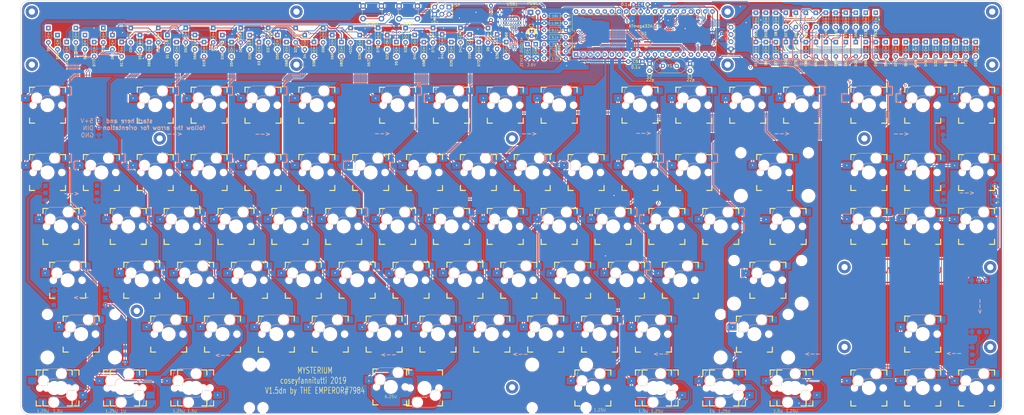
<source format=kicad_pcb>
(kicad_pcb (version 20171130) (host pcbnew "(5.1.12)-1")
  (layers (0 F.Cu signal) (31 B.Cu signal) (34 B.Paste user) (35 F.Paste user) (36 B.SilkS user) (37 F.SilkS user) (38 B.Mask user) (39 F.Mask user) (44 Edge.Cuts user))
  (net 0 "")
  (net 1 GND)
  (net 2 boot)
  (net 3 "Net-(C1-Pad1)")
  (net 4 "Net-(C2-Pad1)")
  (net 5 +5V)
  (net 6 "Net-(D0-Pad2)")
  (net 7 "Net-(D1-Pad2)")
  (net 8 "Net-(D2-Pad2)")
  (net 9 "Net-(D3-Pad2)")
  (net 10 "Net-(D4-Pad2)")
  (net 11 "Net-(D5-Pad2)")
  (net 12 "Net-(D6-Pad2)")
  (net 13 "Net-(D7-Pad2)")
  (net 14 "Net-(D8-Pad2)")
  (net 15 "Net-(D9-Pad2)")
  (net 16 "Net-(D10-Pad2)")
  (net 17 "Net-(D11-Pad2)")
  (net 18 "Net-(D12-Pad2)")
  (net 19 "Net-(D13-Pad2)")
  (net 20 "Net-(D14-Pad2)")
  (net 21 "Net-(D15-Pad2)")
  (net 22 "Net-(D16-Pad2)")
  (net 23 "Net-(D17-Pad2)")
  (net 24 "Net-(D18-Pad2)")
  (net 25 "Net-(D19-Pad2)")
  (net 26 "Net-(D20-Pad2)")
  (net 27 "Net-(D21-Pad2)")
  (net 28 "Net-(D22-Pad2)")
  (net 29 "Net-(D23-Pad2)")
  (net 30 "Net-(D24-Pad2)")
  (net 31 "Net-(D25-Pad2)")
  (net 32 "Net-(D26-Pad2)")
  (net 33 "Net-(D27-Pad2)")
  (net 34 "Net-(D28-Pad2)")
  (net 35 "Net-(D29-Pad2)")
  (net 36 "Net-(D30-Pad2)")
  (net 37 "Net-(D31-Pad2)")
  (net 38 "Net-(D32-Pad2)")
  (net 39 "Net-(D33-Pad2)")
  (net 40 "Net-(D34-Pad2)")
  (net 41 "Net-(D35-Pad2)")
  (net 42 "Net-(D36-Pad2)")
  (net 43 "Net-(D37-Pad2)")
  (net 44 "Net-(D38-Pad2)")
  (net 45 "Net-(D39-Pad2)")
  (net 46 "Net-(D40-Pad2)")
  (net 47 "Net-(D41-Pad2)")
  (net 48 "Net-(D42-Pad2)")
  (net 49 "Net-(D43-Pad2)")
  (net 50 "Net-(D44-Pad2)")
  (net 51 "Net-(D45-Pad2)")
  (net 52 "Net-(D46-Pad2)")
  (net 53 "Net-(D47-Pad2)")
  (net 54 "Net-(D48-Pad2)")
  (net 55 "Net-(D49-Pad2)")
  (net 56 "Net-(D50-Pad2)")
  (net 57 "Net-(D52-Pad2)")
  (net 58 "Net-(D53-Pad2)")
  (net 59 "Net-(D54-Pad2)")
  (net 60 "Net-(D55-Pad2)")
  (net 61 "Net-(D56-Pad2)")
  (net 62 "Net-(D57-Pad2)")
  (net 63 "Net-(D58-Pad2)")
  (net 64 "Net-(D59-Pad2)")
  (net 65 "Net-(D60-Pad2)")
  (net 66 "Net-(D61-Pad2)")
  (net 67 "Net-(D62-Pad2)")
  (net 68 "Net-(D63-Pad2)")
  (net 69 "Net-(D64-Pad2)")
  (net 70 "Net-(D65-Pad2)")
  (net 71 "Net-(D66-Pad2)")
  (net 72 "Net-(D67-Pad2)")
  (net 73 "Net-(D68-Pad2)")
  (net 74 "Net-(D69-Pad2)")
  (net 75 "Net-(D70-Pad2)")
  (net 76 "Net-(D71-Pad2)")
  (net 77 "Net-(D72-Pad2)")
  (net 78 "Net-(D73-Pad2)")
  (net 79 "Net-(D74-Pad2)")
  (net 80 "Net-(D75-Pad2)")
  (net 81 "Net-(D76-Pad2)")
  (net 82 "Net-(D77-Pad2)")
  (net 83 "Net-(D79-Pad2)")
  (net 84 "Net-(D81-Pad2)")
  (net 85 "Net-(D83-Pad2)")
  (net 86 "Net-(D85-Pad2)")
  (net 87 "Net-(D86-Pad2)")
  (net 88 "Net-(D88-Pad2)")
  (net 89 "Net-(D90-Pad2)")
  (net 90 "Net-(D92-Pad2)")
  (net 91 "Net-(D93-Pad2)")
  (net 92 "Net-(D94-Pad2)")
  (net 93 "Net-(D95-Pad1)")
  (net 94 "Net-(D96-Pad1)")
  (net 95 VCC)
  (net 96 MISO)
  (net 97 SCK)
  (net 98 MOSI)
  (net 99 reset)
  (net 100 "Net-(LED1-Pad1)")
  (net 101 "Net-(R1-Pad2)")
  (net 102 "Net-(R2-Pad1)")
  (net 103 D-)
  (net 104 D+)
  (net 105 "Net-(U1-Pad32)")
  (net 106 "Net-(USB1-PadA8)")
  (net 107 "Net-(USB1-PadB8)")
  (net 108 row0)
  (net 109 row1)
  (net 110 row2)
  (net 111 row3)
  (net 112 row4)
  (net 113 row5)
  (net 114 col0)
  (net 115 col2)
  (net 116 col3)
  (net 117 col4)
  (net 118 col5)
  (net 119 col6)
  (net 120 col7)
  (net 121 col8)
  (net 122 col9)
  (net 123 col11)
  (net 124 col12)
  (net 125 col13)
  (net 126 col14)
  (net 127 col15)
  (net 128 col16)
  (net 129 col17)
  (net 130 col1)
  (net 131 col10)
  (net 132 scl)
  (net 133 sda)
  (net 134 "Net-(OL1-Pad2)")
  (module Resistor_SMD:R_0805_2012Metric_Pad1.20x1.40mm_HandSolder (layer B.Cu) (at 285.242 68.0466 90)
    (fp_text reference R10k (at 0 1.65 270) (layer B.SilkS) (effects (justify mirror)))
    (fp_text value R_Small)
    (pad 2 smd roundrect (at 1 0 90) (size 1.2 1.4) (layers B.Cu B.Paste B.Mask) (roundrect_rratio 0.2083325) (net 5 +5V))
    (pad 1 smd roundrect (at -1 0 90) (size 1.2 1.4) (layers B.Cu B.Paste B.Mask) (roundrect_rratio 0.2083325) (net 134 "Net-(OL1-Pad2)"))
  )
  (module cftkb:StripLED (layer F.Cu) (at 45.974 120.8786)
    (fp_text reference J2 hide)
    (fp_text value LED-Lily58-cache hide)
    (pad 1 smd rect (at 0 5.08) (size 1.524 1.524) (layers B.Cu B.Paste B.Mask) (net 1 GND))
    (pad 2 smd rect (at 0 2.54) (size 1.524 1.524) (layers B.Cu B.Paste B.Mask) (net 98 MOSI))
    (pad 3 smd rect (at 0 0) (size 1.524 1.524) (layers B.Cu B.Paste B.Mask) (net 5 +5V))
  )
  (module cftkb:StripLED (layer F.Cu) (at 64.1858 120.777)
    (fp_text reference J2 hide)
    (fp_text value LED-Lily58-cache hide)
    (pad 3 smd rect (at 0 0) (size 1.524 1.524) (layers B.Cu B.Paste B.Mask) (net 5 +5V))
    (pad 2 smd rect (at 0 2.54) (size 1.524 1.524) (layers B.Cu B.Paste B.Mask) (net 98 MOSI))
    (pad 1 smd rect (at 0 5.08) (size 1.524 1.524) (layers B.Cu B.Paste B.Mask) (net 1 GND))
  )
  (module cftkb:StripLED (layer F.Cu) (at 67.1322 162.9918 180)
    (fp_text reference J2 hide)
    (fp_text value LED-Lily58-cache hide)
    (pad 3 smd rect (at 0 0 180) (size 1.524 1.524) (layers B.Cu B.Paste B.Mask) (net 5 +5V))
    (pad 2 smd rect (at 0 2.54 180) (size 1.524 1.524) (layers B.Cu B.Paste B.Mask) (net 98 MOSI))
    (pad 1 smd rect (at 0 5.08 180) (size 1.524 1.524) (layers B.Cu B.Paste B.Mask) (net 1 GND))
  )
  (module cftkb:StripLED (layer F.Cu) (at 48.9204 163.0934 180)
    (fp_text reference J2 hide)
    (fp_text value LED-Lily58-cache hide)
    (pad 1 smd rect (at 0 5.08 180) (size 1.524 1.524) (layers B.Cu B.Paste B.Mask) (net 1 GND))
    (pad 2 smd rect (at 0 2.54 180) (size 1.524 1.524) (layers B.Cu B.Paste B.Mask) (net 98 MOSI))
    (pad 3 smd rect (at 0 0 180) (size 1.524 1.524) (layers B.Cu B.Paste B.Mask) (net 5 +5V))
  )
  (module cftkb:StripLED (layer F.Cu) (at 378.6632 154.3304 270)
    (fp_text reference J2 hide)
    (fp_text value LED-Lily58-cache hide)
    (pad 3 smd rect (at 0 0 270) (size 1.524 1.524) (layers B.Cu B.Paste B.Mask) (net 5 +5V))
    (pad 2 smd rect (at 0 2.54 270) (size 1.524 1.524) (layers B.Cu B.Paste B.Mask) (net 98 MOSI))
    (pad 1 smd rect (at 0 5.08 270) (size 1.524 1.524) (layers B.Cu B.Paste B.Mask) (net 1 GND))
  )
  (module cftkb:StripLED (layer F.Cu) (at 378.7648 172.5422 270)
    (fp_text reference J2 hide)
    (fp_text value LED-Lily58-cache hide)
    (pad 1 smd rect (at 0 5.08 270) (size 1.524 1.524) (layers B.Cu B.Paste B.Mask) (net 1 GND))
    (pad 2 smd rect (at 0 2.54 270) (size 1.524 1.524) (layers B.Cu B.Paste B.Mask) (net 98 MOSI))
    (pad 3 smd rect (at 0 0 270) (size 1.524 1.524) (layers B.Cu B.Paste B.Mask) (net 5 +5V))
  )
  (module cftkb:StripLED (layer F.Cu) (at 363.5756 120.904)
    (fp_text reference J2 hide)
    (fp_text value LED-Lily58-cache hide)
    (pad 1 smd rect (at 0 5.08) (size 1.524 1.524) (layers B.Cu B.Paste B.Mask) (net 1 GND))
    (pad 2 smd rect (at 0 2.54) (size 1.524 1.524) (layers B.Cu B.Paste B.Mask) (net 98 MOSI))
    (pad 3 smd rect (at 0 0) (size 1.524 1.524) (layers B.Cu B.Paste B.Mask) (net 5 +5V))
  )
  (module cftkb:StripLED (layer F.Cu) (at 381.7874 120.8024)
    (fp_text reference J2 hide)
    (fp_text value LED-Lily58-cache hide)
    (pad 3 smd rect (at 0 0) (size 1.524 1.524) (layers B.Cu B.Paste B.Mask) (net 5 +5V))
    (pad 2 smd rect (at 0 2.54) (size 1.524 1.524) (layers B.Cu B.Paste B.Mask) (net 98 MOSI))
    (pad 1 smd rect (at 0 5.08) (size 1.524 1.524) (layers B.Cu B.Paste B.Mask) (net 1 GND))
  )
  (module cftkb:StripLED (layer F.Cu) (at 74.1934 183.1848 180)
    (fp_text reference J2 hide)
    (fp_text value LED-Lily58-cache hide)
    (pad 1 smd rect (at 0 5.08 180) (size 1.524 1.524) (layers B.Cu B.Paste B.Mask) (net 1 GND))
    (pad 2 smd rect (at 0 2.54 180) (size 1.524 1.524) (layers B.Cu B.Paste B.Mask) (net 98 MOSI))
    (pad 3 smd rect (at 0 0 180) (size 1.524 1.524) (layers B.Cu B.Paste B.Mask) (net 5 +5V))
  )
  (module cftkb:StripLED (layer F.Cu) (at 373.7356 183.1848 180)
    (fp_text reference J2 hide)
    (fp_text value LED-Lily58-cache hide)
    (pad 3 smd rect (at 0 0 180) (size 1.524 1.524) (layers B.Cu B.Paste B.Mask) (net 5 +5V))
    (pad 2 smd rect (at 0 2.54 180) (size 1.524 1.524) (layers B.Cu B.Paste B.Mask) (net 98 MOSI))
    (pad 1 smd rect (at 0 5.08 180) (size 1.524 1.524) (layers B.Cu B.Paste B.Mask) (net 1 GND))
  )
  (module cftkb:StripLED (layer F.Cu) (at 363.3724 97.74428)
    (fp_text reference J2 hide)
    (fp_text value LED-Lily58-cache hide)
    (pad 1 smd rect (at 0 5.08) (size 1.524 1.524) (layers B.Cu B.Paste B.Mask) (net 1 GND))
    (pad 2 smd rect (at 0 2.54) (size 1.524 1.524) (layers B.Cu B.Paste B.Mask) (net 98 MOSI))
    (pad 3 smd rect (at 0 0) (size 1.524 1.524) (layers B.Cu B.Paste B.Mask) (net 5 +5V))
  )
  (module cftkb:StripLED (layer F.Cu) (at 64.83096 97.74428)
    (fp_text reference J2 hide)
    (fp_text value LED-Lily58-cache hide)
    (pad 3 smd rect (at 0 0) (size 1.524 1.524) (layers B.Cu B.Paste B.Mask) (net 5 +5V))
    (pad 2 smd rect (at 0 2.54) (size 1.524 1.524) (layers B.Cu B.Paste B.Mask) (net 98 MOSI))
    (pad 1 smd rect (at 0 5.08) (size 1.524 1.524) (layers B.Cu B.Paste B.Mask) (net 1 GND))
  )
  (module yampad_v2:Kailh-PCB-Socket-1U-Cutout (layer F.Cu) (at 311.00268 192.39992 180)
    (fp_text reference SW91 hide)
    (fp_text value KEYSW hide)
    (pad "" np_thru_hole circle (at 0 0 180) (size 3.9878 3.9878) (drill 3.9878) (layers *.Cu *.Mask))
    (pad "" np_thru_hole circle (at -5.08 0 180) (size 1.7018 1.7018) (drill 1.7018) (layers *.Cu *.Mask))
    (pad "" np_thru_hole circle (at 5.08 0 180) (size 1.7018 1.7018) (drill 1.7018) (layers *.Cu *.Mask))
    (pad "" np_thru_hole circle (at 2.54 -5.08 180) (size 3 3) (drill 3) (layers *.Cu *.Mask))
    (pad "" np_thru_hole circle (at -3.81 -2.54 180) (size 3 3) (drill 3) (layers *.Cu *.Mask))
    (pad 1 smd rect (at 6.6 -5.08 180) (size 3 2.5) (layers B.Cu B.Paste B.Mask) (net 126 col14))
    (pad 2 smd rect (at -7.8 -2.54 180) (size 3 2.5) (layers B.Cu B.Paste B.Mask) (net 89 "Net-(D90-Pad2)"))
  )
  (module yampad_v2:Kailh-PCB-Socket-1U-Cutout (layer F.Cu) (at 308.62016 192.39992)
    (fp_text reference SW90 hide)
    (fp_text value KEYSW hide)
    (pad "" np_thru_hole circle (at 0 0) (size 3.9878 3.9878) (drill 3.9878) (layers *.Cu *.Mask))
    (pad "" np_thru_hole circle (at -5.08 0) (size 1.7018 1.7018) (drill 1.7018) (layers *.Cu *.Mask))
    (pad "" np_thru_hole circle (at 5.08 0) (size 1.7018 1.7018) (drill 1.7018) (layers *.Cu *.Mask))
    (pad "" np_thru_hole circle (at 2.54 -5.08) (size 3 3) (drill 3) (layers *.Cu *.Mask))
    (pad "" np_thru_hole circle (at -3.81 -2.54) (size 3 3) (drill 3) (layers *.Cu *.Mask))
    (pad 1 smd rect (at 6.6 -5.08) (size 3 2.5) (layers B.Cu B.Paste B.Mask) (net 126 col14))
    (pad 2 smd rect (at -7.8 -2.54) (size 3 2.5) (layers B.Cu B.Paste B.Mask) (net 89 "Net-(D90-Pad2)"))
  )
  (module yampad_v2:Kailh-PCB-Socket-1U-Cutout (layer F.Cu) (at 284.80766 192.39992)
    (fp_text reference SW89 hide)
    (fp_text value KEYSW hide)
    (pad "" np_thru_hole circle (at 0 0) (size 3.9878 3.9878) (drill 3.9878) (layers *.Cu *.Mask))
    (pad "" np_thru_hole circle (at -5.08 0) (size 1.7018 1.7018) (drill 1.7018) (layers *.Cu *.Mask))
    (pad "" np_thru_hole circle (at 5.08 0) (size 1.7018 1.7018) (drill 1.7018) (layers *.Cu *.Mask))
    (pad "" np_thru_hole circle (at 2.54 -5.08) (size 3 3) (drill 3) (layers *.Cu *.Mask))
    (pad "" np_thru_hole circle (at -3.81 -2.54) (size 3 3) (drill 3) (layers *.Cu *.Mask))
    (pad 1 smd rect (at 6.6 -5.08) (size 3 2.5) (layers B.Cu B.Paste B.Mask) (net 124 col12))
    (pad 2 smd rect (at -7.8 -2.54) (size 3 2.5) (layers B.Cu B.Paste B.Mask) (net 88 "Net-(D88-Pad2)"))
  )
  (module yampad_v2:Kailh-PCB-Socket-1U-Cutout (layer F.Cu) (at 287.18891 192.39992 180)
    (fp_text reference SW88 hide)
    (fp_text value KEYSW hide)
    (pad "" np_thru_hole circle (at 0 0 180) (size 3.9878 3.9878) (drill 3.9878) (layers *.Cu *.Mask))
    (pad "" np_thru_hole circle (at -5.08 0 180) (size 1.7018 1.7018) (drill 1.7018) (layers *.Cu *.Mask))
    (pad "" np_thru_hole circle (at 5.08 0 180) (size 1.7018 1.7018) (drill 1.7018) (layers *.Cu *.Mask))
    (pad "" np_thru_hole circle (at 2.54 -5.08 180) (size 3 3) (drill 3) (layers *.Cu *.Mask))
    (pad "" np_thru_hole circle (at -3.81 -2.54 180) (size 3 3) (drill 3) (layers *.Cu *.Mask))
    (pad 1 smd rect (at 6.6 -5.08 180) (size 3 2.5) (layers B.Cu B.Paste B.Mask) (net 124 col12))
    (pad 2 smd rect (at -7.8 -2.54 180) (size 3 2.5) (layers B.Cu B.Paste B.Mask) (net 88 "Net-(D88-Pad2)"))
  )
  (module yampad_v2:Kailh-PCB-Socket-1U-Cutout (layer F.Cu) (at 263.37641 192.39992 180)
    (fp_text reference SW87 hide)
    (fp_text value KEYSW hide)
    (pad "" np_thru_hole circle (at 0 0 180) (size 3.9878 3.9878) (drill 3.9878) (layers *.Cu *.Mask))
    (pad "" np_thru_hole circle (at -5.08 0 180) (size 1.7018 1.7018) (drill 1.7018) (layers *.Cu *.Mask))
    (pad "" np_thru_hole circle (at 5.08 0 180) (size 1.7018 1.7018) (drill 1.7018) (layers *.Cu *.Mask))
    (pad "" np_thru_hole circle (at 2.54 -5.08 180) (size 3 3) (drill 3) (layers *.Cu *.Mask))
    (pad "" np_thru_hole circle (at -3.81 -2.54 180) (size 3 3) (drill 3) (layers *.Cu *.Mask))
    (pad 1 smd rect (at 6.6 -5.08 180) (size 3 2.5) (layers B.Cu B.Paste B.Mask) (net 131 col10))
    (pad 2 smd rect (at -7.8 -2.54 180) (size 3 2.5) (layers B.Cu B.Paste B.Mask) (net 87 "Net-(D86-Pad2)"))
  )
  (module yampad_v2:Kailh-PCB-Socket-1U-Cutout (layer F.Cu) (at 260.99516 192.39992)
    (fp_text reference SW86 hide)
    (fp_text value KEYSW hide)
    (pad "" np_thru_hole circle (at 0 0) (size 3.9878 3.9878) (drill 3.9878) (layers *.Cu *.Mask))
    (pad "" np_thru_hole circle (at -5.08 0) (size 1.7018 1.7018) (drill 1.7018) (layers *.Cu *.Mask))
    (pad "" np_thru_hole circle (at 5.08 0) (size 1.7018 1.7018) (drill 1.7018) (layers *.Cu *.Mask))
    (pad "" np_thru_hole circle (at 2.54 -5.08) (size 3 3) (drill 3) (layers *.Cu *.Mask))
    (pad "" np_thru_hole circle (at -3.81 -2.54) (size 3 3) (drill 3) (layers *.Cu *.Mask))
    (pad 1 smd rect (at 6.6 -5.08) (size 3 2.5) (layers B.Cu B.Paste B.Mask) (net 131 col10))
    (pad 2 smd rect (at -7.8 -2.54) (size 3 2.5) (layers B.Cu B.Paste B.Mask) (net 87 "Net-(D86-Pad2)"))
  )
  (module yampad_v2:Kailh-PCB-Socket-1U-Cutout (layer F.Cu) (at 239.56391 192.39992)
    (fp_text reference SW85 hide)
    (fp_text value KEYSW hide)
    (pad "" np_thru_hole circle (at 0 0) (size 3.9878 3.9878) (drill 3.9878) (layers *.Cu *.Mask))
    (pad "" np_thru_hole circle (at -5.08 0) (size 1.7018 1.7018) (drill 1.7018) (layers *.Cu *.Mask))
    (pad "" np_thru_hole circle (at 5.08 0) (size 1.7018 1.7018) (drill 1.7018) (layers *.Cu *.Mask))
    (pad "" np_thru_hole circle (at 2.54 -5.08) (size 3 3) (drill 3) (layers *.Cu *.Mask))
    (pad "" np_thru_hole circle (at -3.81 -2.54) (size 3 3) (drill 3) (layers *.Cu *.Mask))
    (pad 1 smd rect (at 6.6 -5.08) (size 3 2.5) (layers B.Cu B.Paste B.Mask) (net 122 col9))
    (pad 2 smd rect (at -7.8 -2.54) (size 3 2.5) (layers B.Cu B.Paste B.Mask) (net 86 "Net-(D85-Pad2)"))
  )
  (module yampad_v2:Kailh-PCB-Socket-1U-Cutout (layer F.Cu) (at 180.03266 192.39992 180)
    (fp_text reference SW84 hide)
    (fp_text value KEYSW hide)
    (pad "" np_thru_hole circle (at 0 0 180) (size 3.9878 3.9878) (drill 3.9878) (layers *.Cu *.Mask))
    (pad "" np_thru_hole circle (at -5.08 0 180) (size 1.7018 1.7018) (drill 1.7018) (layers *.Cu *.Mask))
    (pad "" np_thru_hole circle (at 5.08 0 180) (size 1.7018 1.7018) (drill 1.7018) (layers *.Cu *.Mask))
    (pad "" np_thru_hole circle (at 2.54 -5.08 180) (size 3 3) (drill 3) (layers *.Cu *.Mask))
    (pad "" np_thru_hole circle (at -3.81 -2.54 180) (size 3 3) (drill 3) (layers *.Cu *.Mask))
    (pad 1 smd rect (at 6.6 -5.08 180) (size 3 2.5) (layers B.Cu B.Paste B.Mask) (net 119 col6))
    (pad 2 smd rect (at -7.8 -2.54 180) (size 3 2.5) (layers B.Cu B.Paste B.Mask) (net 85 "Net-(D83-Pad2)"))
  )
  (module yampad_v2:Kailh-PCB-Socket-1U-Cutout (layer F.Cu) (at 168.1266 192.024)
    (fp_text reference SW83 hide)
    (fp_text value KEYSW hide)
    (pad "" np_thru_hole circle (at 0 0) (size 3.9878 3.9878) (drill 3.9878) (layers *.Cu *.Mask))
    (pad "" np_thru_hole circle (at -5.08 0) (size 1.7018 1.7018) (drill 1.7018) (layers *.Cu *.Mask))
    (pad "" np_thru_hole circle (at 5.08 0) (size 1.7018 1.7018) (drill 1.7018) (layers *.Cu *.Mask))
    (pad "" np_thru_hole circle (at 2.54 -5.08) (size 3 3) (drill 3) (layers *.Cu *.Mask))
    (pad "" np_thru_hole circle (at -3.81 -2.54) (size 3 3) (drill 3) (layers *.Cu *.Mask))
    (pad 1 smd rect (at 6.6 -5.08) (size 3 2.5) (layers B.Cu B.Paste B.Mask) (net 119 col6))
    (pad 2 smd rect (at -7.8 -2.54) (size 3 2.5) (layers B.Cu B.Paste B.Mask) (net 85 "Net-(D83-Pad2)"))
  )
  (module yampad_v2:Kailh-PCB-Socket-1U-Cutout (layer F.Cu) (at 96.68891 192.39992)
    (fp_text reference SW82 hide)
    (fp_text value KEYSW hide)
    (pad "" np_thru_hole circle (at 0 0) (size 3.9878 3.9878) (drill 3.9878) (layers *.Cu *.Mask))
    (pad "" np_thru_hole circle (at -5.08 0) (size 1.7018 1.7018) (drill 1.7018) (layers *.Cu *.Mask))
    (pad "" np_thru_hole circle (at 5.08 0) (size 1.7018 1.7018) (drill 1.7018) (layers *.Cu *.Mask))
    (pad "" np_thru_hole circle (at 2.54 -5.08) (size 3 3) (drill 3) (layers *.Cu *.Mask))
    (pad "" np_thru_hole circle (at -3.81 -2.54) (size 3 3) (drill 3) (layers *.Cu *.Mask))
    (pad 1 smd rect (at 6.6 -5.08) (size 3 2.5) (layers B.Cu B.Paste B.Mask) (net 115 col2))
    (pad 2 smd rect (at -7.8 -2.54) (size 3 2.5) (layers B.Cu B.Paste B.Mask) (net 84 "Net-(D81-Pad2)"))
  )
  (module yampad_v2:Kailh-PCB-Socket-1U-Cutout (layer F.Cu) (at 99.07016 192.39992 180)
    (fp_text reference SW81 hide)
    (fp_text value KEYSW hide)
    (pad "" np_thru_hole circle (at 0 0 180) (size 3.9878 3.9878) (drill 3.9878) (layers *.Cu *.Mask))
    (pad "" np_thru_hole circle (at -5.08 0 180) (size 1.7018 1.7018) (drill 1.7018) (layers *.Cu *.Mask))
    (pad "" np_thru_hole circle (at 5.08 0 180) (size 1.7018 1.7018) (drill 1.7018) (layers *.Cu *.Mask))
    (pad "" np_thru_hole circle (at 2.54 -5.08 180) (size 3 3) (drill 3) (layers *.Cu *.Mask))
    (pad "" np_thru_hole circle (at -3.81 -2.54 180) (size 3 3) (drill 3) (layers *.Cu *.Mask))
    (pad 1 smd rect (at 6.6 -5.08 180) (size 3 2.5) (layers B.Cu B.Paste B.Mask) (net 115 col2))
    (pad 2 smd rect (at -7.8 -2.54 180) (size 3 2.5) (layers B.Cu B.Paste B.Mask) (net 84 "Net-(D81-Pad2)"))
  )
  (module yampad_v2:Kailh-PCB-Socket-1U-Cutout (layer F.Cu) (at 75.25766 192.39992 180)
    (fp_text reference SW80 hide)
    (fp_text value KEYSW hide)
    (pad "" np_thru_hole circle (at 0 0 180) (size 3.9878 3.9878) (drill 3.9878) (layers *.Cu *.Mask))
    (pad "" np_thru_hole circle (at -5.08 0 180) (size 1.7018 1.7018) (drill 1.7018) (layers *.Cu *.Mask))
    (pad "" np_thru_hole circle (at 5.08 0 180) (size 1.7018 1.7018) (drill 1.7018) (layers *.Cu *.Mask))
    (pad "" np_thru_hole circle (at 2.54 -5.08 180) (size 3 3) (drill 3) (layers *.Cu *.Mask))
    (pad "" np_thru_hole circle (at -3.81 -2.54 180) (size 3 3) (drill 3) (layers *.Cu *.Mask))
    (pad 1 smd rect (at 6.6 -5.08 180) (size 3 2.5) (layers B.Cu B.Paste B.Mask) (net 130 col1))
    (pad 2 smd rect (at -7.8 -2.54 180) (size 3 2.5) (layers B.Cu B.Paste B.Mask) (net 83 "Net-(D79-Pad2)"))
  )
  (module yampad_v2:Kailh-PCB-Socket-1U-Cutout (layer F.Cu) (at 72.87641 192.39992)
    (fp_text reference SW79 hide)
    (fp_text value KEYSW hide)
    (pad "" np_thru_hole circle (at 0 0) (size 3.9878 3.9878) (drill 3.9878) (layers *.Cu *.Mask))
    (pad "" np_thru_hole circle (at -5.08 0) (size 1.7018 1.7018) (drill 1.7018) (layers *.Cu *.Mask))
    (pad "" np_thru_hole circle (at 5.08 0) (size 1.7018 1.7018) (drill 1.7018) (layers *.Cu *.Mask))
    (pad "" np_thru_hole circle (at 2.54 -5.08) (size 3 3) (drill 3) (layers *.Cu *.Mask))
    (pad "" np_thru_hole circle (at -3.81 -2.54) (size 3 3) (drill 3) (layers *.Cu *.Mask))
    (pad 1 smd rect (at 6.6 -5.08) (size 3 2.5) (layers B.Cu B.Paste B.Mask) (net 130 col1))
    (pad 2 smd rect (at -7.8 -2.54) (size 3 2.5) (layers B.Cu B.Paste B.Mask) (net 83 "Net-(D79-Pad2)"))
  )
  (module yampad_v2:Kailh-PCB-Socket-1U-Cutout (layer F.Cu) (at 49.05883 192.39992)
    (fp_text reference SW78 hide)
    (fp_text value KEYSW hide)
    (pad "" np_thru_hole circle (at 0 0) (size 3.9878 3.9878) (drill 3.9878) (layers *.Cu *.Mask))
    (pad "" np_thru_hole circle (at -5.08 0) (size 1.7018 1.7018) (drill 1.7018) (layers *.Cu *.Mask))
    (pad "" np_thru_hole circle (at 5.08 0) (size 1.7018 1.7018) (drill 1.7018) (layers *.Cu *.Mask))
    (pad "" np_thru_hole circle (at 2.54 -5.08) (size 3 3) (drill 3) (layers *.Cu *.Mask))
    (pad "" np_thru_hole circle (at -3.81 -2.54) (size 3 3) (drill 3) (layers *.Cu *.Mask))
    (pad 1 smd rect (at 6.6 -5.08) (size 3 2.5) (layers B.Cu B.Paste B.Mask) (net 114 col0))
    (pad 2 smd rect (at -7.8 -2.54) (size 3 2.5) (layers B.Cu B.Paste B.Mask) (net 82 "Net-(D77-Pad2)"))
  )
  (module yampad_v2:Kailh-PCB-Socket-1U-Cutout (layer F.Cu) (at 51.44008 192.39992 180)
    (fp_text reference SW77 hide)
    (fp_text value KEYSW hide)
    (pad "" np_thru_hole circle (at 0 0 180) (size 3.9878 3.9878) (drill 3.9878) (layers *.Cu *.Mask))
    (pad "" np_thru_hole circle (at -5.08 0 180) (size 1.7018 1.7018) (drill 1.7018) (layers *.Cu *.Mask))
    (pad "" np_thru_hole circle (at 5.08 0 180) (size 1.7018 1.7018) (drill 1.7018) (layers *.Cu *.Mask))
    (pad "" np_thru_hole circle (at 2.54 -5.08 180) (size 3 3) (drill 3) (layers *.Cu *.Mask))
    (pad "" np_thru_hole circle (at -3.81 -2.54 180) (size 3 3) (drill 3) (layers *.Cu *.Mask))
    (pad 1 smd rect (at 6.6 -5.08 180) (size 3 2.5) (layers B.Cu B.Paste B.Mask) (net 114 col0))
    (pad 2 smd rect (at -7.8 -2.54 180) (size 3 2.5) (layers B.Cu B.Paste B.Mask) (net 82 "Net-(D77-Pad2)"))
  )
  (module yampad_v2:PinHeader_1x04_P2.54mm_Vertical (layer F.Cu) (at 288.417 72.4662 180)
    (fp_text reference OL1 (at 0 -2.54 180) (layer F.SilkS))
    (fp_text value OLED)
    (pad 1 thru_hole rect (at 0 0 180) (size 1.7 1.7) (drill 1) (layers *.Cu *.Mask) (net 1 GND))
    (pad 2 thru_hole oval (at 0 2.54 180) (size 1.7 1.7) (drill 1) (layers *.Cu *.Mask) (net 134 "Net-(OL1-Pad2)"))
    (pad 3 thru_hole oval (at 0 5.08 180) (size 1.7 1.7) (drill 1) (layers *.Cu *.Mask) (net 132 scl))
    (pad 4 thru_hole oval (at 0 7.62 180) (size 1.7 1.7) (drill 1) (layers *.Cu *.Mask) (net 133 sda))
  )
  (module yampad_v2:Kailh-PCB-Socket-1U-Cutout (layer F.Cu) (at 180.0352 116.1923)
    (fp_text reference SW23 hide)
    (fp_text value KEYSW hide)
    (pad "" np_thru_hole circle (at 0 0) (size 3.9878 3.9878) (drill 3.9878) (layers *.Cu *.Mask))
    (pad "" np_thru_hole circle (at -5.08 0) (size 1.7018 1.7018) (drill 1.7018) (layers *.Cu *.Mask))
    (pad "" np_thru_hole circle (at 5.08 0) (size 1.7018 1.7018) (drill 1.7018) (layers *.Cu *.Mask))
    (pad "" np_thru_hole circle (at 2.54 -5.08) (size 3 3) (drill 3) (layers *.Cu *.Mask))
    (pad "" np_thru_hole circle (at -3.81 -2.54) (size 3 3) (drill 3) (layers *.Cu *.Mask))
    (pad 1 smd rect (at 6.6 -5.08) (size 3 2.5) (layers B.Cu B.Paste B.Mask) (net 120 col7))
    (pad 2 smd rect (at -7.8 -2.54) (size 3 2.5) (layers B.Cu B.Paste B.Mask) (net 29 "Net-(D23-Pad2)"))
  )
  (module yampad_v2:Kailh-PCB-Socket-1U-Cutout (layer F.Cu) (at 84.7852 116.1923)
    (fp_text reference SW18 hide)
    (fp_text value KEYSW hide)
    (pad "" np_thru_hole circle (at 0 0) (size 3.9878 3.9878) (drill 3.9878) (layers *.Cu *.Mask))
    (pad "" np_thru_hole circle (at -5.08 0) (size 1.7018 1.7018) (drill 1.7018) (layers *.Cu *.Mask))
    (pad "" np_thru_hole circle (at 5.08 0) (size 1.7018 1.7018) (drill 1.7018) (layers *.Cu *.Mask))
    (pad "" np_thru_hole circle (at 2.54 -5.08) (size 3 3) (drill 3) (layers *.Cu *.Mask))
    (pad "" np_thru_hole circle (at -3.81 -2.54) (size 3 3) (drill 3) (layers *.Cu *.Mask))
    (pad 1 smd rect (at 6.6 -5.08) (size 3 2.5) (layers B.Cu B.Paste B.Mask) (net 115 col2))
    (pad 2 smd rect (at -7.8 -2.54) (size 3 2.5) (layers B.Cu B.Paste B.Mask) (net 24 "Net-(D18-Pad2)"))
  )
  (module yampad_v2:Kailh-PCB-Socket-1U-Cutout (layer F.Cu) (at 141.92758 92.38234)
    (fp_text reference SW4 hide)
    (fp_text value KEYSW hide)
    (pad "" np_thru_hole circle (at 0 0) (size 3.9878 3.9878) (drill 3.9878) (layers *.Cu *.Mask))
    (pad "" np_thru_hole circle (at -5.08 0) (size 1.7018 1.7018) (drill 1.7018) (layers *.Cu *.Mask))
    (pad "" np_thru_hole circle (at 5.08 0) (size 1.7018 1.7018) (drill 1.7018) (layers *.Cu *.Mask))
    (pad "" np_thru_hole circle (at 2.54 -5.08) (size 3 3) (drill 3) (layers *.Cu *.Mask))
    (pad "" np_thru_hole circle (at -3.81 -2.54) (size 3 3) (drill 3) (layers *.Cu *.Mask))
    (pad 1 smd rect (at 6.6 -5.08) (size 3 2.5) (layers B.Cu B.Paste B.Mask) (net 118 col5))
    (pad 2 smd rect (at -7.8 -2.54) (size 3 2.5) (layers B.Cu B.Paste B.Mask) (net 10 "Net-(D4-Pad2)"))
  )
  (module yampad_v2:Kailh-PCB-Socket-1U-Cutout (layer F.Cu) (at 122.8852 92.3798)
    (fp_text reference SW3 hide)
    (fp_text value KEYSW hide)
    (pad "" np_thru_hole circle (at 0 0) (size 3.9878 3.9878) (drill 3.9878) (layers *.Cu *.Mask))
    (pad "" np_thru_hole circle (at -5.08 0) (size 1.7018 1.7018) (drill 1.7018) (layers *.Cu *.Mask))
    (pad "" np_thru_hole circle (at 5.08 0) (size 1.7018 1.7018) (drill 1.7018) (layers *.Cu *.Mask))
    (pad "" np_thru_hole circle (at 2.54 -5.08) (size 3 3) (drill 3) (layers *.Cu *.Mask))
    (pad "" np_thru_hole circle (at -3.81 -2.54) (size 3 3) (drill 3) (layers *.Cu *.Mask))
    (pad 1 smd rect (at 6.6 -5.08) (size 3 2.5) (layers B.Cu B.Paste B.Mask) (net 117 col4))
    (pad 2 smd rect (at -7.8 -2.54) (size 3 2.5) (layers B.Cu B.Paste B.Mask) (net 9 "Net-(D3-Pad2)"))
  )
  (module yampad_v2:Kailh-PCB-Socket-1U-Cutout (layer F.Cu) (at 375.29516 192.405)
    (fp_text reference SW94 hide)
    (fp_text value KEYSW hide)
    (pad "" np_thru_hole circle (at 0 0) (size 3.9878 3.9878) (drill 3.9878) (layers *.Cu *.Mask))
    (pad "" np_thru_hole circle (at -5.08 0) (size 1.7018 1.7018) (drill 1.7018) (layers *.Cu *.Mask))
    (pad "" np_thru_hole circle (at 5.08 0) (size 1.7018 1.7018) (drill 1.7018) (layers *.Cu *.Mask))
    (pad "" np_thru_hole circle (at 2.54 -5.08) (size 3 3) (drill 3) (layers *.Cu *.Mask))
    (pad "" np_thru_hole circle (at -3.81 -2.54) (size 3 3) (drill 3) (layers *.Cu *.Mask))
    (pad 1 smd rect (at 6.6 -5.08) (size 3 2.5) (layers B.Cu B.Paste B.Mask) (net 129 col17))
    (pad 2 smd rect (at -7.8 -2.54) (size 3 2.5) (layers B.Cu B.Paste B.Mask) (net 92 "Net-(D94-Pad2)"))
  )
  (module yampad_v2:Kailh-PCB-Socket-1U-Cutout (layer F.Cu) (at 356.235 192.405)
    (fp_text reference SW93 hide)
    (fp_text value KEYSW hide)
    (pad "" np_thru_hole circle (at 0 0) (size 3.9878 3.9878) (drill 3.9878) (layers *.Cu *.Mask))
    (pad "" np_thru_hole circle (at -5.08 0) (size 1.7018 1.7018) (drill 1.7018) (layers *.Cu *.Mask))
    (pad "" np_thru_hole circle (at 5.08 0) (size 1.7018 1.7018) (drill 1.7018) (layers *.Cu *.Mask))
    (pad "" np_thru_hole circle (at 2.54 -5.08) (size 3 3) (drill 3) (layers *.Cu *.Mask))
    (pad "" np_thru_hole circle (at -3.81 -2.54) (size 3 3) (drill 3) (layers *.Cu *.Mask))
    (pad 1 smd rect (at 6.6 -5.08) (size 3 2.5) (layers B.Cu B.Paste B.Mask) (net 128 col16))
    (pad 2 smd rect (at -7.8 -2.54) (size 3 2.5) (layers B.Cu B.Paste B.Mask) (net 91 "Net-(D93-Pad2)"))
  )
  (module yampad_v2:Kailh-PCB-Socket-1U-Cutout (layer F.Cu) (at 337.185 192.405)
    (fp_text reference SW92 hide)
    (fp_text value KEYSW hide)
    (pad "" np_thru_hole circle (at 0 0) (size 3.9878 3.9878) (drill 3.9878) (layers *.Cu *.Mask))
    (pad "" np_thru_hole circle (at -5.08 0) (size 1.7018 1.7018) (drill 1.7018) (layers *.Cu *.Mask))
    (pad "" np_thru_hole circle (at 5.08 0) (size 1.7018 1.7018) (drill 1.7018) (layers *.Cu *.Mask))
    (pad "" np_thru_hole circle (at 2.54 -5.08) (size 3 3) (drill 3) (layers *.Cu *.Mask))
    (pad "" np_thru_hole circle (at -3.81 -2.54) (size 3 3) (drill 3) (layers *.Cu *.Mask))
    (pad 1 smd rect (at 6.6 -5.08) (size 3 2.5) (layers B.Cu B.Paste B.Mask) (net 127 col15))
    (pad 2 smd rect (at -7.8 -2.54) (size 3 2.5) (layers B.Cu B.Paste B.Mask) (net 90 "Net-(D92-Pad2)"))
  )
  (module yampad_v2:Kailh-PCB-Socket-2U (layer F.Cu) (at 58.57875 173.355)
    (fp_text reference SW64 hide)
    (fp_text value KEYSW hide)
    (pad "" np_thru_hole circle (at 0 0) (size 3.9878 3.9878) (drill 3.9878) (layers *.Cu *.Mask))
    (pad "" np_thru_hole circle (at -5.08 0) (size 1.7018 1.7018) (drill 1.7018) (layers *.Cu *.Mask))
    (pad "" np_thru_hole circle (at 5.08 0) (size 1.7018 1.7018) (drill 1.7018) (layers *.Cu *.Mask))
    (pad "" np_thru_hole circle (at -11.938 -6.985) (size 3.048 3.048) (drill 3.048) (layers *.Cu *.Mask))
    (pad "" np_thru_hole circle (at 11.938 -6.985) (size 3.048 3.048) (drill 3.048) (layers *.Cu *.Mask))
    (pad "" np_thru_hole circle (at -11.938 8.255) (size 3.9878 3.9878) (drill 3.9878) (layers *.Cu *.Mask))
    (pad "" np_thru_hole circle (at 11.938 8.255) (size 3.9878 3.9878) (drill 3.9878) (layers *.Cu *.Mask))
    (pad "" np_thru_hole circle (at 2.54 -5.08) (size 3 3) (drill 3) (layers *.Cu *.Mask))
    (pad "" np_thru_hole circle (at -3.81 -2.54) (size 3 3) (drill 3) (layers *.Cu *.Mask))
    (pad 1 smd rect (at 6.6 -5.08) (size 3 2.5) (layers B.Cu B.Paste B.Mask) (net 114 col0))
    (pad 2 smd rect (at -7.8 -2.54) (size 3 2.5) (layers B.Cu B.Paste B.Mask) (net 69 "Net-(D64-Pad2)"))
  )
  (module yampad_v2:Kailh-PCB-Socket-2U (layer F.Cu) (at 296.70375 173.36135)
    (fp_text reference SW75 hide)
    (fp_text value KEYSW hide)
    (pad "" np_thru_hole circle (at 0 0) (size 3.9878 3.9878) (drill 3.9878) (layers *.Cu *.Mask))
    (pad "" np_thru_hole circle (at -5.08 0) (size 1.7018 1.7018) (drill 1.7018) (layers *.Cu *.Mask))
    (pad "" np_thru_hole circle (at 5.08 0) (size 1.7018 1.7018) (drill 1.7018) (layers *.Cu *.Mask))
    (pad "" np_thru_hole circle (at -11.938 -6.985) (size 3.048 3.048) (drill 3.048) (layers *.Cu *.Mask))
    (pad "" np_thru_hole circle (at 11.938 -6.985) (size 3.048 3.048) (drill 3.048) (layers *.Cu *.Mask))
    (pad "" np_thru_hole circle (at -11.938 8.255) (size 3.9878 3.9878) (drill 3.9878) (layers *.Cu *.Mask))
    (pad "" np_thru_hole circle (at 11.938 8.255) (size 3.9878 3.9878) (drill 3.9878) (layers *.Cu *.Mask))
    (pad "" np_thru_hole circle (at 2.54 -5.08) (size 3 3) (drill 3) (layers *.Cu *.Mask))
    (pad "" np_thru_hole circle (at -3.81 -2.54) (size 3 3) (drill 3) (layers *.Cu *.Mask))
    (pad 1 smd rect (at 6.6 -5.08) (size 3 2.5) (layers B.Cu B.Paste B.Mask) (net 125 col13))
    (pad 2 smd rect (at -7.8 -2.54) (size 3 2.5) (layers B.Cu B.Paste B.Mask) (net 80 "Net-(D75-Pad2)"))
  )
  (module yampad_v2:Kailh-PCB-Socket-2U (layer F.Cu) (at 301.46625 154.305)
    (fp_text reference SW63 hide)
    (fp_text value KEYSW hide)
    (pad "" np_thru_hole circle (at 0 0) (size 3.9878 3.9878) (drill 3.9878) (layers *.Cu *.Mask))
    (pad "" np_thru_hole circle (at -5.08 0) (size 1.7018 1.7018) (drill 1.7018) (layers *.Cu *.Mask))
    (pad "" np_thru_hole circle (at 5.08 0) (size 1.7018 1.7018) (drill 1.7018) (layers *.Cu *.Mask))
    (pad "" np_thru_hole circle (at -11.938 -6.985) (size 3.048 3.048) (drill 3.048) (layers *.Cu *.Mask))
    (pad "" np_thru_hole circle (at 11.938 -6.985) (size 3.048 3.048) (drill 3.048) (layers *.Cu *.Mask))
    (pad "" np_thru_hole circle (at -11.938 8.255) (size 3.9878 3.9878) (drill 3.9878) (layers *.Cu *.Mask))
    (pad "" np_thru_hole circle (at 11.938 8.255) (size 3.9878 3.9878) (drill 3.9878) (layers *.Cu *.Mask))
    (pad "" np_thru_hole circle (at 2.54 -5.08) (size 3 3) (drill 3) (layers *.Cu *.Mask))
    (pad "" np_thru_hole circle (at -3.81 -2.54) (size 3 3) (drill 3) (layers *.Cu *.Mask))
    (pad 1 smd rect (at 6.6 -5.08) (size 3 2.5) (layers B.Cu B.Paste B.Mask) (net 125 col13))
    (pad 2 smd rect (at -7.8 -2.54) (size 3 2.5) (layers B.Cu B.Paste B.Mask) (net 68 "Net-(D63-Pad2)"))
  )
  (module yampad_v2:Kailh-PCB-Socket-2U (layer F.Cu) (at 303.8602 116.1923)
    (fp_text reference SW29 hide)
    (fp_text value KEYSW hide)
    (pad "" np_thru_hole circle (at 0 0) (size 3.9878 3.9878) (drill 3.9878) (layers *.Cu *.Mask))
    (pad "" np_thru_hole circle (at -5.08 0) (size 1.7018 1.7018) (drill 1.7018) (layers *.Cu *.Mask))
    (pad "" np_thru_hole circle (at 5.08 0) (size 1.7018 1.7018) (drill 1.7018) (layers *.Cu *.Mask))
    (pad "" np_thru_hole circle (at -11.938 -6.985) (size 3.048 3.048) (drill 3.048) (layers *.Cu *.Mask))
    (pad "" np_thru_hole circle (at 11.938 -6.985) (size 3.048 3.048) (drill 3.048) (layers *.Cu *.Mask))
    (pad "" np_thru_hole circle (at -11.938 8.255) (size 3.9878 3.9878) (drill 3.9878) (layers *.Cu *.Mask))
    (pad "" np_thru_hole circle (at 11.938 8.255) (size 3.9878 3.9878) (drill 3.9878) (layers *.Cu *.Mask))
    (pad "" np_thru_hole circle (at 2.54 -5.08) (size 3 3) (drill 3) (layers *.Cu *.Mask))
    (pad "" np_thru_hole circle (at -3.81 -2.54) (size 3 3) (drill 3) (layers *.Cu *.Mask))
    (pad 1 smd rect (at 6.6 -5.08) (size 3 2.5) (layers B.Cu B.Paste B.Mask) (net 125 col13))
    (pad 2 smd rect (at -7.8 -2.54) (size 3 2.5) (layers B.Cu B.Paste B.Mask) (net 35 "Net-(D29-Pad2)"))
  )
  (module yampad_v2:Kailh-PCB-Socket-1U-Cutout (layer F.Cu) (at 356.235 173.3423)
    (fp_text reference SW76 hide)
    (fp_text value KEYSW hide)
    (pad "" np_thru_hole circle (at 0 0) (size 3.9878 3.9878) (drill 3.9878) (layers *.Cu *.Mask))
    (pad "" np_thru_hole circle (at -5.08 0) (size 1.7018 1.7018) (drill 1.7018) (layers *.Cu *.Mask))
    (pad "" np_thru_hole circle (at 5.08 0) (size 1.7018 1.7018) (drill 1.7018) (layers *.Cu *.Mask))
    (pad "" np_thru_hole circle (at 2.54 -5.08) (size 3 3) (drill 3) (layers *.Cu *.Mask))
    (pad "" np_thru_hole circle (at -3.81 -2.54) (size 3 3) (drill 3) (layers *.Cu *.Mask))
    (pad 1 smd rect (at 6.6 -5.08) (size 3 2.5) (layers B.Cu B.Paste B.Mask) (net 128 col16))
    (pad 2 smd rect (at -7.8 -2.54) (size 3 2.5) (layers B.Cu B.Paste B.Mask) (net 81 "Net-(D76-Pad2)"))
  )
  (module yampad_v2:Kailh-PCB-Socket-1U-Cutout (layer F.Cu) (at 260.985 173.355)
    (fp_text reference SW74 hide)
    (fp_text value KEYSW hide)
    (pad "" np_thru_hole circle (at 0 0) (size 3.9878 3.9878) (drill 3.9878) (layers *.Cu *.Mask))
    (pad "" np_thru_hole circle (at -5.08 0) (size 1.7018 1.7018) (drill 1.7018) (layers *.Cu *.Mask))
    (pad "" np_thru_hole circle (at 5.08 0) (size 1.7018 1.7018) (drill 1.7018) (layers *.Cu *.Mask))
    (pad "" np_thru_hole circle (at 2.54 -5.08) (size 3 3) (drill 3) (layers *.Cu *.Mask))
    (pad "" np_thru_hole circle (at -3.81 -2.54) (size 3 3) (drill 3) (layers *.Cu *.Mask))
    (pad 1 smd rect (at 6.6 -5.08) (size 3 2.5) (layers B.Cu B.Paste B.Mask) (net 131 col10))
    (pad 2 smd rect (at -7.8 -2.54) (size 3 2.5) (layers B.Cu B.Paste B.Mask) (net 79 "Net-(D74-Pad2)"))
  )
  (module yampad_v2:Kailh-PCB-Socket-1U-Cutout (layer F.Cu) (at 241.935 173.355)
    (fp_text reference SW73 hide)
    (fp_text value KEYSW hide)
    (pad "" np_thru_hole circle (at 0 0) (size 3.9878 3.9878) (drill 3.9878) (layers *.Cu *.Mask))
    (pad "" np_thru_hole circle (at -5.08 0) (size 1.7018 1.7018) (drill 1.7018) (layers *.Cu *.Mask))
    (pad "" np_thru_hole circle (at 5.08 0) (size 1.7018 1.7018) (drill 1.7018) (layers *.Cu *.Mask))
    (pad "" np_thru_hole circle (at 2.54 -5.08) (size 3 3) (drill 3) (layers *.Cu *.Mask))
    (pad "" np_thru_hole circle (at -3.81 -2.54) (size 3 3) (drill 3) (layers *.Cu *.Mask))
    (pad 1 smd rect (at 6.6 -5.08) (size 3 2.5) (layers B.Cu B.Paste B.Mask) (net 122 col9))
    (pad 2 smd rect (at -7.8 -2.54) (size 3 2.5) (layers B.Cu B.Paste B.Mask) (net 78 "Net-(D73-Pad2)"))
  )
  (module yampad_v2:Kailh-PCB-Socket-1U-Cutout (layer F.Cu) (at 222.885 173.355)
    (fp_text reference SW72 hide)
    (fp_text value KEYSW hide)
    (pad "" np_thru_hole circle (at 0 0) (size 3.9878 3.9878) (drill 3.9878) (layers *.Cu *.Mask))
    (pad "" np_thru_hole circle (at -5.08 0) (size 1.7018 1.7018) (drill 1.7018) (layers *.Cu *.Mask))
    (pad "" np_thru_hole circle (at 5.08 0) (size 1.7018 1.7018) (drill 1.7018) (layers *.Cu *.Mask))
    (pad "" np_thru_hole circle (at 2.54 -5.08) (size 3 3) (drill 3) (layers *.Cu *.Mask))
    (pad "" np_thru_hole circle (at -3.81 -2.54) (size 3 3) (drill 3) (layers *.Cu *.Mask))
    (pad 1 smd rect (at 6.6 -5.08) (size 3 2.5) (layers B.Cu B.Paste B.Mask) (net 121 col8))
    (pad 2 smd rect (at -7.8 -2.54) (size 3 2.5) (layers B.Cu B.Paste B.Mask) (net 77 "Net-(D72-Pad2)"))
  )
  (module yampad_v2:Kailh-PCB-Socket-1U-Cutout (layer F.Cu) (at 203.835 173.355)
    (fp_text reference SW71 hide)
    (fp_text value KEYSW hide)
    (pad "" np_thru_hole circle (at 0 0) (size 3.9878 3.9878) (drill 3.9878) (layers *.Cu *.Mask))
    (pad "" np_thru_hole circle (at -5.08 0) (size 1.7018 1.7018) (drill 1.7018) (layers *.Cu *.Mask))
    (pad "" np_thru_hole circle (at 5.08 0) (size 1.7018 1.7018) (drill 1.7018) (layers *.Cu *.Mask))
    (pad "" np_thru_hole circle (at 2.54 -5.08) (size 3 3) (drill 3) (layers *.Cu *.Mask))
    (pad "" np_thru_hole circle (at -3.81 -2.54) (size 3 3) (drill 3) (layers *.Cu *.Mask))
    (pad 1 smd rect (at 6.6 -5.08) (size 3 2.5) (layers B.Cu B.Paste B.Mask) (net 120 col7))
    (pad 2 smd rect (at -7.8 -2.54) (size 3 2.5) (layers B.Cu B.Paste B.Mask) (net 76 "Net-(D71-Pad2)"))
  )
  (module yampad_v2:Kailh-PCB-Socket-1U-Cutout (layer F.Cu) (at 184.785 173.355)
    (fp_text reference SW70 hide)
    (fp_text value KEYSW hide)
    (pad "" np_thru_hole circle (at 0 0) (size 3.9878 3.9878) (drill 3.9878) (layers *.Cu *.Mask))
    (pad "" np_thru_hole circle (at -5.08 0) (size 1.7018 1.7018) (drill 1.7018) (layers *.Cu *.Mask))
    (pad "" np_thru_hole circle (at 5.08 0) (size 1.7018 1.7018) (drill 1.7018) (layers *.Cu *.Mask))
    (pad "" np_thru_hole circle (at 2.54 -5.08) (size 3 3) (drill 3) (layers *.Cu *.Mask))
    (pad "" np_thru_hole circle (at -3.81 -2.54) (size 3 3) (drill 3) (layers *.Cu *.Mask))
    (pad 1 smd rect (at 6.6 -5.08) (size 3 2.5) (layers B.Cu B.Paste B.Mask) (net 119 col6))
    (pad 2 smd rect (at -7.8 -2.54) (size 3 2.5) (layers B.Cu B.Paste B.Mask) (net 75 "Net-(D70-Pad2)"))
  )
  (module yampad_v2:Kailh-PCB-Socket-1U-Cutout (layer F.Cu) (at 165.735 173.355)
    (fp_text reference SW69 hide)
    (fp_text value KEYSW hide)
    (pad "" np_thru_hole circle (at 0 0) (size 3.9878 3.9878) (drill 3.9878) (layers *.Cu *.Mask))
    (pad "" np_thru_hole circle (at -5.08 0) (size 1.7018 1.7018) (drill 1.7018) (layers *.Cu *.Mask))
    (pad "" np_thru_hole circle (at 5.08 0) (size 1.7018 1.7018) (drill 1.7018) (layers *.Cu *.Mask))
    (pad "" np_thru_hole circle (at 2.54 -5.08) (size 3 3) (drill 3) (layers *.Cu *.Mask))
    (pad "" np_thru_hole circle (at -3.81 -2.54) (size 3 3) (drill 3) (layers *.Cu *.Mask))
    (pad 1 smd rect (at 6.6 -5.08) (size 3 2.5) (layers B.Cu B.Paste B.Mask) (net 118 col5))
    (pad 2 smd rect (at -7.8 -2.54) (size 3 2.5) (layers B.Cu B.Paste B.Mask) (net 74 "Net-(D69-Pad2)"))
  )
  (module yampad_v2:Kailh-PCB-Socket-1U-Cutout (layer F.Cu) (at 146.685 173.355)
    (fp_text reference SW68 hide)
    (fp_text value KEYSW hide)
    (pad "" np_thru_hole circle (at 0 0) (size 3.9878 3.9878) (drill 3.9878) (layers *.Cu *.Mask))
    (pad "" np_thru_hole circle (at -5.08 0) (size 1.7018 1.7018) (drill 1.7018) (layers *.Cu *.Mask))
    (pad "" np_thru_hole circle (at 5.08 0) (size 1.7018 1.7018) (drill 1.7018) (layers *.Cu *.Mask))
    (pad "" np_thru_hole circle (at 2.54 -5.08) (size 3 3) (drill 3) (layers *.Cu *.Mask))
    (pad "" np_thru_hole circle (at -3.81 -2.54) (size 3 3) (drill 3) (layers *.Cu *.Mask))
    (pad 1 smd rect (at 6.6 -5.08) (size 3 2.5) (layers B.Cu B.Paste B.Mask) (net 117 col4))
    (pad 2 smd rect (at -7.8 -2.54) (size 3 2.5) (layers B.Cu B.Paste B.Mask) (net 73 "Net-(D68-Pad2)"))
  )
  (module yampad_v2:Kailh-PCB-Socket-1U-Cutout (layer F.Cu) (at 127.635 173.355)
    (fp_text reference SW67 hide)
    (fp_text value KEYSW hide)
    (pad "" np_thru_hole circle (at 0 0) (size 3.9878 3.9878) (drill 3.9878) (layers *.Cu *.Mask))
    (pad "" np_thru_hole circle (at -5.08 0) (size 1.7018 1.7018) (drill 1.7018) (layers *.Cu *.Mask))
    (pad "" np_thru_hole circle (at 5.08 0) (size 1.7018 1.7018) (drill 1.7018) (layers *.Cu *.Mask))
    (pad "" np_thru_hole circle (at 2.54 -5.08) (size 3 3) (drill 3) (layers *.Cu *.Mask))
    (pad "" np_thru_hole circle (at -3.81 -2.54) (size 3 3) (drill 3) (layers *.Cu *.Mask))
    (pad 1 smd rect (at 6.6 -5.08) (size 3 2.5) (layers B.Cu B.Paste B.Mask) (net 116 col3))
    (pad 2 smd rect (at -7.8 -2.54) (size 3 2.5) (layers B.Cu B.Paste B.Mask) (net 72 "Net-(D67-Pad2)"))
  )
  (module yampad_v2:Kailh-PCB-Socket-1U-Cutout (layer F.Cu) (at 108.585 173.355)
    (fp_text reference SW66 hide)
    (fp_text value KEYSW hide)
    (pad "" np_thru_hole circle (at 0 0) (size 3.9878 3.9878) (drill 3.9878) (layers *.Cu *.Mask))
    (pad "" np_thru_hole circle (at -5.08 0) (size 1.7018 1.7018) (drill 1.7018) (layers *.Cu *.Mask))
    (pad "" np_thru_hole circle (at 5.08 0) (size 1.7018 1.7018) (drill 1.7018) (layers *.Cu *.Mask))
    (pad "" np_thru_hole circle (at 2.54 -5.08) (size 3 3) (drill 3) (layers *.Cu *.Mask))
    (pad "" np_thru_hole circle (at -3.81 -2.54) (size 3 3) (drill 3) (layers *.Cu *.Mask))
    (pad 1 smd rect (at 6.6 -5.08) (size 3 2.5) (layers B.Cu B.Paste B.Mask) (net 115 col2))
    (pad 2 smd rect (at -7.8 -2.54) (size 3 2.5) (layers B.Cu B.Paste B.Mask) (net 71 "Net-(D66-Pad2)"))
  )
  (module yampad_v2:Kailh-PCB-Socket-1U-Cutout (layer F.Cu) (at 89.535 173.355)
    (fp_text reference SW65 hide)
    (fp_text value KEYSW hide)
    (pad "" np_thru_hole circle (at 0 0) (size 3.9878 3.9878) (drill 3.9878) (layers *.Cu *.Mask))
    (pad "" np_thru_hole circle (at -5.08 0) (size 1.7018 1.7018) (drill 1.7018) (layers *.Cu *.Mask))
    (pad "" np_thru_hole circle (at 5.08 0) (size 1.7018 1.7018) (drill 1.7018) (layers *.Cu *.Mask))
    (pad "" np_thru_hole circle (at 2.54 -5.08) (size 3 3) (drill 3) (layers *.Cu *.Mask))
    (pad "" np_thru_hole circle (at -3.81 -2.54) (size 3 3) (drill 3) (layers *.Cu *.Mask))
    (pad 1 smd rect (at 6.6 -5.08) (size 3 2.5) (layers B.Cu B.Paste B.Mask) (net 130 col1))
    (pad 2 smd rect (at -7.8 -2.54) (size 3 2.5) (layers B.Cu B.Paste B.Mask) (net 70 "Net-(D65-Pad2)"))
  )
  (module yampad_v2:Kailh-PCB-Socket-1U-Cutout (layer F.Cu) (at 270.51 154.305)
    (fp_text reference SW62 hide)
    (fp_text value KEYSW hide)
    (pad "" np_thru_hole circle (at 0 0) (size 3.9878 3.9878) (drill 3.9878) (layers *.Cu *.Mask))
    (pad "" np_thru_hole circle (at -5.08 0) (size 1.7018 1.7018) (drill 1.7018) (layers *.Cu *.Mask))
    (pad "" np_thru_hole circle (at 5.08 0) (size 1.7018 1.7018) (drill 1.7018) (layers *.Cu *.Mask))
    (pad "" np_thru_hole circle (at 2.54 -5.08) (size 3 3) (drill 3) (layers *.Cu *.Mask))
    (pad "" np_thru_hole circle (at -3.81 -2.54) (size 3 3) (drill 3) (layers *.Cu *.Mask))
    (pad 1 smd rect (at 6.6 -5.08) (size 3 2.5) (layers B.Cu B.Paste B.Mask) (net 123 col11))
    (pad 2 smd rect (at -7.8 -2.54) (size 3 2.5) (layers B.Cu B.Paste B.Mask) (net 67 "Net-(D62-Pad2)"))
  )
  (module yampad_v2:Kailh-PCB-Socket-1U-Cutout (layer F.Cu) (at 251.46 154.305)
    (fp_text reference SW61 hide)
    (fp_text value KEYSW hide)
    (pad "" np_thru_hole circle (at 0 0) (size 3.9878 3.9878) (drill 3.9878) (layers *.Cu *.Mask))
    (pad "" np_thru_hole circle (at -5.08 0) (size 1.7018 1.7018) (drill 1.7018) (layers *.Cu *.Mask))
    (pad "" np_thru_hole circle (at 5.08 0) (size 1.7018 1.7018) (drill 1.7018) (layers *.Cu *.Mask))
    (pad "" np_thru_hole circle (at 2.54 -5.08) (size 3 3) (drill 3) (layers *.Cu *.Mask))
    (pad "" np_thru_hole circle (at -3.81 -2.54) (size 3 3) (drill 3) (layers *.Cu *.Mask))
    (pad 1 smd rect (at 6.6 -5.08) (size 3 2.5) (layers B.Cu B.Paste B.Mask) (net 131 col10))
    (pad 2 smd rect (at -7.8 -2.54) (size 3 2.5) (layers B.Cu B.Paste B.Mask) (net 66 "Net-(D61-Pad2)"))
  )
  (module yampad_v2:Kailh-PCB-Socket-1U-Cutout (layer F.Cu) (at 232.41 154.305)
    (fp_text reference SW60 hide)
    (fp_text value KEYSW hide)
    (pad "" np_thru_hole circle (at 0 0) (size 3.9878 3.9878) (drill 3.9878) (layers *.Cu *.Mask))
    (pad "" np_thru_hole circle (at -5.08 0) (size 1.7018 1.7018) (drill 1.7018) (layers *.Cu *.Mask))
    (pad "" np_thru_hole circle (at 5.08 0) (size 1.7018 1.7018) (drill 1.7018) (layers *.Cu *.Mask))
    (pad "" np_thru_hole circle (at 2.54 -5.08) (size 3 3) (drill 3) (layers *.Cu *.Mask))
    (pad "" np_thru_hole circle (at -3.81 -2.54) (size 3 3) (drill 3) (layers *.Cu *.Mask))
    (pad 1 smd rect (at 6.6 -5.08) (size 3 2.5) (layers B.Cu B.Paste B.Mask) (net 122 col9))
    (pad 2 smd rect (at -7.8 -2.54) (size 3 2.5) (layers B.Cu B.Paste B.Mask) (net 65 "Net-(D60-Pad2)"))
  )
  (module yampad_v2:Kailh-PCB-Socket-1U-Cutout (layer F.Cu) (at 213.36 154.305)
    (fp_text reference SW59 hide)
    (fp_text value KEYSW hide)
    (pad "" np_thru_hole circle (at 0 0) (size 3.9878 3.9878) (drill 3.9878) (layers *.Cu *.Mask))
    (pad "" np_thru_hole circle (at -5.08 0) (size 1.7018 1.7018) (drill 1.7018) (layers *.Cu *.Mask))
    (pad "" np_thru_hole circle (at 5.08 0) (size 1.7018 1.7018) (drill 1.7018) (layers *.Cu *.Mask))
    (pad "" np_thru_hole circle (at 2.54 -5.08) (size 3 3) (drill 3) (layers *.Cu *.Mask))
    (pad "" np_thru_hole circle (at -3.81 -2.54) (size 3 3) (drill 3) (layers *.Cu *.Mask))
    (pad 1 smd rect (at 6.6 -5.08) (size 3 2.5) (layers B.Cu B.Paste B.Mask) (net 121 col8))
    (pad 2 smd rect (at -7.8 -2.54) (size 3 2.5) (layers B.Cu B.Paste B.Mask) (net 64 "Net-(D59-Pad2)"))
  )
  (module yampad_v2:Kailh-PCB-Socket-1U-Cutout (layer F.Cu) (at 194.31 154.305)
    (fp_text reference SW58 hide)
    (fp_text value KEYSW hide)
    (pad "" np_thru_hole circle (at 0 0) (size 3.9878 3.9878) (drill 3.9878) (layers *.Cu *.Mask))
    (pad "" np_thru_hole circle (at -5.08 0) (size 1.7018 1.7018) (drill 1.7018) (layers *.Cu *.Mask))
    (pad "" np_thru_hole circle (at 5.08 0) (size 1.7018 1.7018) (drill 1.7018) (layers *.Cu *.Mask))
    (pad "" np_thru_hole circle (at 2.54 -5.08) (size 3 3) (drill 3) (layers *.Cu *.Mask))
    (pad "" np_thru_hole circle (at -3.81 -2.54) (size 3 3) (drill 3) (layers *.Cu *.Mask))
    (pad 1 smd rect (at 6.6 -5.08) (size 3 2.5) (layers B.Cu B.Paste B.Mask) (net 120 col7))
    (pad 2 smd rect (at -7.8 -2.54) (size 3 2.5) (layers B.Cu B.Paste B.Mask) (net 63 "Net-(D58-Pad2)"))
  )
  (module yampad_v2:Kailh-PCB-Socket-1U-Cutout (layer F.Cu) (at 175.26 154.305)
    (fp_text reference SW57 hide)
    (fp_text value KEYSW hide)
    (pad "" np_thru_hole circle (at 0 0) (size 3.9878 3.9878) (drill 3.9878) (layers *.Cu *.Mask))
    (pad "" np_thru_hole circle (at -5.08 0) (size 1.7018 1.7018) (drill 1.7018) (layers *.Cu *.Mask))
    (pad "" np_thru_hole circle (at 5.08 0) (size 1.7018 1.7018) (drill 1.7018) (layers *.Cu *.Mask))
    (pad "" np_thru_hole circle (at 2.54 -5.08) (size 3 3) (drill 3) (layers *.Cu *.Mask))
    (pad "" np_thru_hole circle (at -3.81 -2.54) (size 3 3) (drill 3) (layers *.Cu *.Mask))
    (pad 1 smd rect (at 6.6 -5.08) (size 3 2.5) (layers B.Cu B.Paste B.Mask) (net 119 col6))
    (pad 2 smd rect (at -7.8 -2.54) (size 3 2.5) (layers B.Cu B.Paste B.Mask) (net 62 "Net-(D57-Pad2)"))
  )
  (module yampad_v2:Kailh-PCB-Socket-1U-Cutout (layer F.Cu) (at 156.21 154.305)
    (fp_text reference SW56 hide)
    (fp_text value KEYSW hide)
    (pad "" np_thru_hole circle (at 0 0) (size 3.9878 3.9878) (drill 3.9878) (layers *.Cu *.Mask))
    (pad "" np_thru_hole circle (at -5.08 0) (size 1.7018 1.7018) (drill 1.7018) (layers *.Cu *.Mask))
    (pad "" np_thru_hole circle (at 5.08 0) (size 1.7018 1.7018) (drill 1.7018) (layers *.Cu *.Mask))
    (pad "" np_thru_hole circle (at 2.54 -5.08) (size 3 3) (drill 3) (layers *.Cu *.Mask))
    (pad "" np_thru_hole circle (at -3.81 -2.54) (size 3 3) (drill 3) (layers *.Cu *.Mask))
    (pad 1 smd rect (at 6.6 -5.08) (size 3 2.5) (layers B.Cu B.Paste B.Mask) (net 118 col5))
    (pad 2 smd rect (at -7.8 -2.54) (size 3 2.5) (layers B.Cu B.Paste B.Mask) (net 61 "Net-(D56-Pad2)"))
  )
  (module yampad_v2:Kailh-PCB-Socket-1U-Cutout (layer F.Cu) (at 137.16 154.305)
    (fp_text reference SW55 hide)
    (fp_text value KEYSW hide)
    (pad "" np_thru_hole circle (at 0 0) (size 3.9878 3.9878) (drill 3.9878) (layers *.Cu *.Mask))
    (pad "" np_thru_hole circle (at -5.08 0) (size 1.7018 1.7018) (drill 1.7018) (layers *.Cu *.Mask))
    (pad "" np_thru_hole circle (at 5.08 0) (size 1.7018 1.7018) (drill 1.7018) (layers *.Cu *.Mask))
    (pad "" np_thru_hole circle (at 2.54 -5.08) (size 3 3) (drill 3) (layers *.Cu *.Mask))
    (pad "" np_thru_hole circle (at -3.81 -2.54) (size 3 3) (drill 3) (layers *.Cu *.Mask))
    (pad 1 smd rect (at 6.6 -5.08) (size 3 2.5) (layers B.Cu B.Paste B.Mask) (net 117 col4))
    (pad 2 smd rect (at -7.8 -2.54) (size 3 2.5) (layers B.Cu B.Paste B.Mask) (net 60 "Net-(D55-Pad2)"))
  )
  (module yampad_v2:Kailh-PCB-Socket-1U-Cutout (layer F.Cu) (at 118.11 154.305)
    (fp_text reference SW54 hide)
    (fp_text value KEYSW hide)
    (pad "" np_thru_hole circle (at 0 0) (size 3.9878 3.9878) (drill 3.9878) (layers *.Cu *.Mask))
    (pad "" np_thru_hole circle (at -5.08 0) (size 1.7018 1.7018) (drill 1.7018) (layers *.Cu *.Mask))
    (pad "" np_thru_hole circle (at 5.08 0) (size 1.7018 1.7018) (drill 1.7018) (layers *.Cu *.Mask))
    (pad "" np_thru_hole circle (at 2.54 -5.08) (size 3 3) (drill 3) (layers *.Cu *.Mask))
    (pad "" np_thru_hole circle (at -3.81 -2.54) (size 3 3) (drill 3) (layers *.Cu *.Mask))
    (pad 1 smd rect (at 6.6 -5.08) (size 3 2.5) (layers B.Cu B.Paste B.Mask) (net 116 col3))
    (pad 2 smd rect (at -7.8 -2.54) (size 3 2.5) (layers B.Cu B.Paste B.Mask) (net 59 "Net-(D54-Pad2)"))
  )
  (module yampad_v2:Kailh-PCB-Socket-1U-Cutout (layer F.Cu) (at 99.06 154.305)
    (fp_text reference SW53 hide)
    (fp_text value KEYSW hide)
    (pad "" np_thru_hole circle (at 0 0) (size 3.9878 3.9878) (drill 3.9878) (layers *.Cu *.Mask))
    (pad "" np_thru_hole circle (at -5.08 0) (size 1.7018 1.7018) (drill 1.7018) (layers *.Cu *.Mask))
    (pad "" np_thru_hole circle (at 5.08 0) (size 1.7018 1.7018) (drill 1.7018) (layers *.Cu *.Mask))
    (pad "" np_thru_hole circle (at 2.54 -5.08) (size 3 3) (drill 3) (layers *.Cu *.Mask))
    (pad "" np_thru_hole circle (at -3.81 -2.54) (size 3 3) (drill 3) (layers *.Cu *.Mask))
    (pad 1 smd rect (at 6.6 -5.08) (size 3 2.5) (layers B.Cu B.Paste B.Mask) (net 115 col2))
    (pad 2 smd rect (at -7.8 -2.54) (size 3 2.5) (layers B.Cu B.Paste B.Mask) (net 58 "Net-(D53-Pad2)"))
  )
  (module yampad_v2:Kailh-PCB-Socket-1U-Cutout (layer F.Cu) (at 80.01 154.305)
    (fp_text reference SW52 hide)
    (fp_text value KEYSW hide)
    (pad "" np_thru_hole circle (at 0 0) (size 3.9878 3.9878) (drill 3.9878) (layers *.Cu *.Mask))
    (pad "" np_thru_hole circle (at -5.08 0) (size 1.7018 1.7018) (drill 1.7018) (layers *.Cu *.Mask))
    (pad "" np_thru_hole circle (at 5.08 0) (size 1.7018 1.7018) (drill 1.7018) (layers *.Cu *.Mask))
    (pad "" np_thru_hole circle (at 2.54 -5.08) (size 3 3) (drill 3) (layers *.Cu *.Mask))
    (pad "" np_thru_hole circle (at -3.81 -2.54) (size 3 3) (drill 3) (layers *.Cu *.Mask))
    (pad 1 smd rect (at 6.6 -5.08) (size 3 2.5) (layers B.Cu B.Paste B.Mask) (net 130 col1))
    (pad 2 smd rect (at -7.8 -2.54) (size 3 2.5) (layers B.Cu B.Paste B.Mask) (net 57 "Net-(D52-Pad2)"))
  )
  (module yampad_v2:Kailh-PCB-Socket-1U-Cutout (layer F.Cu) (at 53.81625 154.305)
    (fp_text reference SW50 hide)
    (fp_text value KEYSW hide)
    (pad "" np_thru_hole circle (at 0 0) (size 3.9878 3.9878) (drill 3.9878) (layers *.Cu *.Mask))
    (pad "" np_thru_hole circle (at -5.08 0) (size 1.7018 1.7018) (drill 1.7018) (layers *.Cu *.Mask))
    (pad "" np_thru_hole circle (at 5.08 0) (size 1.7018 1.7018) (drill 1.7018) (layers *.Cu *.Mask))
    (pad "" np_thru_hole circle (at 2.54 -5.08) (size 3 3) (drill 3) (layers *.Cu *.Mask))
    (pad "" np_thru_hole circle (at -3.81 -2.54) (size 3 3) (drill 3) (layers *.Cu *.Mask))
    (pad 1 smd rect (at 6.6 -5.08) (size 3 2.5) (layers B.Cu B.Paste B.Mask) (net 114 col0))
    (pad 2 smd rect (at -7.8 -2.54) (size 3 2.5) (layers B.Cu B.Paste B.Mask) (net 56 "Net-(D50-Pad2)"))
  )
  (module yampad_v2:Kailh-PCB-Socket-1U-Cutout (layer F.Cu) (at 375.285 135.2423)
    (fp_text reference SW49 hide)
    (fp_text value KEYSW hide)
    (pad "" np_thru_hole circle (at 0 0) (size 3.9878 3.9878) (drill 3.9878) (layers *.Cu *.Mask))
    (pad "" np_thru_hole circle (at -5.08 0) (size 1.7018 1.7018) (drill 1.7018) (layers *.Cu *.Mask))
    (pad "" np_thru_hole circle (at 5.08 0) (size 1.7018 1.7018) (drill 1.7018) (layers *.Cu *.Mask))
    (pad "" np_thru_hole circle (at 2.54 -5.08) (size 3 3) (drill 3) (layers *.Cu *.Mask))
    (pad "" np_thru_hole circle (at -3.81 -2.54) (size 3 3) (drill 3) (layers *.Cu *.Mask))
    (pad 1 smd rect (at 6.6 -5.08) (size 3 2.5) (layers B.Cu B.Paste B.Mask) (net 129 col17))
    (pad 2 smd rect (at -7.8 -2.54) (size 3 2.5) (layers B.Cu B.Paste B.Mask) (net 55 "Net-(D49-Pad2)"))
  )
  (module yampad_v2:Kailh-PCB-Socket-1U-Cutout (layer F.Cu) (at 356.235 135.2423)
    (fp_text reference SW48 hide)
    (fp_text value KEYSW hide)
    (pad "" np_thru_hole circle (at 0 0) (size 3.9878 3.9878) (drill 3.9878) (layers *.Cu *.Mask))
    (pad "" np_thru_hole circle (at -5.08 0) (size 1.7018 1.7018) (drill 1.7018) (layers *.Cu *.Mask))
    (pad "" np_thru_hole circle (at 5.08 0) (size 1.7018 1.7018) (drill 1.7018) (layers *.Cu *.Mask))
    (pad "" np_thru_hole circle (at 2.54 -5.08) (size 3 3) (drill 3) (layers *.Cu *.Mask))
    (pad "" np_thru_hole circle (at -3.81 -2.54) (size 3 3) (drill 3) (layers *.Cu *.Mask))
    (pad 1 smd rect (at 6.6 -5.08) (size 3 2.5) (layers B.Cu B.Paste B.Mask) (net 128 col16))
    (pad 2 smd rect (at -7.8 -2.54) (size 3 2.5) (layers B.Cu B.Paste B.Mask) (net 54 "Net-(D48-Pad2)"))
  )
  (module yampad_v2:Kailh-PCB-Socket-1U-Cutout (layer F.Cu) (at 337.185 135.2423)
    (fp_text reference SW47 hide)
    (fp_text value KEYSW hide)
    (pad "" np_thru_hole circle (at 0 0) (size 3.9878 3.9878) (drill 3.9878) (layers *.Cu *.Mask))
    (pad "" np_thru_hole circle (at -5.08 0) (size 1.7018 1.7018) (drill 1.7018) (layers *.Cu *.Mask))
    (pad "" np_thru_hole circle (at 5.08 0) (size 1.7018 1.7018) (drill 1.7018) (layers *.Cu *.Mask))
    (pad "" np_thru_hole circle (at 2.54 -5.08) (size 3 3) (drill 3) (layers *.Cu *.Mask))
    (pad "" np_thru_hole circle (at -3.81 -2.54) (size 3 3) (drill 3) (layers *.Cu *.Mask))
    (pad 1 smd rect (at 6.6 -5.08) (size 3 2.5) (layers B.Cu B.Paste B.Mask) (net 127 col15))
    (pad 2 smd rect (at -7.8 -2.54) (size 3 2.5) (layers B.Cu B.Paste B.Mask) (net 53 "Net-(D47-Pad2)"))
  )
  (module yampad_v2:Kailh-PCB-Socket-1U-Cutout (layer F.Cu) (at 308.6227 135.255)
    (fp_text reference SW46 hide)
    (fp_text value KEYSW hide)
    (pad "" np_thru_hole circle (at 0 0) (size 3.9878 3.9878) (drill 3.9878) (layers *.Cu *.Mask))
    (pad "" np_thru_hole circle (at -5.08 0) (size 1.7018 1.7018) (drill 1.7018) (layers *.Cu *.Mask))
    (pad "" np_thru_hole circle (at 5.08 0) (size 1.7018 1.7018) (drill 1.7018) (layers *.Cu *.Mask))
    (pad "" np_thru_hole circle (at 2.54 -5.08) (size 3 3) (drill 3) (layers *.Cu *.Mask))
    (pad "" np_thru_hole circle (at -3.81 -2.54) (size 3 3) (drill 3) (layers *.Cu *.Mask))
    (pad 1 smd rect (at 6.6 -5.08) (size 3 2.5) (layers B.Cu B.Paste B.Mask) (net 125 col13))
    (pad 2 smd rect (at -7.8 -2.54) (size 3 2.5) (layers B.Cu B.Paste B.Mask) (net 52 "Net-(D46-Pad2)"))
  )
  (module yampad_v2:Kailh-PCB-Socket-1U-Cutout (layer F.Cu) (at 284.7975 135.255)
    (fp_text reference SW45 hide)
    (fp_text value KEYSW hide)
    (pad "" np_thru_hole circle (at 0 0) (size 3.9878 3.9878) (drill 3.9878) (layers *.Cu *.Mask))
    (pad "" np_thru_hole circle (at -5.08 0) (size 1.7018 1.7018) (drill 1.7018) (layers *.Cu *.Mask))
    (pad "" np_thru_hole circle (at 5.08 0) (size 1.7018 1.7018) (drill 1.7018) (layers *.Cu *.Mask))
    (pad "" np_thru_hole circle (at 2.54 -5.08) (size 3 3) (drill 3) (layers *.Cu *.Mask))
    (pad "" np_thru_hole circle (at -3.81 -2.54) (size 3 3) (drill 3) (layers *.Cu *.Mask))
    (pad 1 smd rect (at 6.6 -5.08) (size 3 2.5) (layers B.Cu B.Paste B.Mask) (net 124 col12))
    (pad 2 smd rect (at -7.8 -2.54) (size 3 2.5) (layers B.Cu B.Paste B.Mask) (net 51 "Net-(D45-Pad2)"))
  )
  (module yampad_v2:Kailh-PCB-Socket-1U-Cutout (layer F.Cu) (at 265.7475 135.255)
    (fp_text reference SW44 hide)
    (fp_text value KEYSW hide)
    (pad "" np_thru_hole circle (at 0 0) (size 3.9878 3.9878) (drill 3.9878) (layers *.Cu *.Mask))
    (pad "" np_thru_hole circle (at -5.08 0) (size 1.7018 1.7018) (drill 1.7018) (layers *.Cu *.Mask))
    (pad "" np_thru_hole circle (at 5.08 0) (size 1.7018 1.7018) (drill 1.7018) (layers *.Cu *.Mask))
    (pad "" np_thru_hole circle (at 2.54 -5.08) (size 3 3) (drill 3) (layers *.Cu *.Mask))
    (pad "" np_thru_hole circle (at -3.81 -2.54) (size 3 3) (drill 3) (layers *.Cu *.Mask))
    (pad 1 smd rect (at 6.6 -5.08) (size 3 2.5) (layers B.Cu B.Paste B.Mask) (net 123 col11))
    (pad 2 smd rect (at -7.8 -2.54) (size 3 2.5) (layers B.Cu B.Paste B.Mask) (net 50 "Net-(D44-Pad2)"))
  )
  (module yampad_v2:Kailh-PCB-Socket-1U-Cutout (layer F.Cu) (at 246.6975 135.255)
    (fp_text reference SW43 hide)
    (fp_text value KEYSW hide)
    (pad "" np_thru_hole circle (at 0 0) (size 3.9878 3.9878) (drill 3.9878) (layers *.Cu *.Mask))
    (pad "" np_thru_hole circle (at -5.08 0) (size 1.7018 1.7018) (drill 1.7018) (layers *.Cu *.Mask))
    (pad "" np_thru_hole circle (at 5.08 0) (size 1.7018 1.7018) (drill 1.7018) (layers *.Cu *.Mask))
    (pad "" np_thru_hole circle (at 2.54 -5.08) (size 3 3) (drill 3) (layers *.Cu *.Mask))
    (pad "" np_thru_hole circle (at -3.81 -2.54) (size 3 3) (drill 3) (layers *.Cu *.Mask))
    (pad 1 smd rect (at 6.6 -5.08) (size 3 2.5) (layers B.Cu B.Paste B.Mask) (net 131 col10))
    (pad 2 smd rect (at -7.8 -2.54) (size 3 2.5) (layers B.Cu B.Paste B.Mask) (net 49 "Net-(D43-Pad2)"))
  )
  (module yampad_v2:Kailh-PCB-Socket-1U-Cutout (layer F.Cu) (at 227.6475 135.255)
    (fp_text reference SW42 hide)
    (fp_text value KEYSW hide)
    (pad "" np_thru_hole circle (at 0 0) (size 3.9878 3.9878) (drill 3.9878) (layers *.Cu *.Mask))
    (pad "" np_thru_hole circle (at -5.08 0) (size 1.7018 1.7018) (drill 1.7018) (layers *.Cu *.Mask))
    (pad "" np_thru_hole circle (at 5.08 0) (size 1.7018 1.7018) (drill 1.7018) (layers *.Cu *.Mask))
    (pad "" np_thru_hole circle (at 2.54 -5.08) (size 3 3) (drill 3) (layers *.Cu *.Mask))
    (pad "" np_thru_hole circle (at -3.81 -2.54) (size 3 3) (drill 3) (layers *.Cu *.Mask))
    (pad 1 smd rect (at 6.6 -5.08) (size 3 2.5) (layers B.Cu B.Paste B.Mask) (net 122 col9))
    (pad 2 smd rect (at -7.8 -2.54) (size 3 2.5) (layers B.Cu B.Paste B.Mask) (net 48 "Net-(D42-Pad2)"))
  )
  (module yampad_v2:Kailh-PCB-Socket-1U-Cutout (layer F.Cu) (at 208.5975 135.255)
    (fp_text reference SW41 hide)
    (fp_text value KEYSW hide)
    (pad "" np_thru_hole circle (at 0 0) (size 3.9878 3.9878) (drill 3.9878) (layers *.Cu *.Mask))
    (pad "" np_thru_hole circle (at -5.08 0) (size 1.7018 1.7018) (drill 1.7018) (layers *.Cu *.Mask))
    (pad "" np_thru_hole circle (at 5.08 0) (size 1.7018 1.7018) (drill 1.7018) (layers *.Cu *.Mask))
    (pad "" np_thru_hole circle (at 2.54 -5.08) (size 3 3) (drill 3) (layers *.Cu *.Mask))
    (pad "" np_thru_hole circle (at -3.81 -2.54) (size 3 3) (drill 3) (layers *.Cu *.Mask))
    (pad 1 smd rect (at 6.6 -5.08) (size 3 2.5) (layers B.Cu B.Paste B.Mask) (net 121 col8))
    (pad 2 smd rect (at -7.8 -2.54) (size 3 2.5) (layers B.Cu B.Paste B.Mask) (net 47 "Net-(D41-Pad2)"))
  )
  (module yampad_v2:Kailh-PCB-Socket-1U-Cutout (layer F.Cu) (at 189.5475 135.255)
    (fp_text reference SW40 hide)
    (fp_text value KEYSW hide)
    (pad "" np_thru_hole circle (at 0 0) (size 3.9878 3.9878) (drill 3.9878) (layers *.Cu *.Mask))
    (pad "" np_thru_hole circle (at -5.08 0) (size 1.7018 1.7018) (drill 1.7018) (layers *.Cu *.Mask))
    (pad "" np_thru_hole circle (at 5.08 0) (size 1.7018 1.7018) (drill 1.7018) (layers *.Cu *.Mask))
    (pad "" np_thru_hole circle (at 2.54 -5.08) (size 3 3) (drill 3) (layers *.Cu *.Mask))
    (pad "" np_thru_hole circle (at -3.81 -2.54) (size 3 3) (drill 3) (layers *.Cu *.Mask))
    (pad 1 smd rect (at 6.6 -5.08) (size 3 2.5) (layers B.Cu B.Paste B.Mask) (net 120 col7))
    (pad 2 smd rect (at -7.8 -2.54) (size 3 2.5) (layers B.Cu B.Paste B.Mask) (net 46 "Net-(D40-Pad2)"))
  )
  (module yampad_v2:Kailh-PCB-Socket-1U-Cutout (layer F.Cu) (at 170.4975 135.255)
    (fp_text reference SW39 hide)
    (fp_text value KEYSW hide)
    (pad "" np_thru_hole circle (at 0 0) (size 3.9878 3.9878) (drill 3.9878) (layers *.Cu *.Mask))
    (pad "" np_thru_hole circle (at -5.08 0) (size 1.7018 1.7018) (drill 1.7018) (layers *.Cu *.Mask))
    (pad "" np_thru_hole circle (at 5.08 0) (size 1.7018 1.7018) (drill 1.7018) (layers *.Cu *.Mask))
    (pad "" np_thru_hole circle (at 2.54 -5.08) (size 3 3) (drill 3) (layers *.Cu *.Mask))
    (pad "" np_thru_hole circle (at -3.81 -2.54) (size 3 3) (drill 3) (layers *.Cu *.Mask))
    (pad 1 smd rect (at 6.6 -5.08) (size 3 2.5) (layers B.Cu B.Paste B.Mask) (net 119 col6))
    (pad 2 smd rect (at -7.8 -2.54) (size 3 2.5) (layers B.Cu B.Paste B.Mask) (net 45 "Net-(D39-Pad2)"))
  )
  (module yampad_v2:Kailh-PCB-Socket-1U-Cutout (layer F.Cu) (at 151.4475 135.255)
    (fp_text reference SW38 hide)
    (fp_text value KEYSW hide)
    (pad "" np_thru_hole circle (at 0 0) (size 3.9878 3.9878) (drill 3.9878) (layers *.Cu *.Mask))
    (pad "" np_thru_hole circle (at -5.08 0) (size 1.7018 1.7018) (drill 1.7018) (layers *.Cu *.Mask))
    (pad "" np_thru_hole circle (at 5.08 0) (size 1.7018 1.7018) (drill 1.7018) (layers *.Cu *.Mask))
    (pad "" np_thru_hole circle (at 2.54 -5.08) (size 3 3) (drill 3) (layers *.Cu *.Mask))
    (pad "" np_thru_hole circle (at -3.81 -2.54) (size 3 3) (drill 3) (layers *.Cu *.Mask))
    (pad 1 smd rect (at 6.6 -5.08) (size 3 2.5) (layers B.Cu B.Paste B.Mask) (net 118 col5))
    (pad 2 smd rect (at -7.8 -2.54) (size 3 2.5) (layers B.Cu B.Paste B.Mask) (net 44 "Net-(D38-Pad2)"))
  )
  (module yampad_v2:Kailh-PCB-Socket-1U-Cutout (layer F.Cu) (at 132.3975 135.255)
    (fp_text reference SW37 hide)
    (fp_text value KEYSW hide)
    (pad "" np_thru_hole circle (at 0 0) (size 3.9878 3.9878) (drill 3.9878) (layers *.Cu *.Mask))
    (pad "" np_thru_hole circle (at -5.08 0) (size 1.7018 1.7018) (drill 1.7018) (layers *.Cu *.Mask))
    (pad "" np_thru_hole circle (at 5.08 0) (size 1.7018 1.7018) (drill 1.7018) (layers *.Cu *.Mask))
    (pad "" np_thru_hole circle (at 2.54 -5.08) (size 3 3) (drill 3) (layers *.Cu *.Mask))
    (pad "" np_thru_hole circle (at -3.81 -2.54) (size 3 3) (drill 3) (layers *.Cu *.Mask))
    (pad 1 smd rect (at 6.6 -5.08) (size 3 2.5) (layers B.Cu B.Paste B.Mask) (net 117 col4))
    (pad 2 smd rect (at -7.8 -2.54) (size 3 2.5) (layers B.Cu B.Paste B.Mask) (net 43 "Net-(D37-Pad2)"))
  )
  (module yampad_v2:Kailh-PCB-Socket-1U-Cutout (layer F.Cu) (at 113.3475 135.255)
    (fp_text reference SW36 hide)
    (fp_text value KEYSW hide)
    (pad "" np_thru_hole circle (at 0 0) (size 3.9878 3.9878) (drill 3.9878) (layers *.Cu *.Mask))
    (pad "" np_thru_hole circle (at -5.08 0) (size 1.7018 1.7018) (drill 1.7018) (layers *.Cu *.Mask))
    (pad "" np_thru_hole circle (at 5.08 0) (size 1.7018 1.7018) (drill 1.7018) (layers *.Cu *.Mask))
    (pad "" np_thru_hole circle (at 2.54 -5.08) (size 3 3) (drill 3) (layers *.Cu *.Mask))
    (pad "" np_thru_hole circle (at -3.81 -2.54) (size 3 3) (drill 3) (layers *.Cu *.Mask))
    (pad 1 smd rect (at 6.6 -5.08) (size 3 2.5) (layers B.Cu B.Paste B.Mask) (net 116 col3))
    (pad 2 smd rect (at -7.8 -2.54) (size 3 2.5) (layers B.Cu B.Paste B.Mask) (net 42 "Net-(D36-Pad2)"))
  )
  (module yampad_v2:Kailh-PCB-Socket-1U-Cutout (layer F.Cu) (at 94.2975 135.255)
    (fp_text reference SW35 hide)
    (fp_text value KEYSW hide)
    (pad "" np_thru_hole circle (at 0 0) (size 3.9878 3.9878) (drill 3.9878) (layers *.Cu *.Mask))
    (pad "" np_thru_hole circle (at -5.08 0) (size 1.7018 1.7018) (drill 1.7018) (layers *.Cu *.Mask))
    (pad "" np_thru_hole circle (at 5.08 0) (size 1.7018 1.7018) (drill 1.7018) (layers *.Cu *.Mask))
    (pad "" np_thru_hole circle (at 2.54 -5.08) (size 3 3) (drill 3) (layers *.Cu *.Mask))
    (pad "" np_thru_hole circle (at -3.81 -2.54) (size 3 3) (drill 3) (layers *.Cu *.Mask))
    (pad 1 smd rect (at 6.6 -5.08) (size 3 2.5) (layers B.Cu B.Paste B.Mask) (net 115 col2))
    (pad 2 smd rect (at -7.8 -2.54) (size 3 2.5) (layers B.Cu B.Paste B.Mask) (net 41 "Net-(D35-Pad2)"))
  )
  (module yampad_v2:Kailh-PCB-Socket-1U-Cutout (layer F.Cu) (at 75.2475 135.255)
    (fp_text reference SW34 hide)
    (fp_text value KEYSW hide)
    (pad "" np_thru_hole circle (at 0 0) (size 3.9878 3.9878) (drill 3.9878) (layers *.Cu *.Mask))
    (pad "" np_thru_hole circle (at -5.08 0) (size 1.7018 1.7018) (drill 1.7018) (layers *.Cu *.Mask))
    (pad "" np_thru_hole circle (at 5.08 0) (size 1.7018 1.7018) (drill 1.7018) (layers *.Cu *.Mask))
    (pad "" np_thru_hole circle (at 2.54 -5.08) (size 3 3) (drill 3) (layers *.Cu *.Mask))
    (pad "" np_thru_hole circle (at -3.81 -2.54) (size 3 3) (drill 3) (layers *.Cu *.Mask))
    (pad 1 smd rect (at 6.6 -5.08) (size 3 2.5) (layers B.Cu B.Paste B.Mask) (net 130 col1))
    (pad 2 smd rect (at -7.8 -2.54) (size 3 2.5) (layers B.Cu B.Paste B.Mask) (net 40 "Net-(D34-Pad2)"))
  )
  (module yampad_v2:Kailh-PCB-Socket-1U-Cutout (layer F.Cu) (at 51.435 135.255)
    (fp_text reference SW33 hide)
    (fp_text value KEYSW hide)
    (pad "" np_thru_hole circle (at 0 0) (size 3.9878 3.9878) (drill 3.9878) (layers *.Cu *.Mask))
    (pad "" np_thru_hole circle (at -5.08 0) (size 1.7018 1.7018) (drill 1.7018) (layers *.Cu *.Mask))
    (pad "" np_thru_hole circle (at 5.08 0) (size 1.7018 1.7018) (drill 1.7018) (layers *.Cu *.Mask))
    (pad "" np_thru_hole circle (at 2.54 -5.08) (size 3 3) (drill 3) (layers *.Cu *.Mask))
    (pad "" np_thru_hole circle (at -3.81 -2.54) (size 3 3) (drill 3) (layers *.Cu *.Mask))
    (pad 1 smd rect (at 6.6 -5.08) (size 3 2.5) (layers B.Cu B.Paste B.Mask) (net 114 col0))
    (pad 2 smd rect (at -7.8 -2.54) (size 3 2.5) (layers B.Cu B.Paste B.Mask) (net 39 "Net-(D33-Pad2)"))
  )
  (module yampad_v2:Kailh-PCB-Socket-1U-Cutout (layer F.Cu) (at 375.285 116.1923)
    (fp_text reference SW32 hide)
    (fp_text value KEYSW hide)
    (pad "" np_thru_hole circle (at 0 0) (size 3.9878 3.9878) (drill 3.9878) (layers *.Cu *.Mask))
    (pad "" np_thru_hole circle (at -5.08 0) (size 1.7018 1.7018) (drill 1.7018) (layers *.Cu *.Mask))
    (pad "" np_thru_hole circle (at 5.08 0) (size 1.7018 1.7018) (drill 1.7018) (layers *.Cu *.Mask))
    (pad "" np_thru_hole circle (at 2.54 -5.08) (size 3 3) (drill 3) (layers *.Cu *.Mask))
    (pad "" np_thru_hole circle (at -3.81 -2.54) (size 3 3) (drill 3) (layers *.Cu *.Mask))
    (pad 1 smd rect (at 6.6 -5.08) (size 3 2.5) (layers B.Cu B.Paste B.Mask) (net 129 col17))
    (pad 2 smd rect (at -7.8 -2.54) (size 3 2.5) (layers B.Cu B.Paste B.Mask) (net 38 "Net-(D32-Pad2)"))
  )
  (module yampad_v2:Kailh-PCB-Socket-1U-Cutout (layer F.Cu) (at 356.235 116.1923)
    (fp_text reference SW31 hide)
    (fp_text value KEYSW hide)
    (pad "" np_thru_hole circle (at 0 0) (size 3.9878 3.9878) (drill 3.9878) (layers *.Cu *.Mask))
    (pad "" np_thru_hole circle (at -5.08 0) (size 1.7018 1.7018) (drill 1.7018) (layers *.Cu *.Mask))
    (pad "" np_thru_hole circle (at 5.08 0) (size 1.7018 1.7018) (drill 1.7018) (layers *.Cu *.Mask))
    (pad "" np_thru_hole circle (at 2.54 -5.08) (size 3 3) (drill 3) (layers *.Cu *.Mask))
    (pad "" np_thru_hole circle (at -3.81 -2.54) (size 3 3) (drill 3) (layers *.Cu *.Mask))
    (pad 1 smd rect (at 6.6 -5.08) (size 3 2.5) (layers B.Cu B.Paste B.Mask) (net 128 col16))
    (pad 2 smd rect (at -7.8 -2.54) (size 3 2.5) (layers B.Cu B.Paste B.Mask) (net 37 "Net-(D31-Pad2)"))
  )
  (module yampad_v2:Kailh-PCB-Socket-1U-Cutout (layer F.Cu) (at 337.185 116.1923)
    (fp_text reference SW30 hide)
    (fp_text value KEYSW hide)
    (pad "" np_thru_hole circle (at 0 0) (size 3.9878 3.9878) (drill 3.9878) (layers *.Cu *.Mask))
    (pad "" np_thru_hole circle (at -5.08 0) (size 1.7018 1.7018) (drill 1.7018) (layers *.Cu *.Mask))
    (pad "" np_thru_hole circle (at 5.08 0) (size 1.7018 1.7018) (drill 1.7018) (layers *.Cu *.Mask))
    (pad "" np_thru_hole circle (at 2.54 -5.08) (size 3 3) (drill 3) (layers *.Cu *.Mask))
    (pad "" np_thru_hole circle (at -3.81 -2.54) (size 3 3) (drill 3) (layers *.Cu *.Mask))
    (pad 1 smd rect (at 6.6 -5.08) (size 3 2.5) (layers B.Cu B.Paste B.Mask) (net 127 col15))
    (pad 2 smd rect (at -7.8 -2.54) (size 3 2.5) (layers B.Cu B.Paste B.Mask) (net 36 "Net-(D30-Pad2)"))
  )
  (module yampad_v2:Kailh-PCB-Socket-1U-Cutout (layer F.Cu) (at 275.2852 116.1923)
    (fp_text reference SW28 hide)
    (fp_text value KEYSW hide)
    (pad "" np_thru_hole circle (at 0 0) (size 3.9878 3.9878) (drill 3.9878) (layers *.Cu *.Mask))
    (pad "" np_thru_hole circle (at -5.08 0) (size 1.7018 1.7018) (drill 1.7018) (layers *.Cu *.Mask))
    (pad "" np_thru_hole circle (at 5.08 0) (size 1.7018 1.7018) (drill 1.7018) (layers *.Cu *.Mask))
    (pad "" np_thru_hole circle (at 2.54 -5.08) (size 3 3) (drill 3) (layers *.Cu *.Mask))
    (pad "" np_thru_hole circle (at -3.81 -2.54) (size 3 3) (drill 3) (layers *.Cu *.Mask))
    (pad 1 smd rect (at 6.6 -5.08) (size 3 2.5) (layers B.Cu B.Paste B.Mask) (net 124 col12))
    (pad 2 smd rect (at -7.8 -2.54) (size 3 2.5) (layers B.Cu B.Paste B.Mask) (net 34 "Net-(D28-Pad2)"))
  )
  (module yampad_v2:Kailh-PCB-Socket-1U-Cutout (layer F.Cu) (at 256.2352 116.1923)
    (fp_text reference SW27 hide)
    (fp_text value KEYSW hide)
    (pad "" np_thru_hole circle (at 0 0) (size 3.9878 3.9878) (drill 3.9878) (layers *.Cu *.Mask))
    (pad "" np_thru_hole circle (at -5.08 0) (size 1.7018 1.7018) (drill 1.7018) (layers *.Cu *.Mask))
    (pad "" np_thru_hole circle (at 5.08 0) (size 1.7018 1.7018) (drill 1.7018) (layers *.Cu *.Mask))
    (pad "" np_thru_hole circle (at 2.54 -5.08) (size 3 3) (drill 3) (layers *.Cu *.Mask))
    (pad "" np_thru_hole circle (at -3.81 -2.54) (size 3 3) (drill 3) (layers *.Cu *.Mask))
    (pad 1 smd rect (at 6.6 -5.08) (size 3 2.5) (layers B.Cu B.Paste B.Mask) (net 123 col11))
    (pad 2 smd rect (at -7.8 -2.54) (size 3 2.5) (layers B.Cu B.Paste B.Mask) (net 33 "Net-(D27-Pad2)"))
  )
  (module yampad_v2:Kailh-PCB-Socket-1U-Cutout (layer F.Cu) (at 237.1852 116.1923)
    (fp_text reference SW26 hide)
    (fp_text value KEYSW hide)
    (pad "" np_thru_hole circle (at 0 0) (size 3.9878 3.9878) (drill 3.9878) (layers *.Cu *.Mask))
    (pad "" np_thru_hole circle (at -5.08 0) (size 1.7018 1.7018) (drill 1.7018) (layers *.Cu *.Mask))
    (pad "" np_thru_hole circle (at 5.08 0) (size 1.7018 1.7018) (drill 1.7018) (layers *.Cu *.Mask))
    (pad "" np_thru_hole circle (at 2.54 -5.08) (size 3 3) (drill 3) (layers *.Cu *.Mask))
    (pad "" np_thru_hole circle (at -3.81 -2.54) (size 3 3) (drill 3) (layers *.Cu *.Mask))
    (pad 1 smd rect (at 6.6 -5.08) (size 3 2.5) (layers B.Cu B.Paste B.Mask) (net 131 col10))
    (pad 2 smd rect (at -7.8 -2.54) (size 3 2.5) (layers B.Cu B.Paste B.Mask) (net 32 "Net-(D26-Pad2)"))
  )
  (module yampad_v2:Kailh-PCB-Socket-1U-Cutout (layer F.Cu) (at 218.1352 116.1923)
    (fp_text reference SW25 hide)
    (fp_text value KEYSW hide)
    (pad "" np_thru_hole circle (at 0 0) (size 3.9878 3.9878) (drill 3.9878) (layers *.Cu *.Mask))
    (pad "" np_thru_hole circle (at -5.08 0) (size 1.7018 1.7018) (drill 1.7018) (layers *.Cu *.Mask))
    (pad "" np_thru_hole circle (at 5.08 0) (size 1.7018 1.7018) (drill 1.7018) (layers *.Cu *.Mask))
    (pad "" np_thru_hole circle (at 2.54 -5.08) (size 3 3) (drill 3) (layers *.Cu *.Mask))
    (pad "" np_thru_hole circle (at -3.81 -2.54) (size 3 3) (drill 3) (layers *.Cu *.Mask))
    (pad 1 smd rect (at 6.6 -5.08) (size 3 2.5) (layers B.Cu B.Paste B.Mask) (net 122 col9))
    (pad 2 smd rect (at -7.8 -2.54) (size 3 2.5) (layers B.Cu B.Paste B.Mask) (net 31 "Net-(D25-Pad2)"))
  )
  (module yampad_v2:Kailh-PCB-Socket-1U-Cutout (layer F.Cu) (at 199.0852 116.1923)
    (fp_text reference SW24 hide)
    (fp_text value KEYSW hide)
    (pad "" np_thru_hole circle (at 0 0) (size 3.9878 3.9878) (drill 3.9878) (layers *.Cu *.Mask))
    (pad "" np_thru_hole circle (at -5.08 0) (size 1.7018 1.7018) (drill 1.7018) (layers *.Cu *.Mask))
    (pad "" np_thru_hole circle (at 5.08 0) (size 1.7018 1.7018) (drill 1.7018) (layers *.Cu *.Mask))
    (pad "" np_thru_hole circle (at 2.54 -5.08) (size 3 3) (drill 3) (layers *.Cu *.Mask))
    (pad "" np_thru_hole circle (at -3.81 -2.54) (size 3 3) (drill 3) (layers *.Cu *.Mask))
    (pad 1 smd rect (at 6.6 -5.08) (size 3 2.5) (layers B.Cu B.Paste B.Mask) (net 121 col8))
    (pad 2 smd rect (at -7.8 -2.54) (size 3 2.5) (layers B.Cu B.Paste B.Mask) (net 30 "Net-(D24-Pad2)"))
  )
  (module yampad_v2:Kailh-PCB-Socket-1U-Cutout (layer F.Cu) (at 160.9852 116.1923)
    (fp_text reference SW22 hide)
    (fp_text value KEYSW hide)
    (pad "" np_thru_hole circle (at 0 0) (size 3.9878 3.9878) (drill 3.9878) (layers *.Cu *.Mask))
    (pad "" np_thru_hole circle (at -5.08 0) (size 1.7018 1.7018) (drill 1.7018) (layers *.Cu *.Mask))
    (pad "" np_thru_hole circle (at 5.08 0) (size 1.7018 1.7018) (drill 1.7018) (layers *.Cu *.Mask))
    (pad "" np_thru_hole circle (at 2.54 -5.08) (size 3 3) (drill 3) (layers *.Cu *.Mask))
    (pad "" np_thru_hole circle (at -3.81 -2.54) (size 3 3) (drill 3) (layers *.Cu *.Mask))
    (pad 1 smd rect (at 6.6 -5.08) (size 3 2.5) (layers B.Cu B.Paste B.Mask) (net 119 col6))
    (pad 2 smd rect (at -7.8 -2.54) (size 3 2.5) (layers B.Cu B.Paste B.Mask) (net 28 "Net-(D22-Pad2)"))
  )
  (module yampad_v2:Kailh-PCB-Socket-1U-Cutout (layer F.Cu) (at 141.9352 116.1923)
    (fp_text reference SW21 hide)
    (fp_text value KEYSW hide)
    (pad "" np_thru_hole circle (at 0 0) (size 3.9878 3.9878) (drill 3.9878) (layers *.Cu *.Mask))
    (pad "" np_thru_hole circle (at -5.08 0) (size 1.7018 1.7018) (drill 1.7018) (layers *.Cu *.Mask))
    (pad "" np_thru_hole circle (at 5.08 0) (size 1.7018 1.7018) (drill 1.7018) (layers *.Cu *.Mask))
    (pad "" np_thru_hole circle (at 2.54 -5.08) (size 3 3) (drill 3) (layers *.Cu *.Mask))
    (pad "" np_thru_hole circle (at -3.81 -2.54) (size 3 3) (drill 3) (layers *.Cu *.Mask))
    (pad 1 smd rect (at 6.6 -5.08) (size 3 2.5) (layers B.Cu B.Paste B.Mask) (net 118 col5))
    (pad 2 smd rect (at -7.8 -2.54) (size 3 2.5) (layers B.Cu B.Paste B.Mask) (net 27 "Net-(D21-Pad2)"))
  )
  (module yampad_v2:Kailh-PCB-Socket-1U-Cutout (layer F.Cu) (at 122.8852 116.1923)
    (fp_text reference SW20 hide)
    (fp_text value KEYSW hide)
    (pad "" np_thru_hole circle (at 0 0) (size 3.9878 3.9878) (drill 3.9878) (layers *.Cu *.Mask))
    (pad "" np_thru_hole circle (at -5.08 0) (size 1.7018 1.7018) (drill 1.7018) (layers *.Cu *.Mask))
    (pad "" np_thru_hole circle (at 5.08 0) (size 1.7018 1.7018) (drill 1.7018) (layers *.Cu *.Mask))
    (pad "" np_thru_hole circle (at 2.54 -5.08) (size 3 3) (drill 3) (layers *.Cu *.Mask))
    (pad "" np_thru_hole circle (at -3.81 -2.54) (size 3 3) (drill 3) (layers *.Cu *.Mask))
    (pad 1 smd rect (at 6.6 -5.08) (size 3 2.5) (layers B.Cu B.Paste B.Mask) (net 117 col4))
    (pad 2 smd rect (at -7.8 -2.54) (size 3 2.5) (layers B.Cu B.Paste B.Mask) (net 26 "Net-(D20-Pad2)"))
  )
  (module yampad_v2:Kailh-PCB-Socket-1U-Cutout (layer F.Cu) (at 103.8352 116.1923)
    (fp_text reference SW19 hide)
    (fp_text value KEYSW hide)
    (pad "" np_thru_hole circle (at 0 0) (size 3.9878 3.9878) (drill 3.9878) (layers *.Cu *.Mask))
    (pad "" np_thru_hole circle (at -5.08 0) (size 1.7018 1.7018) (drill 1.7018) (layers *.Cu *.Mask))
    (pad "" np_thru_hole circle (at 5.08 0) (size 1.7018 1.7018) (drill 1.7018) (layers *.Cu *.Mask))
    (pad "" np_thru_hole circle (at 2.54 -5.08) (size 3 3) (drill 3) (layers *.Cu *.Mask))
    (pad "" np_thru_hole circle (at -3.81 -2.54) (size 3 3) (drill 3) (layers *.Cu *.Mask))
    (pad 1 smd rect (at 6.6 -5.08) (size 3 2.5) (layers B.Cu B.Paste B.Mask) (net 116 col3))
    (pad 2 smd rect (at -7.8 -2.54) (size 3 2.5) (layers B.Cu B.Paste B.Mask) (net 25 "Net-(D19-Pad2)"))
  )
  (module yampad_v2:Kailh-PCB-Socket-1U-Cutout (layer F.Cu) (at 65.7352 116.1923)
    (fp_text reference SW17 hide)
    (fp_text value KEYSW hide)
    (pad "" np_thru_hole circle (at 0 0) (size 3.9878 3.9878) (drill 3.9878) (layers *.Cu *.Mask))
    (pad "" np_thru_hole circle (at -5.08 0) (size 1.7018 1.7018) (drill 1.7018) (layers *.Cu *.Mask))
    (pad "" np_thru_hole circle (at 5.08 0) (size 1.7018 1.7018) (drill 1.7018) (layers *.Cu *.Mask))
    (pad "" np_thru_hole circle (at 2.54 -5.08) (size 3 3) (drill 3) (layers *.Cu *.Mask))
    (pad "" np_thru_hole circle (at -3.81 -2.54) (size 3 3) (drill 3) (layers *.Cu *.Mask))
    (pad 1 smd rect (at 6.6 -5.08) (size 3 2.5) (layers B.Cu B.Paste B.Mask) (net 130 col1))
    (pad 2 smd rect (at -7.8 -2.54) (size 3 2.5) (layers B.Cu B.Paste B.Mask) (net 23 "Net-(D17-Pad2)"))
  )
  (module yampad_v2:Kailh-PCB-Socket-1U-Cutout (layer F.Cu) (at 46.6852 116.1923)
    (fp_text reference SW16 hide)
    (fp_text value KEYSW hide)
    (pad "" np_thru_hole circle (at 0 0) (size 3.9878 3.9878) (drill 3.9878) (layers *.Cu *.Mask))
    (pad "" np_thru_hole circle (at -5.08 0) (size 1.7018 1.7018) (drill 1.7018) (layers *.Cu *.Mask))
    (pad "" np_thru_hole circle (at 5.08 0) (size 1.7018 1.7018) (drill 1.7018) (layers *.Cu *.Mask))
    (pad "" np_thru_hole circle (at 2.54 -5.08) (size 3 3) (drill 3) (layers *.Cu *.Mask))
    (pad "" np_thru_hole circle (at -3.81 -2.54) (size 3 3) (drill 3) (layers *.Cu *.Mask))
    (pad 1 smd rect (at 6.6 -5.08) (size 3 2.5) (layers B.Cu B.Paste B.Mask) (net 114 col0))
    (pad 2 smd rect (at -7.8 -2.54) (size 3 2.5) (layers B.Cu B.Paste B.Mask) (net 22 "Net-(D16-Pad2)"))
  )
  (module yampad_v2:Kailh-PCB-Socket-1U-Cutout (layer F.Cu) (at 375.285 92.3798)
    (fp_text reference SW15 hide)
    (fp_text value KEYSW hide)
    (pad "" np_thru_hole circle (at 0 0) (size 3.9878 3.9878) (drill 3.9878) (layers *.Cu *.Mask))
    (pad "" np_thru_hole circle (at -5.08 0) (size 1.7018 1.7018) (drill 1.7018) (layers *.Cu *.Mask))
    (pad "" np_thru_hole circle (at 5.08 0) (size 1.7018 1.7018) (drill 1.7018) (layers *.Cu *.Mask))
    (pad "" np_thru_hole circle (at 2.54 -5.08) (size 3 3) (drill 3) (layers *.Cu *.Mask))
    (pad "" np_thru_hole circle (at -3.81 -2.54) (size 3 3) (drill 3) (layers *.Cu *.Mask))
    (pad 1 smd rect (at 6.6 -5.08) (size 3 2.5) (layers B.Cu B.Paste B.Mask) (net 129 col17))
    (pad 2 smd rect (at -7.8 -2.54) (size 3 2.5) (layers B.Cu B.Paste B.Mask) (net 21 "Net-(D15-Pad2)"))
  )
  (module yampad_v2:Kailh-PCB-Socket-1U-Cutout (layer F.Cu) (at 356.235 92.3798)
    (fp_text reference SW14 hide)
    (fp_text value KEYSW hide)
    (pad "" np_thru_hole circle (at 0 0) (size 3.9878 3.9878) (drill 3.9878) (layers *.Cu *.Mask))
    (pad "" np_thru_hole circle (at -5.08 0) (size 1.7018 1.7018) (drill 1.7018) (layers *.Cu *.Mask))
    (pad "" np_thru_hole circle (at 5.08 0) (size 1.7018 1.7018) (drill 1.7018) (layers *.Cu *.Mask))
    (pad "" np_thru_hole circle (at 2.54 -5.08) (size 3 3) (drill 3) (layers *.Cu *.Mask))
    (pad "" np_thru_hole circle (at -3.81 -2.54) (size 3 3) (drill 3) (layers *.Cu *.Mask))
    (pad 1 smd rect (at 6.6 -5.08) (size 3 2.5) (layers B.Cu B.Paste B.Mask) (net 128 col16))
    (pad 2 smd rect (at -7.8 -2.54) (size 3 2.5) (layers B.Cu B.Paste B.Mask) (net 20 "Net-(D14-Pad2)"))
  )
  (module yampad_v2:Kailh-PCB-Socket-1U-Cutout (layer F.Cu) (at 337.1977 92.3798)
    (fp_text reference SW13 hide)
    (fp_text value KEYSW hide)
    (pad "" np_thru_hole circle (at 0 0) (size 3.9878 3.9878) (drill 3.9878) (layers *.Cu *.Mask))
    (pad "" np_thru_hole circle (at -5.08 0) (size 1.7018 1.7018) (drill 1.7018) (layers *.Cu *.Mask))
    (pad "" np_thru_hole circle (at 5.08 0) (size 1.7018 1.7018) (drill 1.7018) (layers *.Cu *.Mask))
    (pad "" np_thru_hole circle (at 2.54 -5.08) (size 3 3) (drill 3) (layers *.Cu *.Mask))
    (pad "" np_thru_hole circle (at -3.81 -2.54) (size 3 3) (drill 3) (layers *.Cu *.Mask))
    (pad 1 smd rect (at 6.6 -5.08) (size 3 2.5) (layers B.Cu B.Paste B.Mask) (net 127 col15))
    (pad 2 smd rect (at -7.8 -2.54) (size 3 2.5) (layers B.Cu B.Paste B.Mask) (net 19 "Net-(D13-Pad2)"))
  )
  (module yampad_v2:Kailh-PCB-Socket-1U-Cutout (layer F.Cu) (at 313.3852 92.3798)
    (fp_text reference SW12 hide)
    (fp_text value KEYSW hide)
    (pad "" np_thru_hole circle (at 0 0) (size 3.9878 3.9878) (drill 3.9878) (layers *.Cu *.Mask))
    (pad "" np_thru_hole circle (at -5.08 0) (size 1.7018 1.7018) (drill 1.7018) (layers *.Cu *.Mask))
    (pad "" np_thru_hole circle (at 5.08 0) (size 1.7018 1.7018) (drill 1.7018) (layers *.Cu *.Mask))
    (pad "" np_thru_hole circle (at 2.54 -5.08) (size 3 3) (drill 3) (layers *.Cu *.Mask))
    (pad "" np_thru_hole circle (at -3.81 -2.54) (size 3 3) (drill 3) (layers *.Cu *.Mask))
    (pad 1 smd rect (at 6.6 -5.08) (size 3 2.5) (layers B.Cu B.Paste B.Mask) (net 126 col14))
    (pad 2 smd rect (at -7.8 -2.54) (size 3 2.5) (layers B.Cu B.Paste B.Mask) (net 18 "Net-(D12-Pad2)"))
  )
  (module yampad_v2:Kailh-PCB-Socket-1U-Cutout (layer F.Cu) (at 294.3352 92.3798)
    (fp_text reference SW11 hide)
    (fp_text value KEYSW hide)
    (pad "" np_thru_hole circle (at 0 0) (size 3.9878 3.9878) (drill 3.9878) (layers *.Cu *.Mask))
    (pad "" np_thru_hole circle (at -5.08 0) (size 1.7018 1.7018) (drill 1.7018) (layers *.Cu *.Mask))
    (pad "" np_thru_hole circle (at 5.08 0) (size 1.7018 1.7018) (drill 1.7018) (layers *.Cu *.Mask))
    (pad "" np_thru_hole circle (at 2.54 -5.08) (size 3 3) (drill 3) (layers *.Cu *.Mask))
    (pad "" np_thru_hole circle (at -3.81 -2.54) (size 3 3) (drill 3) (layers *.Cu *.Mask))
    (pad 1 smd rect (at 6.6 -5.08) (size 3 2.5) (layers B.Cu B.Paste B.Mask) (net 125 col13))
    (pad 2 smd rect (at -7.8 -2.54) (size 3 2.5) (layers B.Cu B.Paste B.Mask) (net 17 "Net-(D11-Pad2)"))
  )
  (module yampad_v2:Kailh-PCB-Socket-1U-Cutout (layer F.Cu) (at 275.2725 92.3798)
    (fp_text reference SW10 hide)
    (fp_text value KEYSW hide)
    (pad "" np_thru_hole circle (at 0 0) (size 3.9878 3.9878) (drill 3.9878) (layers *.Cu *.Mask))
    (pad "" np_thru_hole circle (at -5.08 0) (size 1.7018 1.7018) (drill 1.7018) (layers *.Cu *.Mask))
    (pad "" np_thru_hole circle (at 5.08 0) (size 1.7018 1.7018) (drill 1.7018) (layers *.Cu *.Mask))
    (pad "" np_thru_hole circle (at 2.54 -5.08) (size 3 3) (drill 3) (layers *.Cu *.Mask))
    (pad "" np_thru_hole circle (at -3.81 -2.54) (size 3 3) (drill 3) (layers *.Cu *.Mask))
    (pad 1 smd rect (at 6.6 -5.08) (size 3 2.5) (layers B.Cu B.Paste B.Mask) (net 124 col12))
    (pad 2 smd rect (at -7.8 -2.54) (size 3 2.5) (layers B.Cu B.Paste B.Mask) (net 16 "Net-(D10-Pad2)"))
  )
  (module yampad_v2:Kailh-PCB-Socket-1U-Cutout (layer F.Cu) (at 256.2352 92.3798)
    (fp_text reference SW9 hide)
    (fp_text value KEYSW hide)
    (pad "" np_thru_hole circle (at 0 0) (size 3.9878 3.9878) (drill 3.9878) (layers *.Cu *.Mask))
    (pad "" np_thru_hole circle (at -5.08 0) (size 1.7018 1.7018) (drill 1.7018) (layers *.Cu *.Mask))
    (pad "" np_thru_hole circle (at 5.08 0) (size 1.7018 1.7018) (drill 1.7018) (layers *.Cu *.Mask))
    (pad "" np_thru_hole circle (at 2.54 -5.08) (size 3 3) (drill 3) (layers *.Cu *.Mask))
    (pad "" np_thru_hole circle (at -3.81 -2.54) (size 3 3) (drill 3) (layers *.Cu *.Mask))
    (pad 1 smd rect (at 6.6 -5.08) (size 3 2.5) (layers B.Cu B.Paste B.Mask) (net 123 col11))
    (pad 2 smd rect (at -7.8 -2.54) (size 3 2.5) (layers B.Cu B.Paste B.Mask) (net 15 "Net-(D9-Pad2)"))
  )
  (module yampad_v2:Kailh-PCB-Socket-1U-Cutout (layer F.Cu) (at 227.6475 92.3925)
    (fp_text reference SW8 hide)
    (fp_text value KEYSW hide)
    (pad "" np_thru_hole circle (at 0 0) (size 3.9878 3.9878) (drill 3.9878) (layers *.Cu *.Mask))
    (pad "" np_thru_hole circle (at -5.08 0) (size 1.7018 1.7018) (drill 1.7018) (layers *.Cu *.Mask))
    (pad "" np_thru_hole circle (at 5.08 0) (size 1.7018 1.7018) (drill 1.7018) (layers *.Cu *.Mask))
    (pad "" np_thru_hole circle (at 2.54 -5.08) (size 3 3) (drill 3) (layers *.Cu *.Mask))
    (pad "" np_thru_hole circle (at -3.81 -2.54) (size 3 3) (drill 3) (layers *.Cu *.Mask))
    (pad 1 smd rect (at 6.6 -5.08) (size 3 2.5) (layers B.Cu B.Paste B.Mask) (net 122 col9))
    (pad 2 smd rect (at -7.8 -2.54) (size 3 2.5) (layers B.Cu B.Paste B.Mask) (net 14 "Net-(D8-Pad2)"))
  )
  (module yampad_v2:Kailh-PCB-Socket-1U-Cutout (layer F.Cu) (at 208.5975 92.3925)
    (fp_text reference SW7 hide)
    (fp_text value KEYSW hide)
    (pad "" np_thru_hole circle (at 0 0) (size 3.9878 3.9878) (drill 3.9878) (layers *.Cu *.Mask))
    (pad "" np_thru_hole circle (at -5.08 0) (size 1.7018 1.7018) (drill 1.7018) (layers *.Cu *.Mask))
    (pad "" np_thru_hole circle (at 5.08 0) (size 1.7018 1.7018) (drill 1.7018) (layers *.Cu *.Mask))
    (pad "" np_thru_hole circle (at 2.54 -5.08) (size 3 3) (drill 3) (layers *.Cu *.Mask))
    (pad "" np_thru_hole circle (at -3.81 -2.54) (size 3 3) (drill 3) (layers *.Cu *.Mask))
    (pad 1 smd rect (at 6.6 -5.08) (size 3 2.5) (layers B.Cu B.Paste B.Mask) (net 121 col8))
    (pad 2 smd rect (at -7.8 -2.54) (size 3 2.5) (layers B.Cu B.Paste B.Mask) (net 13 "Net-(D7-Pad2)"))
  )
  (module yampad_v2:Kailh-PCB-Socket-1U-Cutout (layer F.Cu) (at 189.5475 92.3925)
    (fp_text reference SW6 hide)
    (fp_text value KEYSW hide)
    (pad "" np_thru_hole circle (at 0 0) (size 3.9878 3.9878) (drill 3.9878) (layers *.Cu *.Mask))
    (pad "" np_thru_hole circle (at -5.08 0) (size 1.7018 1.7018) (drill 1.7018) (layers *.Cu *.Mask))
    (pad "" np_thru_hole circle (at 5.08 0) (size 1.7018 1.7018) (drill 1.7018) (layers *.Cu *.Mask))
    (pad "" np_thru_hole circle (at 2.54 -5.08) (size 3 3) (drill 3) (layers *.Cu *.Mask))
    (pad "" np_thru_hole circle (at -3.81 -2.54) (size 3 3) (drill 3) (layers *.Cu *.Mask))
    (pad 1 smd rect (at 6.6 -5.08) (size 3 2.5) (layers B.Cu B.Paste B.Mask) (net 120 col7))
    (pad 2 smd rect (at -7.8 -2.54) (size 3 2.5) (layers B.Cu B.Paste B.Mask) (net 12 "Net-(D6-Pad2)"))
  )
  (module yampad_v2:Kailh-PCB-Socket-1U-Cutout (layer F.Cu) (at 170.4975 92.3925)
    (fp_text reference SW5 hide)
    (fp_text value KEYSW hide)
    (pad "" np_thru_hole circle (at 0 0) (size 3.9878 3.9878) (drill 3.9878) (layers *.Cu *.Mask))
    (pad "" np_thru_hole circle (at -5.08 0) (size 1.7018 1.7018) (drill 1.7018) (layers *.Cu *.Mask))
    (pad "" np_thru_hole circle (at 5.08 0) (size 1.7018 1.7018) (drill 1.7018) (layers *.Cu *.Mask))
    (pad "" np_thru_hole circle (at 2.54 -5.08) (size 3 3) (drill 3) (layers *.Cu *.Mask))
    (pad "" np_thru_hole circle (at -3.81 -2.54) (size 3 3) (drill 3) (layers *.Cu *.Mask))
    (pad 1 smd rect (at 6.6 -5.08) (size 3 2.5) (layers B.Cu B.Paste B.Mask) (net 119 col6))
    (pad 2 smd rect (at -7.8 -2.54) (size 3 2.5) (layers B.Cu B.Paste B.Mask) (net 11 "Net-(D5-Pad2)"))
  )
  (module yampad_v2:Kailh-PCB-Socket-1U-Cutout (layer F.Cu) (at 103.8352 92.3798)
    (fp_text reference SW2 hide)
    (fp_text value KEYSW hide)
    (pad "" np_thru_hole circle (at 0 0) (size 3.9878 3.9878) (drill 3.9878) (layers *.Cu *.Mask))
    (pad "" np_thru_hole circle (at -5.08 0) (size 1.7018 1.7018) (drill 1.7018) (layers *.Cu *.Mask))
    (pad "" np_thru_hole circle (at 5.08 0) (size 1.7018 1.7018) (drill 1.7018) (layers *.Cu *.Mask))
    (pad "" np_thru_hole circle (at 2.54 -5.08) (size 3 3) (drill 3) (layers *.Cu *.Mask))
    (pad "" np_thru_hole circle (at -3.81 -2.54) (size 3 3) (drill 3) (layers *.Cu *.Mask))
    (pad 1 smd rect (at 6.6 -5.08) (size 3 2.5) (layers B.Cu B.Paste B.Mask) (net 116 col3))
    (pad 2 smd rect (at -7.8 -2.54) (size 3 2.5) (layers B.Cu B.Paste B.Mask) (net 8 "Net-(D2-Pad2)"))
  )
  (module yampad_v2:Kailh-PCB-Socket-1U-Cutout (layer F.Cu) (at 84.7852 92.3798)
    (fp_text reference SW1 hide)
    (fp_text value KEYSW hide)
    (pad "" np_thru_hole circle (at 0 0) (size 3.9878 3.9878) (drill 3.9878) (layers *.Cu *.Mask))
    (pad "" np_thru_hole circle (at -5.08 0) (size 1.7018 1.7018) (drill 1.7018) (layers *.Cu *.Mask))
    (pad "" np_thru_hole circle (at 5.08 0) (size 1.7018 1.7018) (drill 1.7018) (layers *.Cu *.Mask))
    (pad "" np_thru_hole circle (at 2.54 -5.08) (size 3 3) (drill 3) (layers *.Cu *.Mask))
    (pad "" np_thru_hole circle (at -3.81 -2.54) (size 3 3) (drill 3) (layers *.Cu *.Mask))
    (pad 1 smd rect (at 6.6 -5.08) (size 3 2.5) (layers B.Cu B.Paste B.Mask) (net 115 col2))
    (pad 2 smd rect (at -7.8 -2.54) (size 3 2.5) (layers B.Cu B.Paste B.Mask) (net 7 "Net-(D1-Pad2)"))
  )
  (module yampad_v2:Kailh-PCB-Socket-1U-Cutout (layer F.Cu) (at 46.6852 92.3798)
    (fp_text reference SW0 hide)
    (fp_text value KEYSW hide)
    (pad "" np_thru_hole circle (at 0 0) (size 3.9878 3.9878) (drill 3.9878) (layers *.Cu *.Mask))
    (pad "" np_thru_hole circle (at -5.08 0) (size 1.7018 1.7018) (drill 1.7018) (layers *.Cu *.Mask))
    (pad "" np_thru_hole circle (at 5.08 0) (size 1.7018 1.7018) (drill 1.7018) (layers *.Cu *.Mask))
    (pad "" np_thru_hole circle (at 2.54 -5.08) (size 3 3) (drill 3) (layers *.Cu *.Mask))
    (pad "" np_thru_hole circle (at -3.81 -2.54) (size 3 3) (drill 3) (layers *.Cu *.Mask))
    (pad 1 smd rect (at 6.6 -5.08) (size 3 2.5) (layers B.Cu B.Paste B.Mask) (net 114 col0))
    (pad 2 smd rect (at -7.8 -2.54) (size 3 2.5) (layers B.Cu B.Paste B.Mask) (net 6 "Net-(D0-Pad2)"))
  )
  (module MountingHole:MountingHole_2.2mm_M2_Pad (layer F.Cu) (at 287.2232 78.0635)
    (fp_text reference REF**)
    (fp_text value MountingHole_2.2mm_M2_Pad)
    (pad 1 thru_hole circle (at 0 0) (size 4.4 4.4) (drill 2.2) (layers *.Cu *.Mask))
  )
  (module MountingHole:MountingHole_2.2mm_M2_Pad (layer F.Cu) (at 134.7343 78.0635)
    (fp_text reference REF**)
    (fp_text value MountingHole_2.2mm_M2_Pad)
    (pad 1 thru_hole circle (at 0 0) (size 4.4 4.4) (drill 2.2) (layers *.Cu *.Mask))
  )
  (module logos:MYSTERIUM_36MM_COPPER (layer F.Cu) (at 354.34205 150.7617)
    (fp_text reference G*** hide)
    (fp_text value LOGO hide)
    (fp_line (start -13.7022 4.31) (end 14.1728 4.31) (layer F.Cu) (width 0.5))
    (fp_line (start -13.925 -3.95) (end 13.95 -3.95) (layer F.Cu) (width 0.5))
    (fp_poly (pts (xy 10.153995 -1.13177) (xy 10.259992 -1.100764) (xy 10.301437 -1.073346) (xy 10.33362 -1.020838) (xy 10.387413 -0.909991) (xy 10.458231 -0.751268) (xy 10.541487 -0.555135) (xy 10.632595 -0.332057) (xy 10.692638 -0.180665) (xy 10.784119 0.051137) (xy 10.867783 0.260213) (xy 10.939606 0.43674) (xy 10.995561 0.570894) (xy 11.031624 0.652849) (xy 11.042681 0.673697) (xy 11.063131 0.649194) (xy 11.106962 0.564961) (xy 11.170245 0.429635) (xy 11.249048 0.251855) (xy 11.339443 0.040261) (xy 11.427878 -0.17297) (xy 11.527501 -0.412722) (xy 11.621099 -0.631047) (xy 11.704286 -0.818256) (xy 11.772678 -0.964663) (xy 11.821889 -1.060582) (xy 11.845318 -1.095145) (xy 11.923946 -1.126284) (xy 12.037699 -1.139657) (xy 12.157436 -1.135555) (xy 12.254016 -1.114268) (xy 12.29112 -1.090704) (xy 12.304228 -1.047728) (xy 12.314091 -0.951675) (xy 12.320823 -0.798478) (xy 12.324538 -0.584069) (xy 12.325348 -0.30438) (xy 12.323368 0.044659) (xy 12.323236 0.059658) (xy 12.313478 1.159565) (xy 12.018985 1.159565) (xy 12.00058 0.166032) (xy 11.982174 -0.8275) (xy 11.578681 0.175235) (xy 11.175189 1.177971) (xy 10.902766 1.177971) (xy 10.618167 0.450942) (xy 10.525953 0.215398) (xy 10.435996 -0.014339) (xy 10.354234 -0.223111) (xy 10.286601 -0.39576) (xy 10.239036 -0.517126) (xy 10.234324 -0.529144) (xy 10.13508 -0.782202) (xy 10.110728 -0.219596) (xy 10.101597 0.021987) (xy 10.094027 0.280618) (xy 10.08873 0.527578) (xy 10.086421 0.734146) (xy 10.086377 0.76049) (xy 10.086377 1.177971) (xy 9.791884 1.177971) (xy 9.791884 0.06258) (xy 9.792766 -0.28239) (xy 9.795546 -0.558986) (xy 9.800422 -0.772436) (xy 9.807594 -0.92797) (xy 9.817261 -1.030818) (xy 9.829622 -1.086208) (xy 9.836058 -1.096986) (xy 9.912326 -1.131389) (xy 10.028206 -1.142481) (xy 10.153995 -1.13177)) (layer F.Cu) (width 0.01))
    (fp_poly (pts (xy 5.153623 1.177971) (xy 4.85913 1.177971) (xy 4.85913 -1.14116) (xy 5.153623 -1.14116) (xy 5.153623 1.177971)) (layer F.Cu) (width 0.01))
    (fp_poly (pts (xy 2.518414 -1.136357) (xy 2.560288 -1.135207) (xy 2.766227 -1.126928) (xy 2.915532 -1.113978) (xy 3.025161 -1.093808) (xy 3.112073 -1.063872) (xy 3.147391 -1.046998) (xy 3.278709 -0.9442) (xy 3.384593 -0.796527) (xy 3.448367 -0.631328) (xy 3.459481 -0.535171) (xy 3.427364 -0.360465) (xy 3.343563 -0.194866) (xy 3.223209 -0.065268) (xy 3.178087 -0.035007) (xy 3.036956 0.046172) (xy 3.151772 0.16784) (xy 3.202053 0.238576) (xy 3.266729 0.354089) (xy 3.339167 0.499276) (xy 3.412733 0.659032) (xy 3.480792 0.818255) (xy 3.536712 0.961839) (xy 3.573857 1.074681) (xy 3.585594 1.141677) (xy 3.583306 1.150362) (xy 3.538995 1.168114) (xy 3.450348 1.177519) (xy 3.424524 1.177971) (xy 3.282668 1.177971) (xy 3.18197 0.911087) (xy 3.079039 0.652305) (xy 2.986946 0.456959) (xy 2.898881 0.317007) (xy 2.808033 0.224407) (xy 2.707591 0.17112) (xy 2.590746 0.149103) (xy 2.535036 0.147246) (xy 2.355942 0.147246) (xy 2.355942 1.177971) (xy 2.214831 1.177971) (xy 2.117552 1.17209) (xy 2.055282 1.15754) (xy 2.049179 1.15343) (xy 2.04293 1.111715) (xy 2.037267 1.005787) (xy 2.032402 0.845057) (xy 2.028544 0.638934) (xy 2.025904 0.396827) (xy 2.024693 0.128146) (xy 2.024638 0.056118) (xy 2.025033 -0.110435) (xy 2.355942 -0.110435) (xy 2.589774 -0.110435) (xy 2.745189 -0.118015) (xy 2.857266 -0.145308) (xy 2.948201 -0.1944) (xy 3.068055 -0.308576) (xy 3.120811 -0.448466) (xy 3.113726 -0.603567) (xy 3.062175 -0.732261) (xy 2.960306 -0.819796) (xy 2.802726 -0.869136) (xy 2.60442 -0.883341) (xy 2.355942 -0.883478) (xy 2.355942 -0.110435) (xy 2.025033 -0.110435) (xy 2.025422 -0.274388) (xy 2.027965 -0.537989) (xy 2.032547 -0.741388) (xy 2.039452 -0.89129) (xy 2.04896 -0.994397) (xy 2.061354 -1.057413) (xy 2.072535 -1.082156) (xy 2.100893 -1.110048) (xy 2.146157 -1.127945) (xy 2.221829 -1.137317) (xy 2.341414 -1.139631) (xy 2.518414 -1.136357)) (layer F.Cu) (width 0.01))
    (fp_poly (pts (xy 0.69255 -1.021522) (xy 0.681014 -0.901884) (xy 0.211667 -0.891581) (xy -0.257681 -0.881279) (xy -0.257681 -0.149658) (xy 0.156449 -0.139249) (xy 0.57058 -0.128841) (xy 0.57058 0.055217) (xy 0.156449 0.065626) (xy -0.257681 0.076034) (xy -0.257681 0.92029) (xy 0.21817 0.92029) (xy 0.414822 0.921258) (xy 0.549765 0.925208) (xy 0.634899 0.933703) (xy 0.682124 0.948311) (xy 0.70334 0.970597) (xy 0.70783 0.98471) (xy 0.711581 1.078751) (xy 0.706236 1.113551) (xy 0.694256 1.137586) (xy 0.664542 1.154823) (xy 0.606488 1.166369) (xy 0.509486 1.173332) (xy 0.36293 1.176817) (xy 0.156215 1.177932) (xy 0.089031 1.177971) (xy -0.135348 1.177384) (xy -0.297258 1.174797) (xy -0.407848 1.168968) (xy -0.478268 1.158658) (xy -0.519668 1.142625) (xy -0.543197 1.119629) (xy -0.550879 1.106768) (xy -0.56014 1.053629) (xy -0.56831 0.938522) (xy -0.575306 0.773092) (xy -0.581043 0.568988) (xy -0.585437 0.337856) (xy -0.588406 0.091343) (xy -0.589864 -0.158903) (xy -0.589728 -0.401235) (xy -0.587915 -0.624007) (xy -0.58434 -0.81557) (xy -0.578919 -0.964278) (xy -0.571569 -1.058484) (xy -0.566641 -1.082931) (xy -0.549308 -1.104552) (xy -0.509617 -1.120177) (xy -0.437337 -1.130729) (xy -0.322237 -1.137129) (xy -0.154086 -1.140299) (xy 0.077346 -1.141159) (xy 0.079894 -1.14116) (xy 0.704085 -1.14116) (xy 0.69255 -1.021522)) (layer F.Cu) (width 0.01))
    (fp_poly (pts (xy -2.60442 -1.132635) (xy -1.748551 -1.122754) (xy -1.748551 -0.901884) (xy -2.418015 -0.880868) (xy -2.442092 -0.191956) (xy -2.450072 0.055513) (xy -2.456947 0.305219) (xy -2.462241 0.536916) (xy -2.46548 0.730358) (xy -2.466273 0.837464) (xy -2.466377 1.177971) (xy -2.76087 1.177971) (xy -2.76087 -0.883478) (xy -3.46029 -0.883478) (xy -3.46029 -1.142516) (xy -2.60442 -1.132635)) (layer F.Cu) (width 0.01))
    (fp_poly (pts (xy -8.074807 -0.782246) (xy -7.993386 -0.608168) (xy -7.912775 -0.434581) (xy -7.844877 -0.287174) (xy -7.816318 -0.224469) (xy -7.726407 -0.025605) (xy -7.568735 -0.371716) (xy -7.48798 -0.546875) (xy -7.404631 -0.724197) (xy -7.331955 -0.875579) (xy -7.305399 -0.929493) (xy -7.246015 -1.043896) (xy -7.200069 -1.107218) (xy -7.148748 -1.134562) (xy -7.07324 -1.141031) (xy -7.041752 -1.14116) (xy -6.945614 -1.137258) (xy -6.889609 -1.127435) (xy -6.883768 -1.122386) (xy -6.89952 -1.085355) (xy -6.94356 -0.992461) (xy -7.011066 -0.853598) (xy -7.097216 -0.678658) (xy -7.197186 -0.477537) (xy -7.233478 -0.404928) (xy -7.583188 0.293757) (xy -7.583188 1.177971) (xy -7.877681 1.177971) (xy -7.877681 0.293757) (xy -8.227391 -0.404928) (xy -8.330963 -0.612699) (xy -8.422354 -0.797653) (xy -8.496742 -0.949896) (xy -8.549304 -1.059535) (xy -8.575218 -1.116675) (xy -8.577102 -1.122386) (xy -8.544158 -1.133552) (xy -8.460751 -1.140275) (xy -8.410244 -1.14116) (xy -8.243386 -1.14116) (xy -8.074807 -0.782246)) (layer F.Cu) (width 0.01))
    (fp_poly (pts (xy -11.851226 -1.122979) (xy -11.771694 -1.078515) (xy -11.770058 -1.076739) (xy -11.740825 -1.02567) (xy -11.68923 -0.916145) (xy -11.619666 -0.758295) (xy -11.536526 -0.562255) (xy -11.444204 -0.338158) (xy -11.370886 -0.156031) (xy -11.276854 0.076339) (xy -11.190686 0.282545) (xy -11.116281 0.453791) (xy -11.057543 0.581279) (xy -11.018371 0.656214) (xy -11.003545 0.672229) (xy -10.98288 0.631617) (xy -10.93871 0.532458) (xy -10.875164 0.384448) (xy -10.79637 0.197282) (xy -10.706458 -0.019348) (xy -10.638817 -0.184058) (xy -10.541694 -0.418453) (xy -10.450534 -0.632626) (xy -10.369918 -0.816266) (xy -10.304429 -0.959068) (xy -10.258648 -1.050721) (xy -10.241298 -1.078362) (xy -10.186096 -1.118305) (xy -10.100576 -1.134897) (xy -9.977971 -1.13358) (xy -9.773478 -1.122754) (xy -9.763751 0.027609) (xy -9.754024 1.177971) (xy -10.049565 1.177971) (xy -10.049565 0.159517) (xy -10.050487 -0.104045) (xy -10.053089 -0.340373) (xy -10.057128 -0.540424) (xy -10.062359 -0.695153) (xy -10.068538 -0.795518) (xy -10.07542 -0.832474) (xy -10.076349 -0.832154) (xy -10.096405 -0.792283) (xy -10.139875 -0.692824) (xy -10.203076 -0.542644) (xy -10.282324 -0.350609) (xy -10.373935 -0.125585) (xy -10.474226 0.12356) (xy -10.495638 0.177097) (xy -10.888144 1.159565) (xy -11.022045 1.171051) (xy -11.099025 1.173662) (xy -11.148806 1.154679) (xy -11.189689 1.098755) (xy -11.239975 0.990544) (xy -11.24153 0.986993) (xy -11.279762 0.895584) (xy -11.339237 0.748339) (xy -11.414837 0.558166) (xy -11.501446 0.337969) (xy -11.593946 0.100658) (xy -11.636238 -0.00856) (xy -11.945362 -0.808568) (xy -11.963768 0.175498) (xy -11.982174 1.159565) (xy -12.11233 1.17052) (xy -12.206136 1.171061) (xy -12.265101 1.158007) (xy -12.26878 1.155182) (xy -12.277704 1.110383) (xy -12.284764 1.003242) (xy -12.290021 0.845014) (xy -12.293534 0.646956) (xy -12.295362 0.420324) (xy -12.295565 0.176373) (xy -12.294204 -0.073641) (xy -12.291338 -0.318462) (xy -12.287026 -0.546834) (xy -12.281329 -0.747501) (xy -12.274305 -0.909208) (xy -12.266016 -1.020697) (xy -12.256966 -1.069956) (xy -12.195072 -1.11711) (xy -12.089257 -1.141909) (xy -11.965861 -1.143988) (xy -11.851226 -1.122979)) (layer F.Cu) (width 0.01))
    (fp_poly (pts (xy 6.921388 -0.322102) (xy 6.922268 -0.049449) (xy 6.924825 0.160417) (xy 6.929847 0.318324) (xy 6.938121 0.435105) (xy 6.950433 0.521589) (xy 6.967572 0.588606) (xy 6.990325 0.646986) (xy 6.992119 0.650964) (xy 7.097303 0.801777) (xy 7.250059 0.896653) (xy 7.449445 0.935034) (xy 7.472754 0.935759) (xy 7.683718 0.911259) (xy 7.84895 0.829266) (xy 7.960182 0.704292) (xy 7.986802 0.658064) (xy 8.007248 0.609127) (xy 8.022505 0.5472) (xy 8.033557 0.462005) (xy 8.04139 0.343263) (xy 8.046987 0.180695) (xy 8.051333 -0.035979) (xy 8.054984 -0.28529) (xy 8.066634 -1.14116) (xy 8.360972 -1.14116) (xy 8.337826 0.650224) (xy 8.227063 0.829256) (xy 8.084711 0.992749) (xy 7.89451 1.113838) (xy 7.671871 1.187779) (xy 7.432204 1.209832) (xy 7.190922 1.175252) (xy 7.146121 1.161874) (xy 6.943861 1.058497) (xy 6.780926 0.897422) (xy 6.695877 0.754638) (xy 6.67394 0.700065) (xy 6.657192 0.636472) (xy 6.644939 0.5536) (xy 6.636488 0.441189) (xy 6.631146 0.288981) (xy 6.628222 0.086716) (xy 6.627022 -0.175865) (xy 6.626895 -0.266884) (xy 6.626087 -1.14116) (xy 6.92058 -1.14116) (xy 6.921388 -0.322102)) (layer F.Cu) (width 0.01))
    (fp_poly (pts (xy -5.079707 -1.167798) (xy -4.932622 -1.1498) (xy -4.797204 -1.119096) (xy -4.720794 -1.090549) (xy -4.637784 -1.034639) (xy -4.605313 -0.964059) (xy -4.601449 -0.900939) (xy -4.605921 -0.819826) (xy -4.62897 -0.783037) (xy -4.685047 -0.787053) (xy -4.7886 -0.828351) (xy -4.827502 -0.845858) (xy -5.017684 -0.906462) (xy -5.192264 -0.914247) (xy -5.339544 -0.872374) (xy -5.447826 -0.784006) (xy -5.503203 -0.663201) (xy -5.509053 -0.557145) (xy -5.472364 -0.459899) (xy -5.386238 -0.363818) (xy -5.243778 -0.261256) (xy -5.038087 -0.144568) (xy -5.032831 -0.141801) (xy -4.843914 -0.035006) (xy -4.693341 0.065188) (xy -4.594385 0.149719) (xy -4.578379 0.168495) (xy -4.486773 0.344349) (xy -4.458716 0.535366) (xy -4.490384 0.727016) (xy -4.577955 0.90477) (xy -4.717608 1.054099) (xy -4.830545 1.127007) (xy -4.961248 1.16987) (xy -5.135105 1.194538) (xy -5.323605 1.199679) (xy -5.498234 1.183958) (xy -5.589147 1.162466) (xy -5.757312 1.088478) (xy -5.856442 0.997698) (xy -5.889834 0.887074) (xy -5.889855 0.883908) (xy -5.882194 0.799022) (xy -5.850567 0.764179) (xy -5.782008 0.775873) (xy -5.673705 0.825458) (xy -5.463319 0.907124) (xy -5.264896 0.939118) (xy -5.088365 0.92429) (xy -4.943654 0.86549) (xy -4.840693 0.765567) (xy -4.78941 0.627369) (xy -4.785507 0.57058) (xy -4.806817 0.453613) (xy -4.875784 0.346721) (xy -4.999966 0.242166) (xy -5.18692 0.132213) (xy -5.240335 0.104977) (xy -5.461921 -0.014693) (xy -5.621275 -0.125556) (xy -5.727209 -0.238118) (xy -5.788535 -0.362888) (xy -5.814064 -0.510372) (xy -5.816232 -0.581714) (xy -5.784084 -0.780597) (xy -5.68722 -0.944902) (xy -5.525013 -1.075607) (xy -5.48463 -1.097825) (xy -5.372198 -1.147283) (xy -5.263833 -1.169546) (xy -5.125858 -1.170433) (xy -5.079707 -1.167798)) (layer F.Cu) (width 0.01))
    (fp_arc (start 14.0614 0.18) (end 14.1728 4.31) (angle -180) (layer F.Cu) (width 0.5))
    (fp_arc (start -13.8136 0.18) (end -13.925 -3.95) (angle -180) (layer F.Cu) (width 0.5))
  )
  (module logos:MYSTERIUM_36MM_MASK (layer F.Cu) (at 354.34205 150.7617)
    (fp_text reference G*** hide)
    (fp_text value LOGO hide)
  )
  (module cftkb:D_DO-35_SOD27_P5.08mm_Horizontal (layer F.Cu) (at 311.36541 68.784948 270)
    (fp_text reference D73 (at 8.77 0 90) (layer F.SilkS) (effects (font (size 0.8 0.8))))
    (fp_text value D_Small)
    (pad 2 thru_hole oval (at 6.35 0 270) (size 1.6 1.6) (drill 0.8) (layers *.Cu *.Mask) (net 78 "Net-(D73-Pad2)"))
    (pad 1 thru_hole rect (at 1.27 0 270) (size 1.6 1.6) (drill 0.8) (layers *.Cu *.Mask) (net 112 row4))
  )
  (module cftkb:D_DO-35_SOD27_P5.08mm_Horizontal (layer F.Cu) (at 72.896866 68.784948 270)
    (fp_text reference D17 (at 8.77 0 90) (layer F.SilkS) (effects (font (size 0.8 0.8))))
    (fp_text value D_Small)
    (pad 2 thru_hole oval (at 6.35 0 270) (size 1.6 1.6) (drill 0.8) (layers *.Cu *.Mask) (net 23 "Net-(D17-Pad2)"))
    (pad 1 thru_hole rect (at 1.27 0 270) (size 1.6 1.6) (drill 0.8) (layers *.Cu *.Mask) (net 109 row1))
  )
  (module cftkb:D_DO-35_SOD27_P5.08mm_Horizontal (layer F.Cu) (at 108.530629 66.304655 270)
    (fp_text reference D36 (at 8.77 0 90) (layer F.SilkS) (effects (font (size 0.8 0.8))))
    (fp_text value D_Small)
    (pad 2 thru_hole oval (at 6.35 0 270) (size 1.6 1.6) (drill 0.8) (layers *.Cu *.Mask) (net 42 "Net-(D36-Pad2)"))
    (pad 1 thru_hole rect (at 1.27 0 270) (size 1.6 1.6) (drill 0.8) (layers *.Cu *.Mask) (net 110 row2))
  )
  (module cftkb:D_DO-35_SOD27_P5.08mm_Horizontal (layer F.Cu) (at 321.967188 68.784948 270)
    (fp_text reference D28 (at 8.77 0 90) (layer F.SilkS) (effects (font (size 0.8 0.8))))
    (fp_text value D_Small)
    (pad 2 thru_hole oval (at 6.35 0 270) (size 1.6 1.6) (drill 0.8) (layers *.Cu *.Mask) (net 34 "Net-(D28-Pad2)"))
    (pad 1 thru_hole rect (at 1.27 0 270) (size 1.6 1.6) (drill 0.8) (layers *.Cu *.Mask) (net 109 row1))
  )
  (module cftkb:D_DO-35_SOD27_P5.08mm_Horizontal (layer F.Cu) (at 343.170744 68.784948 270)
    (fp_text reference D94 (at 8.77 0 90) (layer F.SilkS) (effects (font (size 0.8 0.8))))
    (fp_text value D_Small)
    (pad 2 thru_hole oval (at 6.35 0 270) (size 1.6 1.6) (drill 0.8) (layers *.Cu *.Mask) (net 92 "Net-(D94-Pad2)"))
    (pad 1 thru_hole rect (at 1.27 0 270) (size 1.6 1.6) (drill 0.8) (layers *.Cu *.Mask) (net 113 row5))
  )
  (module cftkb:D_DO-35_SOD27_P5.08mm_Horizontal (layer F.Cu) (at 339.636818 68.784948 270)
    (fp_text reference D93 (at 8.77 0 90) (layer F.SilkS) (effects (font (size 0.8 0.8))))
    (fp_text value D_Small)
    (pad 2 thru_hole oval (at 6.35 0 270) (size 1.6 1.6) (drill 0.8) (layers *.Cu *.Mask) (net 91 "Net-(D93-Pad2)"))
    (pad 1 thru_hole rect (at 1.27 0 270) (size 1.6 1.6) (drill 0.8) (layers *.Cu *.Mask) (net 113 row5))
  )
  (module cftkb:D_DO-35_SOD27_P5.08mm_Horizontal (layer F.Cu) (at 339.636818 58.410499 270)
    (fp_text reference D92 (at 8.77 0 90) (layer F.SilkS) (effects (font (size 0.8 0.8))))
    (fp_text value D_Small)
    (pad 2 thru_hole oval (at 6.35 0 270) (size 1.6 1.6) (drill 0.8) (layers *.Cu *.Mask) (net 90 "Net-(D92-Pad2)"))
    (pad 1 thru_hole rect (at 1.27 0 270) (size 1.6 1.6) (drill 0.8) (layers *.Cu *.Mask) (net 113 row5))
  )
  (module cftkb:D_DO-35_SOD27_P5.08mm_Horizontal (layer F.Cu) (at 336.102892 68.784948 270)
    (fp_text reference D90 (at 8.77 0 90) (layer F.SilkS) (effects (font (size 0.8 0.8))))
    (fp_text value D_Small)
    (pad 2 thru_hole oval (at 6.35 0 270) (size 1.6 1.6) (drill 0.8) (layers *.Cu *.Mask) (net 89 "Net-(D90-Pad2)"))
    (pad 1 thru_hole rect (at 1.27 0 270) (size 1.6 1.6) (drill 0.8) (layers *.Cu *.Mask) (net 113 row5))
  )
  (module cftkb:D_DO-35_SOD27_P5.08mm_Horizontal (layer F.Cu) (at 325.501114 68.784948 270)
    (fp_text reference D88 (at 8.77 0 90) (layer F.SilkS) (effects (font (size 0.8 0.8))))
    (fp_text value D_Small)
    (pad 2 thru_hole oval (at 6.35 0 270) (size 1.6 1.6) (drill 0.8) (layers *.Cu *.Mask) (net 88 "Net-(D88-Pad2)"))
    (pad 1 thru_hole rect (at 1.27 0 270) (size 1.6 1.6) (drill 0.8) (layers *.Cu *.Mask) (net 113 row5))
  )
  (module cftkb:D_DO-35_SOD27_P5.08mm_Horizontal (layer F.Cu) (at 314.899336 68.784948 270)
    (fp_text reference D86 (at 8.77 0 90) (layer F.SilkS) (effects (font (size 0.8 0.8))))
    (fp_text value D_Small)
    (pad 2 thru_hole oval (at 6.35 0 270) (size 1.6 1.6) (drill 0.8) (layers *.Cu *.Mask) (net 87 "Net-(D86-Pad2)"))
    (pad 1 thru_hole rect (at 1.27 0 270) (size 1.6 1.6) (drill 0.8) (layers *.Cu *.Mask) (net 113 row5))
  )
  (module cftkb:D_DO-35_SOD27_P5.08mm_Horizontal (layer F.Cu) (at 314.899336 58.410499 270)
    (fp_text reference D85 (at 8.77 0 90) (layer F.SilkS) (effects (font (size 0.8 0.8))))
    (fp_text value D_Small)
    (pad 2 thru_hole oval (at 6.35 0 270) (size 1.6 1.6) (drill 0.8) (layers *.Cu *.Mask) (net 86 "Net-(D85-Pad2)"))
    (pad 1 thru_hole rect (at 1.27 0 270) (size 1.6 1.6) (drill 0.8) (layers *.Cu *.Mask) (net 113 row5))
  )
  (module cftkb:D_DO-35_SOD27_P5.08mm_Horizontal (layer F.Cu) (at 150.643258 68.784948 270)
    (fp_text reference D83 (at 8.77 0 90) (layer F.SilkS) (effects (font (size 0.8 0.8))))
    (fp_text value D_Small)
    (pad 2 thru_hole oval (at 6.35 0 270) (size 1.6 1.6) (drill 0.8) (layers *.Cu *.Mask) (net 85 "Net-(D83-Pad2)"))
    (pad 1 thru_hole rect (at 1.27 0 270) (size 1.6 1.6) (drill 0.8) (layers *.Cu *.Mask) (net 113 row5))
  )
  (module cftkb:D_DO-35_SOD27_P5.08mm_Horizontal (layer F.Cu) (at 69.657433 66.304655 270)
    (fp_text reference D81 (at 8.77 0 90) (layer F.SilkS) (effects (font (size 0.8 0.8))))
    (fp_text value D_Small)
    (pad 2 thru_hole oval (at 6.35 0 270) (size 1.6 1.6) (drill 0.8) (layers *.Cu *.Mask) (net 84 "Net-(D81-Pad2)"))
    (pad 1 thru_hole rect (at 1.27 0 270) (size 1.6 1.6) (drill 0.8) (layers *.Cu *.Mask) (net 113 row5))
  )
  (module cftkb:D_DO-35_SOD27_P5.08mm_Horizontal (layer F.Cu) (at 66.418 63.824362 270)
    (fp_text reference D79 (at 8.77 0 90) (layer F.SilkS) (effects (font (size 0.8 0.8))))
    (fp_text value D_Small)
    (pad 2 thru_hole oval (at 6.35 0 270) (size 1.6 1.6) (drill 0.8) (layers *.Cu *.Mask) (net 83 "Net-(D79-Pad2)"))
    (pad 1 thru_hole rect (at 1.27 0 270) (size 1.6 1.6) (drill 0.8) (layers *.Cu *.Mask) (net 113 row5))
  )
  (module cftkb:D_DO-35_SOD27_P5.08mm_Horizontal (layer F.Cu) (at 63.178567 68.784948 270)
    (fp_text reference D77 (at 8.77 0 90) (layer F.SilkS) (effects (font (size 0.8 0.8))))
    (fp_text value D_Small)
    (pad 2 thru_hole oval (at 6.35 0 270) (size 1.6 1.6) (drill 0.8) (layers *.Cu *.Mask) (net 82 "Net-(D77-Pad2)"))
    (pad 1 thru_hole rect (at 1.27 0 270) (size 1.6 1.6) (drill 0.8) (layers *.Cu *.Mask) (net 113 row5))
  )
  (module cftkb:D_DO-35_SOD27_P5.08mm_Horizontal (layer F.Cu) (at 346.70467 68.784948 270)
    (fp_text reference D76 (at 8.77 0 90) (layer F.SilkS) (effects (font (size 0.8 0.8))))
    (fp_text value D_Small)
    (pad 2 thru_hole oval (at 6.35 0 270) (size 1.6 1.6) (drill 0.8) (layers *.Cu *.Mask) (net 81 "Net-(D76-Pad2)"))
    (pad 1 thru_hole rect (at 1.27 0 270) (size 1.6 1.6) (drill 0.8) (layers *.Cu *.Mask) (net 112 row4))
  )
  (module cftkb:D_DO-35_SOD27_P5.08mm_Horizontal (layer F.Cu) (at 329.03504 58.410499 270)
    (fp_text reference D75 (at 8.77 0 90) (layer F.SilkS) (effects (font (size 0.8 0.8))))
    (fp_text value D_Small)
    (pad 2 thru_hole oval (at 6.35 0 270) (size 1.6 1.6) (drill 0.8) (layers *.Cu *.Mask) (net 80 "Net-(D75-Pad2)"))
    (pad 1 thru_hole rect (at 1.27 0 270) (size 1.6 1.6) (drill 0.8) (layers *.Cu *.Mask) (net 112 row4))
  )
  (module cftkb:D_DO-35_SOD27_P5.08mm_Horizontal (layer F.Cu) (at 318.433262 58.410499 270)
    (fp_text reference D74 (at 8.77 0 90) (layer F.SilkS) (effects (font (size 0.8 0.8))))
    (fp_text value D_Small)
    (pad 2 thru_hole oval (at 6.35 0 270) (size 1.6 1.6) (drill 0.8) (layers *.Cu *.Mask) (net 79 "Net-(D74-Pad2)"))
    (pad 1 thru_hole rect (at 1.27 0 270) (size 1.6 1.6) (drill 0.8) (layers *.Cu *.Mask) (net 112 row4))
  )
  (module cftkb:D_DO-35_SOD27_P5.08mm_Horizontal (layer F.Cu) (at 199.234783 68.784948 270)
    (fp_text reference D72 (at 8.77 0 90) (layer F.SilkS) (effects (font (size 0.8 0.8))))
    (fp_text value D_Small)
    (pad 2 thru_hole oval (at 6.35 0 270) (size 1.6 1.6) (drill 0.8) (layers *.Cu *.Mask) (net 77 "Net-(D72-Pad2)"))
    (pad 1 thru_hole rect (at 1.27 0 270) (size 1.6 1.6) (drill 0.8) (layers *.Cu *.Mask) (net 112 row4))
  )
  (module cftkb:D_DO-35_SOD27_P5.08mm_Horizontal (layer F.Cu) (at 183.037588 63.824362 270)
    (fp_text reference D71 (at 8.77 0 90) (layer F.SilkS) (effects (font (size 0.8 0.8))))
    (fp_text value D_Small)
    (pad 2 thru_hole oval (at 6.35 0 270) (size 1.6 1.6) (drill 0.8) (layers *.Cu *.Mask) (net 76 "Net-(D71-Pad2)"))
    (pad 1 thru_hole rect (at 1.27 0 270) (size 1.6 1.6) (drill 0.8) (layers *.Cu *.Mask) (net 112 row4))
  )
  (module cftkb:D_DO-35_SOD27_P5.08mm_Horizontal (layer F.Cu) (at 163.60099 63.824362 270)
    (fp_text reference D70 (at 8.77 0 90) (layer F.SilkS) (effects (font (size 0.8 0.8))))
    (fp_text value D_Small)
    (pad 2 thru_hole oval (at 6.35 0 270) (size 1.6 1.6) (drill 0.8) (layers *.Cu *.Mask) (net 75 "Net-(D70-Pad2)"))
    (pad 1 thru_hole rect (at 1.27 0 270) (size 1.6 1.6) (drill 0.8) (layers *.Cu *.Mask) (net 112 row4))
  )
  (module cftkb:D_DO-35_SOD27_P5.08mm_Horizontal (layer F.Cu) (at 147.403825 66.304655 270)
    (fp_text reference D69 (at 8.77 0 90) (layer F.SilkS) (effects (font (size 0.8 0.8))))
    (fp_text value D_Small)
    (pad 2 thru_hole oval (at 6.35 0 270) (size 1.6 1.6) (drill 0.8) (layers *.Cu *.Mask) (net 74 "Net-(D69-Pad2)"))
    (pad 1 thru_hole rect (at 1.27 0 270) (size 1.6 1.6) (drill 0.8) (layers *.Cu *.Mask) (net 112 row4))
  )
  (module cftkb:D_DO-35_SOD27_P5.08mm_Horizontal (layer F.Cu) (at 131.20666 68.784948 270)
    (fp_text reference D68 (at 8.77 0 90) (layer F.SilkS) (effects (font (size 0.8 0.8))))
    (fp_text value D_Small)
    (pad 2 thru_hole oval (at 6.35 0 270) (size 1.6 1.6) (drill 0.8) (layers *.Cu *.Mask) (net 73 "Net-(D68-Pad2)"))
    (pad 1 thru_hole rect (at 1.27 0 270) (size 1.6 1.6) (drill 0.8) (layers *.Cu *.Mask) (net 112 row4))
  )
  (module cftkb:D_DO-35_SOD27_P5.08mm_Horizontal (layer F.Cu) (at 115.009495 63.824362 270)
    (fp_text reference D67 (at 8.77 0 90) (layer F.SilkS) (effects (font (size 0.8 0.8))))
    (fp_text value D_Small)
    (pad 2 thru_hole oval (at 6.35 0 270) (size 1.6 1.6) (drill 0.8) (layers *.Cu *.Mask) (net 72 "Net-(D67-Pad2)"))
    (pad 1 thru_hole rect (at 1.27 0 270) (size 1.6 1.6) (drill 0.8) (layers *.Cu *.Mask) (net 112 row4))
  )
  (module cftkb:D_DO-35_SOD27_P5.08mm_Horizontal (layer F.Cu) (at 98.81233 66.304655 270)
    (fp_text reference D66 (at 8.77 0 90) (layer F.SilkS) (effects (font (size 0.8 0.8))))
    (fp_text value D_Small)
    (pad 2 thru_hole oval (at 6.35 0 270) (size 1.6 1.6) (drill 0.8) (layers *.Cu *.Mask) (net 71 "Net-(D66-Pad2)"))
    (pad 1 thru_hole rect (at 1.27 0 270) (size 1.6 1.6) (drill 0.8) (layers *.Cu *.Mask) (net 112 row4))
  )
  (module cftkb:D_DO-35_SOD27_P5.08mm_Horizontal (layer F.Cu) (at 82.615165 68.784948 270)
    (fp_text reference D65 (at 8.77 0 90) (layer F.SilkS) (effects (font (size 0.8 0.8))))
    (fp_text value D_Small)
    (pad 2 thru_hole oval (at 6.35 0 270) (size 1.6 1.6) (drill 0.8) (layers *.Cu *.Mask) (net 70 "Net-(D65-Pad2)"))
    (pad 1 thru_hole rect (at 1.27 0 270) (size 1.6 1.6) (drill 0.8) (layers *.Cu *.Mask) (net 112 row4))
  )
  (module cftkb:D_DO-35_SOD27_P5.08mm_Horizontal (layer F.Cu) (at 59.939134 66.304655 270)
    (fp_text reference D64 (at 8.77 0 90) (layer F.SilkS) (effects (font (size 0.8 0.8))))
    (fp_text value D_Small)
    (pad 2 thru_hole oval (at 6.35 0 270) (size 1.6 1.6) (drill 0.8) (layers *.Cu *.Mask) (net 69 "Net-(D64-Pad2)"))
    (pad 1 thru_hole rect (at 1.27 0 270) (size 1.6 1.6) (drill 0.8) (layers *.Cu *.Mask) (net 112 row4))
  )
  (module cftkb:D_DO-35_SOD27_P5.08mm_Horizontal (layer F.Cu) (at 329.03504 68.784948 270)
    (fp_text reference D63 (at 8.77 0 90) (layer F.SilkS) (effects (font (size 0.8 0.8))))
    (fp_text value D_Small)
    (pad 2 thru_hole oval (at 6.35 0 270) (size 1.6 1.6) (drill 0.8) (layers *.Cu *.Mask) (net 68 "Net-(D63-Pad2)"))
    (pad 1 thru_hole rect (at 1.27 0 270) (size 1.6 1.6) (drill 0.8) (layers *.Cu *.Mask) (net 111 row3))
  )
  (module cftkb:D_DO-35_SOD27_P5.08mm_Horizontal (layer F.Cu) (at 318.433262 68.784948 270)
    (fp_text reference D62 (at 8.77 0 90) (layer F.SilkS) (effects (font (size 0.8 0.8))))
    (fp_text value D_Small)
    (pad 2 thru_hole oval (at 6.35 0 270) (size 1.6 1.6) (drill 0.8) (layers *.Cu *.Mask) (net 67 "Net-(D62-Pad2)"))
    (pad 1 thru_hole rect (at 1.27 0 270) (size 1.6 1.6) (drill 0.8) (layers *.Cu *.Mask) (net 111 row3))
  )
  (module cftkb:D_DO-35_SOD27_P5.08mm_Horizontal (layer F.Cu) (at 311.36541 58.410499 270)
    (fp_text reference D61 (at 8.77 0 90) (layer F.SilkS) (effects (font (size 0.8 0.8))))
    (fp_text value D_Small)
    (pad 2 thru_hole oval (at 6.35 0 270) (size 1.6 1.6) (drill 0.8) (layers *.Cu *.Mask) (net 66 "Net-(D61-Pad2)"))
    (pad 1 thru_hole rect (at 1.27 0 270) (size 1.6 1.6) (drill 0.8) (layers *.Cu *.Mask) (net 111 row3))
  )
  (module cftkb:D_DO-35_SOD27_P5.08mm_Horizontal (layer F.Cu) (at 208.9531 68.784948 270)
    (fp_text reference D60 (at -1.081248 -0.0254 90) (layer F.SilkS) (effects (font (size 0.8 0.8))))
    (fp_text value D_Small)
    (pad 2 thru_hole oval (at 6.35 0 270) (size 1.6 1.6) (drill 0.8) (layers *.Cu *.Mask) (net 65 "Net-(D60-Pad2)"))
    (pad 1 thru_hole rect (at 1.27 0 270) (size 1.6 1.6) (drill 0.8) (layers *.Cu *.Mask) (net 111 row3))
  )
  (module cftkb:D_DO-35_SOD27_P5.08mm_Horizontal (layer F.Cu) (at 195.995344 66.1035 270)
    (fp_text reference D59 (at 8.77 0 90) (layer F.SilkS) (effects (font (size 0.8 0.8))))
    (fp_text value D_Small)
    (pad 2 thru_hole oval (at 6.35 0 270) (size 1.6 1.6) (drill 0.8) (layers *.Cu *.Mask) (net 64 "Net-(D59-Pad2)"))
    (pad 1 thru_hole rect (at 1.27 0 270) (size 1.6 1.6) (drill 0.8) (layers *.Cu *.Mask) (net 111 row3))
  )
  (module cftkb:D_DO-35_SOD27_P5.08mm_Horizontal (layer F.Cu) (at 179.798155 68.784948 270)
    (fp_text reference D58 (at 8.77 0 90) (layer F.SilkS) (effects (font (size 0.8 0.8))))
    (fp_text value D_Small)
    (pad 2 thru_hole oval (at 6.35 0 270) (size 1.6 1.6) (drill 0.8) (layers *.Cu *.Mask) (net 63 "Net-(D58-Pad2)"))
    (pad 1 thru_hole rect (at 1.27 0 270) (size 1.6 1.6) (drill 0.8) (layers *.Cu *.Mask) (net 111 row3))
  )
  (module cftkb:D_DO-35_SOD27_P5.08mm_Horizontal (layer F.Cu) (at 160.361557 68.784948 270)
    (fp_text reference D57 (at 8.77 0 90) (layer F.SilkS) (effects (font (size 0.8 0.8))))
    (fp_text value D_Small)
    (pad 2 thru_hole oval (at 6.35 0 270) (size 1.6 1.6) (drill 0.8) (layers *.Cu *.Mask) (net 62 "Net-(D57-Pad2)"))
    (pad 1 thru_hole rect (at 1.27 0 270) (size 1.6 1.6) (drill 0.8) (layers *.Cu *.Mask) (net 111 row3))
  )
  (module cftkb:D_DO-35_SOD27_P5.08mm_Horizontal (layer F.Cu) (at 144.164392 63.824362 270)
    (fp_text reference D56 (at 8.77 0 90) (layer F.SilkS) (effects (font (size 0.8 0.8))))
    (fp_text value D_Small)
    (pad 2 thru_hole oval (at 6.35 0 270) (size 1.6 1.6) (drill 0.8) (layers *.Cu *.Mask) (net 61 "Net-(D56-Pad2)"))
    (pad 1 thru_hole rect (at 1.27 0 270) (size 1.6 1.6) (drill 0.8) (layers *.Cu *.Mask) (net 111 row3))
  )
  (module cftkb:D_DO-35_SOD27_P5.08mm_Horizontal (layer F.Cu) (at 127.967227 66.304655 270)
    (fp_text reference D55 (at 8.77 0 90) (layer F.SilkS) (effects (font (size 0.8 0.8))))
    (fp_text value D_Small)
    (pad 2 thru_hole oval (at 6.35 0 270) (size 1.6 1.6) (drill 0.8) (layers *.Cu *.Mask) (net 60 "Net-(D55-Pad2)"))
    (pad 1 thru_hole rect (at 1.27 0 270) (size 1.6 1.6) (drill 0.8) (layers *.Cu *.Mask) (net 111 row3))
  )
  (module cftkb:D_DO-35_SOD27_P5.08mm_Horizontal (layer F.Cu) (at 111.770062 68.784948 270)
    (fp_text reference D54 (at 8.77 0 90) (layer F.SilkS) (effects (font (size 0.8 0.8))))
    (fp_text value D_Small)
    (pad 2 thru_hole oval (at 6.35 0 270) (size 1.6 1.6) (drill 0.8) (layers *.Cu *.Mask) (net 59 "Net-(D54-Pad2)"))
    (pad 1 thru_hole rect (at 1.27 0 270) (size 1.6 1.6) (drill 0.8) (layers *.Cu *.Mask) (net 111 row3))
  )
  (module cftkb:D_DO-35_SOD27_P5.08mm_Horizontal (layer F.Cu) (at 95.572897 63.824362 270)
    (fp_text reference D53 (at 8.77 0 90) (layer F.SilkS) (effects (font (size 0.8 0.8))))
    (fp_text value D_Small)
    (pad 2 thru_hole oval (at 6.35 0 270) (size 1.6 1.6) (drill 0.8) (layers *.Cu *.Mask) (net 58 "Net-(D53-Pad2)"))
    (pad 1 thru_hole rect (at 1.27 0 270) (size 1.6 1.6) (drill 0.8) (layers *.Cu *.Mask) (net 111 row3))
  )
  (module cftkb:D_DO-35_SOD27_P5.08mm_Horizontal (layer F.Cu) (at 79.375732 66.304655 270)
    (fp_text reference D52 (at 8.77 0 90) (layer F.SilkS) (effects (font (size 0.8 0.8))))
    (fp_text value D_Small)
    (pad 2 thru_hole oval (at 6.35 0 270) (size 1.6 1.6) (drill 0.8) (layers *.Cu *.Mask) (net 57 "Net-(D52-Pad2)"))
    (pad 1 thru_hole rect (at 1.27 0 270) (size 1.6 1.6) (drill 0.8) (layers *.Cu *.Mask) (net 111 row3))
  )
  (module cftkb:D_DO-35_SOD27_P5.08mm_Horizontal (layer F.Cu) (at 56.699701 63.824362 270)
    (fp_text reference D50 (at 8.77 0 90) (layer F.SilkS) (effects (font (size 0.8 0.8))))
    (fp_text value D_Small)
    (pad 2 thru_hole oval (at 6.35 0 270) (size 1.6 1.6) (drill 0.8) (layers *.Cu *.Mask) (net 56 "Net-(D50-Pad2)"))
    (pad 1 thru_hole rect (at 1.27 0 270) (size 1.6 1.6) (drill 0.8) (layers *.Cu *.Mask) (net 111 row3))
  )
  (module cftkb:D_DO-35_SOD27_P5.08mm_Horizontal (layer F.Cu) (at 357.306448 68.784948 270)
    (fp_text reference D49 (at 8.77 0 90) (layer F.SilkS) (effects (font (size 0.8 0.8))))
    (fp_text value D_Small)
    (pad 2 thru_hole oval (at 6.35 0 270) (size 1.6 1.6) (drill 0.8) (layers *.Cu *.Mask) (net 55 "Net-(D49-Pad2)"))
    (pad 1 thru_hole rect (at 1.27 0 270) (size 1.6 1.6) (drill 0.8) (layers *.Cu *.Mask) (net 110 row2))
  )
  (module cftkb:D_DO-35_SOD27_P5.08mm_Horizontal (layer F.Cu) (at 353.772522 68.784948 270)
    (fp_text reference D48 (at 8.77 0 90) (layer F.SilkS) (effects (font (size 0.8 0.8))))
    (fp_text value D_Small)
    (pad 2 thru_hole oval (at 6.35 0 270) (size 1.6 1.6) (drill 0.8) (layers *.Cu *.Mask) (net 54 "Net-(D48-Pad2)"))
    (pad 1 thru_hole rect (at 1.27 0 270) (size 1.6 1.6) (drill 0.8) (layers *.Cu *.Mask) (net 110 row2))
  )
  (module cftkb:D_DO-35_SOD27_P5.08mm_Horizontal (layer F.Cu) (at 350.238596 68.784948 270)
    (fp_text reference D47 (at 8.77 0 90) (layer F.SilkS) (effects (font (size 0.8 0.8))))
    (fp_text value D_Small)
    (pad 2 thru_hole oval (at 6.35 0 270) (size 1.6 1.6) (drill 0.8) (layers *.Cu *.Mask) (net 53 "Net-(D47-Pad2)"))
    (pad 1 thru_hole rect (at 1.27 0 270) (size 1.6 1.6) (drill 0.8) (layers *.Cu *.Mask) (net 110 row2))
  )
  (module cftkb:D_DO-35_SOD27_P5.08mm_Horizontal (layer F.Cu) (at 332.568966 58.410499 270)
    (fp_text reference D46 (at 8.77 0 90) (layer F.SilkS) (effects (font (size 0.8 0.8))))
    (fp_text value D_Small)
    (pad 2 thru_hole oval (at 6.35 0 270) (size 1.6 1.6) (drill 0.8) (layers *.Cu *.Mask) (net 52 "Net-(D46-Pad2)"))
    (pad 1 thru_hole rect (at 1.27 0 270) (size 1.6 1.6) (drill 0.8) (layers *.Cu *.Mask) (net 110 row2))
  )
  (module cftkb:D_DO-35_SOD27_P5.08mm_Horizontal (layer F.Cu) (at 325.501114 58.410499 270)
    (fp_text reference D45 (at 8.77 0 90) (layer F.SilkS) (effects (font (size 0.8 0.8))))
    (fp_text value D_Small)
    (pad 2 thru_hole oval (at 6.35 0 270) (size 1.6 1.6) (drill 0.8) (layers *.Cu *.Mask) (net 51 "Net-(D45-Pad2)"))
    (pad 1 thru_hole rect (at 1.27 0 270) (size 1.6 1.6) (drill 0.8) (layers *.Cu *.Mask) (net 110 row2))
  )
  (module cftkb:D_DO-35_SOD27_P5.08mm_Horizontal (layer F.Cu) (at 321.967188 58.410499 270)
    (fp_text reference D44 (at 8.77 0 90) (layer F.SilkS) (effects (font (size 0.8 0.8))))
    (fp_text value D_Small)
    (pad 2 thru_hole oval (at 6.35 0 270) (size 1.6 1.6) (drill 0.8) (layers *.Cu *.Mask) (net 50 "Net-(D44-Pad2)"))
    (pad 1 thru_hole rect (at 1.27 0 270) (size 1.6 1.6) (drill 0.8) (layers *.Cu *.Mask) (net 110 row2))
  )
  (module cftkb:D_DO-35_SOD27_P5.08mm_Horizontal (layer F.Cu) (at 307.831484 68.784948 270)
    (fp_text reference D43 (at 8.77 0 90) (layer F.SilkS) (effects (font (size 0.8 0.8))))
    (fp_text value D_Small)
    (pad 2 thru_hole oval (at 6.35 0 270) (size 1.6 1.6) (drill 0.8) (layers *.Cu *.Mask) (net 49 "Net-(D43-Pad2)"))
    (pad 1 thru_hole rect (at 1.27 0 270) (size 1.6 1.6) (drill 0.8) (layers *.Cu *.Mask) (net 110 row2))
  )
  (module cftkb:D_DO-35_SOD27_P5.08mm_Horizontal (layer F.Cu) (at 192.755905 63.824362 270)
    (fp_text reference D42 (at 8.77 0 90) (layer F.SilkS) (effects (font (size 0.8 0.8))))
    (fp_text value D_Small)
    (pad 2 thru_hole oval (at 6.35 0 270) (size 1.6 1.6) (drill 0.8) (layers *.Cu *.Mask) (net 48 "Net-(D42-Pad2)"))
    (pad 1 thru_hole rect (at 1.27 0 270) (size 1.6 1.6) (drill 0.8) (layers *.Cu *.Mask) (net 110 row2))
  )
  (module cftkb:D_DO-35_SOD27_P5.08mm_Horizontal (layer F.Cu) (at 186.277027 66.1035 270)
    (fp_text reference D41 (at 8.77 0 90) (layer F.SilkS) (effects (font (size 0.8 0.8))))
    (fp_text value D_Small)
    (pad 2 thru_hole oval (at 6.35 0 270) (size 1.6 1.6) (drill 0.8) (layers *.Cu *.Mask) (net 47 "Net-(D41-Pad2)"))
    (pad 1 thru_hole rect (at 1.27 0 270) (size 1.6 1.6) (drill 0.8) (layers *.Cu *.Mask) (net 110 row2))
  )
  (module cftkb:D_DO-35_SOD27_P5.08mm_Horizontal (layer F.Cu) (at 176.558722 66.304655 270)
    (fp_text reference D40 (at 8.77 0 90) (layer F.SilkS) (effects (font (size 0.8 0.8))))
    (fp_text value D_Small)
    (pad 2 thru_hole oval (at 6.35 0 270) (size 1.6 1.6) (drill 0.8) (layers *.Cu *.Mask) (net 46 "Net-(D40-Pad2)"))
    (pad 1 thru_hole rect (at 1.27 0 270) (size 1.6 1.6) (drill 0.8) (layers *.Cu *.Mask) (net 110 row2))
  )
  (module cftkb:D_DO-35_SOD27_P5.08mm_Horizontal (layer F.Cu) (at 157.122124 66.304655 270)
    (fp_text reference D39 (at 8.77 0 90) (layer F.SilkS) (effects (font (size 0.8 0.8))))
    (fp_text value D_Small)
    (pad 2 thru_hole oval (at 6.35 0 270) (size 1.6 1.6) (drill 0.8) (layers *.Cu *.Mask) (net 45 "Net-(D39-Pad2)"))
    (pad 1 thru_hole rect (at 1.27 0 270) (size 1.6 1.6) (drill 0.8) (layers *.Cu *.Mask) (net 110 row2))
  )
  (module cftkb:D_DO-35_SOD27_P5.08mm_Horizontal (layer F.Cu) (at 140.924959 68.784948 270)
    (fp_text reference D38 (at 8.77 0 90) (layer F.SilkS) (effects (font (size 0.8 0.8))))
    (fp_text value D_Small)
    (pad 2 thru_hole oval (at 6.35 0 270) (size 1.6 1.6) (drill 0.8) (layers *.Cu *.Mask) (net 44 "Net-(D38-Pad2)"))
    (pad 1 thru_hole rect (at 1.27 0 270) (size 1.6 1.6) (drill 0.8) (layers *.Cu *.Mask) (net 110 row2))
  )
  (module cftkb:D_DO-35_SOD27_P5.08mm_Horizontal (layer F.Cu) (at 124.727794 63.824362 270)
    (fp_text reference D37 (at 8.77 0 90) (layer F.SilkS) (effects (font (size 0.8 0.8))))
    (fp_text value D_Small)
    (pad 2 thru_hole oval (at 6.35 0 270) (size 1.6 1.6) (drill 0.8) (layers *.Cu *.Mask) (net 43 "Net-(D37-Pad2)"))
    (pad 1 thru_hole rect (at 1.27 0 270) (size 1.6 1.6) (drill 0.8) (layers *.Cu *.Mask) (net 110 row2))
  )
  (module cftkb:D_DO-35_SOD27_P5.08mm_Horizontal (layer F.Cu) (at 92.333464 68.784948 270)
    (fp_text reference D35 (at 8.77 0 90) (layer F.SilkS) (effects (font (size 0.8 0.8))))
    (fp_text value D_Small)
    (pad 2 thru_hole oval (at 6.35 0 270) (size 1.6 1.6) (drill 0.8) (layers *.Cu *.Mask) (net 41 "Net-(D35-Pad2)"))
    (pad 1 thru_hole rect (at 1.27 0 270) (size 1.6 1.6) (drill 0.8) (layers *.Cu *.Mask) (net 110 row2))
  )
  (module cftkb:D_DO-35_SOD27_P5.08mm_Horizontal (layer F.Cu) (at 76.136299 63.824362 270)
    (fp_text reference D34 (at 8.77 0 90) (layer F.SilkS) (effects (font (size 0.8 0.8))))
    (fp_text value D_Small)
    (pad 2 thru_hole oval (at 6.35 0 270) (size 1.6 1.6) (drill 0.8) (layers *.Cu *.Mask) (net 40 "Net-(D34-Pad2)"))
    (pad 1 thru_hole rect (at 1.27 0 270) (size 1.6 1.6) (drill 0.8) (layers *.Cu *.Mask) (net 110 row2))
  )
  (module cftkb:D_DO-35_SOD27_P5.08mm_Horizontal (layer F.Cu) (at 53.460268 68.784948 270)
    (fp_text reference D33 (at 8.77 0 90) (layer F.SilkS) (effects (font (size 0.8 0.8))))
    (fp_text value D_Small)
    (pad 2 thru_hole oval (at 6.35 0 270) (size 1.6 1.6) (drill 0.8) (layers *.Cu *.Mask) (net 39 "Net-(D33-Pad2)"))
    (pad 1 thru_hole rect (at 1.27 0 270) (size 1.6 1.6) (drill 0.8) (layers *.Cu *.Mask) (net 110 row2))
  )
  (module cftkb:D_DO-35_SOD27_P5.08mm_Horizontal (layer F.Cu) (at 367.908226 68.784948 270)
    (fp_text reference D32 (at 8.77 0 90) (layer F.SilkS) (effects (font (size 0.8 0.8))))
    (fp_text value D_Small)
    (pad 2 thru_hole oval (at 6.35 0 270) (size 1.6 1.6) (drill 0.8) (layers *.Cu *.Mask) (net 38 "Net-(D32-Pad2)"))
    (pad 1 thru_hole rect (at 1.27 0 270) (size 1.6 1.6) (drill 0.8) (layers *.Cu *.Mask) (net 109 row1))
  )
  (module cftkb:D_DO-35_SOD27_P5.08mm_Horizontal (layer F.Cu) (at 364.3743 68.784948 270)
    (fp_text reference D31 (at 8.77 0 90) (layer F.SilkS) (effects (font (size 0.8 0.8))))
    (fp_text value D_Small)
    (pad 2 thru_hole oval (at 6.35 0 270) (size 1.6 1.6) (drill 0.8) (layers *.Cu *.Mask) (net 37 "Net-(D31-Pad2)"))
    (pad 1 thru_hole rect (at 1.27 0 270) (size 1.6 1.6) (drill 0.8) (layers *.Cu *.Mask) (net 109 row1))
  )
  (module cftkb:D_DO-35_SOD27_P5.08mm_Horizontal (layer F.Cu) (at 360.840374 68.784948 270)
    (fp_text reference D30 (at 8.77 0 90) (layer F.SilkS) (effects (font (size 0.8 0.8))))
    (fp_text value D_Small)
    (pad 2 thru_hole oval (at 6.35 0 270) (size 1.6 1.6) (drill 0.8) (layers *.Cu *.Mask) (net 36 "Net-(D30-Pad2)"))
    (pad 1 thru_hole rect (at 1.27 0 270) (size 1.6 1.6) (drill 0.8) (layers *.Cu *.Mask) (net 109 row1))
  )
  (module cftkb:D_DO-35_SOD27_P5.08mm_Horizontal (layer F.Cu) (at 332.568966 68.784948 270)
    (fp_text reference D29 (at 8.77 0 90) (layer F.SilkS) (effects (font (size 0.8 0.8))))
    (fp_text value D_Small)
    (pad 2 thru_hole oval (at 6.35 0 270) (size 1.6 1.6) (drill 0.8) (layers *.Cu *.Mask) (net 35 "Net-(D29-Pad2)"))
    (pad 1 thru_hole rect (at 1.27 0 270) (size 1.6 1.6) (drill 0.8) (layers *.Cu *.Mask) (net 109 row1))
  )
  (module cftkb:D_DO-35_SOD27_P5.08mm_Horizontal (layer F.Cu) (at 307.831484 58.410499 270)
    (fp_text reference D27 (at 8.77 0 90) (layer F.SilkS) (effects (font (size 0.8 0.8))))
    (fp_text value D_Small)
    (pad 2 thru_hole oval (at 6.35 0 270) (size 1.6 1.6) (drill 0.8) (layers *.Cu *.Mask) (net 33 "Net-(D27-Pad2)"))
    (pad 1 thru_hole rect (at 1.27 0 270) (size 1.6 1.6) (drill 0.8) (layers *.Cu *.Mask) (net 109 row1))
  )
  (module cftkb:D_DO-35_SOD27_P5.08mm_Horizontal (layer F.Cu) (at 205.713661 66.1035 270)
    (fp_text reference D26 (at 8.77 0 90) (layer F.SilkS) (effects (font (size 0.8 0.8))))
    (fp_text value D_Small)
    (pad 2 thru_hole oval (at 6.35 0 270) (size 1.6 1.6) (drill 0.8) (layers *.Cu *.Mask) (net 32 "Net-(D26-Pad2)"))
    (pad 1 thru_hole rect (at 1.27 0 270) (size 1.6 1.6) (drill 0.8) (layers *.Cu *.Mask) (net 109 row1))
  )
  (module cftkb:D_DO-35_SOD27_P5.08mm_Horizontal (layer F.Cu) (at 189.516466 68.784948 270)
    (fp_text reference D25 (at 8.77 0 90) (layer F.SilkS) (effects (font (size 0.8 0.8))))
    (fp_text value D_Small)
    (pad 2 thru_hole oval (at 6.35 0 270) (size 1.6 1.6) (drill 0.8) (layers *.Cu *.Mask) (net 31 "Net-(D25-Pad2)"))
    (pad 1 thru_hole rect (at 1.27 0 270) (size 1.6 1.6) (drill 0.8) (layers *.Cu *.Mask) (net 109 row1))
  )
  (module cftkb:D_DO-35_SOD27_P5.08mm_Horizontal (layer F.Cu) (at 173.319289 63.824362 270)
    (fp_text reference D24 (at 8.77 0 90) (layer F.SilkS) (effects (font (size 0.8 0.8))))
    (fp_text value D_Small)
    (pad 2 thru_hole oval (at 6.35 0 270) (size 1.6 1.6) (drill 0.8) (layers *.Cu *.Mask) (net 30 "Net-(D24-Pad2)"))
    (pad 1 thru_hole rect (at 1.27 0 270) (size 1.6 1.6) (drill 0.8) (layers *.Cu *.Mask) (net 109 row1))
  )
  (module cftkb:D_DO-35_SOD27_P5.08mm_Horizontal (layer F.Cu) (at 166.840423 66.304655 270)
    (fp_text reference D23 (at 8.77 0 90) (layer F.SilkS) (effects (font (size 0.8 0.8))))
    (fp_text value D_Small)
    (pad 2 thru_hole oval (at 6.35 0 270) (size 1.6 1.6) (drill 0.8) (layers *.Cu *.Mask) (net 29 "Net-(D23-Pad2)"))
    (pad 1 thru_hole rect (at 1.27 0 270) (size 1.6 1.6) (drill 0.8) (layers *.Cu *.Mask) (net 109 row1))
  )
  (module cftkb:D_DO-35_SOD27_P5.08mm_Horizontal (layer F.Cu) (at 153.882691 63.824362 270)
    (fp_text reference D22 (at 8.77 0 90) (layer F.SilkS) (effects (font (size 0.8 0.8))))
    (fp_text value D_Small)
    (pad 2 thru_hole oval (at 6.35 0 270) (size 1.6 1.6) (drill 0.8) (layers *.Cu *.Mask) (net 28 "Net-(D22-Pad2)"))
    (pad 1 thru_hole rect (at 1.27 0 270) (size 1.6 1.6) (drill 0.8) (layers *.Cu *.Mask) (net 109 row1))
  )
  (module cftkb:D_DO-35_SOD27_P5.08mm_Horizontal (layer F.Cu) (at 134.446093 63.824362 270)
    (fp_text reference D21 (at 8.77 0 90) (layer F.SilkS) (effects (font (size 0.8 0.8))))
    (fp_text value D_Small)
    (pad 2 thru_hole oval (at 6.35 0 270) (size 1.6 1.6) (drill 0.8) (layers *.Cu *.Mask) (net 27 "Net-(D21-Pad2)"))
    (pad 1 thru_hole rect (at 1.27 0 270) (size 1.6 1.6) (drill 0.8) (layers *.Cu *.Mask) (net 109 row1))
  )
  (module cftkb:D_DO-35_SOD27_P5.08mm_Horizontal (layer F.Cu) (at 118.248928 66.304655 270)
    (fp_text reference D20 (at 8.77 0 90) (layer F.SilkS) (effects (font (size 0.8 0.8))))
    (fp_text value D_Small)
    (pad 2 thru_hole oval (at 6.35 0 270) (size 1.6 1.6) (drill 0.8) (layers *.Cu *.Mask) (net 26 "Net-(D20-Pad2)"))
    (pad 1 thru_hole rect (at 1.27 0 270) (size 1.6 1.6) (drill 0.8) (layers *.Cu *.Mask) (net 109 row1))
  )
  (module cftkb:D_DO-35_SOD27_P5.08mm_Horizontal (layer F.Cu) (at 102.051763 68.784948 270)
    (fp_text reference D19 (at 8.77 0 90) (layer F.SilkS) (effects (font (size 0.8 0.8))))
    (fp_text value D_Small)
    (pad 2 thru_hole oval (at 6.35 0 270) (size 1.6 1.6) (drill 0.8) (layers *.Cu *.Mask) (net 25 "Net-(D19-Pad2)"))
    (pad 1 thru_hole rect (at 1.27 0 270) (size 1.6 1.6) (drill 0.8) (layers *.Cu *.Mask) (net 109 row1))
  )
  (module cftkb:D_DO-35_SOD27_P5.08mm_Horizontal (layer F.Cu) (at 85.854598 63.824362 270)
    (fp_text reference D18 (at 8.77 0 90) (layer F.SilkS) (effects (font (size 0.8 0.8))))
    (fp_text value D_Small)
    (pad 2 thru_hole oval (at 6.35 0 270) (size 1.6 1.6) (drill 0.8) (layers *.Cu *.Mask) (net 24 "Net-(D18-Pad2)"))
    (pad 1 thru_hole rect (at 1.27 0 270) (size 1.6 1.6) (drill 0.8) (layers *.Cu *.Mask) (net 109 row1))
  )
  (module cftkb:D_DO-35_SOD27_P5.08mm_Horizontal (layer F.Cu) (at 50.220835 66.304655 270)
    (fp_text reference D16 (at 8.77 0 90) (layer F.SilkS) (effects (font (size 0.8 0.8))))
    (fp_text value D_Small)
    (pad 2 thru_hole oval (at 6.35 0 270) (size 1.6 1.6) (drill 0.8) (layers *.Cu *.Mask) (net 22 "Net-(D16-Pad2)"))
    (pad 1 thru_hole rect (at 1.27 0 270) (size 1.6 1.6) (drill 0.8) (layers *.Cu *.Mask) (net 109 row1))
  )
  (module cftkb:D_DO-35_SOD27_P5.08mm_Horizontal (layer F.Cu) (at 374.976098 68.784948 270)
    (fp_text reference D15 (at 8.77 0 90) (layer F.SilkS) (effects (font (size 0.8 0.8))))
    (fp_text value D_Small)
    (pad 2 thru_hole oval (at 6.35 0 270) (size 1.6 1.6) (drill 0.8) (layers *.Cu *.Mask) (net 21 "Net-(D15-Pad2)"))
    (pad 1 thru_hole rect (at 1.27 0 270) (size 1.6 1.6) (drill 0.8) (layers *.Cu *.Mask) (net 108 row0))
  )
  (module cftkb:D_DO-35_SOD27_P5.08mm_Horizontal (layer F.Cu) (at 371.442152 68.784948 270)
    (fp_text reference D14 (at 8.77 0 90) (layer F.SilkS) (effects (font (size 0.8 0.8))))
    (fp_text value D_Small)
    (pad 2 thru_hole oval (at 6.35 0 270) (size 1.6 1.6) (drill 0.8) (layers *.Cu *.Mask) (net 20 "Net-(D14-Pad2)"))
    (pad 1 thru_hole rect (at 1.27 0 270) (size 1.6 1.6) (drill 0.8) (layers *.Cu *.Mask) (net 108 row0))
  )
  (module cftkb:D_DO-35_SOD27_P5.08mm_Horizontal (layer F.Cu) (at 336.102892 58.410499 270)
    (fp_text reference D13 (at 8.77 0 90) (layer F.SilkS) (effects (font (size 0.8 0.8))))
    (fp_text value D_Small)
    (pad 2 thru_hole oval (at 6.35 0 270) (size 1.6 1.6) (drill 0.8) (layers *.Cu *.Mask) (net 19 "Net-(D13-Pad2)"))
    (pad 1 thru_hole rect (at 1.27 0 270) (size 1.6 1.6) (drill 0.8) (layers *.Cu *.Mask) (net 108 row0))
  )
  (module cftkb:D_DO-35_SOD27_P5.08mm_Horizontal (layer F.Cu) (at 297.229706 58.410499 270)
    (fp_text reference D12 (at 8.77 0 90) (layer F.SilkS) (effects (font (size 0.8 0.8))))
    (fp_text value D_Small)
    (pad 2 thru_hole oval (at 6.35 0 270) (size 1.6 1.6) (drill 0.8) (layers *.Cu *.Mask) (net 18 "Net-(D12-Pad2)"))
    (pad 1 thru_hole rect (at 1.27 0 270) (size 1.6 1.6) (drill 0.8) (layers *.Cu *.Mask) (net 108 row0))
  )
  (module cftkb:D_DO-35_SOD27_P5.08mm_Horizontal (layer F.Cu) (at 297.229706 68.784948 270)
    (fp_text reference D11 (at 8.77 0 90) (layer F.SilkS) (effects (font (size 0.8 0.8))))
    (fp_text value D_Small)
    (pad 2 thru_hole oval (at 6.35 0 270) (size 1.6 1.6) (drill 0.8) (layers *.Cu *.Mask) (net 17 "Net-(D11-Pad2)"))
    (pad 1 thru_hole rect (at 1.27 0 270) (size 1.6 1.6) (drill 0.8) (layers *.Cu *.Mask) (net 108 row0))
  )
  (module cftkb:D_DO-35_SOD27_P5.08mm_Horizontal (layer F.Cu) (at 300.763632 58.410499 270)
    (fp_text reference D10 (at 8.77 0 90) (layer F.SilkS) (effects (font (size 0.8 0.8))))
    (fp_text value D_Small)
    (pad 2 thru_hole oval (at 6.35 0 270) (size 1.6 1.6) (drill 0.8) (layers *.Cu *.Mask) (net 16 "Net-(D10-Pad2)"))
    (pad 1 thru_hole rect (at 1.27 0 270) (size 1.6 1.6) (drill 0.8) (layers *.Cu *.Mask) (net 108 row0))
  )
  (module cftkb:D_DO-35_SOD27_P5.08mm_Horizontal (layer F.Cu) (at 300.763632 68.784948 270)
    (fp_text reference D9 (at 8.77 0 90) (layer F.SilkS) (effects (font (size 0.8 0.8))))
    (fp_text value D_Small)
    (pad 2 thru_hole oval (at 6.35 0 270) (size 1.6 1.6) (drill 0.8) (layers *.Cu *.Mask) (net 15 "Net-(D9-Pad2)"))
    (pad 1 thru_hole rect (at 1.27 0 270) (size 1.6 1.6) (drill 0.8) (layers *.Cu *.Mask) (net 108 row0))
  )
  (module cftkb:D_DO-35_SOD27_P5.08mm_Horizontal (layer F.Cu) (at 304.297558 58.410499 270)
    (fp_text reference D8 (at 8.77 0 90) (layer F.SilkS) (effects (font (size 0.8 0.8))))
    (fp_text value D_Small)
    (pad 2 thru_hole oval (at 6.35 0 270) (size 1.6 1.6) (drill 0.8) (layers *.Cu *.Mask) (net 14 "Net-(D8-Pad2)"))
    (pad 1 thru_hole rect (at 1.27 0 270) (size 1.6 1.6) (drill 0.8) (layers *.Cu *.Mask) (net 108 row0))
  )
  (module cftkb:D_DO-35_SOD27_P5.08mm_Horizontal (layer F.Cu) (at 304.297558 68.784948 270)
    (fp_text reference D7 (at 8.77 0 90) (layer F.SilkS) (effects (font (size 0.8 0.8))))
    (fp_text value D_Small)
    (pad 2 thru_hole oval (at 6.35 0 270) (size 1.6 1.6) (drill 0.8) (layers *.Cu *.Mask) (net 13 "Net-(D7-Pad2)"))
    (pad 1 thru_hole rect (at 1.27 0 270) (size 1.6 1.6) (drill 0.8) (layers *.Cu *.Mask) (net 108 row0))
  )
  (module cftkb:D_DO-35_SOD27_P5.08mm_Horizontal (layer F.Cu) (at 202.474222 63.824362 270)
    (fp_text reference D6 (at 8.77 0 90) (layer F.SilkS) (effects (font (size 0.8 0.8))))
    (fp_text value D_Small)
    (pad 2 thru_hole oval (at 6.35 0 270) (size 1.6 1.6) (drill 0.8) (layers *.Cu *.Mask) (net 12 "Net-(D6-Pad2)"))
    (pad 1 thru_hole rect (at 1.27 0 270) (size 1.6 1.6) (drill 0.8) (layers *.Cu *.Mask) (net 108 row0))
  )
  (module cftkb:D_DO-35_SOD27_P5.08mm_Horizontal (layer F.Cu) (at 170.079856 68.784948 270)
    (fp_text reference D5 (at 8.77 0 90) (layer F.SilkS) (effects (font (size 0.8 0.8))))
    (fp_text value D_Small)
    (pad 2 thru_hole oval (at 6.35 0 270) (size 1.6 1.6) (drill 0.8) (layers *.Cu *.Mask) (net 11 "Net-(D5-Pad2)"))
    (pad 1 thru_hole rect (at 1.27 0 270) (size 1.6 1.6) (drill 0.8) (layers *.Cu *.Mask) (net 108 row0))
  )
  (module cftkb:D_DO-35_SOD27_P5.08mm_Horizontal (layer F.Cu) (at 137.685526 66.304655 270)
    (fp_text reference D4 (at 8.77 0 90) (layer F.SilkS) (effects (font (size 0.8 0.8))))
    (fp_text value D_Small)
    (pad 2 thru_hole oval (at 6.35 0 270) (size 1.6 1.6) (drill 0.8) (layers *.Cu *.Mask) (net 10 "Net-(D4-Pad2)"))
    (pad 1 thru_hole rect (at 1.27 0 270) (size 1.6 1.6) (drill 0.8) (layers *.Cu *.Mask) (net 108 row0))
  )
  (module cftkb:D_DO-35_SOD27_P5.08mm_Horizontal (layer F.Cu) (at 121.488361 68.784948 270)
    (fp_text reference D3 (at 8.77 0 90) (layer F.SilkS) (effects (font (size 0.8 0.8))))
    (fp_text value D_Small)
    (pad 2 thru_hole oval (at 6.35 0 270) (size 1.6 1.6) (drill 0.8) (layers *.Cu *.Mask) (net 9 "Net-(D3-Pad2)"))
    (pad 1 thru_hole rect (at 1.27 0 270) (size 1.6 1.6) (drill 0.8) (layers *.Cu *.Mask) (net 108 row0))
  )
  (module cftkb:D_DO-35_SOD27_P5.08mm_Horizontal (layer F.Cu) (at 105.291196 63.824362 270)
    (fp_text reference D2 (at 8.77 0 90) (layer F.SilkS) (effects (font (size 0.8 0.8))))
    (fp_text value D_Small)
    (pad 2 thru_hole oval (at 6.35 0 270) (size 1.6 1.6) (drill 0.8) (layers *.Cu *.Mask) (net 8 "Net-(D2-Pad2)"))
    (pad 1 thru_hole rect (at 1.27 0 270) (size 1.6 1.6) (drill 0.8) (layers *.Cu *.Mask) (net 108 row0))
  )
  (module cftkb:D_DO-35_SOD27_P5.08mm_Horizontal (layer F.Cu) (at 89.094031 66.304655 270)
    (fp_text reference D1 (at 8.77 0 90) (layer F.SilkS) (effects (font (size 0.8 0.8))))
    (fp_text value D_Small)
    (pad 2 thru_hole oval (at 6.35 0 270) (size 1.6 1.6) (drill 0.8) (layers *.Cu *.Mask) (net 7 "Net-(D1-Pad2)"))
    (pad 1 thru_hole rect (at 1.27 0 270) (size 1.6 1.6) (drill 0.8) (layers *.Cu *.Mask) (net 108 row0))
  )
  (module cftkb:D_DO-35_SOD27_P5.08mm_Horizontal (layer F.Cu) (at 46.981402 63.824362 270)
    (fp_text reference D0 (at 8.77 0 90) (layer F.SilkS) (effects (font (size 0.8 0.8))))
    (fp_text value D_Small)
    (pad 2 thru_hole oval (at 6.35 0 270) (size 1.6 1.6) (drill 0.8) (layers *.Cu *.Mask) (net 6 "Net-(D0-Pad2)"))
    (pad 1 thru_hole rect (at 1.27 0 270) (size 1.6 1.6) (drill 0.8) (layers *.Cu *.Mask) (net 108 row0))
  )
  (module MountingHole:MountingHole_2.2mm_M2_Pad (layer F.Cu) (at 287.2232 59.3135)
    (fp_text reference REF**)
    (fp_text value MountingHole_2.2mm_M2_Pad)
    (pad 1 thru_hole circle (at 0 0) (size 4.4 4.4) (drill 2.2) (layers *.Cu *.Mask))
  )
  (module "logos:TOPY 4MM MASK" (layer F.Cu) (at 380.805621 68.688642)
    (fp_text reference G*** hide)
    (fp_text value LOGO hide)
  )
  (module "logos:TOPY 4MM MASK" (layer F.Cu) (at 41.143121 68.688642)
    (fp_text reference G*** hide)
    (fp_text value LOGO hide)
  )
  (module MountingHole:MountingHole_2.2mm_M2_Pad (layer F.Cu) (at 41.1475 59.3135)
    (fp_text reference REF**)
    (fp_text value MountingHole_2.2mm_M2_Pad)
    (pad 1 thru_hole circle (at 0 0) (size 4.4 4.4) (drill 2.2) (layers *.Cu *.Mask))
  )
  (module MountingHole:MountingHole_2.2mm_M2_Pad (layer F.Cu) (at 380.120412 177.9049)
    (fp_text reference REF**)
    (fp_text value MountingHole_2.2mm_M2_Pad)
    (pad 1 thru_hole circle (at 0 0) (size 4.4 4.4) (drill 2.2) (layers *.Cu *.Mask))
  )
  (module MountingHole:MountingHole_2.2mm_M2_Pad (layer F.Cu) (at 328.583688 177.9049)
    (fp_text reference REF**)
    (fp_text value MountingHole_2.2mm_M2_Pad)
    (pad 1 thru_hole circle (at 0 0) (size 4.4 4.4) (drill 2.2) (layers *.Cu *.Mask))
  )
  (module MountingHole:MountingHole_2.2mm_M2_Pad (layer F.Cu) (at 380.120412 149.6695)
    (fp_text reference REF**)
    (fp_text value MountingHole_2.2mm_M2_Pad)
    (pad 1 thru_hole circle (at 0 0) (size 4.4 4.4) (drill 2.2) (layers *.Cu *.Mask))
  )
  (module MountingHole:MountingHole_2.2mm_M2_Pad (layer F.Cu) (at 328.583688 149.6695)
    (fp_text reference REF**)
    (fp_text value MountingHole_2.2mm_M2_Pad)
    (pad "" thru_hole circle (at 0 0) (size 4.4 4.4) (drill 2.2) (layers *.Cu *.Mask))
  )
  (module MountingHole:MountingHole_2.2mm_M2_Pad (layer F.Cu) (at 78.2574 165.1254)
    (fp_text reference REF**)
    (fp_text value MountingHole_2.2mm_M2_Pad)
    (pad 1 thru_hole circle (at 0 0) (size 4.4 4.4) (drill 2.2) (layers *.Cu *.Mask))
  )
  (module MountingHole:MountingHole_2.2mm_M2_Pad (layer F.Cu) (at 86.36 104.1527)
    (fp_text reference REF**)
    (fp_text value MountingHole_2.2mm_M2_Pad)
    (pad 1 thru_hole circle (at 0 0) (size 4.4 4.4) (drill 2.2) (layers *.Cu *.Mask))
  )
  (module MountingHole:MountingHole_2.2mm_M2_Pad (layer F.Cu) (at 335.5975 104.1527)
    (fp_text reference REF**)
    (fp_text value MountingHole_2.2mm_M2_Pad)
    (pad 1 thru_hole circle (at 0 0) (size 4.4 4.4) (drill 2.2) (layers *.Cu *.Mask))
  )
  (module MountingHole:MountingHole_2.2mm_M2_Pad (layer F.Cu) (at 211.01812 192.18656)
    (fp_text reference REF**)
    (fp_text value MountingHole_2.2mm_M2_Pad)
    (pad 1 thru_hole circle (at 0 0) (size 4.4 4.4) (drill 2.2) (layers *.Cu *.Mask))
  )
  (module MountingHole:MountingHole_2.2mm_M2_Pad (layer F.Cu) (at 211.016251 104.1527)
    (fp_text reference REF**)
    (fp_text value MountingHole_2.2mm_M2_Pad)
    (pad 1 thru_hole circle (at 0 0) (size 4.4 4.4) (drill 2.2) (layers *.Cu *.Mask))
  )
  (module MountingHole:MountingHole_2.2mm_M2_Pad (layer F.Cu) (at 134.7343 59.3135)
    (fp_text reference REF**)
    (fp_text value MountingHole_2.2mm_M2_Pad)
    (pad 1 thru_hole circle (at 0 0) (size 4.4 4.4) (drill 2.2) (layers *.Cu *.Mask))
  )
  (module MountingHole:MountingHole_2.2mm_M2_Pad (layer F.Cu) (at 380.81 59.3135)
    (fp_text reference REF**)
    (fp_text value MountingHole_2.2mm_M2_Pad)
    (pad 1 thru_hole circle (at 0 0) (size 4.4 4.4) (drill 2.2) (layers *.Cu *.Mask))
  )
  (module MountingHole:MountingHole_2.2mm_M2_Pad (layer F.Cu) (at 380.81 78.0635)
    (fp_text reference REF**)
    (fp_text value MountingHole_2.2mm_M2_Pad)
    (pad 1 thru_hole circle (at 0 0) (size 4.4 4.4) (drill 2.2) (layers *.Cu *.Mask))
  )
  (module MountingHole:MountingHole_2.2mm_M2_Pad (layer F.Cu) (at 41.1475 78.0635)
    (fp_text reference REF**)
    (fp_text value MountingHole_2.2mm_M2_Pad)
    (pad 1 thru_hole circle (at 0 0) (size 4.4 4.4) (drill 2.2) (layers *.Cu *.Mask))
  )
  (module cftkb:MX-6.25U-Stabilizer (layer F.Cu) (at 168.1099 192.4177)
    (fp_text reference ST83)
    (fp_text value 6.25U (at 0 3.057094) (layer F.SilkS) (effects (font (thickness 0.1))))
    (pad "" np_thru_hole circle (at 49.9999 -8.255) (size 3.9878 3.9878) (drill 3.9878) (layers *.Cu *.Mask))
    (pad "" np_thru_hole circle (at -49.9999 -8.255) (size 3.9878 3.9878) (drill 3.9878) (layers *.Cu *.Mask))
    (pad "" np_thru_hole circle (at 49.9999 6.985) (size 3.048 3.048) (drill 3.048) (layers *.Cu *.Mask))
    (pad "" np_thru_hole circle (at -49.9999 6.985) (size 3.048 3.048) (drill 3.048) (layers *.Cu *.Mask))
  )
  (module cftkb:MX-7U-Stabilizer (layer F.Cu) (at 180.0225 192.405)
    (fp_text reference ST84)
    (fp_text value 7U (at 0 3.069794) (layer F.SilkS) (effects (font (thickness 0.1))))
    (pad "" np_thru_hole circle (at 57.15 -8.255) (size 3.9878 3.9878) (drill 3.9878) (layers *.Cu *.Mask))
    (pad "" np_thru_hole circle (at -57.15 -8.255) (size 3.9878 3.9878) (drill 3.9878) (layers *.Cu *.Mask))
    (pad "" np_thru_hole circle (at 57.15 6.985) (size 3.048 3.048) (drill 3.048) (layers *.Cu *.Mask))
    (pad "" np_thru_hole circle (at -57.15 6.985) (size 3.048 3.048) (drill 3.048) (layers *.Cu *.Mask))
  )
  (module cftkb:Crystal_HC49-4H_Vertical (layer F.Cu) (at 269.2273 78.4479 180)
    (fp_text reference Y1 (at 2.44 0.018936) (layer F.SilkS))
    (fp_text value Crystal)
    (pad 1 thru_hole circle (at 0 0 180) (size 1.5 1.5) (drill 0.8) (layers *.Cu *.Mask) (net 3 "Net-(C1-Pad1)"))
    (pad 2 thru_hole circle (at 4.88 0 180) (size 1.5 1.5) (drill 0.8) (layers *.Cu *.Mask) (net 4 "Net-(C2-Pad1)"))
  )
  (module cftkb:USB_C_GCT_USB4085 (layer F.Cu) (at 211.016251 57.7977 180)
    (fp_text reference USB1 (at -0.017498 1.13737) (layer F.SilkS))
    (fp_text value USB_C_GCT_USB4085)
    (pad A5 thru_hole oval (at -1.275 -6.1 180) (size 0.65 1) (drill 0.4) (layers *.Cu *.Mask) (net 101 "Net-(R1-Pad2)"))
    (pad A1 thru_hole oval (at -2.975 -6.1 180) (size 0.65 1) (drill 0.4) (layers *.Cu *.Mask) (net 1 GND))
    (pad A4 thru_hole oval (at -2.125 -6.1 180) (size 0.65 1) (drill 0.4) (layers *.Cu *.Mask) (net 95 VCC))
    (pad A6 thru_hole oval (at -0.425 -6.1 180) (size 0.65 1) (drill 0.4) (layers *.Cu *.Mask) (net 94 "Net-(D96-Pad1)"))
    (pad A7 thru_hole oval (at 0.425 -6.1 180) (size 0.65 1) (drill 0.4) (layers *.Cu *.Mask) (net 93 "Net-(D95-Pad1)"))
    (pad A8 thru_hole oval (at 1.275 -6.1 180) (size 0.65 1) (drill 0.4) (layers *.Cu *.Mask) (net 106 "Net-(USB1-PadA8)"))
    (pad A9 thru_hole oval (at 2.125 -6.1 180) (size 0.65 1) (drill 0.4) (layers *.Cu *.Mask) (net 95 VCC))
    (pad A12 thru_hole oval (at 2.975 -6.1 180) (size 0.65 1) (drill 0.4) (layers *.Cu *.Mask) (net 1 GND))
    (pad B12 thru_hole oval (at -2.975 -4.775 180) (size 0.65 1) (drill 0.4) (layers *.Cu *.Mask) (net 1 GND))
    (pad B9 thru_hole oval (at -2.12 -4.775 180) (size 0.65 1) (drill 0.4) (layers *.Cu *.Mask) (net 95 VCC))
    (pad B8 thru_hole oval (at -1.27 -4.775 180) (size 0.65 1) (drill 0.4) (layers *.Cu *.Mask) (net 107 "Net-(USB1-PadB8)"))
    (pad B7 thru_hole oval (at -0.42 -4.775 180) (size 0.65 1) (drill 0.4) (layers *.Cu *.Mask) (net 93 "Net-(D95-Pad1)"))
    (pad B6 thru_hole oval (at 0.43 -4.775 180) (size 0.65 1) (drill 0.4) (layers *.Cu *.Mask) (net 94 "Net-(D96-Pad1)"))
    (pad B5 thru_hole oval (at 1.28 -4.775 180) (size 0.65 1) (drill 0.4) (layers *.Cu *.Mask) (net 102 "Net-(R2-Pad1)"))
    (pad B4 thru_hole oval (at 2.13 -4.775 180) (size 0.65 1) (drill 0.4) (layers *.Cu *.Mask) (net 95 VCC))
    (pad B1 thru_hole oval (at 2.98 -4.775 180) (size 0.65 1) (drill 0.4) (layers *.Cu *.Mask) (net 1 GND))
    (pad S1 thru_hole oval (at -4.325 -5.12 180) (size 0.9 2.4) (drill oval 0.6 2.1) (layers *.Cu *.Mask) (net 1 GND))
    (pad S1 thru_hole oval (at 4.325 -5.12 180) (size 0.9 2.4) (drill oval 0.6 2.1) (layers *.Cu *.Mask) (net 1 GND))
    (pad S1 thru_hole oval (at -4.325 -1.74 180) (size 0.9 1.7) (drill oval 0.6 1.4) (layers *.Cu *.Mask) (net 1 GND))
    (pad S1 thru_hole oval (at 4.325 -1.74 180) (size 0.9 1.7) (drill oval 0.6 1.4) (layers *.Cu *.Mask) (net 1 GND))
  )
  (module cftkb:DIP-40_W15.24mm (layer F.Cu) (at 233.6165 74.4855 90)
    (fp_text reference U1 (at 7.52414 24.164738) (layer F.SilkS))
    (fp_text value ATmega32A-PU (at 10.06135 24.462204) (layer F.SilkS))
    (pad 1 thru_hole rect (at 0 0 90) (size 1.6 1.6) (drill 0.8) (layers *.Cu *.Mask) (net 130 col1))
    (pad 21 thru_hole oval (at 15.24 48.26 90) (size 1.6 1.6) (drill 0.8) (layers *.Cu *.Mask) (net 129 col17))
    (pad 2 thru_hole oval (at 0 2.54 90) (size 1.6 1.6) (drill 0.8) (layers *.Cu *.Mask) (net 116 col3))
    (pad 22 thru_hole oval (at 15.24 45.72 90) (size 1.6 1.6) (drill 0.8) (layers *.Cu *.Mask) (net 133 sda))
    (pad 3 thru_hole oval (at 0 5.08 90) (size 1.6 1.6) (drill 0.8) (layers *.Cu *.Mask) (net 118 col5))
    (pad 23 thru_hole oval (at 15.24 43.18 90) (size 1.6 1.6) (drill 0.8) (layers *.Cu *.Mask) (net 132 scl))
    (pad 4 thru_hole oval (at 0 7.62 90) (size 1.6 1.6) (drill 0.8) (layers *.Cu *.Mask) (net 120 col7))
    (pad 24 thru_hole oval (at 15.24 40.64 90) (size 1.6 1.6) (drill 0.8) (layers *.Cu *.Mask) (net 108 row0))
    (pad 5 thru_hole oval (at 0 10.16 90) (size 1.6 1.6) (drill 0.8) (layers *.Cu *.Mask) (net 122 col9))
    (pad 25 thru_hole oval (at 15.24 38.1 90) (size 1.6 1.6) (drill 0.8) (layers *.Cu *.Mask) (net 109 row1))
    (pad 6 thru_hole oval (at 0 12.7 90) (size 1.6 1.6) (drill 0.8) (layers *.Cu *.Mask) (net 98 MOSI))
    (pad 26 thru_hole oval (at 15.24 35.56 90) (size 1.6 1.6) (drill 0.8) (layers *.Cu *.Mask) (net 111 row3))
    (pad 7 thru_hole oval (at 0 15.24 90) (size 1.6 1.6) (drill 0.8) (layers *.Cu *.Mask) (net 96 MISO))
    (pad 27 thru_hole oval (at 15.24 33.02 90) (size 1.6 1.6) (drill 0.8) (layers *.Cu *.Mask) (net 113 row5))
    (pad 8 thru_hole oval (at 0 17.78 90) (size 1.6 1.6) (drill 0.8) (layers *.Cu *.Mask) (net 97 SCK))
    (pad 28 thru_hole oval (at 15.24 30.48 90) (size 1.6 1.6) (drill 0.8) (layers *.Cu *.Mask) (net 112 row4))
    (pad 9 thru_hole oval (at 0 20.32 90) (size 1.6 1.6) (drill 0.8) (layers *.Cu *.Mask) (net 99 reset))
    (pad 29 thru_hole oval (at 15.24 27.94 90) (size 1.6 1.6) (drill 0.8) (layers *.Cu *.Mask) (net 110 row2))
    (pad 10 thru_hole oval (at 0 22.86 90) (size 1.6 1.6) (drill 0.8) (layers *.Cu *.Mask) (net 5 +5V))
    (pad 30 thru_hole oval (at 15.24 25.4 90) (size 1.6 1.6) (drill 0.8) (layers *.Cu *.Mask) (net 5 +5V))
    (pad 11 thru_hole oval (at 0 25.4 90) (size 1.6 1.6) (drill 0.8) (layers *.Cu *.Mask) (net 1 GND))
    (pad 31 thru_hole oval (at 15.24 22.86 90) (size 1.6 1.6) (drill 0.8) (layers *.Cu *.Mask) (net 1 GND))
    (pad 12 thru_hole oval (at 0 27.94 90) (size 1.6 1.6) (drill 0.8) (layers *.Cu *.Mask) (net 4 "Net-(C2-Pad1)"))
    (pad 32 thru_hole oval (at 15.24 20.32 90) (size 1.6 1.6) (drill 0.8) (layers *.Cu *.Mask) (net 105 "Net-(U1-Pad32)"))
    (pad 13 thru_hole oval (at 0 30.48 90) (size 1.6 1.6) (drill 0.8) (layers *.Cu *.Mask) (net 3 "Net-(C1-Pad1)"))
    (pad 33 thru_hole oval (at 15.24 17.78 90) (size 1.6 1.6) (drill 0.8) (layers *.Cu *.Mask) (net 124 col12))
    (pad 14 thru_hole oval (at 0 33.02 90) (size 1.6 1.6) (drill 0.8) (layers *.Cu *.Mask) (net 128 col16))
    (pad 34 thru_hole oval (at 15.24 15.24 90) (size 1.6 1.6) (drill 0.8) (layers *.Cu *.Mask) (net 123 col11))
    (pad 15 thru_hole oval (at 0 35.56 90) (size 1.6 1.6) (drill 0.8) (layers *.Cu *.Mask) (net 127 col15))
    (pad 35 thru_hole oval (at 15.24 12.7 90) (size 1.6 1.6) (drill 0.8) (layers *.Cu *.Mask) (net 131 col10))
    (pad 16 thru_hole oval (at 0 38.1 90) (size 1.6 1.6) (drill 0.8) (layers *.Cu *.Mask) (net 104 D+))
    (pad 36 thru_hole oval (at 15.24 10.16 90) (size 1.6 1.6) (drill 0.8) (layers *.Cu *.Mask) (net 121 col8))
    (pad 17 thru_hole oval (at 0 40.64 90) (size 1.6 1.6) (drill 0.8) (layers *.Cu *.Mask) (net 103 D-))
    (pad 37 thru_hole oval (at 15.24 7.62 90) (size 1.6 1.6) (drill 0.8) (layers *.Cu *.Mask) (net 119 col6))
    (pad 18 thru_hole oval (at 0 43.18 90) (size 1.6 1.6) (drill 0.8) (layers *.Cu *.Mask) (net 2 boot))
    (pad 38 thru_hole oval (at 15.24 5.08 90) (size 1.6 1.6) (drill 0.8) (layers *.Cu *.Mask) (net 117 col4))
    (pad 19 thru_hole oval (at 0 45.72 90) (size 1.6 1.6) (drill 0.8) (layers *.Cu *.Mask) (net 126 col14))
    (pad 39 thru_hole oval (at 15.24 2.54 90) (size 1.6 1.6) (drill 0.8) (layers *.Cu *.Mask) (net 115 col2))
    (pad 20 thru_hole oval (at 0 48.26 90) (size 1.6 1.6) (drill 0.8) (layers *.Cu *.Mask) (net 125 col13))
    (pad 40 thru_hole oval (at 15.24 0 90) (size 1.6 1.6) (drill 0.8) (layers *.Cu *.Mask) (net 114 col0))
  )
  (module cftkb:SW_PUSH_6mm (layer F.Cu) (at 158.284597 57.2897)
    (fp_text reference RESET1)
    (fp_text value RESET (at 3.170503 6.223) (layer F.SilkS))
    (pad 1 thru_hole circle (at 6.5 0 90) (size 2 2) (drill 1.1) (layers *.Cu *.Mask) (net 1 GND))
    (pad 2 thru_hole circle (at 6.5 4.5 90) (size 2 2) (drill 1.1) (layers *.Cu *.Mask) (net 99 reset))
    (pad 1 thru_hole circle (at 0 0 90) (size 2 2) (drill 1.1) (layers *.Cu *.Mask) (net 1 GND))
    (pad 2 thru_hole circle (at 0 4.5 90) (size 2 2) (drill 1.1) (layers *.Cu *.Mask) (net 99 reset))
  )
  (module cftkb:R_Axial_DIN0204_L3.6mm_D1.6mm_P7.62mm_Horizontal (layer F.Cu) (at 229.9843 60.8203 180)
    (fp_text reference R7 (at -1.464029 0.001111 270) (layer F.SilkS) (effects (font (size 0.8 0.8) (thickness 0.1))))
    (fp_text value 10k (at 3.732778 -0.048664) (layer F.SilkS) (effects (font (size 0.8 0.8) (thickness 0.1))))
    (pad 1 thru_hole circle (at 0 0 180) (size 1.4 1.4) (drill 0.7) (layers *.Cu *.Mask) (net 5 +5V))
    (pad 2 thru_hole oval (at 7.62 0 180) (size 1.4 1.4) (drill 0.7) (layers *.Cu *.Mask) (net 99 reset))
  )
  (module cftkb:R_Axial_DIN0204_L3.6mm_D1.6mm_P7.62mm_Horizontal (layer F.Cu) (at 229.9843 63.331263 180)
    (fp_text reference R6 (at -1.464029 0.001111 270) (layer F.SilkS) (effects (font (size 0.8 0.8) (thickness 0.1))))
    (fp_text value 1.5K (at 3.732778 -0.048664) (layer F.SilkS) (effects (font (size 0.8 0.8) (thickness 0.1))))
    (pad 1 thru_hole circle (at 0 0 180) (size 1.4 1.4) (drill 0.7) (layers *.Cu *.Mask) (net 100 "Net-(LED1-Pad1)"))
    (pad 2 thru_hole oval (at 7.62 0 180) (size 1.4 1.4) (drill 0.7) (layers *.Cu *.Mask) (net 1 GND))
  )
  (module cftkb:R_Axial_DIN0204_L3.6mm_D1.6mm_P7.62mm_Horizontal (layer F.Cu) (at 229.9843 75.886078 180)
    (fp_text reference R5 (at -1.464029 0.001111 270) (layer F.SilkS) (effects (font (size 0.8 0.8) (thickness 0.1))))
    (fp_text value 1.5k (at 3.732778 -0.048664) (layer F.SilkS) (effects (font (size 0.8 0.8) (thickness 0.1))))
    (pad 1 thru_hole circle (at 0 0 180) (size 1.4 1.4) (drill 0.7) (layers *.Cu *.Mask) (net 5 +5V))
    (pad 2 thru_hole oval (at 7.62 0 180) (size 1.4 1.4) (drill 0.7) (layers *.Cu *.Mask) (net 93 "Net-(D95-Pad1)"))
  )
  (module cftkb:R_Axial_DIN0204_L3.6mm_D1.6mm_P7.62mm_Horizontal (layer F.Cu) (at 229.9843 73.375115 180)
    (fp_text reference R4 (at -1.464029 0.001111 270) (layer F.SilkS) (effects (font (size 0.8 0.8) (thickness 0.1))))
    (fp_text value 75R (at 3.732778 -0.048664) (layer F.SilkS) (effects (font (size 0.8 0.8) (thickness 0.1))))
    (pad 1 thru_hole circle (at 0 0 180) (size 1.4 1.4) (drill 0.7) (layers *.Cu *.Mask) (net 104 D+))
    (pad 2 thru_hole oval (at 7.62 0 180) (size 1.4 1.4) (drill 0.7) (layers *.Cu *.Mask) (net 94 "Net-(D96-Pad1)"))
  )
  (module cftkb:R_Axial_DIN0204_L3.6mm_D1.6mm_P7.62mm_Horizontal (layer F.Cu) (at 229.9843 70.864152 180)
    (fp_text reference R3 (at -1.464029 0.001111 270) (layer F.SilkS) (effects (font (size 0.8 0.8) (thickness 0.1))))
    (fp_text value 75R (at 3.732778 -0.048664) (layer F.SilkS) (effects (font (size 0.8 0.8) (thickness 0.1))))
    (pad 1 thru_hole circle (at 0 0 180) (size 1.4 1.4) (drill 0.7) (layers *.Cu *.Mask) (net 103 D-))
    (pad 2 thru_hole oval (at 7.62 0 180) (size 1.4 1.4) (drill 0.7) (layers *.Cu *.Mask) (net 93 "Net-(D95-Pad1)"))
  )
  (module cftkb:R_Axial_DIN0204_L3.6mm_D1.6mm_P7.62mm_Horizontal (layer F.Cu) (at 229.9843 68.353189 180)
    (fp_text reference R2 (at -1.464029 0.001111 270) (layer F.SilkS) (effects (font (size 0.8 0.8) (thickness 0.1))))
    (fp_text value 5.1k (at 3.732778 -0.048664) (layer F.SilkS) (effects (font (size 0.8 0.8) (thickness 0.1))))
    (pad 1 thru_hole circle (at 0 0 180) (size 1.4 1.4) (drill 0.7) (layers *.Cu *.Mask) (net 102 "Net-(R2-Pad1)"))
    (pad 2 thru_hole oval (at 7.62 0 180) (size 1.4 1.4) (drill 0.7) (layers *.Cu *.Mask) (net 1 GND))
  )
  (module cftkb:R_Axial_DIN0204_L3.6mm_D1.6mm_P7.62mm_Horizontal (layer F.Cu) (at 229.9843 65.842226 180)
    (fp_text reference R1 (at -1.464029 0.001111 270) (layer F.SilkS) (effects (font (size 0.8 0.8) (thickness 0.1))))
    (fp_text value 5.1k (at 3.732778 -0.048664) (layer F.SilkS) (effects (font (size 0.8 0.8) (thickness 0.1))))
    (pad 1 thru_hole circle (at 0 0 180) (size 1.4 1.4) (drill 0.7) (layers *.Cu *.Mask) (net 1 GND))
    (pad 2 thru_hole oval (at 7.62 0 180) (size 1.4 1.4) (drill 0.7) (layers *.Cu *.Mask) (net 101 "Net-(R1-Pad2)"))
  )
  (module cftkb:LED_D3.0mm (layer F.Cu) (at 217.595499 59.5249)
    (fp_text reference LED1)
    (fp_text value POWER (at 1.238201 -3.1242) (layer F.SilkS))
    (pad 2 thru_hole circle (at 2.54 0) (size 1.8 1.8) (drill 0.9) (layers *.Cu *.Mask) (net 5 +5V))
    (pad 1 thru_hole rect (at 0 0) (size 1.8 1.8) (drill 0.9) (layers *.Cu *.Mask) (net 100 "Net-(LED1-Pad1)"))
  )
  (module cftkb:AVR_ICSP_3x2 (layer F.Cu) (at 186.148397 58.9661 180)
    (fp_text reference J1 hide)
    (fp_text value AVR-ISP-6 hide)
    (pad 1 thru_hole rect (at -2.54 1.27 180) (size 1.7 1.7) (drill 1.016) (layers *.Cu *.Mask) (net 96 MISO))
    (pad 2 thru_hole circle (at -2.54 -1.27 180) (size 1.7 1.7) (drill 1.016) (layers *.Cu *.Mask) (net 5 +5V))
    (pad 3 thru_hole circle (at 0 1.27 180) (size 1.7 1.7) (drill 1.016) (layers *.Cu *.Mask) (net 97 SCK))
    (pad 4 thru_hole circle (at 0 -1.27 180) (size 1.7 1.7) (drill 1.016) (layers *.Cu *.Mask) (net 98 MOSI))
    (pad 5 thru_hole circle (at 2.54 1.27 180) (size 1.7 1.7) (drill 1.016) (layers *.Cu *.Mask) (net 99 reset))
    (pad 6 thru_hole circle (at 2.54 -1.27 180) (size 1.7 1.7) (drill 1.016) (layers *.Cu *.Mask) (net 1 GND))
  )
  (module cftkb:polyfuse_5.1mm (layer F.Cu) (at 203.515397 59.7281 90)
    (fp_text reference F1)
    (fp_text value 500mA)
    (fp_text user FUSE (at 0.02 0.03 90) (layer F.SilkS))
    (pad 2 thru_hole circle (at 2.55 0 90) (size 1.4 1.4) (drill 0.7) (layers *.Cu *.Mask) (net 95 VCC))
    (pad 1 thru_hole circle (at -2.55 0 90) (size 1.4 1.4) (drill 0.7) (layers *.Cu *.Mask) (net 5 +5V))
  )
  (module cftkb:D_DO-35_SOD27_P5.08mm_Horizontal (layer F.Cu) (at 219.3671 69.5325 270)
    (fp_text reference D96)
    (fp_text value 3.6V)
    (pad 2 thru_hole oval (at 6.35 0 270) (size 1.6 1.6) (drill 0.8) (layers *.Cu *.Mask) (net 1 GND))
    (pad 1 thru_hole rect (at 1.27 0 270) (size 1.6 1.6) (drill 0.8) (layers *.Cu *.Mask) (net 94 "Net-(D96-Pad1)"))
  )
  (module cftkb:D_DO-35_SOD27_P5.08mm_Horizontal (layer F.Cu) (at 216.4207 69.5325 270)
    (fp_text reference D95)
    (fp_text value 3.6V (at 8.5598 -1.4224 180) (layer F.SilkS) (effects (font (thickness 0.1))))
    (pad 2 thru_hole oval (at 6.35 0 270) (size 1.6 1.6) (drill 0.8) (layers *.Cu *.Mask) (net 1 GND))
    (pad 1 thru_hole rect (at 1.27 0 270) (size 1.6 1.6) (drill 0.8) (layers *.Cu *.Mask) (net 93 "Net-(D95-Pad1)"))
  )
  (module cftkb:C_Disc_D4.3mm_W1.9mm_P5.00mm (layer F.Cu) (at 252.0823 76.9239)
    (fp_text reference C5 (at 2.502214 -0.017498) (layer F.SilkS))
    (fp_text value 0.1u (at 2.670909 1.993325) (layer F.SilkS))
    (pad 2 thru_hole circle (at 5 0) (size 1.6 1.6) (drill 0.8) (layers *.Cu *.Mask) (net 1 GND))
    (pad 1 thru_hole circle (at 0 0) (size 1.6 1.6) (drill 0.8) (layers *.Cu *.Mask) (net 5 +5V))
  )
  (module cftkb:C_Disc_D4.3mm_W1.9mm_P5.00mm (layer F.Cu) (at 258.9403 56.7563 180)
    (fp_text reference C4 (at 2.502214 -0.017498) (layer F.SilkS))
    (fp_text value 0.1u (at 7.8232 0) (layer F.SilkS))
    (pad 2 thru_hole circle (at 5 0 180) (size 1.6 1.6) (drill 0.8) (layers *.Cu *.Mask) (net 1 GND))
    (pad 1 thru_hole circle (at 0 0 180) (size 1.6 1.6) (drill 0.8) (layers *.Cu *.Mask) (net 5 +5V))
  )
  (module cftkb:CP_Radial_D4.0mm_P1.50mm (layer F.Cu) (at 217.945459 67.911544 90)
    (fp_text reference C3 (at 3.67458 -0.08749) (layer F.SilkS))
    (fp_text value 4.7u)
    (pad 1 thru_hole rect (at 0 0 90) (size 1.2 1.2) (drill 0.6) (layers *.Cu *.Mask) (net 5 +5V))
    (pad 2 thru_hole circle (at 1.5 0 90) (size 1.2 1.2) (drill 0.6) (layers *.Cu *.Mask) (net 1 GND))
  )
  (module cftkb:C_Disc_D3.0mm_W1.6mm_P2.50mm (layer F.Cu) (at 259.6261 80.2005 90)
    (fp_text reference C2 (at -1.819792 0.052494) (layer F.SilkS))
    (fp_text value 22p (at -3.165606 0.186103) (layer F.SilkS))
    (pad 2 thru_hole circle (at 2.5 0 90) (size 1.6 1.6) (drill 0.8) (layers *.Cu *.Mask) (net 1 GND))
    (pad 1 thru_hole circle (at 0 0 90) (size 1.6 1.6) (drill 0.8) (layers *.Cu *.Mask) (net 4 "Net-(C2-Pad1)"))
  )
  (module cftkb:C_Disc_D3.0mm_W1.6mm_P2.50mm (layer F.Cu) (at 273.9517 80.2005 90)
    (fp_text reference C1 (at -1.819792 0.052494) (layer F.SilkS))
    (fp_text value 22p (at -3.165606 0.186103) (layer F.SilkS))
    (pad 2 thru_hole circle (at 2.5 0 90) (size 1.6 1.6) (drill 0.8) (layers *.Cu *.Mask) (net 1 GND))
    (pad 1 thru_hole circle (at 0 0 90) (size 1.6 1.6) (drill 0.8) (layers *.Cu *.Mask) (net 3 "Net-(C1-Pad1)"))
  )
  (module cftkb:SW_PUSH_6mm (layer F.Cu) (at 171.023197 57.3151)
    (fp_text reference BOOT1)
    (fp_text value BOOT (at 3.208103 6.223) (layer F.SilkS))
    (pad 1 thru_hole circle (at 6.5 0 90) (size 2 2) (drill 1.1) (layers *.Cu *.Mask) (net 1 GND))
    (pad 2 thru_hole circle (at 6.5 4.5 90) (size 2 2) (drill 1.1) (layers *.Cu *.Mask) (net 2 boot))
    (pad 1 thru_hole circle (at 0 0 90) (size 2 2) (drill 1.1) (layers *.Cu *.Mask) (net 1 GND))
    (pad 2 thru_hole circle (at 0 4.5 90) (size 2 2) (drill 1.1) (layers *.Cu *.Mask) (net 2 boot))
  )
  (gr_text --> (at 55.1434 123.7996 -180) (layer B.SilkS) (effects (font (size 1.5 1.5) (thickness 0.3)) (justify mirror)))
  (gr_text --> (at 58.6232 160.3502) (layer B.SilkS) (effects (font (size 1.5 1.5) (thickness 0.3)) (justify mirror)))
  (gr_text --> (at 108.7374 180.7464) (layer B.SilkS) (effects (font (size 1.5 1.5) (thickness 0.3)) (justify mirror)))
  (gr_text --> (at 167.3352 180.5686) (layer B.SilkS) (effects (font (size 1.5 1.5) (thickness 0.3)) (justify mirror)))
  (gr_text --> (at 213.9442 180.3908) (layer B.SilkS) (effects (font (size 1.5 1.5) (thickness 0.3)) (justify mirror)))
  (gr_text --> (at 263.7536 180.3146) (layer B.SilkS) (effects (font (size 1.5 1.5) (thickness 0.3)) (justify mirror)))
  (gr_text --> (at 317.2714 180.3146) (layer B.SilkS) (effects (font (size 1.5 1.5) (thickness 0.3)) (justify mirror)))
  (gr_text --> (at 367.3094 180.1114) (layer B.SilkS) (effects (font (size 1.5 1.5) (thickness 0.3)) (justify mirror)))
  (gr_text --> (at 376.3518 163.5252 -270) (layer B.SilkS) (effects (font (size 1.5 1.5) (thickness 0.3)) (justify mirror)))
  (gr_text --> (at 371.8052 123.5456 -180) (layer B.SilkS) (effects (font (size 1.5 1.5) (thickness 0.3)) (justify mirror)))
  (gr_text --> (at 348.615 102.6668 -180) (layer B.SilkS) (effects (font (size 1.5 1.5) (thickness 0.3)) (justify mirror)))
  (gr_text --> (at 306.4256 102.5906 -180) (layer B.SilkS) (effects (font (size 1.5 1.5) (thickness 0.3)) (justify mirror)))
  (gr_text --> (at 257.4544 102.4382 -180) (layer B.SilkS) (effects (font (size 1.5 1.5) (thickness 0.3)) (justify mirror)))
  (gr_text --> (at 217.043 102.616 -180) (layer B.SilkS) (effects (font (size 1.5 1.5) (thickness 0.3)) (justify mirror)))
  (gr_text --> (at 165.0492 102.5906 -180) (layer B.SilkS) (effects (font (size 1.5 1.5) (thickness 0.3)) (justify mirror)))
  (gr_text --> (at 122.7836 102.7684 -180) (layer B.SilkS) (effects (font (size 1.5 1.5) (thickness 0.3)) (justify mirror)))
  (gr_text --> (at 91.6178 102.7176 -180) (layer B.SilkS) (effects (font (size 1.5 1.5) (thickness 0.3)) (justify mirror)))
  (gr_text "start here and \nfollow the arrow for orientation" (at 66.0654 99.1616) (layer B.SilkS) (effects (font (size 1.5 1.5) (thickness 0.3)) (justify right mirror)))
  (gr_text 5+V (at 63.0428 97.917) (layer B.SilkS) (effects (font (size 1.5 1.5) (thickness 0.2)) (justify left mirror)))
  (gr_text DIN (at 63.0682 100.4824) (layer B.SilkS) (effects (font (size 1.5 1.5) (thickness 0.2)) (justify left mirror)))
  (gr_text GND (at 63.1698 102.997) (layer B.SilkS) (effects (font (size 1.5 1.5) (thickness 0.2)) (justify left mirror)))
  (gr_text GND (at 183.6547 63.0809) (layer F.SilkS) (effects (font (size 0.8 0.8) (thickness 0.1))))
  (gr_poly (pts (xy 183.6039 61.5315) (xy 183.1975 62.3189) (xy 184.0103 62.3189)) (layer F.SilkS) (width 0.1))
  (gr_text ISP (at 191.4525 56.9849) (layer F.SilkS) (effects (font (size 1 1))))
  (gr_line (start 219.9171 72.8925) (end 220.1457 72.6131) (layer F.SilkS) (width 0.12))
  (gr_line (start 218.6085 73.1719) (end 218.8371 72.8925) (layer F.SilkS) (width 0.12))
  (gr_line (start 215.6621 73.1719) (end 215.8907 72.8925) (layer F.SilkS) (width 0.12))
  (gr_line (start 216.9707 72.8925) (end 217.1993 72.6131) (layer F.SilkS) (width 0.12))
  (gr_text 1.25U (at 310.00446 200.549714) (layer F.SilkS) (effects (font (size 1 1) (thickness 0.1))))
  (gr_text 1.25U (at 286.05226 200.549714) (layer F.SilkS) (effects (font (size 1 1) (thickness 0.1))))
  (gr_text 1.25U (at 262.27786 200.549714) (layer F.SilkS) (effects (font (size 1 1) (thickness 0.1))))
  (gr_text 1.25U (at 242.07216 200.15708) (layer F.SilkS) (effects (font (size 1 1) (thickness 0.1))))
  (gr_text 1.25U (at 93.13926 200.549714) (layer F.SilkS) (effects (font (size 1 1) (thickness 0.1))))
  (gr_text 1.25U (at 69.36486 200.549714) (layer F.SilkS) (effects (font (size 1 1) (thickness 0.1))))
  (gr_text 1.25U (at 45.10278 200.549714) (layer F.SilkS) (effects (font (size 1 1) (thickness 0.1))))
  (gr_text 1U (at 281.75966 200.549714) (layer F.SilkS) (effects (font (size 1 1) (thickness 0.1))))
  (gr_text 1.5U (at 305.10226 200.549714) (layer F.SilkS) (effects (font (size 1 1) (thickness 0.1))))
  (gr_text 1.5U (at 257.42646 200.549714) (layer F.SilkS) (effects (font (size 1 1) (thickness 0.1))))
  (gr_text 1.5U (at 97.88906 200.549714) (layer F.SilkS) (effects (font (size 1 1) (thickness 0.1))))
  (gr_text 1U (at 73.53046 200.549714) (layer F.SilkS) (effects (font (size 1 1) (thickness 0.1))))
  (gr_text 1.5U (at 50.36058 200.549714) (layer F.SilkS) (effects (font (size 1 1) (thickness 0.1))))
  (gr_text "ZENER DIODES" (at 214.3633 73.9267 90) (layer F.SilkS) (effects (font (size 0.9 0.9) (thickness 0.1) italic)))
  (gr_text "MYSTERIUM\ncoseyfannitutti 2019 \nV1.5dn by THE EMPEROR#7984" (at 141.2748 189.7634) (layer F.SilkS) (effects (font (size 2.2 1.5) (thickness 0.2))))
  (gr_arc (start 381.50294 198.622941) (end 381.50594 201.93) (angle -90) (layer Edge.Cuts) (width 0.15))
  (gr_arc (start 381.502941 58.62056) (end 384.81 58.61756) (angle -90) (layer Edge.Cuts) (width 0.15))
  (gr_arc (start 40.45456 58.620559) (end 40.45156 55.3135) (angle -90) (layer Edge.Cuts) (width 0.15))
  (gr_arc (start 40.454559 198.62294) (end 37.1475 198.62594) (angle -90) (layer Edge.Cuts) (width 0.15))
  (gr_line (start 384.81 58.61756) (end 384.809999 198.619941) (layer Edge.Cuts) (width 0.15))
  (gr_line (start 381.50594 201.93) (end 40.457559 201.929999) (layer Edge.Cuts) (width 0.15))
  (gr_line (start 37.1475 198.62594) (end 37.147501 58.623559) (layer Edge.Cuts) (width 0.15))
  (gr_line (start 40.45156 55.3135) (end 381.499941 55.3135) (layer Edge.Cuts) (width 0.15))
  (segment (start 213.991251 62.5727) (end 213.991251 63.8977) (width 0.4) (layer B.Cu) (net 1))
  (segment (start 208.036251 63.8927) (end 208.041251 63.8977) (width 0.4) (layer B.Cu) (net 1))
  (segment (start 208.036251 62.5727) (end 208.036251 63.8927) (width 0.4) (layer B.Cu) (net 1))
  (via (at 247.0785 124.3203) (size 0.8) (drill 0.4) (layers F.Cu B.Cu) (net 1))
  (via (at 244.0051 145.6817) (size 0.8) (drill 0.4) (layers F.Cu B.Cu) (net 1))
  (via (at 184.0357 86.6775) (size 0.8) (drill 0.4) (layers F.Cu B.Cu) (net 1))
  (via (at 352.9711 72.6567) (size 0.8) (drill 0.4) (layers F.Cu B.Cu) (net 1))
  (segment (start 213.991251 64.7977) (end 213.991251 63.8977) (width 0.4) (layer F.Cu) (net 1))
  (segment (start 215.605096 66.411544) (end 213.991251 64.7977) (width 0.4) (layer F.Cu) (net 1))
  (segment (start 217.945459 66.411544) (end 215.605096 66.411544) (width 0.4) (layer F.Cu) (net 1))
  (via (at 120.7643 67.6529) (size 0.8) (drill 0.4) (layers F.Cu B.Cu) (net 1))
  (via (at 113.6523 73.1647) (size 0.8) (drill 0.4) (layers F.Cu B.Cu) (net 1))
  (via (at 179.2351 66.4845) (size 0.8) (drill 0.4) (layers F.Cu B.Cu) (net 1))
  (via (at 181.8259 72.4789) (size 0.8) (drill 0.4) (layers F.Cu B.Cu) (net 1))
  (via (at 198.9201 65.4685) (size 0.8) (drill 0.4) (layers F.Cu B.Cu) (net 1))
  (via (at 185.1025 75.7301) (size 0.8) (drill 0.4) (layers F.Cu B.Cu) (net 1))
  (via (at 193.8909 72.3011) (size 0.8) (drill 0.4) (layers F.Cu B.Cu) (net 1))
  (via (at 203.6699 73.7235) (size 0.8) (drill 0.4) (layers F.Cu B.Cu) (net 1))
  (via (at 158.8135 72.6821) (size 0.8) (drill 0.4) (layers F.Cu B.Cu) (net 1))
  (via (at 80.5815 75.8317) (size 0.8) (drill 0.4) (layers F.Cu B.Cu) (net 1))
  (via (at 79.4893 70.4723) (size 0.8) (drill 0.4) (layers F.Cu B.Cu) (net 1))
  (via (at 63.1317 65.1637) (size 0.8) (drill 0.4) (layers F.Cu B.Cu) (net 1))
  (via (at 73.2155 66.6877) (size 0.8) (drill 0.4) (layers F.Cu B.Cu) (net 1))
  (via (at 111.9759 67.2211) (size 0.8) (drill 0.4) (layers F.Cu B.Cu) (net 1))
  (via (at 117.7671 65.4685) (size 0.8) (drill 0.4) (layers F.Cu B.Cu) (net 1))
  (via (at 166.6113 70.0913) (size 0.8) (drill 0.4) (layers F.Cu B.Cu) (net 1))
  (via (at 227.6475 69.5325) (size 0.8) (drill 0.4) (layers F.Cu B.Cu) (net 1))
  (segment (start 255.07167 56.7563) (end 256.4511 58.13573) (width 0.4) (layer F.Cu) (net 1))
  (segment (start 253.9403 56.7563) (end 255.07167 56.7563) (width 0.4) (layer F.Cu) (net 1))
  (segment (start 256.4511 59.2201) (end 256.4765 59.2455) (width 0.4) (layer F.Cu) (net 1))
  (segment (start 256.4511 58.13573) (end 256.4511 59.2201) (width 0.4) (layer F.Cu) (net 1))
  (segment (start 219.3671 75.8825) (end 216.4207 75.8825) (width 0.4) (layer B.Cu) (net 1))
  (segment (start 218.793987 66.411544) (end 217.945459 66.411544) (width 0.4) (layer B.Cu) (net 1))
  (segment (start 219.432706 66.411544) (end 218.793987 66.411544) (width 0.4) (layer B.Cu) (net 1))
  (segment (start 221.374351 68.353189) (end 219.432706 66.411544) (width 0.4) (layer B.Cu) (net 1))
  (segment (start 222.3643 68.353189) (end 221.374351 68.353189) (width 0.4) (layer B.Cu) (net 1))
  (segment (start 230.002426 65.8241) (end 229.9843 65.842226) (width 0.4) (layer B.Cu) (net 1))
  (segment (start 229.284301 65.142227) (end 229.284301 65.124101) (width 0.4) (layer B.Cu) (net 1))
  (segment (start 229.9843 65.842226) (end 229.284301 65.142227) (width 0.4) (layer B.Cu) (net 1))
  (segment (start 227.491463 63.331263) (end 222.3643 63.331263) (width 0.4) (layer B.Cu) (net 1))
  (segment (start 229.284301 65.124101) (end 227.491463 63.331263) (width 0.4) (layer B.Cu) (net 1))
  (via (at 214.4903 66.5861) (size 0.8) (drill 0.4) (layers F.Cu B.Cu) (net 1))
  (via (at 266.2301 62.3951) (size 0.8) (drill 0.4) (layers F.Cu B.Cu) (net 1))
  (via (at 253.2761 69.6595) (size 0.8) (drill 0.4) (layers F.Cu B.Cu) (net 1))
  (via (at 253.1999 72.3265) (size 0.8) (drill 0.4) (layers F.Cu B.Cu) (net 1))
  (segment (start 253.1999 72.3265) (end 253.599899 71.926501) (width 0.4) (layer F.Cu) (net 1))
  (segment (start 257.588871 71.926501) (end 257.054299 71.926501) (width 0.4) (layer F.Cu) (net 1))
  (segment (start 259.0165 73.35413) (end 257.588871 71.926501) (width 0.4) (layer F.Cu) (net 1))
  (segment (start 259.0165 74.4855) (end 259.0165 73.35413) (width 0.4) (layer F.Cu) (net 1))
  (segment (start 253.599899 71.926501) (end 257.054299 71.926501) (width 0.4) (layer F.Cu) (net 1))
  (segment (start 257.054299 71.926501) (end 257.498901 71.926501) (width 0.4) (layer F.Cu) (net 1))
  (via (at 214.3125 68.7451) (size 0.8) (drill 0.4) (layers F.Cu B.Cu) (net 1))
  (segment (start 216.548302 68.7451) (end 217.8939 70.090698) (width 0.25) (layer F.Cu) (net 1))
  (segment (start 214.3125 68.7451) (end 216.548302 68.7451) (width 0.25) (layer F.Cu) (net 1))
  (segment (start 217.8939 70.090698) (end 217.8939 70.7771) (width 0.25) (layer F.Cu) (net 1))
  (via (at 230.2891 78.3717) (size 0.8) (drill 0.4) (layers F.Cu B.Cu) (net 1))
  (via (at 186.7281 65.1637) (size 0.8) (drill 0.4) (layers F.Cu B.Cu) (net 1))
  (via (at 198.2597 59.5503) (size 0.8) (drill 0.4) (layers F.Cu B.Cu) (net 1))
  (via (at 298.9707 62.2427) (size 0.8) (drill 0.4) (layers F.Cu B.Cu) (net 1))
  (via (at 340.8553 62.0903) (size 0.8) (drill 0.4) (layers F.Cu B.Cu) (net 1))
  (via (at 253.5809 62.5475) (size 0.8) (drill 0.4) (layers F.Cu B.Cu) (net 1))
  (via (at 257.0607 56.3753) (size 0.8) (drill 0.4) (layers F.Cu B.Cu) (net 1))
  (via (at 261.6581 56.4769) (size 0.8) (drill 0.4) (layers F.Cu B.Cu) (net 1))
  (segment (start 260.178699 57.956301) (end 261.6581 56.4769) (width 0.4) (layer B.Cu) (net 1))
  (segment (start 258.076016 57.956301) (end 260.178699 57.956301) (width 0.4) (layer B.Cu) (net 1))
  (segment (start 257.0607 56.3753) (end 257.0607 56.940985) (width 0.4) (layer B.Cu) (net 1))
  (segment (start 257.0607 56.940985) (end 258.076016 57.956301) (width 0.4) (layer B.Cu) (net 1))
  (via (at 375.9581 72.4027) (size 0.8) (drill 0.4) (layers F.Cu B.Cu) (net 1))
  (via (at 293.7637 63.1825) (size 0.8) (drill 0.4) (layers F.Cu B.Cu) (net 1))
  (via (at 272.22704 65.28816) (size 0.8) (drill 0.4) (layers F.Cu B.Cu) (net 1))
  (via (at 126.6317 70.7009) (size 0.8) (drill 0.4) (layers F.Cu B.Cu) (net 1))
  (via (at 153.8351 74.0537) (size 0.8) (drill 0.4) (layers F.Cu B.Cu) (net 1))
  (via (at 165.0365 66.6877) (size 0.8) (drill 0.4) (layers F.Cu B.Cu) (net 1))
  (via (at 159.0167 65.3161) (size 0.8) (drill 0.4) (layers F.Cu B.Cu) (net 1))
  (via (at 291.7063 57.5183) (size 0.8) (drill 0.4) (layers F.Cu B.Cu) (net 1))
  (via (at 192.35928 61.57468) (size 0.8) (drill 0.4) (layers F.Cu B.Cu) (net 1))
  (via (at 312.46572 197.79488) (size 0.8) (drill 0.4) (layers F.Cu B.Cu) (net 1))
  (via (at 60.0202 197.19036) (size 0.8) (drill 0.4) (layers F.Cu B.Cu) (net 1))
  (segment (start 64.79032 102.78364) (end 64.83096 102.82428) (width 0.25) (layer B.Cu) (net 1))
  (via (at 131.064 67.7672) (size 0.8) (drill 0.4) (layers F.Cu B.Cu) (net 1))
  (via (at 276.7457 71.0819) (size 0.8) (drill 0.4) (layers F.Cu B.Cu) (net 2))
  (segment (start 276.7965 74.4855) (end 276.7965 71.1327) (width 0.25) (layer F.Cu) (net 2))
  (segment (start 276.7965 71.1327) (end 276.7457 71.0819) (width 0.25) (layer F.Cu) (net 2))
  (segment (start 276.7457 71.0819) (end 260.5913 71.0819) (width 0.25) (layer B.Cu) (net 2))
  (segment (start 260.5913 71.0819) (end 255.1557 65.6463) (width 0.25) (layer B.Cu) (net 2))
  (segment (start 255.1557 65.6463) (end 255.1557 58.799698) (width 0.25) (layer B.Cu) (net 2))
  (segment (start 255.1557 58.799698) (end 254.237303 57.881301) (width 0.25) (layer B.Cu) (net 2))
  (segment (start 254.237303 57.881301) (end 252.333714 57.881301) (width 0.25) (layer B.Cu) (net 2))
  (segment (start 252.333714 57.881301) (end 252.333714 57.871314) (width 0.25) (layer B.Cu) (net 2))
  (segment (start 172.43741 61.8151) (end 177.523197 61.8151) (width 0.25) (layer B.Cu) (net 2))
  (segment (start 171.023197 61.8151) (end 172.43741 61.8151) (width 0.25) (layer B.Cu) (net 2))
  (segment (start 250.5329 56.0705) (end 250.6726 56.2102) (width 0.25) (layer B.Cu) (net 2))
  (segment (start 183.267797 56.0705) (end 250.5329 56.0705) (width 0.25) (layer B.Cu) (net 2))
  (segment (start 252.333714 57.871314) (end 250.6726 56.2102) (width 0.25) (layer B.Cu) (net 2))
  (segment (start 250.6726 56.2102) (end 250.5583 56.0959) (width 0.25) (layer B.Cu) (net 2))
  (segment (start 177.523197 61.8151) (end 183.267797 56.0705) (width 0.25) (layer B.Cu) (net 2))
  (segment (start 264.3251 74.7141) (end 264.0965 74.4855) (width 0.4) (layer B.Cu) (net 3))
  (segment (start 264.896499 75.285499) (end 264.0965 74.4855) (width 0.4) (layer B.Cu) (net 3))
  (segment (start 267.308901 77.697901) (end 264.896499 75.285499) (width 0.4) (layer B.Cu) (net 3))
  (segment (start 268.477301 77.697901) (end 267.308901 77.697901) (width 0.4) (layer B.Cu) (net 3))
  (segment (start 269.2273 78.4479) (end 268.477301 77.697901) (width 0.4) (layer B.Cu) (net 3))
  (segment (start 270.9799 80.2005) (end 273.9517 80.2005) (width 0.4) (layer B.Cu) (net 3))
  (segment (start 269.2273 78.4479) (end 270.9799 80.2005) (width 0.4) (layer B.Cu) (net 3))
  (segment (start 261.5565 75.6571) (end 261.5565 74.4855) (width 0.4) (layer B.Cu) (net 4))
  (segment (start 264.3473 78.4479) (end 261.5565 75.6571) (width 0.4) (layer B.Cu) (net 4))
  (segment (start 262.5947 80.2005) (end 264.3473 78.4479) (width 0.4) (layer B.Cu) (net 4))
  (segment (start 259.6261 80.2005) (end 262.5947 80.2005) (width 0.4) (layer B.Cu) (net 4))
  (via (at 74.168 183.2102) (size 0.8) (drill 0.4) (layers F.Cu B.Cu) (net 5))
  (via (at 381.7874 120.8532) (size 0.8) (drill 0.4) (layers F.Cu B.Cu) (net 5))
  (segment (start 206.2353 65.2399) (end 209.0801 65.2399) (width 0.4) (layer F.Cu) (net 5))
  (segment (start 211.751744 67.911544) (end 217.945459 67.911544) (width 0.4) (layer F.Cu) (net 5))
  (segment (start 209.0801 65.2399) (end 211.751744 67.911544) (width 0.4) (layer F.Cu) (net 5))
  (segment (start 218.945459 67.911544) (end 220.591815 69.5579) (width 0.4) (layer F.Cu) (net 5))
  (segment (start 217.945459 67.911544) (end 218.945459 67.911544) (width 0.4) (layer F.Cu) (net 5))
  (segment (start 225.2599 69.5579) (end 227.1141 71.4121) (width 0.4) (layer F.Cu) (net 5))
  (segment (start 227.1141 71.4121) (end 227.1141 74.3077) (width 0.4) (layer F.Cu) (net 5))
  (segment (start 228.692478 75.886078) (end 229.9843 75.886078) (width 0.4) (layer F.Cu) (net 5))
  (segment (start 227.1141 74.3077) (end 228.692478 75.886078) (width 0.4) (layer F.Cu) (net 5))
  (segment (start 224.4979 69.5579) (end 225.2599 69.5579) (width 0.4) (layer F.Cu) (net 5))
  (segment (start 220.591815 69.5579) (end 224.4979 69.5579) (width 0.4) (layer F.Cu) (net 5))
  (segment (start 218.956056 67.911544) (end 218.945459 67.911544) (width 0.4) (layer F.Cu) (net 5))
  (segment (start 220.135499 66.732101) (end 218.956056 67.911544) (width 0.4) (layer F.Cu) (net 5))
  (segment (start 220.135499 59.5249) (end 220.135499 66.732101) (width 0.4) (layer F.Cu) (net 5))
  (segment (start 231.022122 76.9239) (end 252.0823 76.9239) (width 0.4) (layer F.Cu) (net 5))
  (segment (start 229.9843 75.886078) (end 231.022122 76.9239) (width 0.4) (layer F.Cu) (net 5))
  (segment (start 254.0381 76.9239) (end 256.4765 74.4855) (width 0.4) (layer F.Cu) (net 5))
  (segment (start 252.0823 76.9239) (end 254.0381 76.9239) (width 0.4) (layer F.Cu) (net 5))
  (segment (start 203.515397 62.2781) (end 203.515397 62.295603) (width 0.4) (layer F.Cu) (net 5))
  (segment (start 203.515397 62.295603) (end 202.8571 62.9539) (width 0.4) (layer F.Cu) (net 5))
  (segment (start 202.8571 62.9539) (end 202.0189 62.9539) (width 0.4) (layer F.Cu) (net 5))
  (segment (start 202.0189 62.9539) (end 200.8251 61.7601) (width 0.4) (layer F.Cu) (net 5))
  (segment (start 200.8251 61.7601) (end 196.0499 61.7601) (width 0.4) (layer F.Cu) (net 5))
  (segment (start 194.5259 60.2361) (end 188.688397 60.2361) (width 0.4) (layer F.Cu) (net 5))
  (segment (start 196.0499 61.7601) (end 194.5259 60.2361) (width 0.4) (layer F.Cu) (net 5))
  (segment (start 203.515397 62.2781) (end 203.515397 62.519997) (width 0.4) (layer F.Cu) (net 5))
  (segment (start 203.515397 62.519997) (end 204.4827 63.4873) (width 0.4) (layer F.Cu) (net 5))
  (segment (start 204.215396 63.219996) (end 204.4827 63.4873) (width 0.4) (layer F.Cu) (net 5))
  (segment (start 204.4827 63.4873) (end 206.2353 65.2399) (width 0.4) (layer F.Cu) (net 5))
  (segment (start 258.9403 59.1693) (end 259.0165 59.2455) (width 0.4) (layer F.Cu) (net 5))
  (segment (start 258.9403 56.7563) (end 258.9403 59.1693) (width 0.4) (layer F.Cu) (net 5))
  (segment (start 256.6797 74.2823) (end 256.4765 74.4855) (width 0.4) (layer F.Cu) (net 5))
  (segment (start 258.9403 56.7563) (end 260.1595 56.7563) (width 0.4) (layer F.Cu) (net 5))
  (segment (start 260.1595 56.7563) (end 261.1247 57.7215) (width 0.4) (layer F.Cu) (net 5))
  (via (at 257.0353 69.3039) (size 0.8) (drill 0.4) (layers F.Cu B.Cu) (net 5))
  (via (at 255.5621 73.0631) (size 0.8) (drill 0.4) (layers F.Cu B.Cu) (net 5))
  (segment (start 256.4765 74.4855) (end 256.4765 73.9775) (width 0.4) (layer F.Cu) (net 5))
  (segment (start 256.4765 73.9775) (end 255.5621 73.0631) (width 0.4) (layer F.Cu) (net 5))
  (segment (start 256.1463 69.3039) (end 257.0353 69.3039) (width 0.4) (layer B.Cu) (net 5))
  (segment (start 255.5621 73.0631) (end 255.5621 69.8881) (width 0.4) (layer B.Cu) (net 5))
  (segment (start 255.5621 69.8881) (end 256.1463 69.3039) (width 0.4) (layer B.Cu) (net 5))
  (segment (start 257.0353 69.3039) (end 257.2639 69.0753) (width 0.4) (layer F.Cu) (net 5))
  (segment (start 257.2639 69.0753) (end 264.6807 69.0753) (width 0.4) (layer F.Cu) (net 5))
  (segment (start 264.6807 69.0753) (end 267.3731 66.3829) (width 0.4) (layer F.Cu) (net 5))
  (segment (start 231.0511 60.8203) (end 229.9843 60.8203) (width 0.4) (layer F.Cu) (net 5))
  (segment (start 231.9655 61.7347) (end 231.0511 60.8203) (width 0.4) (layer F.Cu) (net 5))
  (segment (start 231.9655 65.9765) (end 231.9655 61.7347) (width 0.4) (layer F.Cu) (net 5))
  (segment (start 230.8987 67.0433) (end 231.9655 65.9765) (width 0.4) (layer F.Cu) (net 5))
  (segment (start 227.7745 67.0433) (end 230.8987 67.0433) (width 0.4) (layer F.Cu) (net 5))
  (segment (start 225.2599 69.5579) (end 227.7745 67.0433) (width 0.4) (layer F.Cu) (net 5))
  (segment (start 261.1247 57.7215) (end 282.2321 57.7215) (width 0.4) (layer F.Cu) (net 5))
  (segment (start 282.2321 57.7215) (end 283.6799 59.1693) (width 0.4) (layer F.Cu) (net 5))
  (segment (start 283.6799 59.1693) (end 283.6799 65.1891) (width 0.4) (layer F.Cu) (net 5))
  (segment (start 282.4861 66.3829) (end 276.9743 66.3829) (width 0.4) (layer F.Cu) (net 5))
  (segment (start 283.6799 65.1891) (end 282.4861 66.3829) (width 0.4) (layer F.Cu) (net 5))
  (segment (start 267.3731 66.3829) (end 276.9743 66.3829) (width 0.4) (layer F.Cu) (net 5))
  (segment (start 276.9743 66.3829) (end 277.5585 66.3829) (width 0.4) (layer F.Cu) (net 5))
  (segment (start 182.857995 61.86111) (end 180.537006 59.540121) (width 0.25) (layer F.Cu) (net 5))
  (segment (start 187.063387 61.86111) (end 182.857995 61.86111) (width 0.25) (layer F.Cu) (net 5))
  (segment (start 188.688397 60.2361) (end 187.063387 61.86111) (width 0.25) (layer F.Cu) (net 5))
  (segment (start 168.873329 59.540121) (end 168.40708 60.00637) (width 0.25) (layer F.Cu) (net 5))
  (segment (start 180.537006 59.540121) (end 168.873329 59.540121) (width 0.25) (layer F.Cu) (net 5))
  (segment (start 168.40708 60.00637) (end 168.40708 61.1378) (width 0.25) (layer F.Cu) (net 5))
  (segment (start 168.40708 61.1378) (end 168.40708 61.1378) (width 0.25) (layer F.Cu) (net 5))
  (via (at 168.40708 61.1378) (size 0.8) (drill 0.4) (layers F.Cu B.Cu) (net 5))
  (segment (start 258.9657 71.9963) (end 256.4765 74.4855) (width 0.25) (layer B.Cu) (net 5))
  (segment (start 277.093701 71.806901) (end 259.155099 71.806901) (width 0.25) (layer B.Cu) (net 5))
  (segment (start 259.155099 71.806901) (end 258.9657 71.9963) (width 0.25) (layer B.Cu) (net 5))
  (segment (start 277.093701 71.806901) (end 281.253099 71.806901) (width 0.25) (layer B.Cu) (net 5))
  (segment (start 281.253099 71.806901) (end 282.321 70.739) (width 0.25) (layer B.Cu) (net 5))
  (segment (start 282.321 70.739) (end 282.3464 70.7136) (width 0.25) (layer B.Cu) (net 5))
  (via (at 282.321 70.739) (size 0.8) (drill 0.4) (layers F.Cu B.Cu) (net 5))
  (segment (start 61.47816 80.25384) (end 61.5188 80.29448) (width 0.25) (layer B.Cu) (net 5))
  (via (at 61.47816 80.25384) (size 0.8) (drill 0.4) (layers F.Cu B.Cu) (net 5))
  (segment (start 61.47816 80.25384) (end 61.47816 94.36467) (width 0.25) (layer F.Cu) (net 5))
  (segment (start 61.47816 94.36467) (end 64.7446 97.63111) (width 0.25) (layer F.Cu) (net 5))
  (segment (start 64.7446 97.63111) (end 64.7446 97.7646) (width 0.25) (layer F.Cu) (net 5))
  (segment (start 64.7446 97.7646) (end 64.7446 97.7646) (width 0.25) (layer F.Cu) (net 5))
  (via (at 64.7446 97.7646) (size 0.8) (drill 0.4) (layers F.Cu B.Cu) (net 5))
  (segment (start 363.3724 97.74428) (end 361.6706 99.44608) (width 0.25) (layer B.Cu) (net 5))
  (segment (start 361.6706 106.0196) (end 364.8964 109.2454) (width 0.25) (layer B.Cu) (net 5))
  (segment (start 361.6706 99.44608) (end 361.6706 106.0196) (width 0.25) (layer B.Cu) (net 5))
  (segment (start 364.8964 119.5832) (end 363.5756 120.904) (width 0.25) (layer B.Cu) (net 5))
  (segment (start 364.8964 109.2454) (end 364.8964 119.5832) (width 0.25) (layer B.Cu) (net 5))
  (segment (start 381.7874 120.8532) (end 383.095423 122.161223) (width 0.25) (layer F.Cu) (net 5))
  (segment (start 383.095423 122.161223) (end 383.095422 142.584388) (width 0.25) (layer F.Cu) (net 5))
  (segment (start 383.095422 142.584388) (end 376.52241 149.1574) (width 0.25) (layer F.Cu) (net 5))
  (segment (start 378.5616 154.3558) (end 378.5616 154.3558) (width 0.25) (layer F.Cu) (net 5))
  (via (at 378.5616 154.3558) (size 0.8) (drill 0.4) (layers F.Cu B.Cu) (net 5))
  (segment (start 376.52241 152.31661) (end 376.682 152.4762) (width 0.25) (layer F.Cu) (net 5))
  (segment (start 376.52241 149.1574) (end 376.52241 152.31661) (width 0.25) (layer F.Cu) (net 5))
  (segment (start 376.682 152.4762) (end 378.5616 154.3558) (width 0.25) (layer F.Cu) (net 5))
  (segment (start 378.7648 174.244) (end 375.8184 177.1904) (width 0.25) (layer B.Cu) (net 5))
  (segment (start 378.7648 172.5422) (end 378.7648 174.244) (width 0.25) (layer B.Cu) (net 5))
  (segment (start 375.8184 181.102) (end 373.7356 183.1848) (width 0.25) (layer B.Cu) (net 5))
  (segment (start 375.8184 177.1904) (end 375.8184 181.102) (width 0.25) (layer B.Cu) (net 5))
  (segment (start 74.168 183.2102) (end 74.168 166.9542) (width 0.25) (layer F.Cu) (net 5))
  (segment (start 74.168 166.9542) (end 70.2056 162.9918) (width 0.25) (layer F.Cu) (net 5))
  (segment (start 70.2056 162.9918) (end 67.183 162.9918) (width 0.25) (layer F.Cu) (net 5))
  (segment (start 67.183 162.9918) (end 67.183 162.9918) (width 0.25) (layer F.Cu) (net 5))
  (via (at 67.183 162.9918) (size 0.8) (drill 0.4) (layers F.Cu B.Cu) (net 5))
  (segment (start 168.40708 61.1378) (end 166.025529 63.519351) (width 0.25) (layer B.Cu) (net 5))
  (segment (start 166.025529 63.519351) (end 163.937649 63.519351) (width 0.25) (layer B.Cu) (net 5))
  (segment (start 163.937649 63.519351) (end 163.7792 63.519351) (width 0.25) (layer B.Cu) (net 5))
  (segment (start 144.0688 63.5) (end 160.3756 63.5) (width 0.25) (layer B.Cu) (net 5))
  (segment (start 160.394951 63.519351) (end 166.025529 63.519351) (width 0.25) (layer B.Cu) (net 5))
  (segment (start 160.3756 63.5) (end 160.394951 63.519351) (width 0.25) (layer B.Cu) (net 5))
  (segment (start 144.063291 63.494491) (end 144.0688 63.5) (width 0.25) (layer B.Cu) (net 5))
  (segment (start 74.122838 63.494491) (end 144.063291 63.494491) (width 0.25) (layer B.Cu) (net 5))
  (segment (start 46.37926 63.06934) (end 73.697687 63.06934) (width 0.25) (layer B.Cu) (net 5))
  (segment (start 45.3644 64.0842) (end 46.37926 63.06934) (width 0.25) (layer B.Cu) (net 5))
  (segment (start 53.50256 78.67396) (end 45.3644 70.5358) (width 0.25) (layer B.Cu) (net 5))
  (segment (start 59.70524 78.67396) (end 53.50256 78.67396) (width 0.25) (layer B.Cu) (net 5))
  (segment (start 59.898281 78.673961) (end 59.70524 78.67396) (width 0.25) (layer B.Cu) (net 5))
  (segment (start 73.697687 63.06934) (end 74.122838 63.494491) (width 0.25) (layer B.Cu) (net 5))
  (segment (start 45.3644 70.5358) (end 45.3644 64.0842) (width 0.25) (layer B.Cu) (net 5))
  (segment (start 61.47816 80.25384) (end 59.898281 78.673961) (width 0.25) (layer B.Cu) (net 5))
  (segment (start 44.8056 122.047) (end 45.974 120.8786) (width 0.25) (layer B.Cu) (net 5))
  (segment (start 43.88401 122.96859) (end 44.8056 122.047) (width 0.25) (layer B.Cu) (net 5))
  (segment (start 41.90281 122.96859) (end 43.88401 122.96859) (width 0.25) (layer B.Cu) (net 5))
  (segment (start 39.497 125.3744) (end 41.90281 122.96859) (width 0.25) (layer B.Cu) (net 5))
  (segment (start 39.497 154.432) (end 39.497 125.3744) (width 0.25) (layer B.Cu) (net 5))
  (segment (start 48.1584 163.0934) (end 39.497 154.432) (width 0.25) (layer B.Cu) (net 5))
  (segment (start 48.9204 163.0934) (end 48.1584 163.0934) (width 0.25) (layer B.Cu) (net 5))
  (segment (start 282.321 70.739) (end 282.321 69.9008) (width 0.25) (layer F.Cu) (net 5))
  (segment (start 282.321 69.9008) (end 285.115 67.1068) (width 0.25) (layer F.Cu) (net 5))
  (segment (start 285.115 67.1068) (end 285.115 67.1068) (width 0.25) (layer F.Cu) (net 5))
  (via (at 285.115 67.1068) (size 0.8) (drill 0.4) (layers F.Cu B.Cu) (net 5))
  (via (at 38.80612 89.82964) (size 0.8) (drill 0.4) (layers F.Cu B.Cu) (net 6))
  (segment (start 46.981402 71.305732) (end 46.981402 70.174362) (width 0.25) (layer F.Cu) (net 6))
  (segment (start 53.9369 78.26123) (end 46.981402 71.305732) (width 0.25) (layer F.Cu) (net 6))
  (segment (start 53.9369 79.72806) (end 53.94409 79.73525) (width 0.25) (layer F.Cu) (net 6))
  (segment (start 53.9369 78.26123) (end 53.9369 79.72806) (width 0.25) (layer F.Cu) (net 6))
  (segment (start 53.94409 79.73525) (end 53.94409 81.51411) (width 0.25) (layer F.Cu) (net 6))
  (segment (start 53.94409 81.51411) (end 51.24704 84.21116) (width 0.25) (layer F.Cu) (net 6))
  (segment (start 44.4246 84.21116) (end 38.80612 89.82964) (width 0.25) (layer F.Cu) (net 6))
  (segment (start 51.24704 84.21116) (end 44.4246 84.21116) (width 0.25) (layer F.Cu) (net 6))
  (segment (start 87.923586 73.8251) (end 89.094031 72.654655) (width 0.25) (layer F.Cu) (net 7))
  (via (at 76.95184 89.91092) (size 0.8) (drill 0.4) (layers F.Cu B.Cu) (net 7))
  (segment (start 80.9625 79.22429) (end 75.27716 84.90963) (width 0.25) (layer F.Cu) (net 7))
  (segment (start 75.27716 88.23624) (end 76.95184 89.91092) (width 0.25) (layer F.Cu) (net 7))
  (segment (start 75.27716 84.90963) (end 75.27716 88.23624) (width 0.25) (layer F.Cu) (net 7))
  (segment (start 80.9625 79.22429) (end 80.9625 79.22006) (width 0.25) (layer F.Cu) (net 7))
  (segment (start 82.524396 79.22429) (end 87.923586 73.8251) (width 0.25) (layer F.Cu) (net 7))
  (segment (start 80.9625 79.22429) (end 82.524396 79.22429) (width 0.25) (layer F.Cu) (net 7))
  (via (at 95.96628 89.916) (size 0.8) (drill 0.4) (layers F.Cu B.Cu) (net 8))
  (segment (start 94.1485 88.09822) (end 95.96628 89.916) (width 0.25) (layer F.Cu) (net 8))
  (segment (start 101.559621 76.2635) (end 94.1485 83.674621) (width 0.25) (layer F.Cu) (net 8))
  (segment (start 102.588213 76.2635) (end 101.559621 76.2635) (width 0.25) (layer F.Cu) (net 8))
  (segment (start 94.1485 83.674621) (end 94.1485 88.09822) (width 0.25) (layer F.Cu) (net 8))
  (segment (start 104.491197 74.360516) (end 102.588213 76.2635) (width 0.25) (layer F.Cu) (net 8))
  (segment (start 104.491197 70.974361) (end 104.491197 74.360516) (width 0.25) (layer F.Cu) (net 8))
  (segment (start 105.291196 70.174362) (end 104.491197 70.974361) (width 0.25) (layer F.Cu) (net 8))
  (via (at 115.12296 89.8398) (size 0.8) (drill 0.4) (layers F.Cu B.Cu) (net 9))
  (segment (start 121.488361 75.134948) (end 117.19971 75.134948) (width 0.25) (layer F.Cu) (net 9))
  (segment (start 117.19971 75.134948) (end 112.804593 79.530065) (width 0.25) (layer F.Cu) (net 9))
  (segment (start 112.804593 87.521433) (end 115.12296 89.8398) (width 0.25) (layer F.Cu) (net 9))
  (segment (start 112.804593 79.530065) (end 112.804593 87.521433) (width 0.25) (layer F.Cu) (net 9))
  (via (at 134.20852 89.88552) (size 0.8) (drill 0.4) (layers F.Cu B.Cu) (net 10))
  (segment (start 137.685526 74.429874) (end 137.685526 72.654655) (width 0.25) (layer F.Cu) (net 10))
  (segment (start 138.1379 81.0387) (end 139.1793 79.9973) (width 0.25) (layer F.Cu) (net 10))
  (segment (start 139.1793 79.9973) (end 139.1793 75.9333) (width 0.25) (layer F.Cu) (net 10))
  (segment (start 139.1793 75.9333) (end 137.6807 74.4347) (width 0.25) (layer F.Cu) (net 10))
  (segment (start 137.6807 74.4347) (end 137.685526 74.429874) (width 0.25) (layer F.Cu) (net 10))
  (segment (start 138.11391 81.0387) (end 136.46162 82.69099) (width 0.25) (layer F.Cu) (net 10))
  (segment (start 138.1379 81.0387) (end 138.11391 81.0387) (width 0.25) (layer F.Cu) (net 10))
  (segment (start 133.29029 82.69099) (end 132.04022 83.94106) (width 0.25) (layer F.Cu) (net 10))
  (segment (start 136.46162 82.69099) (end 133.29029 82.69099) (width 0.25) (layer F.Cu) (net 10))
  (segment (start 132.04022 87.71722) (end 134.20852 89.88552) (width 0.25) (layer F.Cu) (net 10))
  (segment (start 132.04022 83.94106) (end 132.04022 87.71722) (width 0.25) (layer F.Cu) (net 10))
  (via (at 162.73272 89.90584) (size 0.8) (drill 0.4) (layers F.Cu B.Cu) (net 11))
  (segment (start 170.079856 75.134948) (end 164.99654 75.134948) (width 0.25) (layer F.Cu) (net 11))
  (segment (start 162.971518 77.15997) (end 160.30604 77.15997) (width 0.25) (layer F.Cu) (net 11))
  (segment (start 164.99654 75.134948) (end 162.971518 77.15997) (width 0.25) (layer F.Cu) (net 11))
  (segment (start 160.30604 77.16364) (end 159.44131 78.02837) (width 0.25) (layer F.Cu) (net 11))
  (segment (start 160.30604 77.15997) (end 160.30604 77.16364) (width 0.25) (layer F.Cu) (net 11))
  (segment (start 159.44131 86.61443) (end 162.73272 89.90584) (width 0.25) (layer F.Cu) (net 11))
  (segment (start 159.44131 78.02837) (end 159.44131 86.61443) (width 0.25) (layer F.Cu) (net 11))
  (segment (start 202.474222 74.788422) (end 202.474222 70.174362) (width 0.25) (layer F.Cu) (net 12))
  (segment (start 197.1167 76.2889) (end 200.973744 76.2889) (width 0.25) (layer F.Cu) (net 12))
  (segment (start 200.973744 76.2889) (end 202.474222 74.788422) (width 0.25) (layer F.Cu) (net 12))
  (segment (start 193.23191 76.2889) (end 191.8929 77.62791) (width 0.25) (layer F.Cu) (net 12))
  (segment (start 197.1167 76.2889) (end 193.23191 76.2889) (width 0.25) (layer F.Cu) (net 12))
  (segment (start 189.6323 77.62791) (end 188.2607 78.99951) (width 0.25) (layer F.Cu) (net 12))
  (segment (start 191.8929 77.62791) (end 189.6323 77.62791) (width 0.25) (layer F.Cu) (net 12))
  (segment (start 181.05671 79.2439) (end 181.05671 80.62976) (width 0.25) (layer F.Cu) (net 12))
  (segment (start 181.3011 78.99951) (end 181.05671 79.2439) (width 0.25) (layer F.Cu) (net 12))
  (segment (start 188.2607 78.99951) (end 181.3011 78.99951) (width 0.25) (layer F.Cu) (net 12))
  (segment (start 181.05671 80.62976) (end 181.05671 89.16967) (width 0.25) (layer F.Cu) (net 12))
  (segment (start 181.05671 89.16967) (end 181.737 89.84996) (width 0.25) (layer F.Cu) (net 12))
  (segment (start 181.737 89.84996) (end 181.737 89.84996) (width 0.25) (layer F.Cu) (net 12))
  (via (at 181.737 89.84996) (size 0.8) (drill 0.4) (layers F.Cu B.Cu) (net 12))
  (segment (start 321.884854 86.953546) (end 321.884856 86.953544) (width 0.25) (layer F.Cu) (net 13))
  (segment (start 305.14671 75.9841) (end 304.297558 75.134948) (width 0.25) (layer F.Cu) (net 13))
  (segment (start 306.2605 75.9841) (end 305.14671 75.9841) (width 0.25) (layer F.Cu) (net 13))
  (segment (start 309.4609 76.8731) (end 307.1495 76.8731) (width 0.25) (layer F.Cu) (net 13))
  (segment (start 310.2483 77.6605) (end 309.4609 76.8731) (width 0.25) (layer F.Cu) (net 13))
  (segment (start 311.2389 77.6605) (end 310.2483 77.6605) (width 0.25) (layer F.Cu) (net 13))
  (segment (start 307.1495 76.8731) (end 306.2605 75.9841) (width 0.25) (layer F.Cu) (net 13))
  (segment (start 320.263848 80.310048) (end 317.444448 80.310048) (width 0.25) (layer F.Cu) (net 13))
  (segment (start 321.884854 86.953546) (end 321.884854 81.931054) (width 0.25) (layer F.Cu) (net 13))
  (segment (start 321.884854 81.931054) (end 320.263848 80.310048) (width 0.25) (layer F.Cu) (net 13))
  (segment (start 317.444448 80.310048) (end 315.8617 78.7273) (width 0.25) (layer F.Cu) (net 13))
  (segment (start 315.8617 78.7273) (end 312.3057 78.7273) (width 0.25) (layer F.Cu) (net 13))
  (segment (start 312.3057 78.7273) (end 311.2389 77.6605) (width 0.25) (layer F.Cu) (net 13))
  (via (at 200.82256 89.88552) (size 0.8) (drill 0.4) (layers F.Cu B.Cu) (net 13))
  (segment (start 321.884854 87.893345) (end 321.884854 86.953546) (width 0.25) (layer F.Cu) (net 13))
  (segment (start 318.8843 97.0153) (end 321.8815 94.0181) (width 0.25) (layer F.Cu) (net 13))
  (segment (start 321.8815 87.896699) (end 321.884854 87.893345) (width 0.25) (layer F.Cu) (net 13))
  (segment (start 254.2667 95.1865) (end 256.0955 97.0153) (width 0.25) (layer F.Cu) (net 13))
  (segment (start 321.8815 94.0181) (end 321.8815 87.896699) (width 0.25) (layer F.Cu) (net 13))
  (segment (start 203.43114 95.1865) (end 254.2667 95.1865) (width 0.25) (layer F.Cu) (net 13))
  (segment (start 200.82256 92.57792) (end 203.43114 95.1865) (width 0.25) (layer F.Cu) (net 13))
  (segment (start 256.0955 97.0153) (end 318.8843 97.0153) (width 0.25) (layer F.Cu) (net 13))
  (segment (start 200.82256 89.88552) (end 200.82256 92.57792) (width 0.25) (layer F.Cu) (net 13))
  (via (at 219.8624 89.8906) (size 0.8) (drill 0.4) (layers F.Cu B.Cu) (net 14))
  (segment (start 303.0347 75.537092) (end 303.0347 66.023357) (width 0.25) (layer F.Cu) (net 14))
  (segment (start 303.938908 76.4413) (end 303.0347 75.537092) (width 0.25) (layer F.Cu) (net 14))
  (segment (start 306.0573 76.4413) (end 303.938908 76.4413) (width 0.25) (layer F.Cu) (net 14))
  (segment (start 306.9463 77.3303) (end 306.0573 76.4413) (width 0.25) (layer F.Cu) (net 14))
  (segment (start 309.2577 77.3303) (end 306.9463 77.3303) (width 0.25) (layer F.Cu) (net 14))
  (segment (start 311.0357 78.1177) (end 310.0451 78.1177) (width 0.25) (layer F.Cu) (net 14))
  (segment (start 312.1279 79.2099) (end 311.0357 78.1177) (width 0.25) (layer F.Cu) (net 14))
  (segment (start 219.8624 89.8906) (end 219.8624 93.3196) (width 0.25) (layer F.Cu) (net 14))
  (segment (start 310.0451 78.1177) (end 309.2577 77.3303) (width 0.25) (layer F.Cu) (net 14))
  (segment (start 221.260301 94.717501) (end 254.458101 94.717501) (width 0.25) (layer F.Cu) (net 14))
  (segment (start 219.8624 93.3196) (end 221.260301 94.717501) (width 0.25) (layer F.Cu) (net 14))
  (segment (start 254.458101 94.717501) (end 256.2987 96.5581) (width 0.25) (layer F.Cu) (net 14))
  (segment (start 318.6557 96.5581) (end 321.431489 93.782311) (width 0.25) (layer F.Cu) (net 14))
  (segment (start 321.431489 93.782311) (end 321.431489 87.7103) (width 0.25) (layer F.Cu) (net 14))
  (segment (start 303.0347 66.023357) (end 304.297558 64.760499) (width 0.25) (layer F.Cu) (net 14))
  (segment (start 256.2987 96.5581) (end 318.6557 96.5581) (width 0.25) (layer F.Cu) (net 14))
  (segment (start 321.431489 87.7103) (end 321.434844 87.706945) (width 0.25) (layer F.Cu) (net 14))
  (segment (start 320.053459 80.760059) (end 317.234059 80.760059) (width 0.25) (layer F.Cu) (net 14))
  (segment (start 321.434844 87.706945) (end 321.434844 82.141444) (width 0.25) (layer F.Cu) (net 14))
  (segment (start 321.434844 82.141444) (end 320.053459 80.760059) (width 0.25) (layer F.Cu) (net 14))
  (segment (start 317.234059 80.760059) (end 315.6839 79.2099) (width 0.25) (layer F.Cu) (net 14))
  (segment (start 315.6839 79.2099) (end 312.1279 79.2099) (width 0.25) (layer F.Cu) (net 14))
  (segment (start 303.7205 76.8985) (end 302.7553 75.9333) (width 0.25) (layer F.Cu) (net 15))
  (segment (start 305.8541 76.8985) (end 303.7205 76.8985) (width 0.25) (layer F.Cu) (net 15))
  (segment (start 309.0545 77.7875) (end 306.7431 77.7875) (width 0.25) (layer F.Cu) (net 15))
  (segment (start 309.8419 78.5749) (end 309.0545 77.7875) (width 0.25) (layer F.Cu) (net 15))
  (segment (start 310.8325 78.5749) (end 309.8419 78.5749) (width 0.25) (layer F.Cu) (net 15))
  (segment (start 311.9247 79.6671) (end 310.8325 78.5749) (width 0.25) (layer F.Cu) (net 15))
  (segment (start 315.4807 79.6671) (end 311.9247 79.6671) (width 0.25) (layer F.Cu) (net 15))
  (segment (start 317.02367 81.21007) (end 315.4807 79.6671) (width 0.25) (layer F.Cu) (net 15))
  (segment (start 320.981478 82.348478) (end 319.84307 81.21007) (width 0.25) (layer F.Cu) (net 15))
  (segment (start 320.981478 93.571922) (end 320.981478 82.348478) (width 0.25) (layer F.Cu) (net 15))
  (segment (start 319.84307 81.21007) (end 317.02367 81.21007) (width 0.25) (layer F.Cu) (net 15))
  (segment (start 256.489898 96.1009) (end 318.4525 96.1009) (width 0.25) (layer F.Cu) (net 15))
  (segment (start 306.7431 77.7875) (end 305.8541 76.8985) (width 0.25) (layer F.Cu) (net 15))
  (segment (start 318.4525 96.1009) (end 320.981478 93.571922) (width 0.25) (layer F.Cu) (net 15))
  (segment (start 302.7553 75.9333) (end 301.4853 75.9333) (width 0.25) (layer F.Cu) (net 15))
  (segment (start 301.4853 75.9333) (end 300.763632 75.211632) (width 0.25) (layer F.Cu) (net 15))
  (segment (start 300.763632 75.211632) (end 300.763632 75.134948) (width 0.25) (layer F.Cu) (net 15))
  (via (at 248.47804 89.86012) (size 0.8) (drill 0.4) (layers F.Cu B.Cu) (net 15))
  (segment (start 248.47804 89.86012) (end 248.47804 92.464091) (width 0.25) (layer F.Cu) (net 15))
  (segment (start 254.656489 94.267491) (end 256.489898 96.1009) (width 0.25) (layer F.Cu) (net 15))
  (segment (start 250.28144 94.267491) (end 254.656489 94.267491) (width 0.25) (layer F.Cu) (net 15))
  (segment (start 248.47804 92.464091) (end 250.28144 94.267491) (width 0.25) (layer F.Cu) (net 15))
  (via (at 267.4874 89.87536) (size 0.8) (drill 0.4) (layers F.Cu B.Cu) (net 16))
  (segment (start 299.2755 66.248631) (end 300.763632 64.760499) (width 0.25) (layer F.Cu) (net 16))
  (segment (start 300.0629 76.3905) (end 299.2755 75.6031) (width 0.25) (layer F.Cu) (net 16))
  (segment (start 299.2755 75.6031) (end 299.2755 66.248631) (width 0.25) (layer F.Cu) (net 16))
  (segment (start 267.4874 89.87536) (end 267.4874 93.13121) (width 0.25) (layer F.Cu) (net 16))
  (segment (start 305.6509 77.3557) (end 303.5173 77.3557) (width 0.25) (layer F.Cu) (net 16))
  (segment (start 310.6547 79.0575) (end 309.6641 79.0575) (width 0.25) (layer F.Cu) (net 16))
  (segment (start 303.5173 77.3557) (end 302.5521 76.3905) (width 0.25) (layer F.Cu) (net 16))
  (segment (start 318.2493 95.6437) (end 320.531467 93.361533) (width 0.25) (layer F.Cu) (net 16))
  (segment (start 267.4874 93.13121) (end 269.99989 95.6437) (width 0.25) (layer F.Cu) (net 16))
  (segment (start 311.7215 80.1243) (end 310.6547 79.0575) (width 0.25) (layer F.Cu) (net 16))
  (segment (start 269.99989 95.6437) (end 318.2493 95.6437) (width 0.25) (layer F.Cu) (net 16))
  (segment (start 320.531467 93.361533) (end 320.531467 82.558867) (width 0.25) (layer F.Cu) (net 16))
  (segment (start 302.5521 76.3905) (end 300.0629 76.3905) (width 0.25) (layer F.Cu) (net 16))
  (segment (start 320.531467 82.558867) (end 319.632681 81.660081) (width 0.25) (layer F.Cu) (net 16))
  (segment (start 309.6641 79.0575) (end 308.8513 78.2447) (width 0.25) (layer F.Cu) (net 16))
  (segment (start 319.632681 81.660081) (end 316.787881 81.660081) (width 0.25) (layer F.Cu) (net 16))
  (segment (start 316.787881 81.660081) (end 315.2521 80.1243) (width 0.25) (layer F.Cu) (net 16))
  (segment (start 306.5399 78.2447) (end 305.6509 77.3557) (width 0.25) (layer F.Cu) (net 16))
  (segment (start 315.2521 80.1243) (end 311.7215 80.1243) (width 0.25) (layer F.Cu) (net 16))
  (segment (start 308.8513 78.2447) (end 306.5399 78.2447) (width 0.25) (layer F.Cu) (net 16))
  (segment (start 320.081457 87.131343) (end 320.081457 86.9823) (width 0.25) (layer F.Cu) (net 17))
  (segment (start 298.942458 76.8477) (end 297.229706 75.134948) (width 0.25) (layer F.Cu) (net 17))
  (segment (start 303.3141 77.8129) (end 302.3489 76.8477) (width 0.25) (layer F.Cu) (net 17))
  (segment (start 308.6481 78.7019) (end 306.3367 78.7019) (width 0.25) (layer F.Cu) (net 17))
  (segment (start 309.4609 79.5147) (end 308.6481 78.7019) (width 0.25) (layer F.Cu) (net 17))
  (segment (start 311.5183 80.5815) (end 310.4515 79.5147) (width 0.25) (layer F.Cu) (net 17))
  (segment (start 310.4515 79.5147) (end 309.4609 79.5147) (width 0.25) (layer F.Cu) (net 17))
  (segment (start 306.3367 78.7019) (end 305.4477 77.8129) (width 0.25) (layer F.Cu) (net 17))
  (segment (start 320.081457 82.769257) (end 319.4431 82.1309) (width 0.25) (layer F.Cu) (net 17))
  (segment (start 320.081457 87.131343) (end 320.081457 82.769257) (width 0.25) (layer F.Cu) (net 17))
  (segment (start 305.4477 77.8129) (end 303.3141 77.8129) (width 0.25) (layer F.Cu) (net 17))
  (segment (start 319.4431 82.1309) (end 316.5983 82.1309) (width 0.25) (layer F.Cu) (net 17))
  (segment (start 316.5983 82.1309) (end 315.0489 80.5815) (width 0.25) (layer F.Cu) (net 17))
  (segment (start 315.0489 80.5815) (end 311.5183 80.5815) (width 0.25) (layer F.Cu) (net 17))
  (segment (start 302.3489 76.8477) (end 298.942458 76.8477) (width 0.25) (layer F.Cu) (net 17))
  (via (at 286.5628 89.8906) (size 0.8) (drill 0.4) (layers F.Cu B.Cu) (net 17))
  (segment (start 320.081457 91.233099) (end 320.081457 87.131343) (width 0.25) (layer F.Cu) (net 17))
  (segment (start 320.081456 93.151144) (end 320.081457 91.233099) (width 0.25) (layer F.Cu) (net 17))
  (segment (start 318.0461 95.1865) (end 320.081456 93.151144) (width 0.25) (layer F.Cu) (net 17))
  (segment (start 288.94321 95.1865) (end 318.0461 95.1865) (width 0.25) (layer F.Cu) (net 17))
  (segment (start 286.5628 92.80609) (end 288.94321 95.1865) (width 0.25) (layer F.Cu) (net 17))
  (segment (start 286.5628 89.8906) (end 286.5628 92.80609) (width 0.25) (layer F.Cu) (net 17))
  (segment (start 296.429707 65.560498) (end 297.229706 64.760499) (width 0.25) (layer F.Cu) (net 18))
  (segment (start 296.104705 65.8855) (end 296.429707 65.560498) (width 0.25) (layer F.Cu) (net 18))
  (segment (start 296.104705 75.674949) (end 296.104705 65.8855) (width 0.25) (layer F.Cu) (net 18))
  (segment (start 311.3151 81.0387) (end 310.2483 79.9719) (width 0.25) (layer F.Cu) (net 18))
  (segment (start 306.1335 79.1591) (end 305.2445 78.2701) (width 0.25) (layer F.Cu) (net 18))
  (segment (start 310.2483 79.9719) (end 309.2577 79.9719) (width 0.25) (layer F.Cu) (net 18))
  (segment (start 308.4449 79.1591) (end 306.1335 79.1591) (width 0.25) (layer F.Cu) (net 18))
  (segment (start 305.2445 78.2701) (end 303.1109 78.2701) (width 0.25) (layer F.Cu) (net 18))
  (segment (start 303.1109 78.2701) (end 302.1457 77.3049) (width 0.25) (layer F.Cu) (net 18))
  (segment (start 309.2577 79.9719) (end 308.4449 79.1591) (width 0.25) (layer F.Cu) (net 18))
  (segment (start 296.790578 76.360822) (end 296.104705 75.674949) (width 0.25) (layer F.Cu) (net 18))
  (segment (start 302.1457 77.3049) (end 298.7421 77.3049) (width 0.25) (layer F.Cu) (net 18))
  (segment (start 297.798022 76.360822) (end 296.790578 76.360822) (width 0.25) (layer F.Cu) (net 18))
  (segment (start 298.7421 77.3049) (end 297.798022 76.360822) (width 0.25) (layer F.Cu) (net 18))
  (via (at 305.62296 89.85504) (size 0.8) (drill 0.4) (layers F.Cu B.Cu) (net 18))
  (segment (start 305.62296 89.85504) (end 305.62296 87.94496) (width 0.25) (layer F.Cu) (net 18))
  (segment (start 311.3151 82.25282) (end 311.3151 81.0387) (width 0.25) (layer F.Cu) (net 18))
  (segment (start 305.62296 87.94496) (end 311.3151 82.25282) (width 0.25) (layer F.Cu) (net 18))
  (segment (start 334.5053 66.358091) (end 336.102892 64.760499) (width 0.25) (layer F.Cu) (net 19))
  (segment (start 334.5053 75.0189) (end 334.5053 66.358091) (width 0.25) (layer F.Cu) (net 19))
  (segment (start 329.64671 77.64229) (end 330.9747 76.3143) (width 0.25) (layer F.Cu) (net 19))
  (segment (start 330.9747 76.3143) (end 333.2099 76.3143) (width 0.25) (layer F.Cu) (net 19))
  (segment (start 333.2099 76.3143) (end 334.5053 75.0189) (width 0.25) (layer F.Cu) (net 19))
  (segment (start 329.64671 82.75785) (end 329.64671 83.36323) (width 0.25) (layer F.Cu) (net 19))
  (segment (start 329.64671 82.75785) (end 329.64671 77.64229) (width 0.25) (layer F.Cu) (net 19))
  (segment (start 329.64671 83.36323) (end 330.44892 84.16544) (width 0.25) (layer F.Cu) (net 19))
  (segment (start 330.44892 84.16544) (end 330.44892 84.16544) (width 0.25) (layer F.Cu) (net 19))
  (via (at 330.44892 84.16544) (size 0.8) (drill 0.4) (layers F.Cu B.Cu) (net 19))
  (segment (start 330.44892 88.78858) (end 329.3977 89.8398) (width 0.25) (layer B.Cu) (net 19))
  (segment (start 330.44892 84.16544) (end 330.44892 88.78858) (width 0.25) (layer B.Cu) (net 19))
  (segment (start 370.39265 76.18445) (end 371.442152 75.134948) (width 0.25) (layer F.Cu) (net 20))
  (segment (start 370.2628 76.3143) (end 370.39265 76.18445) (width 0.25) (layer F.Cu) (net 20))
  (segment (start 367.3729 76.3143) (end 370.2628 76.3143) (width 0.25) (layer F.Cu) (net 20))
  (segment (start 348.4753 79.3623) (end 349.2627 78.5749) (width 0.25) (layer F.Cu) (net 20))
  (segment (start 354.1141 78.0923) (end 357.0097 78.0923) (width 0.25) (layer F.Cu) (net 20))
  (segment (start 349.2627 78.5749) (end 353.6315 78.5749) (width 0.25) (layer F.Cu) (net 20))
  (segment (start 353.6315 78.5749) (end 354.1141 78.0923) (width 0.25) (layer F.Cu) (net 20))
  (segment (start 357.0097 78.0923) (end 357.3907 77.7113) (width 0.25) (layer F.Cu) (net 20))
  (segment (start 357.3907 77.7113) (end 360.2355 77.7113) (width 0.25) (layer F.Cu) (net 20))
  (segment (start 364.0709 76.7461) (end 366.9411 76.7461) (width 0.25) (layer F.Cu) (net 20))
  (segment (start 360.2355 77.7113) (end 360.7181 77.2287) (width 0.25) (layer F.Cu) (net 20))
  (segment (start 360.7181 77.2287) (end 363.5883 77.2287) (width 0.25) (layer F.Cu) (net 20))
  (segment (start 363.5883 77.2287) (end 364.0709 76.7461) (width 0.25) (layer F.Cu) (net 20))
  (segment (start 366.9411 76.7461) (end 367.3729 76.3143) (width 0.25) (layer F.Cu) (net 20))
  (segment (start 348.4753 83.4517) (end 348.4753 79.3623) (width 0.25) (layer F.Cu) (net 20))
  (segment (start 348.4753 83.74126) (end 348.4753 83.77682) (width 0.25) (layer F.Cu) (net 20))
  (segment (start 348.4753 83.74126) (end 348.4753 83.4517) (width 0.25) (layer F.Cu) (net 20))
  (segment (start 348.4753 83.77682) (end 350.19488 85.4964) (width 0.25) (layer F.Cu) (net 20))
  (segment (start 350.19488 85.4964) (end 350.19488 85.4964) (width 0.25) (layer F.Cu) (net 20))
  (via (at 350.19488 85.4964) (size 0.8) (drill 0.4) (layers F.Cu B.Cu) (net 20))
  (segment (start 348.435 87.25628) (end 350.19488 85.4964) (width 0.25) (layer B.Cu) (net 20))
  (segment (start 348.435 89.8398) (end 348.435 87.25628) (width 0.25) (layer B.Cu) (net 20))
  (via (at 367.50244 89.87028) (size 0.8) (drill 0.4) (layers F.Cu B.Cu) (net 21))
  (segment (start 374.115423 75.995623) (end 374.976098 75.134948) (width 0.25) (layer F.Cu) (net 21))
  (segment (start 370.9543 76.2635) (end 373.847546 76.2635) (width 0.25) (layer F.Cu) (net 21))
  (segment (start 370.4463 76.7715) (end 370.9543 76.2635) (width 0.25) (layer F.Cu) (net 21))
  (segment (start 373.847546 76.2635) (end 374.115423 75.995623) (width 0.25) (layer F.Cu) (net 21))
  (segment (start 370.4463 76.7715) (end 370.4463 85.79866) (width 0.25) (layer F.Cu) (net 21))
  (segment (start 370.4463 85.79866) (end 367.48212 88.76284) (width 0.25) (layer F.Cu) (net 21))
  (segment (start 367.50244 88.78316) (end 367.48212 88.76284) (width 0.25) (layer F.Cu) (net 21))
  (segment (start 367.50244 89.87028) (end 367.50244 88.78316) (width 0.25) (layer F.Cu) (net 21))
  (via (at 39.01948 113.67516) (size 0.8) (drill 0.4) (layers F.Cu B.Cu) (net 22))
  (segment (start 54.3941 83.3755) (end 54.3941 83.1215) (width 0.25) (layer F.Cu) (net 22))
  (segment (start 50.220835 73.786025) (end 50.220835 72.654655) (width 0.25) (layer F.Cu) (net 22))
  (segment (start 54.3941 77.95929) (end 50.220835 73.786025) (width 0.25) (layer F.Cu) (net 22))
  (segment (start 54.3941 83.3755) (end 54.3941 77.95929) (width 0.25) (layer F.Cu) (net 22))
  (segment (start 39.01948 113.67516) (end 39.01948 112.16132) (width 0.25) (layer F.Cu) (net 22))
  (segment (start 39.01948 112.16132) (end 44.13504 107.04576) (width 0.25) (layer F.Cu) (net 22))
  (segment (start 44.13504 107.04576) (end 50.2158 107.04576) (width 0.25) (layer F.Cu) (net 22))
  (segment (start 54.3941 102.86746) (end 54.3941 83.3755) (width 0.25) (layer F.Cu) (net 22))
  (segment (start 50.2158 107.04576) (end 54.3941 102.86746) (width 0.25) (layer F.Cu) (net 22))
  (via (at 58.13552 113.65484) (size 0.8) (drill 0.4) (layers F.Cu B.Cu) (net 23))
  (segment (start 57.6453 113.16462) (end 58.13552 113.65484) (width 0.25) (layer F.Cu) (net 23))
  (segment (start 58.6867 77.1779) (end 57.6453 78.2193) (width 0.25) (layer F.Cu) (net 23))
  (segment (start 57.6453 78.2193) (end 57.6453 113.16462) (width 0.25) (layer F.Cu) (net 23))
  (segment (start 64.1223 77.1779) (end 58.6867 77.1779) (width 0.25) (layer F.Cu) (net 23))
  (segment (start 66.965251 74.334949) (end 64.1223 77.1779) (width 0.25) (layer F.Cu) (net 23))
  (segment (start 72.096867 74.334949) (end 66.965251 74.334949) (width 0.25) (layer F.Cu) (net 23))
  (segment (start 72.896866 75.134948) (end 72.096867 74.334949) (width 0.25) (layer F.Cu) (net 23))
  (segment (start 76.9852 113.6523) (end 76.9852 113.6523) (width 0.25) (layer B.Cu) (net 24))
  (segment (start 76.9852 113.6523) (end 77.14234 113.6523) (width 0.25) (layer B.Cu) (net 24))
  (via (at 76.9852 113.6523) (size 0.8) (drill 0.4) (layers F.Cu B.Cu) (net 24))
  (segment (start 74.82715 111.49425) (end 76.9852 113.6523) (width 0.25) (layer F.Cu) (net 24))
  (segment (start 74.82715 84.72323) (end 74.82715 111.49425) (width 0.25) (layer F.Cu) (net 24))
  (segment (start 80.498109 79.052271) (end 74.82715 84.72323) (width 0.25) (layer F.Cu) (net 24))
  (segment (start 85.854598 70.174362) (end 85.854598 73.560517) (width 0.25) (layer F.Cu) (net 24))
  (segment (start 80.498109 79.048041) (end 80.7761 78.77005) (width 0.25) (layer F.Cu) (net 24))
  (segment (start 80.7761 78.77005) (end 82.342226 78.77005) (width 0.25) (layer F.Cu) (net 24))
  (segment (start 80.498109 79.052271) (end 80.498109 79.048041) (width 0.25) (layer F.Cu) (net 24))
  (segment (start 85.854598 75.257678) (end 85.854598 73.560517) (width 0.25) (layer F.Cu) (net 24))
  (segment (start 82.342226 78.77005) (end 85.854598 75.257678) (width 0.25) (layer F.Cu) (net 24))
  (via (at 96.0374 113.64468) (size 0.8) (drill 0.4) (layers F.Cu B.Cu) (net 25))
  (segment (start 93.69849 111.30577) (end 96.0374 113.64468) (width 0.25) (layer F.Cu) (net 25))
  (segment (start 93.69849 83.488221) (end 93.69849 83.92371) (width 0.25) (layer F.Cu) (net 25))
  (segment (start 102.051763 75.134948) (end 93.69849 83.488221) (width 0.25) (layer F.Cu) (net 25))
  (segment (start 93.69849 83.92371) (end 93.69849 111.30577) (width 0.25) (layer F.Cu) (net 25))
  (segment (start 93.69849 83.888702) (end 93.69849 83.92371) (width 0.25) (layer F.Cu) (net 25))
  (via (at 115.0874 113.70564) (size 0.8) (drill 0.4) (layers F.Cu B.Cu) (net 26))
  (segment (start 118.5037 72.909427) (end 118.248928 72.654655) (width 0.25) (layer F.Cu) (net 26))
  (segment (start 118.248928 72.654655) (end 118.248928 73.44932) (width 0.25) (layer F.Cu) (net 26))
  (segment (start 118.248928 73.44932) (end 112.354583 79.343665) (width 0.25) (layer F.Cu) (net 26))
  (segment (start 112.354583 110.972823) (end 115.0874 113.70564) (width 0.25) (layer F.Cu) (net 26))
  (segment (start 112.354583 79.343665) (end 112.354583 110.972823) (width 0.25) (layer F.Cu) (net 26))
  (via (at 134.12216 113.6142) (size 0.8) (drill 0.4) (layers F.Cu B.Cu) (net 27))
  (segment (start 131.59021 111.08225) (end 134.12216 113.6142) (width 0.25) (layer F.Cu) (net 27))
  (segment (start 131.59021 83.75099) (end 131.59021 111.08225) (width 0.25) (layer F.Cu) (net 27))
  (segment (start 136.27522 82.24098) (end 133.10022 82.24098) (width 0.25) (layer F.Cu) (net 27))
  (segment (start 138.7221 79.7941) (end 136.27522 82.24098) (width 0.25) (layer F.Cu) (net 27))
  (segment (start 133.10022 82.24098) (end 131.59021 83.75099) (width 0.25) (layer F.Cu) (net 27))
  (segment (start 138.7221 76.1365) (end 138.7221 79.7941) (width 0.25) (layer F.Cu) (net 27))
  (segment (start 136.3853 73.7997) (end 138.7221 76.1365) (width 0.25) (layer F.Cu) (net 27))
  (segment (start 136.3853 72.113569) (end 136.3853 73.7997) (width 0.25) (layer F.Cu) (net 27))
  (segment (start 134.446093 70.174362) (end 136.3853 72.113569) (width 0.25) (layer F.Cu) (net 27))
  (via (at 153.17724 113.60912) (size 0.8) (drill 0.4) (layers F.Cu B.Cu) (net 28))
  (segment (start 153.882691 71.305732) (end 153.882691 70.174362) (width 0.25) (layer F.Cu) (net 28))
  (segment (start 157.1625 74.585541) (end 153.882691 71.305732) (width 0.25) (layer F.Cu) (net 28))
  (segment (start 157.1625 109.62386) (end 157.1625 109.07522) (width 0.25) (layer F.Cu) (net 28))
  (segment (start 153.17724 113.60912) (end 157.1625 109.62386) (width 0.25) (layer F.Cu) (net 28))
  (segment (start 157.1625 109.07522) (end 157.1625 74.585541) (width 0.25) (layer F.Cu) (net 28))
  (via (at 172.27804 113.63452) (size 0.8) (drill 0.4) (layers F.Cu B.Cu) (net 29))
  (segment (start 166.071532 107.428012) (end 172.27804 113.63452) (width 0.25) (layer F.Cu) (net 29))
  (segment (start 158.9913 106.87558) (end 159.543732 107.428012) (width 0.25) (layer F.Cu) (net 29))
  (segment (start 158.9913 77.8383) (end 158.9913 106.87558) (width 0.25) (layer F.Cu) (net 29))
  (segment (start 160.11964 76.70996) (end 158.9913 77.8383) (width 0.25) (layer F.Cu) (net 29))
  (segment (start 159.543732 107.428012) (end 166.071532 107.428012) (width 0.25) (layer F.Cu) (net 29))
  (segment (start 162.785118 76.70996) (end 160.11964 76.70996) (width 0.25) (layer F.Cu) (net 29))
  (segment (start 166.840423 72.654655) (end 162.785118 76.70996) (width 0.25) (layer F.Cu) (net 29))
  (via (at 191.36868 113.67008) (size 0.8) (drill 0.4) (layers F.Cu B.Cu) (net 30))
  (segment (start 186.401256 109.584944) (end 186.1521 109.584944) (width 0.25) (layer F.Cu) (net 30))
  (segment (start 173.319289 72.659089) (end 173.319289 70.174362) (width 0.25) (layer F.Cu) (net 30))
  (segment (start 176.9491 76.2889) (end 173.319289 72.659089) (width 0.25) (layer F.Cu) (net 30))
  (segment (start 176.9491 100.5967) (end 176.9491 76.2889) (width 0.25) (layer F.Cu) (net 30))
  (segment (start 185.937344 109.584944) (end 176.9491 100.5967) (width 0.25) (layer F.Cu) (net 30))
  (segment (start 186.401256 109.584944) (end 185.937344 109.584944) (width 0.25) (layer F.Cu) (net 30))
  (segment (start 187.283544 109.584944) (end 191.36868 113.67008) (width 0.25) (layer F.Cu) (net 30))
  (segment (start 185.937344 109.584944) (end 187.283544 109.584944) (width 0.25) (layer F.Cu) (net 30))
  (via (at 210.32216 113.63452) (size 0.8) (drill 0.4) (layers F.Cu B.Cu) (net 31))
  (segment (start 206.270162 109.582522) (end 210.32216 113.63452) (width 0.25) (layer F.Cu) (net 31))
  (segment (start 205.49151 109.582522) (end 206.270162 109.582522) (width 0.25) (layer F.Cu) (net 31))
  (segment (start 203.23669 107.3277) (end 205.49151 109.582522) (width 0.25) (layer F.Cu) (net 31))
  (segment (start 186.9821 107.3277) (end 203.23669 107.3277) (width 0.25) (layer F.Cu) (net 31))
  (segment (start 179.2351 99.5807) (end 186.9821 107.3277) (width 0.25) (layer F.Cu) (net 31))
  (segment (start 179.2351 78.4225) (end 179.2351 99.5807) (width 0.25) (layer F.Cu) (net 31))
  (segment (start 180.4797 77.1779) (end 179.2351 78.4225) (width 0.25) (layer F.Cu) (net 31))
  (segment (start 187.473514 77.1779) (end 180.4797 77.1779) (width 0.25) (layer F.Cu) (net 31))
  (segment (start 189.516466 75.134948) (end 187.473514 77.1779) (width 0.25) (layer F.Cu) (net 31))
  (via (at 229.39756 113.64468) (size 0.8) (drill 0.4) (layers F.Cu B.Cu) (net 32))
  (segment (start 205.713661 74.321339) (end 205.713661 72.4535) (width 0.25) (layer F.Cu) (net 32))
  (segment (start 223.9137 109.6391) (end 221.8563 107.5817) (width 0.25) (layer F.Cu) (net 32))
  (segment (start 201.1807 76.7461) (end 202.8317 75.0951) (width 0.25) (layer F.Cu) (net 32))
  (segment (start 221.8563 107.5817) (end 206.1083 107.5817) (width 0.25) (layer F.Cu) (net 32))
  (segment (start 197.3199 76.7461) (end 201.1807 76.7461) (width 0.25) (layer F.Cu) (net 32))
  (segment (start 206.1083 107.5817) (end 204.0255 105.4989) (width 0.25) (layer F.Cu) (net 32))
  (segment (start 204.0255 105.4989) (end 198.7931 105.4989) (width 0.25) (layer F.Cu) (net 32))
  (segment (start 195.9737 78.0923) (end 197.3199 76.7461) (width 0.25) (layer F.Cu) (net 32))
  (segment (start 198.7931 105.4989) (end 195.9737 102.6795) (width 0.25) (layer F.Cu) (net 32))
  (segment (start 202.8317 75.0951) (end 204.9399 75.0951) (width 0.25) (layer F.Cu) (net 32))
  (segment (start 195.9737 102.6795) (end 195.9737 78.0923) (width 0.25) (layer F.Cu) (net 32))
  (segment (start 204.9399 75.0951) (end 205.713661 74.321339) (width 0.25) (layer F.Cu) (net 32))
  (segment (start 223.9137 109.66309) (end 223.95731 109.7067) (width 0.25) (layer F.Cu) (net 32))
  (segment (start 223.9137 109.6391) (end 223.9137 109.66309) (width 0.25) (layer F.Cu) (net 32))
  (segment (start 223.95731 109.7067) (end 223.95731 111.95347) (width 0.25) (layer F.Cu) (net 32))
  (segment (start 225.64852 113.64468) (end 229.39756 113.64468) (width 0.25) (layer F.Cu) (net 32))
  (segment (start 223.95731 111.95347) (end 225.64852 113.64468) (width 0.25) (layer F.Cu) (net 32))
  (via (at 248.45772 113.70056) (size 0.8) (drill 0.4) (layers F.Cu B.Cu) (net 33))
  (segment (start 322.356909 81.742709) (end 320.474237 79.860037) (width 0.25) (layer F.Cu) (net 33))
  (segment (start 316.0649 78.2701) (end 312.5343 78.2701) (width 0.25) (layer F.Cu) (net 33))
  (segment (start 311.4675 77.2033) (end 310.4515 77.2033) (width 0.25) (layer F.Cu) (net 33))
  (segment (start 309.6641 76.4159) (end 307.3527 76.4159) (width 0.25) (layer F.Cu) (net 33))
  (segment (start 306.6161 65.975883) (end 307.831484 64.760499) (width 0.25) (layer F.Cu) (net 33))
  (segment (start 312.5343 78.2701) (end 311.4675 77.2033) (width 0.25) (layer F.Cu) (net 33))
  (segment (start 307.3527 76.4159) (end 306.6161 75.6793) (width 0.25) (layer F.Cu) (net 33))
  (segment (start 317.654837 79.860037) (end 316.0649 78.2701) (width 0.25) (layer F.Cu) (net 33))
  (segment (start 320.474237 79.860037) (end 317.654837 79.860037) (width 0.25) (layer F.Cu) (net 33))
  (segment (start 322.356909 94.201681) (end 322.356909 81.742709) (width 0.25) (layer F.Cu) (net 33))
  (segment (start 306.6161 75.6793) (end 306.6161 65.975883) (width 0.25) (layer F.Cu) (net 33))
  (segment (start 310.4515 77.2033) (end 309.6641 76.4159) (width 0.25) (layer F.Cu) (net 33))
  (segment (start 319.078901 97.479689) (end 322.356909 94.201681) (width 0.25) (layer F.Cu) (net 33))
  (segment (start 266.777478 97.479689) (end 319.078901 97.479689) (width 0.25) (layer F.Cu) (net 33))
  (segment (start 248.45772 113.70056) (end 248.45772 110.5916) (width 0.25) (layer F.Cu) (net 33))
  (segment (start 261.569631 97.479689) (end 266.777478 97.479689) (width 0.25) (layer F.Cu) (net 33))
  (segment (start 248.45772 110.5916) (end 261.569631 97.479689) (width 0.25) (layer F.Cu) (net 33))
  (via (at 267.51788 113.6396) (size 0.8) (drill 0.4) (layers F.Cu B.Cu) (net 34))
  (segment (start 322.124548 75.134948) (end 321.967188 75.134948) (width 0.25) (layer F.Cu) (net 34))
  (segment (start 326.46069 80.63949) (end 326.46069 79.92829) (width 0.25) (layer F.Cu) (net 34))
  (segment (start 326.46069 80.47271) (end 326.46069 80.63949) (width 0.25) (layer F.Cu) (net 34))
  (segment (start 326.46069 80.81729) (end 326.46069 80.63949) (width 0.25) (layer F.Cu) (net 34))
  (segment (start 321.967188 75.434788) (end 322.4911 75.9587) (width 0.25) (layer F.Cu) (net 34))
  (segment (start 321.967188 75.134948) (end 321.967188 75.434788) (width 0.25) (layer F.Cu) (net 34))
  (segment (start 326.46069 79.92829) (end 322.4911 75.9587) (width 0.25) (layer F.Cu) (net 34))
  (segment (start 326.46069 80.81729) (end 326.46069 79.92829) (width 0.25) (layer F.Cu) (net 34))
  (segment (start 266.077587 104.052623) (end 266.077587 112.199307) (width 0.25) (layer F.Cu) (net 34))
  (segment (start 268.524699 101.605511) (end 266.077587 104.052623) (width 0.25) (layer F.Cu) (net 34))
  (segment (start 320.847289 101.605511) (end 268.524699 101.605511) (width 0.25) (layer F.Cu) (net 34))
  (segment (start 326.46069 95.99211) (end 320.847289 101.605511) (width 0.25) (layer F.Cu) (net 34))
  (segment (start 266.077587 112.199307) (end 267.51788 113.6396) (width 0.25) (layer F.Cu) (net 34))
  (segment (start 326.46069 80.81729) (end 326.46069 95.99211) (width 0.25) (layer F.Cu) (net 34))
  (via (at 296.05732 113.63452) (size 0.8) (drill 0.4) (layers F.Cu B.Cu) (net 35))
  (segment (start 329.1967 86.8807) (end 329.1967 86.6267) (width 0.25) (layer F.Cu) (net 35))
  (segment (start 329.1967 77.4065) (end 329.1967 86.8807) (width 0.25) (layer F.Cu) (net 35))
  (segment (start 331.468252 75.134948) (end 329.1967 77.4065) (width 0.25) (layer F.Cu) (net 35))
  (segment (start 332.568966 75.134948) (end 331.468252 75.134948) (width 0.25) (layer F.Cu) (net 35))
  (segment (start 329.1967 97.2185) (end 329.1967 86.8807) (width 0.25) (layer F.Cu) (net 35))
  (segment (start 322.072 104.3432) (end 329.1967 97.2185) (width 0.25) (layer F.Cu) (net 35))
  (segment (start 302.895 104.3432) (end 322.072 104.3432) (width 0.25) (layer F.Cu) (net 35))
  (segment (start 296.05732 111.18088) (end 302.895 104.3432) (width 0.25) (layer F.Cu) (net 35))
  (segment (start 296.05732 113.63452) (end 296.05732 111.18088) (width 0.25) (layer F.Cu) (net 35))
  (via (at 329.3872 113.65484) (size 0.8) (drill 0.4) (layers F.Cu B.Cu) (net 36))
  (segment (start 326.1106 113.65484) (end 329.3872 113.65484) (width 0.25) (layer F.Cu) (net 36))
  (segment (start 360.840374 75.134948) (end 359.643461 76.331861) (width 0.25) (layer F.Cu) (net 36))
  (segment (start 356.3747 76.7207) (end 353.5045 76.7207) (width 0.25) (layer F.Cu) (net 36))
  (segment (start 347.1037 95.59431) (end 342.0577 100.64031) (width 0.25) (layer F.Cu) (net 36))
  (segment (start 359.643461 76.331861) (end 356.763539 76.331861) (width 0.25) (layer F.Cu) (net 36))
  (segment (start 356.763539 76.331861) (end 356.3747 76.7207) (width 0.25) (layer F.Cu) (net 36))
  (segment (start 353.5045 76.7207) (end 353.0219 77.2033) (width 0.25) (layer F.Cu) (net 36))
  (segment (start 342.0577 100.64031) (end 333.4217 100.64031) (width 0.25) (layer F.Cu) (net 36))
  (segment (start 348.6531 77.2033) (end 347.1037 78.7527) (width 0.25) (layer F.Cu) (net 36))
  (segment (start 347.1037 78.7527) (end 347.1037 95.59431) (width 0.25) (layer F.Cu) (net 36))
  (segment (start 325.43031 112.97455) (end 326.1106 113.65484) (width 0.25) (layer F.Cu) (net 36))
  (segment (start 353.0219 77.2033) (end 348.6531 77.2033) (width 0.25) (layer F.Cu) (net 36))
  (segment (start 333.4217 100.64031) (end 325.43031 108.6317) (width 0.25) (layer F.Cu) (net 36))
  (segment (start 325.43031 108.6317) (end 325.43031 112.97455) (width 0.25) (layer F.Cu) (net 36))
  (via (at 348.44736 113.67516) (size 0.8) (drill 0.4) (layers F.Cu B.Cu) (net 37))
  (segment (start 360.3117 76.3143) (end 363.194948 76.3143) (width 0.25) (layer F.Cu) (net 37))
  (segment (start 359.8291 76.7969) (end 360.3117 76.3143) (width 0.25) (layer F.Cu) (net 37))
  (segment (start 356.9589 76.7969) (end 359.8291 76.7969) (width 0.25) (layer F.Cu) (net 37))
  (segment (start 356.5779 77.1779) (end 356.9589 76.7969) (width 0.25) (layer F.Cu) (net 37))
  (segment (start 353.210722 77.674878) (end 353.7077 77.1779) (width 0.25) (layer F.Cu) (net 37))
  (segment (start 363.194948 76.3143) (end 364.3743 75.134948) (width 0.25) (layer F.Cu) (net 37))
  (segment (start 348.841922 77.674878) (end 353.210722 77.674878) (width 0.25) (layer F.Cu) (net 37))
  (segment (start 353.7077 77.1779) (end 356.5779 77.1779) (width 0.25) (layer F.Cu) (net 37))
  (segment (start 351.325001 98.949191) (end 347.5609 95.18509) (width 0.25) (layer F.Cu) (net 37))
  (segment (start 347.5609 95.18509) (end 347.5609 78.9559) (width 0.25) (layer F.Cu) (net 37))
  (segment (start 347.5609 78.9559) (end 348.841922 77.674878) (width 0.25) (layer F.Cu) (net 37))
  (segment (start 351.320279 110.802241) (end 351.325001 110.802241) (width 0.25) (layer F.Cu) (net 37))
  (segment (start 351.325001 110.802241) (end 351.325001 98.949191) (width 0.25) (layer F.Cu) (net 37))
  (segment (start 348.44736 113.67516) (end 351.320279 110.802241) (width 0.25) (layer F.Cu) (net 37))
  (via (at 367.51768 113.68024) (size 0.8) (drill 0.4) (layers F.Cu B.Cu) (net 38))
  (segment (start 367.108227 75.934947) (end 367.908226 75.134948) (width 0.25) (layer F.Cu) (net 38))
  (segment (start 348.0181 79.183089) (end 349.0763 78.124889) (width 0.25) (layer F.Cu) (net 38))
  (segment (start 348.0181 94.9833) (end 348.0181 79.183089) (width 0.25) (layer F.Cu) (net 38))
  (segment (start 353.9109 77.6351) (end 356.7811 77.6351) (width 0.25) (layer F.Cu) (net 38))
  (segment (start 351.7773 98.7425) (end 348.0181 94.9833) (width 0.25) (layer F.Cu) (net 38))
  (segment (start 349.0763 78.124889) (end 353.421111 78.124889) (width 0.25) (layer F.Cu) (net 38))
  (segment (start 353.421111 78.124889) (end 353.9109 77.6351) (width 0.25) (layer F.Cu) (net 38))
  (segment (start 356.7811 77.6351) (end 357.1621 77.2541) (width 0.25) (layer F.Cu) (net 38))
  (segment (start 357.1621 77.2541) (end 360.0323 77.2541) (width 0.25) (layer F.Cu) (net 38))
  (segment (start 360.0323 77.2541) (end 360.5149 76.7715) (width 0.25) (layer F.Cu) (net 38))
  (segment (start 363.3851 76.7715) (end 363.8677 76.2889) (width 0.25) (layer F.Cu) (net 38))
  (segment (start 360.5149 76.7715) (end 363.3851 76.7715) (width 0.25) (layer F.Cu) (net 38))
  (segment (start 363.8677 76.2889) (end 366.754274 76.2889) (width 0.25) (layer F.Cu) (net 38))
  (segment (start 366.754274 76.2889) (end 367.108227 75.934947) (width 0.25) (layer F.Cu) (net 38))
  (segment (start 351.7773 108.88726) (end 356.07752 113.18748) (width 0.25) (layer F.Cu) (net 38))
  (segment (start 351.7773 108.78566) (end 351.7773 108.88726) (width 0.25) (layer F.Cu) (net 38))
  (segment (start 351.7773 108.78566) (end 351.7773 98.7425) (width 0.25) (layer F.Cu) (net 38))
  (segment (start 356.07752 113.18748) (end 357.15448 113.18748) (width 0.25) (layer F.Cu) (net 38))
  (segment (start 357.64724 113.68024) (end 367.51768 113.68024) (width 0.25) (layer F.Cu) (net 38))
  (segment (start 357.15448 113.18748) (end 357.64724 113.68024) (width 0.25) (layer F.Cu) (net 38))
  (via (at 43.72864 132.80136) (size 0.8) (drill 0.4) (layers F.Cu B.Cu) (net 39))
  (segment (start 54.8513 77.65735) (end 54.8513 83.8073) (width 0.25) (layer F.Cu) (net 39))
  (segment (start 53.460268 76.266318) (end 54.8513 77.65735) (width 0.25) (layer F.Cu) (net 39))
  (segment (start 53.460268 75.134948) (end 53.460268 76.266318) (width 0.25) (layer F.Cu) (net 39))
  (segment (start 54.8513 83.3755) (end 54.8513 83.8073) (width 0.25) (layer F.Cu) (net 39))
  (segment (start 43.72864 132.80136) (end 43.72864 130.3274) (width 0.25) (layer F.Cu) (net 39))
  (segment (start 43.72864 130.3274) (end 47.38624 126.6698) (width 0.25) (layer F.Cu) (net 39))
  (segment (start 51.8922 126.6698) (end 54.8513 123.7107) (width 0.25) (layer F.Cu) (net 39))
  (segment (start 47.38624 126.6698) (end 51.8922 126.6698) (width 0.25) (layer F.Cu) (net 39))
  (segment (start 54.8513 83.8073) (end 54.8513 123.7107) (width 0.25) (layer F.Cu) (net 39))
  (via (at 67.44716 132.77596) (size 0.8) (drill 0.4) (layers F.Cu B.Cu) (net 40))
  (segment (start 76.136299 71.305732) (end 79.1337 74.303133) (width 0.25) (layer F.Cu) (net 40))
  (segment (start 76.136299 70.174362) (end 76.136299 71.305732) (width 0.25) (layer F.Cu) (net 40))
  (segment (start 67.44716 132.77596) (end 67.44716 130.56616) (width 0.25) (layer F.Cu) (net 40))
  (segment (start 67.44716 130.56616) (end 71.02856 126.98476) (width 0.25) (layer F.Cu) (net 40))
  (segment (start 77.50048 126.98476) (end 81.0387 123.44654) (width 0.25) (layer F.Cu) (net 40))
  (segment (start 71.02856 126.98476) (end 77.50048 126.98476) (width 0.25) (layer F.Cu) (net 40))
  (segment (start 81.0387 120.5865) (end 81.0387 123.44654) (width 0.25) (layer F.Cu) (net 40))
  (segment (start 81.0387 120.5865) (end 73.47712 113.02492) (width 0.25) (layer F.Cu) (net 40))
  (segment (start 73.47712 84.11464) (end 79.1337 78.45806) (width 0.25) (layer F.Cu) (net 40))
  (segment (start 73.47712 113.02492) (end 73.47712 84.11464) (width 0.25) (layer F.Cu) (net 40))
  (segment (start 79.1337 74.303133) (end 79.1337 78.45806) (width 0.25) (layer F.Cu) (net 40))
  (via (at 86.487 132.74548) (size 0.8) (drill 0.4) (layers F.Cu B.Cu) (net 41))
  (segment (start 92.333464 75.134948) (end 92.333464 126.899016) (width 0.25) (layer F.Cu) (net 41))
  (segment (start 92.333464 126.899016) (end 86.487 132.74548) (width 0.25) (layer F.Cu) (net 41))
  (via (at 105.54716 132.7658) (size 0.8) (drill 0.4) (layers F.Cu B.Cu) (net 42))
  (segment (start 111.004553 127.308407) (end 105.54716 132.7658) (width 0.25) (layer F.Cu) (net 42))
  (segment (start 111.004553 76.259949) (end 111.004553 127.308407) (width 0.25) (layer F.Cu) (net 42))
  (segment (start 108.530629 73.786025) (end 111.004553 76.259949) (width 0.25) (layer F.Cu) (net 42))
  (segment (start 108.530629 72.654655) (end 108.530629 73.786025) (width 0.25) (layer F.Cu) (net 42))
  (via (at 124.60732 132.69468) (size 0.8) (drill 0.4) (layers F.Cu B.Cu) (net 43))
  (segment (start 124.727794 70.174362) (end 124.727794 71.305732) (width 0.25) (layer F.Cu) (net 43))
  (segment (start 124.727794 71.305732) (end 130.114431 76.692369) (width 0.25) (layer F.Cu) (net 43))
  (segment (start 130.114431 76.692369) (end 130.168162 76.7461) (width 0.25) (layer F.Cu) (net 43))
  (segment (start 132.252291 76.738909) (end 130.283701 76.738909) (width 0.25) (layer F.Cu) (net 43))
  (segment (start 136.0043 75.3999) (end 133.5913 75.3999) (width 0.25) (layer F.Cu) (net 43))
  (segment (start 137.3251 79.2099) (end 137.3251 76.7207) (width 0.25) (layer F.Cu) (net 43))
  (segment (start 136.26549 80.26951) (end 137.3251 79.2099) (width 0.25) (layer F.Cu) (net 43))
  (segment (start 130.237161 76.692369) (end 130.114431 76.692369) (width 0.25) (layer F.Cu) (net 43))
  (segment (start 130.283701 76.738909) (end 130.237161 76.692369) (width 0.25) (layer F.Cu) (net 43))
  (segment (start 133.5913 75.3999) (end 132.252291 76.738909) (width 0.25) (layer F.Cu) (net 43))
  (segment (start 137.3251 76.7207) (end 136.0043 75.3999) (width 0.25) (layer F.Cu) (net 43))
  (segment (start 136.26549 80.26951) (end 136.25025 80.26951) (width 0.25) (layer F.Cu) (net 43))
  (segment (start 130.23596 127.06604) (end 124.60732 132.69468) (width 0.25) (layer F.Cu) (net 43))
  (segment (start 136.26549 80.26951) (end 135.64616 80.88884) (width 0.25) (layer F.Cu) (net 43))
  (segment (start 135.64616 80.88884) (end 132.53212 80.88884) (width 0.25) (layer F.Cu) (net 43))
  (segment (start 130.23596 83.185) (end 130.23596 92.35948) (width 0.25) (layer F.Cu) (net 43))
  (segment (start 132.53212 80.88884) (end 130.23596 83.185) (width 0.25) (layer F.Cu) (net 43))
  (segment (start 130.23596 92.35948) (end 130.23596 127.06604) (width 0.25) (layer F.Cu) (net 43))
  (segment (start 130.23596 91.849374) (end 130.23596 92.35948) (width 0.25) (layer F.Cu) (net 43))
  (via (at 143.67256 132.69468) (size 0.8) (drill 0.4) (layers F.Cu B.Cu) (net 44))
  (segment (start 155.3337 85.3821) (end 155.3337 78.3717) (width 0.25) (layer F.Cu) (net 44))
  (segment (start 155.3337 85.3821) (end 155.3337 85.2043) (width 0.25) (layer F.Cu) (net 44))
  (segment (start 155.3337 78.3717) (end 154.1653 77.2033) (width 0.25) (layer F.Cu) (net 44))
  (segment (start 154.1653 77.2033) (end 149.4155 77.2033) (width 0.25) (layer F.Cu) (net 44))
  (segment (start 147.347148 75.134948) (end 140.924959 75.134948) (width 0.25) (layer F.Cu) (net 44))
  (segment (start 149.4155 77.2033) (end 147.347148 75.134948) (width 0.25) (layer F.Cu) (net 44))
  (segment (start 155.3337 108.470429) (end 151.102211 112.701921) (width 0.25) (layer F.Cu) (net 44))
  (segment (start 155.3337 85.3821) (end 155.3337 108.470429) (width 0.25) (layer F.Cu) (net 44))
  (segment (start 151.102211 125.265029) (end 151.102211 124.991011) (width 0.25) (layer F.Cu) (net 44))
  (segment (start 143.67256 132.69468) (end 151.102211 125.265029) (width 0.25) (layer F.Cu) (net 44))
  (segment (start 151.102211 112.701921) (end 151.102211 124.991011) (width 0.25) (layer F.Cu) (net 44))
  (via (at 162.70224 132.70992) (size 0.8) (drill 0.4) (layers F.Cu B.Cu) (net 45))
  (segment (start 168.13784 127.27432) (end 162.70224 132.70992) (width 0.25) (layer F.Cu) (net 45))
  (segment (start 168.13784 111.95304) (end 168.13784 127.27432) (width 0.25) (layer F.Cu) (net 45))
  (segment (start 158.96844 108.77804) (end 164.96284 108.77804) (width 0.25) (layer F.Cu) (net 45))
  (segment (start 157.6197 107.4293) (end 158.96844 108.77804) (width 0.25) (layer F.Cu) (net 45))
  (segment (start 157.6197 85.2805) (end 157.6197 107.4293) (width 0.25) (layer F.Cu) (net 45))
  (segment (start 157.61251 85.27331) (end 157.6197 85.2805) (width 0.25) (layer F.Cu) (net 45))
  (segment (start 164.96284 108.77804) (end 168.13784 111.95304) (width 0.25) (layer F.Cu) (net 45))
  (segment (start 157.122124 73.786025) (end 157.61251 74.276411) (width 0.25) (layer F.Cu) (net 45))
  (segment (start 157.61251 74.276411) (end 157.61251 85.27331) (width 0.25) (layer F.Cu) (net 45))
  (segment (start 157.122124 72.654655) (end 157.122124 73.786025) (width 0.25) (layer F.Cu) (net 45))
  (via (at 181.72684 132.68452) (size 0.8) (drill 0.4) (layers F.Cu B.Cu) (net 46))
  (segment (start 201.6125 114.110911) (end 203.688111 112.0353) (width 0.25) (layer F.Cu) (net 46))
  (segment (start 203.688111 112.0353) (end 203.688111 110.324764) (width 0.25) (layer F.Cu) (net 46))
  (segment (start 203.688111 110.324764) (end 202.49828 109.134933) (width 0.25) (layer F.Cu) (net 46))
  (segment (start 202.49828 109.134933) (end 186.292467 109.134933) (width 0.25) (layer F.Cu) (net 46))
  (segment (start 176.558722 73.605878) (end 176.558722 72.654655) (width 0.25) (layer F.Cu) (net 46))
  (segment (start 176.558722 75.238122) (end 176.558722 73.605878) (width 0.25) (layer F.Cu) (net 46))
  (segment (start 177.4063 76.0857) (end 176.558722 75.238122) (width 0.25) (layer F.Cu) (net 46))
  (segment (start 177.4063 100.3935) (end 177.4063 76.0857) (width 0.25) (layer F.Cu) (net 46))
  (segment (start 186.147733 109.134933) (end 177.4063 100.3935) (width 0.25) (layer F.Cu) (net 46))
  (segment (start 186.292467 109.134933) (end 186.147733 109.134933) (width 0.25) (layer F.Cu) (net 46))
  (segment (start 181.72684 132.68452) (end 181.72684 129.45364) (width 0.25) (layer F.Cu) (net 46))
  (segment (start 181.72684 129.45364) (end 185.55716 125.62332) (width 0.25) (layer F.Cu) (net 46))
  (segment (start 197.0024 125.62332) (end 201.6125 121.01322) (width 0.25) (layer F.Cu) (net 46))
  (segment (start 185.55716 125.62332) (end 197.0024 125.62332) (width 0.25) (layer F.Cu) (net 46))
  (segment (start 201.6125 121.01322) (end 201.6125 114.110911) (width 0.25) (layer F.Cu) (net 46))
  (via (at 200.79208 132.72516) (size 0.8) (drill 0.4) (layers F.Cu B.Cu) (net 47))
  (segment (start 200.7997 132.71754) (end 200.79208 132.72516) (width 0.25) (layer F.Cu) (net 47))
  (segment (start 182.020567 76.70996) (end 180.28724 76.70996) (width 0.25) (layer F.Cu) (net 47))
  (segment (start 180.28724 76.70996) (end 178.7779 78.2193) (width 0.25) (layer F.Cu) (net 47))
  (segment (start 200.7997 128.7653) (end 200.7997 132.71754) (width 0.25) (layer F.Cu) (net 47))
  (segment (start 178.7779 78.2193) (end 178.7779 99.7839) (width 0.25) (layer F.Cu) (net 47))
  (segment (start 186.277027 72.4535) (end 182.020567 76.70996) (width 0.25) (layer F.Cu) (net 47))
  (segment (start 205.0415 112.6109) (end 202.977499 114.674901) (width 0.25) (layer F.Cu) (net 47))
  (segment (start 202.9841 126.5809) (end 200.7997 128.7653) (width 0.25) (layer F.Cu) (net 47))
  (segment (start 178.7779 99.7839) (end 186.7789 107.7849) (width 0.25) (layer F.Cu) (net 47))
  (segment (start 186.7789 107.7849) (end 203.057478 107.7849) (width 0.25) (layer F.Cu) (net 47))
  (segment (start 202.977499 126.574299) (end 202.9841 126.5809) (width 0.25) (layer F.Cu) (net 47))
  (segment (start 203.057478 107.7849) (end 205.0415 109.768922) (width 0.25) (layer F.Cu) (net 47))
  (segment (start 205.0415 109.768922) (end 205.0415 112.6109) (width 0.25) (layer F.Cu) (net 47))
  (segment (start 202.977499 114.674901) (end 202.977499 126.574299) (width 0.25) (layer F.Cu) (net 47))
  (via (at 219.85732 132.70992) (size 0.8) (drill 0.4) (layers F.Cu B.Cu) (net 48))
  (segment (start 220.6879 131.87934) (end 219.85732 132.70992) (width 0.25) (layer F.Cu) (net 48))
  (segment (start 220.6879 113.8047) (end 220.6879 131.87934) (width 0.25) (layer F.Cu) (net 48))
  (segment (start 222.5675 111.9251) (end 220.6879 113.8047) (width 0.25) (layer F.Cu) (net 48))
  (segment (start 192.755905 70.174362) (end 192.755905 74.823705) (width 0.25) (layer F.Cu) (net 48))
  (segment (start 191.31611 76.2635) (end 189.0395 76.2635) (width 0.25) (layer F.Cu) (net 48))
  (segment (start 187.6679 77.6351) (end 180.6829 77.6351) (width 0.25) (layer F.Cu) (net 48))
  (segment (start 192.755905 74.823705) (end 191.31611 76.2635) (width 0.25) (layer F.Cu) (net 48))
  (segment (start 179.6923 78.6257) (end 179.6923 99.3775) (width 0.25) (layer F.Cu) (net 48))
  (segment (start 187.1853 106.8705) (end 203.4159 106.8705) (width 0.25) (layer F.Cu) (net 48))
  (segment (start 180.6829 77.6351) (end 179.6923 78.6257) (width 0.25) (layer F.Cu) (net 48))
  (segment (start 179.6923 99.3775) (end 187.1853 106.8705) (width 0.25) (layer F.Cu) (net 48))
  (segment (start 203.4159 106.8705) (end 205.4987 108.9533) (width 0.25) (layer F.Cu) (net 48))
  (segment (start 205.4987 108.9533) (end 221.2467 108.9533) (width 0.25) (layer F.Cu) (net 48))
  (segment (start 221.2467 108.9533) (end 222.5675 110.2741) (width 0.25) (layer F.Cu) (net 48))
  (segment (start 189.0395 76.2635) (end 187.6679 77.6351) (width 0.25) (layer F.Cu) (net 48))
  (segment (start 222.5675 110.2741) (end 222.5675 111.9251) (width 0.25) (layer F.Cu) (net 48))
  (via (at 238.92764 132.715) (size 0.8) (drill 0.4) (layers F.Cu B.Cu) (net 49))
  (segment (start 308.651668 75.955132) (end 307.831484 75.134948) (width 0.25) (layer F.Cu) (net 49))
  (segment (start 309.863732 75.955132) (end 308.651668 75.955132) (width 0.25) (layer F.Cu) (net 49))
  (segment (start 310.6547 76.7461) (end 309.863732 75.955132) (width 0.25) (layer F.Cu) (net 49))
  (segment (start 320.684626 79.410026) (end 317.865226 79.410026) (width 0.25) (layer F.Cu) (net 49))
  (segment (start 322.80692 81.53232) (end 320.684626 79.410026) (width 0.25) (layer F.Cu) (net 49))
  (segment (start 317.865226 79.410026) (end 316.2681 77.8129) (width 0.25) (layer F.Cu) (net 49))
  (segment (start 311.6707 76.7461) (end 310.6547 76.7461) (width 0.25) (layer F.Cu) (net 49))
  (segment (start 262.477501 102.416077) (end 266.963878 97.9297) (width 0.25) (layer F.Cu) (net 49))
  (segment (start 316.2681 77.8129) (end 312.7375 77.8129) (width 0.25) (layer F.Cu) (net 49))
  (segment (start 266.963878 97.9297) (end 319.265301 97.9297) (width 0.25) (layer F.Cu) (net 49))
  (segment (start 319.265301 97.9297) (end 322.80692 94.388081) (width 0.25) (layer F.Cu) (net 49))
  (segment (start 312.7375 77.8129) (end 311.6707 76.7461) (width 0.25) (layer F.Cu) (net 49))
  (segment (start 322.80692 94.388081) (end 322.80692 81.53232) (width 0.25) (layer F.Cu) (net 49))
  (segment (start 238.92764 132.715) (end 238.92764 130.59664) (width 0.25) (layer F.Cu) (net 49))
  (segment (start 238.92764 130.59664) (end 242.55984 126.96444) (width 0.25) (layer F.Cu) (net 49))
  (segment (start 242.55984 126.96444) (end 252.94844 126.96444) (width 0.25) (layer F.Cu) (net 49))
  (segment (start 252.94844 126.96444) (end 259.4102 120.50268) (width 0.25) (layer F.Cu) (net 49))
  (segment (start 259.4102 120.50268) (end 259.4102 114.66576) (width 0.25) (layer F.Cu) (net 49))
  (segment (start 259.4102 114.66576) (end 262.477501 111.598459) (width 0.25) (layer F.Cu) (net 49))
  (segment (start 262.477501 111.598459) (end 262.477501 102.416077) (width 0.25) (layer F.Cu) (net 49))
  (segment (start 265.627577 121.931265) (end 265.627577 103.866223) (width 0.25) (layer F.Cu) (net 50))
  (segment (start 265.627577 103.866223) (end 268.3383 101.1555) (width 0.25) (layer F.Cu) (net 50))
  (segment (start 285.2039 101.1555) (end 285.3563 101.1555) (width 0.25) (layer F.Cu) (net 50))
  (segment (start 268.3383 101.1555) (end 285.2039 101.1555) (width 0.25) (layer F.Cu) (net 50))
  (segment (start 320.5861 66.141587) (end 321.967188 64.760499) (width 0.25) (layer F.Cu) (net 50))
  (segment (start 320.6369 101.1555) (end 325.9709 95.8215) (width 0.25) (layer F.Cu) (net 50))
  (segment (start 285.2039 101.1555) (end 320.6369 101.1555) (width 0.25) (layer F.Cu) (net 50))
  (segment (start 325.9709 95.8215) (end 325.9709 80.07491) (width 0.25) (layer F.Cu) (net 50))
  (segment (start 325.9709 80.07491) (end 322.155939 76.259949) (width 0.25) (layer F.Cu) (net 50))
  (segment (start 320.5861 75.6539) (end 320.5861 66.141587) (width 0.25) (layer F.Cu) (net 50))
  (segment (start 322.155939 76.259949) (end 321.192149 76.259949) (width 0.25) (layer F.Cu) (net 50))
  (segment (start 321.192149 76.259949) (end 320.5861 75.6539) (width 0.25) (layer F.Cu) (net 50))
  (segment (start 265.627577 121.931265) (end 265.627576 121.931266) (width 0.25) (layer F.Cu) (net 50))
  (segment (start 265.627576 121.931266) (end 262.7376 124.821242) (width 0.25) (layer F.Cu) (net 50))
  (segment (start 262.7376 124.821242) (end 262.7376 127.04572) (width 0.25) (layer F.Cu) (net 50))
  (segment (start 262.7376 127.04572) (end 262.7376 127.04572) (width 0.25) (layer F.Cu) (net 50))
  (via (at 262.7376 127.04572) (size 0.8) (drill 0.4) (layers F.Cu B.Cu) (net 50))
  (segment (start 257.9475 131.83582) (end 262.7376 127.04572) (width 0.25) (layer B.Cu) (net 50))
  (segment (start 257.9475 132.715) (end 257.9475 131.83582) (width 0.25) (layer B.Cu) (net 50))
  (via (at 277.03272 132.70992) (size 0.8) (drill 0.4) (layers F.Cu B.Cu) (net 51))
  (segment (start 285.954878 102.055522) (end 282.087499 105.922901) (width 0.25) (layer F.Cu) (net 51))
  (segment (start 321.057678 102.055522) (end 285.954878 102.055522) (width 0.25) (layer F.Cu) (net 51))
  (segment (start 326.91789 79.72509) (end 326.91789 96.19531) (width 0.25) (layer F.Cu) (net 51))
  (segment (start 323.9135 76.7207) (end 326.91789 79.72509) (width 0.25) (layer F.Cu) (net 51))
  (segment (start 323.9135 69.3293) (end 323.9135 76.7207) (width 0.25) (layer F.Cu) (net 51))
  (segment (start 326.91789 96.19531) (end 321.057678 102.055522) (width 0.25) (layer F.Cu) (net 51))
  (segment (start 323.9135 69.3293) (end 324.6247 68.6181) (width 0.25) (layer F.Cu) (net 51))
  (segment (start 324.6247 68.6181) (end 326.5805 68.6181) (width 0.25) (layer F.Cu) (net 51))
  (segment (start 326.5805 68.6181) (end 327.0631 68.1355) (width 0.25) (layer F.Cu) (net 51))
  (segment (start 327.0631 66.322485) (end 325.501114 64.760499) (width 0.25) (layer F.Cu) (net 51))
  (segment (start 327.0631 68.1355) (end 327.0631 66.322485) (width 0.25) (layer F.Cu) (net 51))
  (segment (start 282.087499 106.527779) (end 282.11229 106.55257) (width 0.25) (layer F.Cu) (net 51))
  (segment (start 282.087499 105.922901) (end 282.087499 106.527779) (width 0.25) (layer F.Cu) (net 51))
  (segment (start 282.11229 127.63035) (end 277.03272 132.70992) (width 0.25) (layer F.Cu) (net 51))
  (segment (start 282.11229 106.55257) (end 282.11229 127.63035) (width 0.25) (layer F.Cu) (net 51))
  (via (at 300.82744 132.78104) (size 0.8) (drill 0.4) (layers F.Cu B.Cu) (net 52))
  (segment (start 286.7787 103.8733) (end 283.9339 106.7181) (width 0.25) (layer F.Cu) (net 52))
  (segment (start 330.7461 66.583365) (end 330.7461 75.1967) (width 0.25) (layer F.Cu) (net 52))
  (segment (start 283.9339 106.7181) (end 283.9339 125.3617) (width 0.25) (layer F.Cu) (net 52))
  (segment (start 332.568966 64.760499) (end 330.7461 66.583365) (width 0.25) (layer F.Cu) (net 52))
  (segment (start 330.7461 75.1967) (end 328.7395 77.2033) (width 0.25) (layer F.Cu) (net 52))
  (segment (start 328.7395 77.2033) (end 328.7395 97.0153) (width 0.25) (layer F.Cu) (net 52))
  (segment (start 328.7395 97.0153) (end 321.8815 103.8733) (width 0.25) (layer F.Cu) (net 52))
  (segment (start 321.8815 103.8733) (end 286.7787 103.8733) (width 0.25) (layer F.Cu) (net 52))
  (segment (start 283.9339 125.3617) (end 285.39948 126.82728) (width 0.25) (layer F.Cu) (net 52))
  (segment (start 291.34308 126.82728) (end 294.12481 129.60901) (width 0.25) (layer F.Cu) (net 52))
  (segment (start 285.39948 126.82728) (end 291.34308 126.82728) (width 0.25) (layer F.Cu) (net 52))
  (segment (start 294.12481 129.60901) (end 294.12481 132.30141) (width 0.25) (layer F.Cu) (net 52))
  (segment (start 294.60444 132.78104) (end 300.82744 132.78104) (width 0.25) (layer F.Cu) (net 52))
  (segment (start 294.12481 132.30141) (end 294.60444 132.78104) (width 0.25) (layer F.Cu) (net 52))
  (via (at 329.38212 132.70484) (size 0.8) (drill 0.4) (layers F.Cu B.Cu) (net 53))
  (segment (start 349.5421 75.8317) (end 350.238596 75.135204) (width 0.25) (layer F.Cu) (net 53))
  (segment (start 348.0181 75.8317) (end 349.5421 75.8317) (width 0.25) (layer F.Cu) (net 53))
  (segment (start 345.72491 78.12489) (end 348.0181 75.8317) (width 0.25) (layer F.Cu) (net 53))
  (segment (start 350.238596 75.135204) (end 350.238596 75.134948) (width 0.25) (layer F.Cu) (net 53))
  (segment (start 345.724911 95.0173) (end 345.72491 78.12489) (width 0.25) (layer F.Cu) (net 53))
  (segment (start 341.46631 99.2759) (end 345.724911 95.0173) (width 0.25) (layer F.Cu) (net 53))
  (segment (start 332.8289 99.2759) (end 341.46631 99.2759) (width 0.25) (layer F.Cu) (net 53))
  (segment (start 324.0659 108.0389) (end 332.8289 99.2759) (width 0.25) (layer F.Cu) (net 53))
  (segment (start 324.0659 128.3081) (end 324.0659 108.0389) (width 0.25) (layer F.Cu) (net 53))
  (segment (start 328.46264 132.70484) (end 324.0659 128.3081) (width 0.25) (layer F.Cu) (net 53))
  (segment (start 329.38212 132.70484) (end 328.46264 132.70484) (width 0.25) (layer F.Cu) (net 53))
  (segment (start 348.2467 76.2889) (end 352.61857 76.2889) (width 0.25) (layer F.Cu) (net 54))
  (segment (start 346.1893 78.3463) (end 348.2467 76.2889) (width 0.25) (layer F.Cu) (net 54))
  (segment (start 346.1893 95.2119) (end 346.1893 78.3463) (width 0.25) (layer F.Cu) (net 54))
  (segment (start 333.0321 99.7331) (end 341.6681 99.7331) (width 0.25) (layer F.Cu) (net 54))
  (segment (start 324.5231 108.2421) (end 333.0321 99.7331) (width 0.25) (layer F.Cu) (net 54))
  (segment (start 352.61857 76.2889) (end 353.772522 75.134948) (width 0.25) (layer F.Cu) (net 54))
  (segment (start 324.5231 128.1049) (end 324.5231 108.2421) (width 0.25) (layer F.Cu) (net 54))
  (via (at 348.4372 132.6896) (size 0.8) (drill 0.4) (layers F.Cu B.Cu) (net 54))
  (segment (start 341.6681 99.7331) (end 346.1893 95.2119) (width 0.25) (layer F.Cu) (net 54))
  (segment (start 326.83196 130.41376) (end 324.5231 128.1049) (width 0.25) (layer F.Cu) (net 54))
  (segment (start 348.40375 132.72305) (end 348.4372 132.6896) (width 0.25) (layer F.Cu) (net 54))
  (segment (start 338.58864 132.72305) (end 348.40375 132.72305) (width 0.25) (layer F.Cu) (net 54))
  (segment (start 336.27935 130.41376) (end 338.58864 132.72305) (width 0.25) (layer F.Cu) (net 54))
  (segment (start 326.83196 130.41376) (end 336.27935 130.41376) (width 0.25) (layer F.Cu) (net 54))
  (via (at 367.50752 132.73532) (size 0.8) (drill 0.4) (layers F.Cu B.Cu) (net 55))
  (segment (start 346.65369 86.36551) (end 346.6465 86.3727) (width 0.25) (layer F.Cu) (net 55))
  (segment (start 346.6465 86.3727) (end 346.6465 95.4151) (width 0.25) (layer F.Cu) (net 55))
  (segment (start 346.6465 95.4151) (end 341.8713 100.1903) (width 0.25) (layer F.Cu) (net 55))
  (segment (start 341.8713 100.1903) (end 333.2353 100.1903) (width 0.25) (layer F.Cu) (net 55))
  (segment (start 333.2353 100.1903) (end 324.9803 108.4453) (width 0.25) (layer F.Cu) (net 55))
  (segment (start 324.9803 108.4453) (end 324.9803 127.9017) (width 0.25) (layer F.Cu) (net 55))
  (segment (start 356.238198 76.203198) (end 357.306448 75.134948) (width 0.25) (layer F.Cu) (net 55))
  (segment (start 346.6465 86.3727) (end 346.6465 78.5495) (width 0.25) (layer F.Cu) (net 55))
  (segment (start 348.4499 76.7461) (end 352.8187 76.7461) (width 0.25) (layer F.Cu) (net 55))
  (segment (start 346.6465 78.5495) (end 348.4499 76.7461) (width 0.25) (layer F.Cu) (net 55))
  (segment (start 352.8187 76.7461) (end 353.3013 76.2635) (width 0.25) (layer F.Cu) (net 55))
  (segment (start 353.3013 76.2635) (end 356.177896 76.2635) (width 0.25) (layer F.Cu) (net 55))
  (segment (start 356.177896 76.2635) (end 356.238198 76.203198) (width 0.25) (layer F.Cu) (net 55))
  (segment (start 326.9996 129.921) (end 336.423 129.921) (width 0.25) (layer F.Cu) (net 55))
  (segment (start 324.9803 127.9017) (end 326.9996 129.921) (width 0.25) (layer F.Cu) (net 55))
  (segment (start 336.423 129.921) (end 338.77504 132.27304) (width 0.25) (layer F.Cu) (net 55))
  (segment (start 338.77504 132.27304) (end 345.61272 132.27304) (width 0.25) (layer F.Cu) (net 55))
  (segment (start 345.61272 132.27304) (end 347.46692 130.41884) (width 0.25) (layer F.Cu) (net 55))
  (segment (start 347.46692 130.41884) (end 355.35108 130.41884) (width 0.25) (layer F.Cu) (net 55))
  (segment (start 357.66756 132.73532) (end 367.50752 132.73532) (width 0.25) (layer F.Cu) (net 55))
  (segment (start 355.35108 130.41884) (end 357.66756 132.73532) (width 0.25) (layer F.Cu) (net 55))
  (segment (start 56.699701 71.305732) (end 56.7055 71.311531) (width 0.25) (layer F.Cu) (net 56))
  (segment (start 56.699701 70.174362) (end 56.699701 71.305732) (width 0.25) (layer F.Cu) (net 56))
  (segment (start 56.7055 71.311531) (end 56.7055 75.8571) (width 0.25) (layer F.Cu) (net 56))
  (segment (start 56.7055 75.8571) (end 55.3085 77.2541) (width 0.25) (layer F.Cu) (net 56))
  (segment (start 55.3085 77.2541) (end 55.3085 128.4605) (width 0.25) (layer F.Cu) (net 56))
  (segment (start 55.3085 128.4605) (end 57.8993 131.0513) (width 0.25) (layer F.Cu) (net 56))
  (via (at 45.8216 151.765) (size 0.8) (drill 0.4) (layers F.Cu B.Cu) (net 56))
  (segment (start 45.8216 151.765) (end 45.8216 149.48916) (width 0.25) (layer F.Cu) (net 56))
  (segment (start 45.8216 149.48916) (end 49.911 145.39976) (width 0.25) (layer F.Cu) (net 56))
  (segment (start 49.911 145.39976) (end 54.34584 145.39976) (width 0.25) (layer F.Cu) (net 56))
  (segment (start 54.34584 145.39976) (end 57.8993 141.8463) (width 0.25) (layer F.Cu) (net 56))
  (segment (start 57.8993 131.0513) (end 57.8993 141.8463) (width 0.25) (layer F.Cu) (net 56))
  (via (at 72.17156 151.81072) (size 0.8) (drill 0.4) (layers F.Cu B.Cu) (net 57))
  (segment (start 72.17156 150.18512) (end 72.17156 151.81072) (width 0.25) (layer F.Cu) (net 57))
  (segment (start 79.375732 72.654655) (end 79.375732 73.786025) (width 0.25) (layer F.Cu) (net 57))
  (segment (start 79.375732 73.786025) (end 79.5909 74.001193) (width 0.25) (layer F.Cu) (net 57))
  (segment (start 79.5909 74.001193) (end 79.5909 78.68666) (width 0.25) (layer F.Cu) (net 57))
  (segment (start 79.5909 78.68666) (end 79.54151 78.68666) (width 0.25) (layer F.Cu) (net 57))
  (segment (start 79.54151 78.68666) (end 73.92713 84.30104) (width 0.25) (layer F.Cu) (net 57))
  (segment (start 73.92713 84.30104) (end 73.92713 112.81961) (width 0.25) (layer F.Cu) (net 57))
  (segment (start 73.92713 112.81961) (end 77.205922 116.098402) (width 0.25) (layer F.Cu) (net 57))
  (segment (start 77.205922 116.098402) (end 77.210489 116.098402) (width 0.25) (layer F.Cu) (net 57))
  (segment (start 82.415123 139.941557) (end 81.54416 140.81252) (width 0.25) (layer F.Cu) (net 57))
  (segment (start 82.415123 121.303037) (end 82.415123 139.941557) (width 0.25) (layer F.Cu) (net 57))
  (segment (start 81.54416 140.81252) (end 72.17156 150.18512) (width 0.25) (layer F.Cu) (net 57))
  (segment (start 77.210489 116.098402) (end 82.415123 121.303037) (width 0.25) (layer F.Cu) (net 57))
  (via (at 91.33332 151.72436) (size 0.8) (drill 0.4) (layers F.Cu B.Cu) (net 58))
  (segment (start 95.572897 70.174362) (end 95.572897 75.684063) (width 0.25) (layer F.Cu) (net 58))
  (segment (start 95.572897 75.684063) (end 92.783474 78.473486) (width 0.25) (layer F.Cu) (net 58))
  (segment (start 92.783474 78.473486) (end 92.783474 121.800434) (width 0.25) (layer F.Cu) (net 58))
  (segment (start 92.783474 121.800434) (end 101.5238 130.54076) (width 0.25) (layer F.Cu) (net 58))
  (segment (start 101.5238 141.53388) (end 91.33332 151.72436) (width 0.25) (layer F.Cu) (net 58))
  (segment (start 101.5238 130.54076) (end 101.5238 141.53388) (width 0.25) (layer F.Cu) (net 58))
  (via (at 110.30204 151.765) (size 0.8) (drill 0.4) (layers F.Cu B.Cu) (net 59))
  (segment (start 111.770062 75.134948) (end 112.142748 75.134948) (width 0.25) (layer F.Cu) (net 59))
  (segment (start 111.770062 75.134948) (end 113.04016 76.405046) (width 0.25) (layer F.Cu) (net 59))
  (segment (start 113.04016 77.36332) (end 111.454563 78.948917) (width 0.25) (layer F.Cu) (net 59))
  (segment (start 113.04016 76.405046) (end 113.04016 77.36332) (width 0.25) (layer F.Cu) (net 59))
  (segment (start 111.454563 120.629043) (end 111.454563 121.065923) (width 0.25) (layer F.Cu) (net 59))
  (segment (start 111.454563 78.948917) (end 111.454563 120.629043) (width 0.25) (layer F.Cu) (net 59))
  (segment (start 111.454563 121.065923) (end 121.22912 130.84048) (width 0.25) (layer F.Cu) (net 59))
  (segment (start 121.22912 140.83792) (end 110.30204 151.765) (width 0.25) (layer F.Cu) (net 59))
  (segment (start 121.22912 130.84048) (end 121.22912 140.83792) (width 0.25) (layer F.Cu) (net 59))
  (via (at 129.3622 151.74976) (size 0.8) (drill 0.4) (layers F.Cu B.Cu) (net 60))
  (segment (start 139.30376 131.02844) (end 139.30376 141.8082) (width 0.25) (layer F.Cu) (net 60))
  (segment (start 130.68597 122.41065) (end 139.30376 131.02844) (width 0.25) (layer F.Cu) (net 60))
  (segment (start 130.68597 83.3714) (end 130.68597 122.41065) (width 0.25) (layer F.Cu) (net 60))
  (segment (start 132.71641 81.34096) (end 130.68597 83.3714) (width 0.25) (layer F.Cu) (net 60))
  (segment (start 139.30376 141.8082) (end 129.3622 151.74976) (width 0.25) (layer F.Cu) (net 60))
  (segment (start 127.967227 72.654655) (end 127.967227 73.786025) (width 0.25) (layer F.Cu) (net 60))
  (segment (start 136.2075 74.9427) (end 137.8077 76.5429) (width 0.25) (layer F.Cu) (net 60))
  (segment (start 135.18388 81.34096) (end 132.71641 81.34096) (width 0.25) (layer F.Cu) (net 60))
  (segment (start 127.967227 73.786025) (end 130.470102 76.2889) (width 0.25) (layer F.Cu) (net 60))
  (segment (start 136.7155 80.4799) (end 136.69151 80.4799) (width 0.25) (layer F.Cu) (net 60))
  (segment (start 133.3881 74.9427) (end 136.2075 74.9427) (width 0.25) (layer F.Cu) (net 60))
  (segment (start 130.470102 76.2889) (end 132.0419 76.2889) (width 0.25) (layer F.Cu) (net 60))
  (segment (start 132.0419 76.2889) (end 133.3881 74.9427) (width 0.25) (layer F.Cu) (net 60))
  (segment (start 137.8077 76.5429) (end 137.8077 79.3877) (width 0.25) (layer F.Cu) (net 60))
  (segment (start 137.8077 79.3877) (end 136.7155 80.4799) (width 0.25) (layer F.Cu) (net 60))
  (segment (start 136.69151 80.4799) (end 135.83256 81.33885) (width 0.25) (layer F.Cu) (net 60))
  (segment (start 135.83256 81.33885) (end 135.18599 81.33885) (width 0.25) (layer F.Cu) (net 60))
  (segment (start 135.18599 81.33885) (end 135.18388 81.34096) (width 0.25) (layer F.Cu) (net 60))
  (via (at 148.39188 151.70404) (size 0.8) (drill 0.4) (layers F.Cu B.Cu) (net 61))
  (segment (start 144.164392 71.305732) (end 149.60476 76.7461) (width 0.25) (layer F.Cu) (net 61))
  (segment (start 144.164392 70.174362) (end 144.164392 71.305732) (width 0.25) (layer F.Cu) (net 61))
  (segment (start 149.60476 76.7461) (end 154.3685 76.7461) (width 0.25) (layer F.Cu) (net 61))
  (segment (start 154.3685 76.7461) (end 155.7909 78.1685) (width 0.25) (layer F.Cu) (net 61))
  (segment (start 155.7909 78.1685) (end 155.7909 85.2805) (width 0.25) (layer F.Cu) (net 61))
  (segment (start 155.7909 85.2805) (end 155.7909 85.0011) (width 0.25) (layer F.Cu) (net 61))
  (segment (start 151.55222 112.88832) (end 151.552221 115.649601) (width 0.25) (layer F.Cu) (net 61))
  (segment (start 155.7909 108.649638) (end 151.55222 112.88832) (width 0.25) (layer F.Cu) (net 61))
  (segment (start 155.7909 85.2805) (end 155.7909 108.649638) (width 0.25) (layer F.Cu) (net 61))
  (segment (start 158.84144 122.93882) (end 158.19995 122.29733) (width 0.25) (layer F.Cu) (net 61))
  (segment (start 158.84144 141.25448) (end 158.84144 122.93882) (width 0.25) (layer F.Cu) (net 61))
  (segment (start 151.552221 115.649601) (end 158.19995 122.29733) (width 0.25) (layer F.Cu) (net 61))
  (segment (start 158.84144 141.25448) (end 148.39188 151.70404) (width 0.25) (layer F.Cu) (net 61))
  (via (at 167.48252 151.8666) (size 0.8) (drill 0.4) (layers F.Cu B.Cu) (net 62))
  (segment (start 158.0769 80.3783) (end 158.0769 80.0989) (width 0.25) (layer F.Cu) (net 62))
  (segment (start 158.0769 80.3783) (end 158.0769 77.419605) (width 0.25) (layer F.Cu) (net 62))
  (segment (start 159.561558 75.934947) (end 160.361557 75.134948) (width 0.25) (layer F.Cu) (net 62))
  (segment (start 158.0769 77.419605) (end 159.561558 75.934947) (width 0.25) (layer F.Cu) (net 62))
  (segment (start 177.09896 130.38836) (end 177.09896 142.25016) (width 0.25) (layer F.Cu) (net 62))
  (segment (start 168.58785 111.76664) (end 168.58785 121.87725) (width 0.25) (layer F.Cu) (net 62))
  (segment (start 165.149241 108.328031) (end 168.58785 111.76664) (width 0.25) (layer F.Cu) (net 62))
  (segment (start 168.58785 121.87725) (end 177.09896 130.38836) (width 0.25) (layer F.Cu) (net 62))
  (segment (start 159.16359 108.32803) (end 165.149241 108.328031) (width 0.25) (layer F.Cu) (net 62))
  (segment (start 158.0769 107.24134) (end 159.16359 108.32803) (width 0.25) (layer F.Cu) (net 62))
  (segment (start 177.09896 142.25016) (end 167.48252 151.8666) (width 0.25) (layer F.Cu) (net 62))
  (segment (start 158.0769 80.3783) (end 158.0769 107.24134) (width 0.25) (layer F.Cu) (net 62))
  (via (at 186.56808 151.75484) (size 0.8) (drill 0.4) (layers F.Cu B.Cu) (net 63))
  (segment (start 179.798155 75.878245) (end 179.798155 75.134948) (width 0.25) (layer F.Cu) (net 63))
  (segment (start 177.8635 77.8129) (end 179.798155 75.878245) (width 0.25) (layer F.Cu) (net 63))
  (segment (start 177.8635 100.1903) (end 177.8635 77.8129) (width 0.25) (layer F.Cu) (net 63))
  (segment (start 186.358122 108.684922) (end 177.8635 100.1903) (width 0.25) (layer F.Cu) (net 63))
  (segment (start 204.138122 110.138364) (end 202.68468 108.684922) (width 0.25) (layer F.Cu) (net 63))
  (segment (start 202.0697 114.290122) (end 204.138122 112.2217) (width 0.25) (layer F.Cu) (net 63))
  (segment (start 202.68468 108.684922) (end 186.358122 108.684922) (width 0.25) (layer F.Cu) (net 63))
  (segment (start 202.0697 126.1745) (end 202.0697 114.290122) (width 0.25) (layer F.Cu) (net 63))
  (segment (start 196.55028 131.69392) (end 202.0697 126.1745) (width 0.25) (layer F.Cu) (net 63))
  (segment (start 196.55028 137.73912) (end 196.55028 131.69392) (width 0.25) (layer F.Cu) (net 63))
  (segment (start 186.56808 147.72132) (end 196.55028 137.73912) (width 0.25) (layer F.Cu) (net 63))
  (segment (start 204.138122 112.2217) (end 204.138122 110.138364) (width 0.25) (layer F.Cu) (net 63))
  (segment (start 186.56808 151.75484) (end 186.56808 147.72132) (width 0.25) (layer F.Cu) (net 63))
  (via (at 205.60792 151.77008) (size 0.8) (drill 0.4) (layers F.Cu B.Cu) (net 64))
  (segment (start 195.326 74.676) (end 195.995344 74.006656) (width 0.25) (layer F.Cu) (net 64))
  (segment (start 195.995344 74.006656) (end 195.995344 72.4535) (width 0.25) (layer F.Cu) (net 64))
  (segment (start 191.5033 76.7207) (end 193.548 74.676) (width 0.25) (layer F.Cu) (net 64))
  (segment (start 189.2427 76.7207) (end 191.5033 76.7207) (width 0.25) (layer F.Cu) (net 64))
  (segment (start 187.8711 78.0923) (end 189.2427 76.7207) (width 0.25) (layer F.Cu) (net 64))
  (segment (start 205.60792 151.77008) (end 205.60792 148.032322) (width 0.25) (layer F.Cu) (net 64))
  (segment (start 193.548 74.676) (end 195.326 74.676) (width 0.25) (layer F.Cu) (net 64))
  (segment (start 221.1451 132.495142) (end 221.1451 114.0079) (width 0.25) (layer F.Cu) (net 64))
  (segment (start 223.0247 110.0709) (end 221.4499 108.4961) (width 0.25) (layer F.Cu) (net 64))
  (segment (start 205.7019 108.4961) (end 203.6191 106.4133) (width 0.25) (layer F.Cu) (net 64))
  (segment (start 223.0247 112.1283) (end 223.0247 110.0709) (width 0.25) (layer F.Cu) (net 64))
  (segment (start 221.1451 114.0079) (end 223.0247 112.1283) (width 0.25) (layer F.Cu) (net 64))
  (segment (start 221.4499 108.4961) (end 205.7019 108.4961) (width 0.25) (layer F.Cu) (net 64))
  (segment (start 205.60792 148.032322) (end 221.1451 132.495142) (width 0.25) (layer F.Cu) (net 64))
  (segment (start 203.6191 106.4133) (end 187.3885 106.4133) (width 0.25) (layer F.Cu) (net 64))
  (segment (start 180.1495 78.8289) (end 180.8861 78.0923) (width 0.25) (layer F.Cu) (net 64))
  (segment (start 187.3885 106.4133) (end 180.1495 99.1743) (width 0.25) (layer F.Cu) (net 64))
  (segment (start 180.1495 99.1743) (end 180.1495 78.8289) (width 0.25) (layer F.Cu) (net 64))
  (segment (start 180.8861 78.0923) (end 187.8711 78.0923) (width 0.25) (layer F.Cu) (net 64))
  (via (at 224.62236 151.77516) (size 0.8) (drill 0.4) (layers F.Cu B.Cu) (net 65))
  (segment (start 234.71124 130.4798) (end 234.71124 141.68628) (width 0.25) (layer F.Cu) (net 65))
  (segment (start 229.74808 125.51664) (end 234.71124 130.4798) (width 0.25) (layer F.Cu) (net 65))
  (segment (start 229.74808 115.44808) (end 229.74808 125.51664) (width 0.25) (layer F.Cu) (net 65))
  (segment (start 230.8098 112.903) (end 230.8098 114.38636) (width 0.25) (layer F.Cu) (net 65))
  (segment (start 227.36345 113.19467) (end 228.49332 112.0648) (width 0.25) (layer F.Cu) (net 65))
  (segment (start 225.83492 113.19467) (end 227.36345 113.19467) (width 0.25) (layer F.Cu) (net 65))
  (segment (start 224.424105 111.783855) (end 225.83492 113.19467) (width 0.25) (layer F.Cu) (net 65))
  (segment (start 228.49332 112.0648) (end 229.9716 112.0648) (width 0.25) (layer F.Cu) (net 65))
  (segment (start 208.9531 75.134948) (end 207.82173 75.134948) (width 0.25) (layer F.Cu) (net 65))
  (segment (start 207.82173 75.134948) (end 207.404378 75.5523) (width 0.25) (layer F.Cu) (net 65))
  (segment (start 207.404378 75.5523) (end 203.0349 75.5523) (width 0.25) (layer F.Cu) (net 65))
  (segment (start 222.0595 107.1245) (end 224.424105 109.489105) (width 0.25) (layer F.Cu) (net 65))
  (segment (start 203.0349 75.5523) (end 201.3839 77.2033) (width 0.25) (layer F.Cu) (net 65))
  (segment (start 201.3839 77.2033) (end 197.5231 77.2033) (width 0.25) (layer F.Cu) (net 65))
  (segment (start 224.424105 109.489105) (end 224.424105 111.783855) (width 0.25) (layer F.Cu) (net 65))
  (segment (start 229.9716 112.0648) (end 230.8098 112.903) (width 0.25) (layer F.Cu) (net 65))
  (segment (start 197.5231 77.2033) (end 196.4309 78.2955) (width 0.25) (layer F.Cu) (net 65))
  (segment (start 234.71124 141.68628) (end 224.62236 151.77516) (width 0.25) (layer F.Cu) (net 65))
  (segment (start 196.4309 78.2955) (end 196.4309 102.4763) (width 0.25) (layer F.Cu) (net 65))
  (segment (start 196.4309 102.4763) (end 198.9963 105.0417) (width 0.25) (layer F.Cu) (net 65))
  (segment (start 230.8098 114.38636) (end 229.74808 115.44808) (width 0.25) (layer F.Cu) (net 65))
  (segment (start 198.9963 105.0417) (end 204.2287 105.0417) (width 0.25) (layer F.Cu) (net 65))
  (segment (start 204.2287 105.0417) (end 206.3115 107.1245) (width 0.25) (layer F.Cu) (net 65))
  (segment (start 206.3115 107.1245) (end 222.0595 107.1245) (width 0.25) (layer F.Cu) (net 65))
  (via (at 243.63172 151.765) (size 0.8) (drill 0.4) (layers F.Cu B.Cu) (net 66))
  (segment (start 257.2131 126.3777) (end 257.3274 126.2634) (width 0.25) (layer F.Cu) (net 66))
  (segment (start 310.240409 65.8855) (end 311.36541 64.760499) (width 0.25) (layer F.Cu) (net 66))
  (segment (start 310.240409 75.674949) (end 310.240409 65.8855) (width 0.25) (layer F.Cu) (net 66))
  (segment (start 310.85613 76.29067) (end 310.240409 75.674949) (width 0.25) (layer F.Cu) (net 66))
  (segment (start 316.4713 77.3557) (end 312.9407 77.3557) (width 0.25) (layer F.Cu) (net 66))
  (segment (start 311.87567 76.29067) (end 310.85613 76.29067) (width 0.25) (layer F.Cu) (net 66))
  (segment (start 318.075615 78.960015) (end 316.4713 77.3557) (width 0.25) (layer F.Cu) (net 66))
  (segment (start 320.895015 78.960015) (end 318.075615 78.960015) (width 0.25) (layer F.Cu) (net 66))
  (segment (start 323.256931 81.321931) (end 320.895015 78.960015) (width 0.25) (layer F.Cu) (net 66))
  (segment (start 262.927512 120.663288) (end 262.927512 102.602477) (width 0.25) (layer F.Cu) (net 66))
  (segment (start 257.3274 126.2634) (end 262.927512 120.663288) (width 0.25) (layer F.Cu) (net 66))
  (segment (start 262.927512 102.602477) (end 267.143089 98.3869) (width 0.25) (layer F.Cu) (net 66))
  (segment (start 267.143089 98.3869) (end 319.46709 98.3869) (width 0.25) (layer F.Cu) (net 66))
  (segment (start 312.9407 77.3557) (end 311.87567 76.29067) (width 0.25) (layer F.Cu) (net 66))
  (segment (start 319.46709 98.3869) (end 323.256931 94.597059) (width 0.25) (layer F.Cu) (net 66))
  (segment (start 323.256931 94.597059) (end 323.256931 81.321931) (width 0.25) (layer F.Cu) (net 66))
  (segment (start 243.63172 151.765) (end 243.63172 150.0378) (width 0.25) (layer F.Cu) (net 66))
  (segment (start 243.63172 150.0378) (end 248.72188 144.94764) (width 0.25) (layer F.Cu) (net 66))
  (segment (start 248.72188 144.94764) (end 253.7206 144.94764) (width 0.25) (layer F.Cu) (net 66))
  (segment (start 254.93218 128.65862) (end 254.93218 143.73606) (width 0.25) (layer F.Cu) (net 66))
  (segment (start 257.3274 126.2634) (end 254.93218 128.65862) (width 0.25) (layer F.Cu) (net 66))
  (segment (start 253.7206 144.94764) (end 254.93218 143.73606) (width 0.25) (layer F.Cu) (net 66))
  (via (at 262.73252 151.81072) (size 0.8) (drill 0.4) (layers F.Cu B.Cu) (net 67))
  (segment (start 261.2898 151.81072) (end 262.73252 151.81072) (width 0.25) (layer F.Cu) (net 67))
  (segment (start 265.177567 121.744865) (end 259.492499 127.429931) (width 0.25) (layer F.Cu) (net 67))
  (segment (start 265.177567 103.655833) (end 265.177567 121.744865) (width 0.25) (layer F.Cu) (net 67))
  (segment (start 268.1605 100.6729) (end 265.177567 103.655833) (width 0.25) (layer F.Cu) (net 67))
  (segment (start 320.4591 100.6729) (end 268.1605 100.6729) (width 0.25) (layer F.Cu) (net 67))
  (segment (start 321.918738 76.70996) (end 325.5137 80.304922) (width 0.25) (layer F.Cu) (net 67))
  (segment (start 325.5137 95.6183) (end 320.4591 100.6729) (width 0.25) (layer F.Cu) (net 67))
  (segment (start 320.008274 76.70996) (end 321.918738 76.70996) (width 0.25) (layer F.Cu) (net 67))
  (segment (start 325.5137 80.304922) (end 325.5137 95.6183) (width 0.25) (layer F.Cu) (net 67))
  (segment (start 318.433262 75.134948) (end 320.008274 76.70996) (width 0.25) (layer F.Cu) (net 67))
  (segment (start 259.492499 127.429931) (end 259.492497 127.432193) (width 0.25) (layer F.Cu) (net 67))
  (segment (start 259.492497 127.432193) (end 257.452565 129.472125) (width 0.25) (layer F.Cu) (net 67))
  (segment (start 257.452565 129.541835) (end 257.18223 129.81217) (width 0.25) (layer F.Cu) (net 67))
  (segment (start 257.452565 129.472125) (end 257.452565 129.541835) (width 0.25) (layer F.Cu) (net 67))
  (segment (start 257.18223 129.81217) (end 257.18223 145.77219) (width 0.25) (layer F.Cu) (net 67))
  (segment (start 257.18223 145.77219) (end 260.18408 148.77404) (width 0.25) (layer F.Cu) (net 67))
  (segment (start 260.18408 150.705) (end 261.2898 151.81072) (width 0.25) (layer F.Cu) (net 67))
  (segment (start 260.18408 148.77404) (end 260.18408 150.705) (width 0.25) (layer F.Cu) (net 67))
  (via (at 293.6748 151.77516) (size 0.8) (drill 0.4) (layers F.Cu B.Cu) (net 68))
  (segment (start 328.2823 77.019058) (end 328.2823 87.0331) (width 0.25) (layer F.Cu) (net 68))
  (segment (start 329.03504 76.266318) (end 328.2823 77.019058) (width 0.25) (layer F.Cu) (net 68))
  (segment (start 329.03504 75.134948) (end 329.03504 76.266318) (width 0.25) (layer F.Cu) (net 68))
  (segment (start 328.2823 87.0331) (end 328.2823 86.7283) (width 0.25) (layer F.Cu) (net 68))
  (segment (start 293.6748 129.94132) (end 293.6748 151.77516) (width 0.25) (layer F.Cu) (net 68))
  (segment (start 291.139181 127.277291) (end 293.6748 129.81291) (width 0.25) (layer F.Cu) (net 68))
  (segment (start 285.13391 127.19812) (end 285.21308 127.27729) (width 0.25) (layer F.Cu) (net 68))
  (segment (start 283.4767 125.5649) (end 285.10992 127.19812) (width 0.25) (layer F.Cu) (net 68))
  (segment (start 286.5755 103.4161) (end 283.4767 106.5149) (width 0.25) (layer F.Cu) (net 68))
  (segment (start 283.4767 106.5149) (end 283.4767 125.5649) (width 0.25) (layer F.Cu) (net 68))
  (segment (start 321.6783 103.4161) (end 286.5755 103.4161) (width 0.25) (layer F.Cu) (net 68))
  (segment (start 285.21308 127.27729) (end 291.139181 127.277291) (width 0.25) (layer F.Cu) (net 68))
  (segment (start 328.2823 96.8121) (end 321.6783 103.4161) (width 0.25) (layer F.Cu) (net 68))
  (segment (start 293.6748 129.81291) (end 293.6748 129.94132) (width 0.25) (layer F.Cu) (net 68))
  (segment (start 285.10992 127.19812) (end 285.13391 127.19812) (width 0.25) (layer F.Cu) (net 68))
  (segment (start 328.2823 87.0331) (end 328.2823 96.8121) (width 0.25) (layer F.Cu) (net 68))
  (via (at 50.77968 170.87088) (size 0.8) (drill 0.4) (layers F.Cu B.Cu) (net 69))
  (segment (start 62.543751 153.932951) (end 58.3565 149.7457) (width 0.25) (layer F.Cu) (net 69))
  (segment (start 58.3565 149.7457) (end 58.3565 130.8481) (width 0.25) (layer F.Cu) (net 69))
  (segment (start 58.3565 130.8481) (end 55.7657 128.2573) (width 0.25) (layer F.Cu) (net 69))
  (segment (start 55.7657 128.2573) (end 55.7657 84.4423) (width 0.25) (layer F.Cu) (net 69))
  (segment (start 55.7657 84.4423) (end 55.7657 83.6295) (width 0.25) (layer F.Cu) (net 69))
  (segment (start 55.7657 77.4573) (end 55.7657 84.4423) (width 0.25) (layer F.Cu) (net 69))
  (segment (start 57.8739 75.3491) (end 55.7657 77.4573) (width 0.25) (layer F.Cu) (net 69))
  (segment (start 59.2963 75.3491) (end 57.8739 75.3491) (width 0.25) (layer F.Cu) (net 69))
  (segment (start 59.939134 74.706266) (end 59.2963 75.3491) (width 0.25) (layer F.Cu) (net 69))
  (segment (start 59.939134 72.654655) (end 59.939134 74.706266) (width 0.25) (layer F.Cu) (net 69))
  (segment (start 50.77968 170.87088) (end 50.77968 168.0718) (width 0.25) (layer F.Cu) (net 69))
  (segment (start 50.77968 168.0718) (end 54.03088 164.8206) (width 0.25) (layer F.Cu) (net 69))
  (segment (start 62.543751 161.641729) (end 62.543751 161.392809) (width 0.25) (layer F.Cu) (net 69))
  (segment (start 59.36488 164.8206) (end 62.543751 161.641729) (width 0.25) (layer F.Cu) (net 69))
  (segment (start 62.543751 161.392809) (end 62.543751 153.932951) (width 0.25) (layer F.Cu) (net 69))
  (segment (start 54.03088 164.8206) (end 59.36488 164.8206) (width 0.25) (layer F.Cu) (net 69))
  (via (at 81.74228 170.7896) (size 0.8) (drill 0.4) (layers F.Cu B.Cu) (net 70))
  (segment (start 80.048099 77.702014) (end 82.615165 75.134948) (width 0.25) (layer F.Cu) (net 70))
  (segment (start 80.048099 78.865871) (end 80.048099 77.702014) (width 0.25) (layer F.Cu) (net 70))
  (segment (start 81.74228 170.7896) (end 87.5538 164.97808) (width 0.25) (layer F.Cu) (net 70))
  (segment (start 87.5538 164.97808) (end 87.5538 149.422774) (width 0.25) (layer F.Cu) (net 70))
  (segment (start 82.84464 121.09196) (end 81.982682 120.230002) (width 0.25) (layer F.Cu) (net 70))
  (segment (start 87.5538 149.422774) (end 82.865133 144.734107) (width 0.25) (layer F.Cu) (net 70))
  (segment (start 74.37714 84.53683) (end 80.048099 78.865871) (width 0.25) (layer F.Cu) (net 70))
  (segment (start 82.865133 144.734107) (end 82.865133 121.116637) (width 0.25) (layer F.Cu) (net 70))
  (segment (start 82.865133 121.116637) (end 82.84464 121.096143) (width 0.25) (layer F.Cu) (net 70))
  (segment (start 82.84464 121.096143) (end 82.84464 121.09196) (width 0.25) (layer F.Cu) (net 70))
  (segment (start 81.982682 120.230002) (end 81.9785 120.230002) (width 0.25) (layer F.Cu) (net 70))
  (segment (start 81.9785 120.230002) (end 77.39689 115.648393) (width 0.25) (layer F.Cu) (net 70))
  (segment (start 77.39689 115.648393) (end 77.39689 115.63913) (width 0.25) (layer F.Cu) (net 70))
  (segment (start 77.39689 115.63913) (end 74.37714 112.61938) (width 0.25) (layer F.Cu) (net 70))
  (segment (start 74.37714 112.61938) (end 74.37714 84.53683) (width 0.25) (layer F.Cu) (net 70))
  (segment (start 99.0473 72.889625) (end 98.81233 72.654655) (width 0.25) (layer F.Cu) (net 71))
  (via (at 100.7872 170.6372) (size 0.8) (drill 0.4) (layers F.Cu B.Cu) (net 71))
  (segment (start 105.88244 165.54196) (end 100.7872 170.6372) (width 0.25) (layer F.Cu) (net 71))
  (segment (start 105.88244 150.55088) (end 105.88244 165.54196) (width 0.25) (layer F.Cu) (net 71))
  (segment (start 101.97381 146.64225) (end 105.88244 150.55088) (width 0.25) (layer F.Cu) (net 71))
  (segment (start 101.97381 130.35436) (end 101.97381 146.64225) (width 0.25) (layer F.Cu) (net 71))
  (segment (start 93.24848 121.62903) (end 101.97381 130.35436) (width 0.25) (layer F.Cu) (net 71))
  (segment (start 98.81233 73.08104) (end 93.24848 78.64489) (width 0.25) (layer F.Cu) (net 71))
  (segment (start 93.24848 78.64489) (end 93.24848 121.62903) (width 0.25) (layer F.Cu) (net 71))
  (segment (start 98.81233 72.654655) (end 98.81233 73.08104) (width 0.25) (layer F.Cu) (net 71))
  (via (at 119.85244 170.82516) (size 0.8) (drill 0.4) (layers F.Cu B.Cu) (net 72))
  (segment (start 125.21692 165.46068) (end 119.85244 170.82516) (width 0.25) (layer F.Cu) (net 72))
  (segment (start 125.21692 149.59076) (end 125.21692 165.46068) (width 0.25) (layer F.Cu) (net 72))
  (segment (start 121.67913 146.05297) (end 125.21692 149.59076) (width 0.25) (layer F.Cu) (net 72))
  (segment (start 121.67913 130.65408) (end 121.67913 146.05297) (width 0.25) (layer F.Cu) (net 72))
  (segment (start 111.904573 120.879523) (end 121.67913 130.65408) (width 0.25) (layer F.Cu) (net 72))
  (segment (start 111.904573 79.157265) (end 111.904573 120.879523) (width 0.25) (layer F.Cu) (net 72))
  (segment (start 115.009495 76.052343) (end 111.904573 79.157265) (width 0.25) (layer F.Cu) (net 72))
  (segment (start 115.009495 70.174362) (end 115.009495 76.052343) (width 0.25) (layer F.Cu) (net 72))
  (via (at 138.89736 170.8404) (size 0.8) (drill 0.4) (layers F.Cu B.Cu) (net 73))
  (segment (start 131.20666 75.134948) (end 131.243548 75.134948) (width 0.25) (layer F.Cu) (net 73))
  (segment (start 133.2103 74.4601) (end 132.535452 75.134948) (width 0.25) (layer F.Cu) (net 73))
  (segment (start 136.3853 74.4601) (end 133.2103 74.4601) (width 0.25) (layer F.Cu) (net 73))
  (segment (start 137.1727 80.6831) (end 138.2649 79.5909) (width 0.25) (layer F.Cu) (net 73))
  (segment (start 138.2649 79.5909) (end 138.2649 76.3397) (width 0.25) (layer F.Cu) (net 73))
  (segment (start 132.535452 75.134948) (end 131.20666 75.134948) (width 0.25) (layer F.Cu) (net 73))
  (segment (start 138.2649 76.3397) (end 136.3853 74.4601) (width 0.25) (layer F.Cu) (net 73))
  (segment (start 137.14871 80.6831) (end 136.04084 81.79097) (width 0.25) (layer F.Cu) (net 73))
  (segment (start 137.1727 80.6831) (end 137.14871 80.6831) (width 0.25) (layer F.Cu) (net 73))
  (segment (start 132.90281 81.79097) (end 131.1402 83.55358) (width 0.25) (layer F.Cu) (net 73))
  (segment (start 136.04084 81.79097) (end 132.90281 81.79097) (width 0.25) (layer F.Cu) (net 73))
  (segment (start 131.1402 122.22847) (end 139.75377 130.84204) (width 0.25) (layer F.Cu) (net 73))
  (segment (start 131.1402 83.55358) (end 131.1402 122.22847) (width 0.25) (layer F.Cu) (net 73))
  (segment (start 139.75377 130.84204) (end 139.75377 143.71109) (width 0.25) (layer F.Cu) (net 73))
  (segment (start 139.75377 143.71109) (end 144.36344 148.32076) (width 0.25) (layer F.Cu) (net 73))
  (segment (start 144.36344 165.37432) (end 138.89736 170.8404) (width 0.25) (layer F.Cu) (net 73))
  (segment (start 144.36344 148.32076) (end 144.36344 165.37432) (width 0.25) (layer F.Cu) (net 73))
  (via (at 157.93212 170.87088) (size 0.8) (drill 0.4) (layers F.Cu B.Cu) (net 74))
  (segment (start 147.403825 73.786025) (end 149.9067 76.2889) (width 0.25) (layer F.Cu) (net 74))
  (segment (start 147.403825 72.654655) (end 147.403825 73.786025) (width 0.25) (layer F.Cu) (net 74))
  (segment (start 149.9067 76.2889) (end 154.5717 76.2889) (width 0.25) (layer F.Cu) (net 74))
  (segment (start 154.5717 76.2889) (end 156.2481 77.9653) (width 0.25) (layer F.Cu) (net 74))
  (segment (start 156.2481 85.3313) (end 156.2481 85.0773) (width 0.25) (layer F.Cu) (net 74))
  (segment (start 156.2481 77.9653) (end 156.2481 85.3313) (width 0.25) (layer F.Cu) (net 74))
  (segment (start 152.002229 113.074719) (end 152.00223 115.4632) (width 0.25) (layer F.Cu) (net 74))
  (segment (start 156.2481 108.828848) (end 152.002229 113.074719) (width 0.25) (layer F.Cu) (net 74))
  (segment (start 156.2481 85.3313) (end 156.2481 108.828848) (width 0.25) (layer F.Cu) (net 74))
  (segment (start 162.15063 150.15816) (end 167.06088 155.06841) (width 0.25) (layer F.Cu) (net 74))
  (segment (start 167.06088 161.74212) (end 157.93212 170.87088) (width 0.25) (layer F.Cu) (net 74))
  (segment (start 167.06088 155.06841) (end 167.06088 161.74212) (width 0.25) (layer F.Cu) (net 74))
  (segment (start 159.292855 122.753825) (end 159.292855 146.288055) (width 0.25) (layer F.Cu) (net 74))
  (segment (start 152.00223 115.4632) (end 159.292855 122.753825) (width 0.25) (layer F.Cu) (net 74))
  (segment (start 162.15063 149.14583) (end 162.15063 150.15816) (width 0.25) (layer F.Cu) (net 74))
  (segment (start 159.292855 146.288055) (end 162.15063 149.14583) (width 0.25) (layer F.Cu) (net 74))
  (via (at 176.98212 170.688) (size 0.8) (drill 0.4) (layers F.Cu B.Cu) (net 75))
  (segment (start 182.53964 165.13048) (end 176.98212 170.688) (width 0.25) (layer F.Cu) (net 75))
  (segment (start 163.60099 75.23521) (end 162.576251 76.259949) (width 0.25) (layer F.Cu) (net 75))
  (segment (start 169.03786 111.58024) (end 169.03786 121.69085) (width 0.25) (layer F.Cu) (net 75))
  (segment (start 158.5341 77.659089) (end 158.5341 107.05846) (width 0.25) (layer F.Cu) (net 75))
  (segment (start 163.60099 70.174362) (end 163.60099 75.23521) (width 0.25) (layer F.Cu) (net 75))
  (segment (start 159.93324 76.259949) (end 158.5341 77.659089) (width 0.25) (layer F.Cu) (net 75))
  (segment (start 162.576251 76.259949) (end 159.93324 76.259949) (width 0.25) (layer F.Cu) (net 75))
  (segment (start 158.5341 107.05846) (end 159.353661 107.878021) (width 0.25) (layer F.Cu) (net 75))
  (segment (start 169.03786 121.69085) (end 177.54897 130.20196) (width 0.25) (layer F.Cu) (net 75))
  (segment (start 159.353661 107.878021) (end 165.335642 107.878022) (width 0.25) (layer F.Cu) (net 75))
  (segment (start 165.335642 107.878022) (end 169.03786 111.58024) (width 0.25) (layer F.Cu) (net 75))
  (segment (start 182.53964 149.60092) (end 182.53964 165.13048) (width 0.25) (layer F.Cu) (net 75))
  (segment (start 177.54897 130.20196) (end 177.54897 144.61025) (width 0.25) (layer F.Cu) (net 75))
  (segment (start 177.54897 144.61025) (end 182.53964 149.60092) (width 0.25) (layer F.Cu) (net 75))
  (via (at 196.09308 170.79976) (size 0.8) (drill 0.4) (layers F.Cu B.Cu) (net 76))
  (segment (start 181.829451 76.259949) (end 180.076851 76.259949) (width 0.25) (layer F.Cu) (net 76))
  (segment (start 183.037588 75.051812) (end 181.829451 76.259949) (width 0.25) (layer F.Cu) (net 76))
  (segment (start 183.037588 70.174362) (end 183.037588 75.051812) (width 0.25) (layer F.Cu) (net 76))
  (segment (start 180.076851 76.259949) (end 178.3207 78.0161) (width 0.25) (layer F.Cu) (net 76))
  (segment (start 178.3207 99.9871) (end 178.3207 99.8093) (width 0.25) (layer F.Cu) (net 76))
  (segment (start 186.568511 108.234911) (end 178.3207 99.9871) (width 0.25) (layer F.Cu) (net 76))
  (segment (start 204.588133 109.951965) (end 202.871079 108.234911) (width 0.25) (layer F.Cu) (net 76))
  (segment (start 204.588133 112.4081) (end 204.588133 109.951965) (width 0.25) (layer F.Cu) (net 76))
  (segment (start 202.5269 126.3777) (end 202.5269 114.469333) (width 0.25) (layer F.Cu) (net 76))
  (segment (start 202.871079 108.234911) (end 186.568511 108.234911) (width 0.25) (layer F.Cu) (net 76))
  (segment (start 200.3425 128.5621) (end 202.5269 126.3777) (width 0.25) (layer F.Cu) (net 76))
  (segment (start 202.5269 114.469333) (end 204.588133 112.4081) (width 0.25) (layer F.Cu) (net 76))
  (segment (start 178.3207 78.0161) (end 178.3207 99.8093) (width 0.25) (layer F.Cu) (net 76))
  (segment (start 178.3207 99.8093) (end 178.3207 99.963111) (width 0.25) (layer F.Cu) (net 76))
  (segment (start 200.3425 128.60274) (end 197.00029 131.94495) (width 0.25) (layer F.Cu) (net 76))
  (segment (start 200.3425 128.5621) (end 200.3425 128.60274) (width 0.25) (layer F.Cu) (net 76))
  (segment (start 197.00029 131.94495) (end 197.00029 144.53913) (width 0.25) (layer F.Cu) (net 76))
  (segment (start 197.00029 144.53913) (end 201.63536 149.1742) (width 0.25) (layer F.Cu) (net 76))
  (segment (start 201.63536 165.25748) (end 196.09308 170.79976) (width 0.25) (layer F.Cu) (net 76))
  (segment (start 201.63536 149.1742) (end 201.63536 165.25748) (width 0.25) (layer F.Cu) (net 76))
  (via (at 215.0364 170.80484) (size 0.8) (drill 0.4) (layers F.Cu B.Cu) (net 77))
  (segment (start 221.6023 115.9891) (end 221.6023 115.7097) (width 0.25) (layer F.Cu) (net 77))
  (segment (start 221.6023 115.9891) (end 221.6023 129.0955) (width 0.25) (layer F.Cu) (net 77))
  (segment (start 223.5073 109.8931) (end 223.5073 112.3061) (width 0.25) (layer F.Cu) (net 77))
  (segment (start 221.6531 108.0389) (end 223.5073 109.8931) (width 0.25) (layer F.Cu) (net 77))
  (segment (start 187.5917 105.9561) (end 203.8223 105.9561) (width 0.25) (layer F.Cu) (net 77))
  (segment (start 221.6023 114.2111) (end 221.6023 115.9891) (width 0.25) (layer F.Cu) (net 77))
  (segment (start 180.6067 98.9711) (end 187.5917 105.9561) (width 0.25) (layer F.Cu) (net 77))
  (segment (start 203.8223 105.9561) (end 205.9051 108.0389) (width 0.25) (layer F.Cu) (net 77))
  (segment (start 180.6067 79.0575) (end 180.6067 98.9711) (width 0.25) (layer F.Cu) (net 77))
  (segment (start 199.234783 75.134948) (end 193.749452 75.134948) (width 0.25) (layer F.Cu) (net 77))
  (segment (start 193.749452 75.134948) (end 191.7065 77.1779) (width 0.25) (layer F.Cu) (net 77))
  (segment (start 223.5073 112.3061) (end 221.6023 114.2111) (width 0.25) (layer F.Cu) (net 77))
  (segment (start 191.7065 77.1779) (end 189.4459 77.1779) (width 0.25) (layer F.Cu) (net 77))
  (segment (start 205.9051 108.0389) (end 221.6531 108.0389) (width 0.25) (layer F.Cu) (net 77))
  (segment (start 189.4459 77.1779) (end 188.0743 78.5495) (width 0.25) (layer F.Cu) (net 77))
  (segment (start 188.0743 78.5495) (end 181.1147 78.5495) (width 0.25) (layer F.Cu) (net 77))
  (segment (start 181.1147 78.5495) (end 180.6067 79.0575) (width 0.25) (layer F.Cu) (net 77))
  (segment (start 221.59511 129.14841) (end 221.595109 132.681543) (width 0.25) (layer F.Cu) (net 77))
  (segment (start 221.6023 129.14122) (end 221.59511 129.14841) (width 0.25) (layer F.Cu) (net 77))
  (segment (start 221.6023 129.0955) (end 221.6023 129.14122) (width 0.25) (layer F.Cu) (net 77))
  (segment (start 215.0364 170.80484) (end 215.0364 168.1734) (width 0.25) (layer F.Cu) (net 77))
  (segment (start 220.22816 134.048492) (end 220.231966 134.044686) (width 0.25) (layer F.Cu) (net 77))
  (segment (start 220.22816 162.98164) (end 220.22816 134.048492) (width 0.25) (layer F.Cu) (net 77))
  (segment (start 215.0364 168.1734) (end 220.22816 162.98164) (width 0.25) (layer F.Cu) (net 77))
  (segment (start 221.595109 132.681543) (end 220.231966 134.044686) (width 0.25) (layer F.Cu) (net 77))
  (via (at 234.17784 170.80992) (size 0.8) (drill 0.4) (layers F.Cu B.Cu) (net 78))
  (segment (start 258.7625 125.5141) (end 258.6736 125.603) (width 0.25) (layer F.Cu) (net 78))
  (segment (start 257.6703 126.6063) (end 258.7625 125.5141) (width 0.25) (layer F.Cu) (net 78))
  (segment (start 263.377523 102.814277) (end 267.354889 98.836911) (width 0.25) (layer F.Cu) (net 78))
  (segment (start 263.377523 120.899077) (end 263.377523 102.814277) (width 0.25) (layer F.Cu) (net 78))
  (segment (start 258.7625 125.5141) (end 263.377523 120.899077) (width 0.25) (layer F.Cu) (net 78))
  (segment (start 323.706942 81.111542) (end 321.105404 78.510004) (width 0.25) (layer F.Cu) (net 78))
  (segment (start 321.105404 78.510004) (end 320.727196 78.510004) (width 0.25) (layer F.Cu) (net 78))
  (segment (start 318.286002 78.510002) (end 316.6745 76.8985) (width 0.25) (layer F.Cu) (net 78))
  (segment (start 267.354889 98.836911) (end 319.65349 98.836911) (width 0.25) (layer F.Cu) (net 78))
  (segment (start 319.65349 98.836911) (end 323.706942 94.783459) (width 0.25) (layer F.Cu) (net 78))
  (segment (start 316.6745 76.8985) (end 313.128962 76.8985) (width 0.25) (layer F.Cu) (net 78))
  (segment (start 313.128962 76.8985) (end 311.36541 75.134948) (width 0.25) (layer F.Cu) (net 78))
  (segment (start 320.727196 78.510004) (end 318.286002 78.510002) (width 0.25) (layer F.Cu) (net 78))
  (segment (start 323.706942 94.783459) (end 323.706942 81.111542) (width 0.25) (layer F.Cu) (net 78))
  (segment (start 234.17784 170.80992) (end 234.17784 167.6146) (width 0.25) (layer F.Cu) (net 78))
  (segment (start 234.17784 167.6146) (end 236.9058 164.88664) (width 0.25) (layer F.Cu) (net 78))
  (segment (start 252.26264 164.88664) (end 258.2037 158.94558) (width 0.25) (layer F.Cu) (net 78))
  (segment (start 236.9058 164.88664) (end 252.26264 164.88664) (width 0.25) (layer F.Cu) (net 78))
  (segment (start 257.63474 126.6063) (end 255.38219 128.85885) (width 0.25) (layer F.Cu) (net 78))
  (segment (start 257.6703 126.6063) (end 257.63474 126.6063) (width 0.25) (layer F.Cu) (net 78))
  (segment (start 255.38219 128.85885) (end 255.38219 146.51779) (width 0.25) (layer F.Cu) (net 78))
  (segment (start 258.2037 158.92893) (end 258.2037 158.94558) (width 0.25) (layer F.Cu) (net 78))
  (segment (start 258.38404 158.74859) (end 258.2037 158.92893) (width 0.25) (layer F.Cu) (net 78))
  (segment (start 258.38404 149.51964) (end 258.38404 158.74859) (width 0.25) (layer F.Cu) (net 78))
  (segment (start 255.38219 146.51779) (end 258.38404 149.51964) (width 0.25) (layer F.Cu) (net 78))
  (via (at 253.20752 170.87088) (size 0.8) (drill 0.4) (layers F.Cu B.Cu) (net 79))
  (segment (start 253.20752 165.98056) (end 253.20752 170.87088) (width 0.25) (layer F.Cu) (net 79))
  (segment (start 256.73222 145.95859) (end 259.73407 148.96044) (width 0.25) (layer F.Cu) (net 79))
  (segment (start 259.73407 159.45401) (end 253.20752 165.98056) (width 0.25) (layer F.Cu) (net 79))
  (segment (start 257.0226 129.27076) (end 256.73222 129.56114) (width 0.25) (layer F.Cu) (net 79))
  (segment (start 257.0226 129.26568) (end 257.0226 129.27076) (width 0.25) (layer F.Cu) (net 79))
  (segment (start 318.433262 64.760499) (end 317.1317 66.062061) (width 0.25) (layer F.Cu) (net 79))
  (segment (start 264.727556 121.558465) (end 259.042488 127.243531) (width 0.25) (layer F.Cu) (net 79))
  (segment (start 317.1317 75.44647) (end 318.845201 77.159971) (width 0.25) (layer F.Cu) (net 79))
  (segment (start 267.9573 100.2157) (end 264.727556 103.445444) (width 0.25) (layer F.Cu) (net 79))
  (segment (start 259.73407 148.96044) (end 259.73407 159.45401) (width 0.25) (layer F.Cu) (net 79))
  (segment (start 318.845201 77.159971) (end 321.732338 77.159971) (width 0.25) (layer F.Cu) (net 79))
  (segment (start 256.73222 129.56114) (end 256.73222 145.95859) (width 0.25) (layer F.Cu) (net 79))
  (segment (start 264.727556 103.445444) (end 264.727556 121.558465) (width 0.25) (layer F.Cu) (net 79))
  (segment (start 317.1317 66.062061) (end 317.1317 75.44647) (width 0.25) (layer F.Cu) (net 79))
  (segment (start 321.732338 77.159971) (end 325.056975 80.484608) (width 0.25) (layer F.Cu) (net 79))
  (segment (start 325.056975 80.484608) (end 325.056975 95.414625) (width 0.25) (layer F.Cu) (net 79))
  (segment (start 325.056975 95.414625) (end 320.2559 100.2157) (width 0.25) (layer F.Cu) (net 79))
  (segment (start 320.2559 100.2157) (end 267.9573 100.2157) (width 0.25) (layer F.Cu) (net 79))
  (segment (start 259.042488 127.243531) (end 259.042488 127.245792) (width 0.25) (layer F.Cu) (net 79))
  (segment (start 259.042488 127.245792) (end 257.0226 129.26568) (width 0.25) (layer F.Cu) (net 79))
  (via (at 288.96564 170.82008) (size 0.8) (drill 0.4) (layers F.Cu B.Cu) (net 80))
  (segment (start 329.03504 65.12216) (end 329.03504 64.760499) (width 0.25) (layer F.Cu) (net 80))
  (segment (start 327.8251 66.3321) (end 329.03504 65.12216) (width 0.25) (layer F.Cu) (net 80))
  (segment (start 327.8251 96.6089) (end 327.8251 66.3321) (width 0.25) (layer F.Cu) (net 80))
  (segment (start 321.4751 102.9589) (end 327.8251 96.6089) (width 0.25) (layer F.Cu) (net 80))
  (segment (start 286.3723 102.9589) (end 321.4751 102.9589) (width 0.25) (layer F.Cu) (net 80))
  (segment (start 283.0195 125.7681) (end 283.0195 106.3117) (width 0.25) (layer F.Cu) (net 80))
  (segment (start 283.0195 106.3117) (end 286.3723 102.9589) (width 0.25) (layer F.Cu) (net 80))
  (segment (start 284.861 127.6096) (end 283.0195 125.7681) (width 0.25) (layer F.Cu) (net 80))
  (segment (start 290.95278 127.7273) (end 293.22479 129.99931) (width 0.25) (layer F.Cu) (net 80))
  (segment (start 285.00269 127.7273) (end 290.95278 127.7273) (width 0.25) (layer F.Cu) (net 80))
  (segment (start 293.22479 129.99931) (end 293.22479 148.76569) (width 0.25) (layer F.Cu) (net 80))
  (segment (start 293.22479 148.76569) (end 292.61816 149.37232) (width 0.25) (layer F.Cu) (net 80))
  (segment (start 292.61816 149.37232) (end 292.61816 152.88768) (width 0.25) (layer F.Cu) (net 80))
  (segment (start 292.61816 152.88768) (end 294.20312 154.47264) (width 0.25) (layer F.Cu) (net 80))
  (segment (start 294.20312 165.5826) (end 288.96564 170.82008) (width 0.25) (layer F.Cu) (net 80))
  (segment (start 294.20312 154.47264) (end 294.20312 165.5826) (width 0.25) (layer F.Cu) (net 80))
  (segment (start 284.88499 127.6096) (end 285.00269 127.7273) (width 0.25) (layer F.Cu) (net 80))
  (segment (start 284.861 127.6096) (end 284.88499 127.6096) (width 0.25) (layer F.Cu) (net 80))
  (via (at 348.42704 170.79468) (size 0.8) (drill 0.4) (layers F.Cu B.Cu) (net 81))
  (segment (start 345.2749 86.2711) (end 345.2749 86.4235) (width 0.25) (layer F.Cu) (net 81))
  (segment (start 346.70467 76.48473) (end 346.70467 75.134948) (width 0.25) (layer F.Cu) (net 81))
  (segment (start 345.2749 86.4235) (end 345.2749 77.9145) (width 0.25) (layer F.Cu) (net 81))
  (segment (start 345.2749 77.9145) (end 346.70467 76.48473) (width 0.25) (layer F.Cu) (net 81))
  (segment (start 344.74701 184.48231) (end 348.42704 180.80228) (width 0.25) (layer F.Cu) (net 81))
  (segment (start 327.51987 184.48231) (end 344.74701 184.48231) (width 0.25) (layer F.Cu) (net 81))
  (segment (start 323.6087 180.57114) (end 327.51987 184.48231) (width 0.25) (layer F.Cu) (net 81))
  (segment (start 323.6087 107.8357) (end 323.6087 180.57114) (width 0.25) (layer F.Cu) (net 81))
  (segment (start 348.42704 180.80228) (end 348.42704 170.79468) (width 0.25) (layer F.Cu) (net 81))
  (segment (start 332.6257 98.8187) (end 323.6087 107.8357) (width 0.25) (layer F.Cu) (net 81))
  (segment (start 341.2871 98.8187) (end 332.6257 98.8187) (width 0.25) (layer F.Cu) (net 81))
  (segment (start 345.2749 94.8309) (end 341.2871 98.8187) (width 0.25) (layer F.Cu) (net 81))
  (segment (start 345.2749 86.4235) (end 345.2749 94.8309) (width 0.25) (layer F.Cu) (net 81))
  (via (at 59.19724 194.89928) (size 0.8) (drill 0.4) (layers F.Cu B.Cu) (net 82))
  (segment (start 63.0047 169.1513) (end 61.2013 170.9547) (width 0.25) (layer F.Cu) (net 82))
  (segment (start 63.0047 153.7335) (end 63.0047 169.1513) (width 0.25) (layer F.Cu) (net 82))
  (segment (start 58.8137 149.5425) (end 63.0047 153.7335) (width 0.25) (layer F.Cu) (net 82))
  (segment (start 58.8137 130.6449) (end 58.8137 149.5425) (width 0.25) (layer F.Cu) (net 82))
  (segment (start 61.2013 170.9547) (end 61.2013 187.2615) (width 0.25) (layer F.Cu) (net 82))
  (segment (start 63.178567 75.134948) (end 62.863252 75.134948) (width 0.25) (layer F.Cu) (net 82))
  (segment (start 62.863252 75.134948) (end 62.1919 75.8063) (width 0.25) (layer F.Cu) (net 82))
  (segment (start 62.1919 75.8063) (end 58.0771 75.8063) (width 0.25) (layer F.Cu) (net 82))
  (segment (start 58.0771 75.8063) (end 56.2229 77.6605) (width 0.25) (layer F.Cu) (net 82))
  (segment (start 56.2229 77.6605) (end 56.2229 128.0541) (width 0.25) (layer F.Cu) (net 82))
  (segment (start 56.2229 128.0541) (end 58.8137 130.6449) (width 0.25) (layer F.Cu) (net 82))
  (segment (start 61.2013 192.89522) (end 59.19724 194.89928) (width 0.25) (layer F.Cu) (net 82))
  (segment (start 61.2013 187.2615) (end 61.2013 192.89522) (width 0.25) (layer F.Cu) (net 82))
  (segment (start 59.19724 194.89928) (end 59.19724 196.55028) (width 0.25) (layer B.Cu) (net 82))
  (segment (start 59.19724 196.55028) (end 57.61228 198.13524) (width 0.25) (layer B.Cu) (net 82))
  (segment (start 57.61228 198.13524) (end 53.34 198.13524) (width 0.25) (layer B.Cu) (net 82))
  (segment (start 53.34 198.13524) (end 50.43424 195.22948) (width 0.25) (layer B.Cu) (net 82))
  (segment (start 50.43424 195.22948) (end 44.04868 195.22948) (width 0.25) (layer B.Cu) (net 82))
  (segment (start 41.275 192.4558) (end 41.275 189.87516) (width 0.25) (layer B.Cu) (net 82))
  (segment (start 44.04868 195.22948) (end 41.275 192.4558) (width 0.25) (layer B.Cu) (net 82))
  (via (at 65.0494 189.8904) (size 0.8) (drill 0.4) (layers F.Cu B.Cu) (net 83))
  (segment (start 56.7055 77.8383) (end 56.7055 84.0359) (width 0.25) (layer F.Cu) (net 83))
  (segment (start 56.7055 84.0359) (end 56.7055 83.7819) (width 0.25) (layer F.Cu) (net 83))
  (segment (start 66.418 70.174362) (end 66.418 73.560517) (width 0.25) (layer F.Cu) (net 83))
  (segment (start 66.418 73.560517) (end 63.718568 76.259949) (width 0.25) (layer F.Cu) (net 83))
  (segment (start 63.718568 76.259949) (end 58.283851 76.259949) (width 0.25) (layer F.Cu) (net 83))
  (segment (start 58.283851 76.259949) (end 56.7055 77.8383) (width 0.25) (layer F.Cu) (net 83))
  (segment (start 61.6585 187.2615) (end 64.2874 189.8904) (width 0.25) (layer F.Cu) (net 83))
  (segment (start 63.4365 169.3799) (end 61.6585 171.1579) (width 0.25) (layer F.Cu) (net 83))
  (segment (start 63.4365 169.35591) (end 63.4365 169.3799) (width 0.25) (layer F.Cu) (net 83))
  (segment (start 61.6585 171.1579) (end 61.6585 187.2615) (width 0.25) (layer F.Cu) (net 83))
  (segment (start 63.45471 169.3377) (end 63.4365 169.35591) (width 0.25) (layer F.Cu) (net 83))
  (segment (start 63.45471 153.52311) (end 63.45471 169.3377) (width 0.25) (layer F.Cu) (net 83))
  (segment (start 59.2963 149.3647) (end 63.45471 153.52311) (width 0.25) (layer F.Cu) (net 83))
  (segment (start 59.2963 130.4671) (end 59.2963 149.3647) (width 0.25) (layer F.Cu) (net 83))
  (segment (start 56.7055 127.8763) (end 59.2963 130.4671) (width 0.25) (layer F.Cu) (net 83))
  (segment (start 64.2874 189.8904) (end 65.0494 189.8904) (width 0.25) (layer F.Cu) (net 83))
  (segment (start 56.7055 84.0359) (end 56.7055 127.8763) (width 0.25) (layer F.Cu) (net 83))
  (segment (start 65.0494 189.8904) (end 65.0494 187.71108) (width 0.25) (layer B.Cu) (net 83))
  (segment (start 65.0494 187.71108) (end 65.9384 186.82208) (width 0.25) (layer B.Cu) (net 83))
  (segment (start 65.9384 186.82208) (end 70.70344 186.82208) (width 0.25) (layer B.Cu) (net 83))
  (segment (start 70.70344 186.82208) (end 73.50252 189.62116) (width 0.25) (layer B.Cu) (net 83))
  (segment (start 73.50252 189.62116) (end 78.11516 189.62116) (width 0.25) (layer B.Cu) (net 83))
  (segment (start 78.11516 189.62116) (end 79.22049 190.72649) (width 0.25) (layer B.Cu) (net 83))
  (segment (start 79.22049 190.72649) (end 83.23736 190.72649) (width 0.25) (layer B.Cu) (net 83))
  (segment (start 83.23736 190.72649) (end 84.53628 192.02541) (width 0.25) (layer B.Cu) (net 83))
  (segment (start 84.53628 193.4613) (end 83.05766 194.93992) (width 0.25) (layer B.Cu) (net 83))
  (segment (start 84.53628 192.02541) (end 84.53628 193.4613) (width 0.25) (layer B.Cu) (net 83))
  (via (at 88.93048 189.90564) (size 0.8) (drill 0.4) (layers F.Cu B.Cu) (net 84))
  (via (at 106.8578 194.88912) (size 0.8) (drill 0.4) (layers F.Cu B.Cu) (net 84))
  (segment (start 62.1157 171.3611) (end 63.9191 169.5577) (width 0.25) (layer F.Cu) (net 84))
  (segment (start 63.9191 169.5577) (end 63.9191 153.3271) (width 0.25) (layer F.Cu) (net 84))
  (segment (start 63.9191 153.3271) (end 59.7535 149.1615) (width 0.25) (layer F.Cu) (net 84))
  (segment (start 59.7535 149.1615) (end 59.7535 130.2639) (width 0.25) (layer F.Cu) (net 84))
  (segment (start 59.7535 130.2639) (end 57.1627 127.6731) (width 0.25) (layer F.Cu) (net 84))
  (segment (start 57.1627 78.0415) (end 57.1627 84.2899) (width 0.25) (layer F.Cu) (net 84))
  (segment (start 58.49424 76.70996) (end 57.1627 78.0415) (width 0.25) (layer F.Cu) (net 84))
  (segment (start 57.1627 84.2899) (end 57.1627 83.8327) (width 0.25) (layer F.Cu) (net 84))
  (segment (start 57.1627 127.6731) (end 57.1627 84.2899) (width 0.25) (layer F.Cu) (net 84))
  (segment (start 69.657433 72.654655) (end 68.857434 73.454654) (width 0.25) (layer F.Cu) (net 84))
  (segment (start 68.857434 73.454654) (end 67.185146 73.454654) (width 0.25) (layer F.Cu) (net 84))
  (segment (start 67.185146 73.454654) (end 63.92984 76.70996) (width 0.25) (layer F.Cu) (net 84))
  (segment (start 63.92984 76.70996) (end 58.49424 76.70996) (width 0.25) (layer F.Cu) (net 84))
  (segment (start 62.1157 185.70194) (end 62.1157 185.92038) (width 0.25) (layer F.Cu) (net 84))
  (segment (start 62.1157 185.70194) (end 62.1157 171.3611) (width 0.25) (layer F.Cu) (net 84))
  (segment (start 62.1157 185.92038) (end 63.78448 187.58916) (width 0.25) (layer F.Cu) (net 84))
  (segment (start 63.78448 187.58916) (end 71.68388 187.58916) (width 0.25) (layer F.Cu) (net 84))
  (segment (start 74.00036 189.90564) (end 88.93048 189.90564) (width 0.25) (layer F.Cu) (net 84))
  (segment (start 71.68388 187.58916) (end 74.00036 189.90564) (width 0.25) (layer F.Cu) (net 84))
  (segment (start 88.88891 189.85992) (end 88.88891 188.58069) (width 0.25) (layer B.Cu) (net 84))
  (segment (start 88.88891 188.58069) (end 90.28684 187.18276) (width 0.25) (layer B.Cu) (net 84))
  (segment (start 90.28684 187.18276) (end 94.19844 187.18276) (width 0.25) (layer B.Cu) (net 84))
  (segment (start 94.19844 187.18276) (end 96.647 189.63132) (width 0.25) (layer B.Cu) (net 84))
  (segment (start 106.87016 192.76929) (end 106.87016 194.93992) (width 0.25) (layer B.Cu) (net 84))
  (segment (start 103.73219 189.63132) (end 106.87016 192.76929) (width 0.25) (layer B.Cu) (net 84))
  (segment (start 96.647 189.63132) (end 103.73219 189.63132) (width 0.25) (layer B.Cu) (net 84))
  (via (at 160.3502 189.88532) (size 0.8) (drill 0.4) (layers F.Cu B.Cu) (net 85))
  (segment (start 154.7749 75.8317) (end 156.7053 77.7621) (width 0.25) (layer F.Cu) (net 85))
  (segment (start 151.5491 75.8317) (end 154.7749 75.8317) (width 0.25) (layer F.Cu) (net 85))
  (segment (start 150.643258 75.134948) (end 150.852348 75.134948) (width 0.25) (layer F.Cu) (net 85))
  (segment (start 150.852348 75.134948) (end 151.5491 75.8317) (width 0.25) (layer F.Cu) (net 85))
  (segment (start 152.452239 113.261119) (end 152.452239 115.276799) (width 0.25) (layer F.Cu) (net 85))
  (segment (start 156.7053 109.008058) (end 152.452239 113.261119) (width 0.25) (layer F.Cu) (net 85))
  (segment (start 156.7053 77.7621) (end 156.7053 109.008058) (width 0.25) (layer F.Cu) (net 85))
  (segment (start 162.60572 149.97684) (end 173.56328 160.9344) (width 0.25) (layer F.Cu) (net 85))
  (segment (start 172.6692 181.50332) (end 173.56328 180.60924) (width 0.25) (layer F.Cu) (net 85))
  (segment (start 172.66793 181.50332) (end 172.6692 181.50332) (width 0.25) (layer F.Cu) (net 85))
  (segment (start 173.56328 160.9344) (end 173.56328 180.60924) (width 0.25) (layer F.Cu) (net 85))
  (segment (start 159.75076 122.57532) (end 159.75076 146.10955) (width 0.25) (layer F.Cu) (net 85))
  (segment (start 152.452239 115.276799) (end 159.75076 122.57532) (width 0.25) (layer F.Cu) (net 85))
  (segment (start 162.60572 148.96451) (end 162.60572 149.97684) (width 0.25) (layer F.Cu) (net 85))
  (segment (start 159.75076 146.10955) (end 162.60572 148.96451) (width 0.25) (layer F.Cu) (net 85))
  (segment (start 160.3502 189.88532) (end 160.3502 188.74232) (width 0.25) (layer F.Cu) (net 85))
  (segment (start 160.3502 188.74232) (end 162.6616 186.43092) (width 0.25) (layer F.Cu) (net 85))
  (segment (start 167.74033 186.43092) (end 172.66793 181.50332) (width 0.25) (layer F.Cu) (net 85))
  (segment (start 162.6616 186.43092) (end 167.74033 186.43092) (width 0.25) (layer F.Cu) (net 85))
  (segment (start 162.82577 187.36056) (end 160.32641 189.85992) (width 0.25) (layer B.Cu) (net 85))
  (segment (start 166.86276 187.36056) (end 162.82577 187.36056) (width 0.25) (layer B.Cu) (net 85))
  (segment (start 187.83266 194.93992) (end 183.20478 199.5678) (width 0.25) (layer B.Cu) (net 85))
  (segment (start 183.20478 199.5678) (end 164.6428 199.5678) (width 0.25) (layer B.Cu) (net 85))
  (segment (start 160.3266 195.2516) (end 160.3266 189.484) (width 0.25) (layer B.Cu) (net 85))
  (segment (start 164.6428 199.5678) (end 160.3266 195.2516) (width 0.25) (layer B.Cu) (net 85))
  (via (at 231.775 189.85992) (size 0.8) (drill 0.4) (layers F.Cu B.Cu) (net 86))
  (segment (start 314.899336 67.396064) (end 314.899336 64.760499) (width 0.25) (layer F.Cu) (net 86))
  (segment (start 313.1947 76.1365) (end 313.1947 69.1007) (width 0.25) (layer F.Cu) (net 86))
  (segment (start 313.506691 76.448491) (end 313.1947 76.1365) (width 0.25) (layer F.Cu) (net 86))
  (segment (start 316.860901 76.448491) (end 313.506691 76.448491) (width 0.25) (layer F.Cu) (net 86))
  (segment (start 321.315793 78.059993) (end 318.472403 78.059993) (width 0.25) (layer F.Cu) (net 86))
  (segment (start 263.827534 121.109466) (end 263.827534 103.024666) (width 0.25) (layer F.Cu) (net 86))
  (segment (start 318.472403 78.059993) (end 316.860901 76.448491) (width 0.25) (layer F.Cu) (net 86))
  (segment (start 258.3053 126.6317) (end 263.827534 121.109466) (width 0.25) (layer F.Cu) (net 86))
  (segment (start 263.827534 103.024666) (end 267.5509 99.3013) (width 0.25) (layer F.Cu) (net 86))
  (segment (start 313.1947 69.1007) (end 314.899336 67.396064) (width 0.25) (layer F.Cu) (net 86))
  (segment (start 267.5509 99.3013) (end 319.8495 99.3013) (width 0.25) (layer F.Cu) (net 86))
  (segment (start 319.8495 99.3013) (end 324.156953 94.993847) (width 0.25) (layer F.Cu) (net 86))
  (segment (start 324.156953 80.901153) (end 321.315793 78.059993) (width 0.25) (layer F.Cu) (net 86))
  (segment (start 324.156953 94.993847) (end 324.156953 80.901153) (width 0.25) (layer F.Cu) (net 86))
  (segment (start 258.653709 159.131981) (end 249.57673 168.20896) (width 0.25) (layer F.Cu) (net 86))
  (segment (start 258.65371 159.11533) (end 258.653709 159.131981) (width 0.25) (layer F.Cu) (net 86))
  (segment (start 258.6609 159.10814) (end 258.65371 159.11533) (width 0.25) (layer F.Cu) (net 86))
  (segment (start 258.29514 126.6317) (end 255.8322 129.09464) (width 0.25) (layer F.Cu) (net 86))
  (segment (start 258.3053 126.6317) (end 258.29514 126.6317) (width 0.25) (layer F.Cu) (net 86))
  (segment (start 255.8322 146.33139) (end 258.83405 149.33324) (width 0.25) (layer F.Cu) (net 86))
  (segment (start 255.8322 129.09464) (end 255.8322 146.33139) (width 0.25) (layer F.Cu) (net 86))
  (segment (start 258.83405 158.93499) (end 258.65371 159.11533) (width 0.25) (layer F.Cu) (net 86))
  (segment (start 258.83405 149.33324) (end 258.83405 158.93499) (width 0.25) (layer F.Cu) (net 86))
  (segment (start 231.775 189.85992) (end 231.775 188.85408) (width 0.25) (layer F.Cu) (net 86))
  (segment (start 231.775 188.85408) (end 233.20756 187.42152) (width 0.25) (layer F.Cu) (net 86))
  (segment (start 233.20756 187.42152) (end 238.32312 187.42152) (width 0.25) (layer F.Cu) (net 86))
  (segment (start 238.32312 187.42152) (end 241.38636 184.35828) (width 0.25) (layer F.Cu) (net 86))
  (segment (start 246.8959 184.35828) (end 249.57673 181.67745) (width 0.25) (layer F.Cu) (net 86))
  (segment (start 241.38636 184.35828) (end 246.8959 184.35828) (width 0.25) (layer F.Cu) (net 86))
  (segment (start 249.57673 168.20896) (end 249.57673 181.67745) (width 0.25) (layer F.Cu) (net 86))
  (via (at 271.145 194.90944) (size 0.8) (drill 0.4) (layers F.Cu B.Cu) (net 87))
  (via (at 253.238 189.87516) (size 0.8) (drill 0.4) (layers F.Cu B.Cu) (net 87))
  (segment (start 250.02674 186.6639) (end 253.238 189.87516) (width 0.25) (layer F.Cu) (net 87))
  (segment (start 259.110051 159.354949) (end 250.02674 168.43826) (width 0.25) (layer F.Cu) (net 87))
  (segment (start 259.136309 159.354949) (end 259.110051 159.354949) (width 0.25) (layer F.Cu) (net 87))
  (segment (start 259.28406 159.207198) (end 259.136309 159.354949) (width 0.25) (layer F.Cu) (net 87))
  (segment (start 314.899336 75.134948) (end 316.183768 75.134948) (width 0.25) (layer F.Cu) (net 87))
  (segment (start 316.183768 75.134948) (end 318.658802 77.609982) (width 0.25) (layer F.Cu) (net 87))
  (segment (start 264.277545 121.372065) (end 256.28221 129.3674) (width 0.25) (layer F.Cu) (net 87))
  (segment (start 256.28221 146.14499) (end 259.28406 149.14684) (width 0.25) (layer F.Cu) (net 87))
  (segment (start 321.526182 77.609982) (end 324.606964 80.690764) (width 0.25) (layer F.Cu) (net 87))
  (segment (start 324.606964 80.690764) (end 324.606964 95.204236) (width 0.25) (layer F.Cu) (net 87))
  (segment (start 324.606964 95.204236) (end 320.0527 99.7585) (width 0.25) (layer F.Cu) (net 87))
  (segment (start 320.0527 99.7585) (end 267.7541 99.7585) (width 0.25) (layer F.Cu) (net 87))
  (segment (start 267.7541 99.7585) (end 264.277545 103.235055) (width 0.25) (layer F.Cu) (net 87))
  (segment (start 250.02674 168.43826) (end 250.02674 186.6639) (width 0.25) (layer F.Cu) (net 87))
  (segment (start 264.277545 103.235055) (end 264.277545 121.372065) (width 0.25) (layer F.Cu) (net 87))
  (segment (start 256.28221 129.3674) (end 256.28221 146.14499) (width 0.25) (layer F.Cu) (net 87))
  (segment (start 318.658802 77.609982) (end 321.526182 77.609982) (width 0.25) (layer F.Cu) (net 87))
  (segment (start 259.28406 149.14684) (end 259.28406 159.207198) (width 0.25) (layer F.Cu) (net 87))
  (segment (start 253.238 189.87516) (end 253.238 193.10096) (width 0.25) (layer F.Cu) (net 87))
  (segment (start 253.238 193.10096) (end 255.41224 195.2752) (width 0.25) (layer F.Cu) (net 87))
  (segment (start 255.41224 195.2752) (end 263.05764 195.2752) (width 0.25) (layer F.Cu) (net 87))
  (segment (start 263.05764 195.2752) (end 265.17092 197.38848) (width 0.25) (layer F.Cu) (net 87))
  (segment (start 268.66596 197.38848) (end 271.145 194.90944) (width 0.25) (layer F.Cu) (net 87))
  (segment (start 265.17092 197.38848) (end 268.66596 197.38848) (width 0.25) (layer F.Cu) (net 87))
  (via (at 294.95496 194.93992) (size 0.8) (drill 0.4) (layers F.Cu B.Cu) (net 88))
  (via (at 277.04796 189.91072) (size 0.8) (drill 0.4) (layers F.Cu B.Cu) (net 88))
  (segment (start 290.2077 180.6448) (end 290.2077 180.3019) (width 0.25) (layer F.Cu) (net 88))
  (segment (start 290.2077 179.1335) (end 290.2077 181.2671) (width 0.25) (layer F.Cu) (net 88))
  (segment (start 290.2077 180.3019) (end 290.2077 179.1335) (width 0.25) (layer F.Cu) (net 88))
  (segment (start 325.5899 77.7367) (end 327.37509 79.52189) (width 0.25) (layer F.Cu) (net 88))
  (segment (start 325.5899 75.223734) (end 325.5899 77.7367) (width 0.25) (layer F.Cu) (net 88))
  (segment (start 327.37509 96.39851) (end 321.268067 102.505533) (width 0.25) (layer F.Cu) (net 88))
  (segment (start 327.37509 79.52189) (end 327.37509 96.39851) (width 0.25) (layer F.Cu) (net 88))
  (segment (start 325.501114 75.134948) (end 325.5899 75.223734) (width 0.25) (layer F.Cu) (net 88))
  (segment (start 282.5623 106.1085) (end 282.5623 125.9713) (width 0.25) (layer F.Cu) (net 88))
  (segment (start 286.165267 102.505533) (end 282.5623 106.1085) (width 0.25) (layer F.Cu) (net 88))
  (segment (start 321.268067 102.505533) (end 286.165267 102.505533) (width 0.25) (layer F.Cu) (net 88))
  (segment (start 284.81629 128.17731) (end 290.76638 128.17731) (width 0.25) (layer F.Cu) (net 88))
  (segment (start 284.78706 128.14808) (end 284.81629 128.17731) (width 0.25) (layer F.Cu) (net 88))
  (segment (start 284.73908 128.14808) (end 284.78706 128.14808) (width 0.25) (layer F.Cu) (net 88))
  (segment (start 282.5623 125.9713) (end 284.73908 128.14808) (width 0.25) (layer F.Cu) (net 88))
  (segment (start 290.76638 128.17731) (end 292.77478 130.18571) (width 0.25) (layer F.Cu) (net 88))
  (segment (start 292.16815 149.18592) (end 292.168151 153.074081) (width 0.25) (layer F.Cu) (net 88))
  (segment (start 292.168151 153.074081) (end 293.75311 154.65904) (width 0.25) (layer F.Cu) (net 88))
  (segment (start 292.77478 148.57929) (end 292.16815 149.18592) (width 0.25) (layer F.Cu) (net 88))
  (segment (start 292.77478 130.18571) (end 292.77478 148.57929) (width 0.25) (layer F.Cu) (net 88))
  (segment (start 293.75311 154.65904) (end 293.75311 165.3962) (width 0.25) (layer F.Cu) (net 88))
  (segment (start 293.75311 165.3962) (end 290.05643 169.09288) (width 0.25) (layer F.Cu) (net 88))
  (segment (start 290.05643 169.09288) (end 288.17824 169.09288) (width 0.25) (layer F.Cu) (net 88))
  (segment (start 288.17824 169.09288) (end 287.07588 170.19524) (width 0.25) (layer F.Cu) (net 88))
  (segment (start 287.07588 170.19524) (end 287.07588 171.81576) (width 0.25) (layer F.Cu) (net 88))
  (segment (start 290.2077 174.94758) (end 290.2077 179.1335) (width 0.25) (layer F.Cu) (net 88))
  (segment (start 287.07588 171.81576) (end 290.2077 174.94758) (width 0.25) (layer F.Cu) (net 88))
  (segment (start 277.04796 189.91072) (end 277.04796 188.92012) (width 0.25) (layer F.Cu) (net 88))
  (segment (start 279.8699 186.09818) (end 285.37662 186.09818) (width 0.25) (layer F.Cu) (net 88))
  (segment (start 277.04796 188.92012) (end 279.8699 186.09818) (width 0.25) (layer F.Cu) (net 88))
  (segment (start 290.2077 181.2671) (end 285.37662 186.09818) (width 0.25) (layer F.Cu) (net 88))
  (segment (start 277.04796 189.91072) (end 277.04796 193.85788) (width 0.25) (layer F.Cu) (net 88))
  (segment (start 277.04796 193.85788) (end 278.49576 195.30568) (width 0.25) (layer F.Cu) (net 88))
  (segment (start 278.49576 195.30568) (end 288.28492 195.30568) (width 0.25) (layer F.Cu) (net 88))
  (segment (start 288.28492 195.30568) (end 290.03244 197.0532) (width 0.25) (layer F.Cu) (net 88))
  (segment (start 292.84168 197.0532) (end 294.95496 194.93992) (width 0.25) (layer F.Cu) (net 88))
  (segment (start 290.03244 197.0532) (end 292.84168 197.0532) (width 0.25) (layer F.Cu) (net 88))
  (via (at 318.79032 194.89928) (size 0.8) (drill 0.4) (layers F.Cu B.Cu) (net 89))
  (via (at 300.8376 189.89548) (size 0.8) (drill 0.4) (layers F.Cu B.Cu) (net 89))
  (segment (start 321.7799 180.4289) (end 321.7799 187.0583) (width 0.25) (layer F.Cu) (net 89))
  (segment (start 321.7799 180.4289) (end 321.7799 181.1401) (width 0.25) (layer F.Cu) (net 89))
  (segment (start 321.7799 180.4289) (end 321.7799 107.0229) (width 0.25) (layer F.Cu) (net 89))
  (segment (start 321.7799 105.27171) (end 321.7799 107.0229) (width 0.25) (layer F.Cu) (net 89))
  (segment (start 329.646709 97.404901) (end 321.7799 105.27171) (width 0.25) (layer F.Cu) (net 89))
  (segment (start 329.64671 86.43069) (end 329.646709 97.404901) (width 0.25) (layer F.Cu) (net 89))
  (segment (start 331.42936 84.64804) (end 329.64671 86.43069) (width 0.25) (layer F.Cu) (net 89))
  (segment (start 331.42936 83.55076) (end 331.42936 84.64804) (width 0.25) (layer F.Cu) (net 89))
  (segment (start 330.09672 82.21812) (end 331.42936 83.55076) (width 0.25) (layer F.Cu) (net 89))
  (segment (start 330.09672 77.82869) (end 330.09672 82.21812) (width 0.25) (layer F.Cu) (net 89))
  (segment (start 334.47353 76.76431) (end 331.1611 76.76431) (width 0.25) (layer F.Cu) (net 89))
  (segment (start 331.1611 76.76431) (end 330.09672 77.82869) (width 0.25) (layer F.Cu) (net 89))
  (segment (start 336.102892 75.134948) (end 334.47353 76.76431) (width 0.25) (layer F.Cu) (net 89))
  (segment (start 300.8376 189.89548) (end 301.55896 189.89548) (width 0.25) (layer F.Cu) (net 89))
  (segment (start 301.55896 189.89548) (end 303.77892 187.67552) (width 0.25) (layer F.Cu) (net 89))
  (segment (start 303.77892 187.67552) (end 305.64328 187.67552) (width 0.25) (layer F.Cu) (net 89))
  (segment (start 307.49494 189.52718) (end 319.31102 189.52718) (width 0.25) (layer F.Cu) (net 89))
  (segment (start 305.64328 187.67552) (end 307.49494 189.52718) (width 0.25) (layer F.Cu) (net 89))
  (segment (start 321.7799 187.0583) (end 319.31102 189.52718) (width 0.25) (layer F.Cu) (net 89))
  (segment (start 300.8376 189.89548) (end 300.8376 192.61328) (width 0.25) (layer B.Cu) (net 89))
  (segment (start 300.8376 192.61328) (end 303.46904 195.24472) (width 0.25) (layer B.Cu) (net 89))
  (segment (start 303.46904 195.24472) (end 312.039 195.24472) (width 0.25) (layer B.Cu) (net 89))
  (segment (start 312.039 195.24472) (end 313.76112 196.96684) (width 0.25) (layer B.Cu) (net 89))
  (segment (start 316.77576 196.96684) (end 318.80268 194.93992) (width 0.25) (layer B.Cu) (net 89))
  (segment (start 313.76112 196.96684) (end 316.77576 196.96684) (width 0.25) (layer B.Cu) (net 89))
  (via (at 329.39228 189.84976) (size 0.8) (drill 0.4) (layers F.Cu B.Cu) (net 90))
  (segment (start 325.10984 189.84976) (end 329.39228 189.84976) (width 0.25) (layer F.Cu) (net 90))
  (segment (start 322.2371 186.97702) (end 325.10984 189.84976) (width 0.25) (layer F.Cu) (net 90))
  (segment (start 322.2371 107.2261) (end 322.2371 186.97702) (width 0.25) (layer F.Cu) (net 90))
  (segment (start 343.9033 94.2213) (end 340.6775 97.4471) (width 0.25) (layer F.Cu) (net 90))
  (segment (start 343.9033 78.3209) (end 343.9033 94.2213) (width 0.25) (layer F.Cu) (net 90))
  (segment (start 342.5825 77.0001) (end 343.9033 78.3209) (width 0.25) (layer F.Cu) (net 90))
  (segment (start 339.836968 77.0001) (end 342.5825 77.0001) (width 0.25) (layer F.Cu) (net 90))
  (segment (start 332.0161 97.4471) (end 322.2371 107.2261) (width 0.25) (layer F.Cu) (net 90))
  (segment (start 340.6775 97.4471) (end 332.0161 97.4471) (width 0.25) (layer F.Cu) (net 90))
  (segment (start 338.511817 75.674949) (end 339.836968 77.0001) (width 0.25) (layer F.Cu) (net 90))
  (segment (start 338.511817 65.8855) (end 338.511817 75.674949) (width 0.25) (layer F.Cu) (net 90))
  (segment (start 339.636818 64.760499) (end 338.511817 65.8855) (width 0.25) (layer F.Cu) (net 90))
  (via (at 348.44736 189.85484) (size 0.8) (drill 0.4) (layers F.Cu B.Cu) (net 91))
  (segment (start 348.2086 189.61608) (end 348.44736 189.85484) (width 0.25) (layer F.Cu) (net 91))
  (segment (start 327.10417 185.38233) (end 333.96725 185.38233) (width 0.25) (layer F.Cu) (net 91))
  (segment (start 340.8807 97.9043) (end 332.2193 97.9043) (width 0.25) (layer F.Cu) (net 91))
  (segment (start 333.96725 185.38233) (end 338.201 189.61608) (width 0.25) (layer F.Cu) (net 91))
  (segment (start 344.3605 94.4245) (end 340.8807 97.9043) (width 0.25) (layer F.Cu) (net 91))
  (segment (start 322.6943 180.97246) (end 327.10417 185.38233) (width 0.25) (layer F.Cu) (net 91))
  (segment (start 344.3605 78.1177) (end 344.3605 94.4245) (width 0.25) (layer F.Cu) (net 91))
  (segment (start 341.04477 76.5429) (end 342.7857 76.5429) (width 0.25) (layer F.Cu) (net 91))
  (segment (start 322.6943 107.4293) (end 322.6943 180.97246) (width 0.25) (layer F.Cu) (net 91))
  (segment (start 342.7857 76.5429) (end 344.3605 78.1177) (width 0.25) (layer F.Cu) (net 91))
  (segment (start 339.636818 75.134948) (end 341.04477 76.5429) (width 0.25) (layer F.Cu) (net 91))
  (segment (start 332.2193 97.9043) (end 322.6943 107.4293) (width 0.25) (layer F.Cu) (net 91))
  (segment (start 338.201 189.61608) (end 348.2086 189.61608) (width 0.25) (layer F.Cu) (net 91))
  (via (at 367.54308 189.865) (size 0.8) (drill 0.4) (layers F.Cu B.Cu) (net 92))
  (segment (start 344.8177 94.6277) (end 341.0839 98.3615) (width 0.25) (layer F.Cu) (net 92))
  (segment (start 332.4225 98.3615) (end 323.1515 107.6325) (width 0.25) (layer F.Cu) (net 92))
  (segment (start 323.1515 107.6325) (end 323.1515 180.7591) (width 0.25) (layer F.Cu) (net 92))
  (segment (start 341.0839 98.3615) (end 332.4225 98.3615) (width 0.25) (layer F.Cu) (net 92))
  (segment (start 344.8177 77.913274) (end 344.8177 86.6521) (width 0.25) (layer F.Cu) (net 92))
  (segment (start 343.170744 76.266318) (end 344.8177 77.913274) (width 0.25) (layer F.Cu) (net 92))
  (segment (start 343.170744 75.134948) (end 343.170744 76.266318) (width 0.25) (layer F.Cu) (net 92))
  (segment (start 344.8177 86.2457) (end 344.8177 86.6521) (width 0.25) (layer F.Cu) (net 92))
  (segment (start 344.8177 86.6521) (end 344.8177 94.6277) (width 0.25) (layer F.Cu) (net 92))
  (segment (start 323.1515 180.7591) (end 327.32472 184.93232) (width 0.25) (layer F.Cu) (net 92))
  (segment (start 362.6104 184.93232) (end 367.54308 189.865) (width 0.25) (layer F.Cu) (net 92))
  (segment (start 327.32472 184.93232) (end 362.6104 184.93232) (width 0.25) (layer F.Cu) (net 92))
  (via (at 210.6549 65.1383) (size 0.8) (drill 0.4) (layers F.Cu B.Cu) (net 93))
  (segment (start 210.591251 65.074651) (end 210.6549 65.1383) (width 0.25) (layer F.Cu) (net 93))
  (segment (start 210.591251 63.8977) (end 210.591251 65.074651) (width 0.25) (layer F.Cu) (net 93))
  (segment (start 210.7819 65.2653) (end 210.6549 65.1383) (width 0.25) (layer B.Cu) (net 93))
  (segment (start 210.7819 68.1355) (end 210.7819 65.2653) (width 0.25) (layer B.Cu) (net 93))
  (segment (start 212.6361 69.9897) (end 210.7819 68.1355) (width 0.25) (layer B.Cu) (net 93))
  (segment (start 215.3285 69.9897) (end 212.6361 69.9897) (width 0.25) (layer B.Cu) (net 93))
  (segment (start 216.4207 70.8025) (end 216.1413 70.8025) (width 0.25) (layer B.Cu) (net 93))
  (segment (start 216.1413 70.8025) (end 215.3285 69.9897) (width 0.25) (layer B.Cu) (net 93))
  (segment (start 211.436251 61.8227) (end 212.006851 61.2521) (width 0.25) (layer B.Cu) (net 93))
  (segment (start 212.006851 61.2521) (end 215.732078 61.2521) (width 0.25) (layer B.Cu) (net 93))
  (segment (start 215.732078 61.2521) (end 216.2429 61.762922) (width 0.25) (layer B.Cu) (net 93))
  (segment (start 216.2429 61.762922) (end 216.2429 64.0969) (width 0.25) (layer B.Cu) (net 93))
  (segment (start 215.601499 64.738301) (end 211.054899 64.738301) (width 0.25) (layer B.Cu) (net 93))
  (segment (start 216.2429 64.0969) (end 215.601499 64.738301) (width 0.25) (layer B.Cu) (net 93))
  (segment (start 211.436251 62.5727) (end 211.436251 61.8227) (width 0.25) (layer B.Cu) (net 93))
  (segment (start 211.054899 64.738301) (end 210.6549 65.1383) (width 0.25) (layer B.Cu) (net 93))
  (segment (start 221.300951 71.927501) (end 217.926701 71.927501) (width 0.25) (layer F.Cu) (net 93))
  (segment (start 222.3643 70.864152) (end 221.300951 71.927501) (width 0.25) (layer F.Cu) (net 93))
  (segment (start 217.926701 71.927501) (end 217.2335 71.2343) (width 0.25) (layer F.Cu) (net 93))
  (segment (start 216.8525 71.2343) (end 216.4207 70.8025) (width 0.25) (layer F.Cu) (net 93))
  (segment (start 217.2335 71.2343) (end 216.8525 71.2343) (width 0.25) (layer F.Cu) (net 93))
  (segment (start 223.064299 71.564151) (end 222.3643 70.864152) (width 0.25) (layer B.Cu) (net 93))
  (segment (start 223.389301 71.889153) (end 223.064299 71.564151) (width 0.25) (layer B.Cu) (net 93))
  (segment (start 223.389301 74.861077) (end 223.389301 71.889153) (width 0.25) (layer B.Cu) (net 93))
  (segment (start 222.3643 75.886078) (end 223.389301 74.861077) (width 0.25) (layer B.Cu) (net 93))
  (via (at 211.50691 65.712784) (size 0.8) (drill 0.4) (layers F.Cu B.Cu) (net 94))
  (segment (start 211.441251 63.8977) (end 211.441251 65.647125) (width 0.25) (layer F.Cu) (net 94))
  (segment (start 211.441251 65.647125) (end 211.50691 65.712784) (width 0.25) (layer F.Cu) (net 94))
  (segment (start 215.7095 65.2907) (end 211.928994 65.2907) (width 0.25) (layer B.Cu) (net 94))
  (segment (start 210.586251 62.5727) (end 210.586251 61.8227) (width 0.25) (layer B.Cu) (net 94))
  (segment (start 211.906909 65.312785) (end 211.50691 65.712784) (width 0.25) (layer B.Cu) (net 94))
  (segment (start 216.7001 64.3001) (end 215.7095 65.2907) (width 0.25) (layer B.Cu) (net 94))
  (segment (start 215.91129 60.7949) (end 216.7001 61.58371) (width 0.25) (layer B.Cu) (net 94))
  (segment (start 211.928994 65.2907) (end 211.906909 65.312785) (width 0.25) (layer B.Cu) (net 94))
  (segment (start 216.7001 61.58371) (end 216.7001 64.3001) (width 0.25) (layer B.Cu) (net 94))
  (segment (start 211.614051 60.7949) (end 215.91129 60.7949) (width 0.25) (layer B.Cu) (net 94))
  (segment (start 210.586251 61.8227) (end 211.614051 60.7949) (width 0.25) (layer B.Cu) (net 94))
  (segment (start 221.374351 73.375115) (end 222.3643 73.375115) (width 0.25) (layer B.Cu) (net 94))
  (segment (start 220.889715 73.375115) (end 221.374351 73.375115) (width 0.25) (layer B.Cu) (net 94))
  (segment (start 219.3671 71.8525) (end 220.889715 73.375115) (width 0.25) (layer B.Cu) (net 94))
  (segment (start 219.3671 70.8025) (end 219.3671 71.8525) (width 0.25) (layer B.Cu) (net 94))
  (segment (start 211.50691 66.278469) (end 211.50691 65.712784) (width 0.25) (layer B.Cu) (net 94))
  (segment (start 211.50691 68.20011) (end 211.50691 66.278469) (width 0.25) (layer B.Cu) (net 94))
  (segment (start 212.8393 69.5325) (end 211.50691 68.20011) (width 0.25) (layer B.Cu) (net 94))
  (segment (start 217.9701 69.5325) (end 212.8393 69.5325) (width 0.25) (layer B.Cu) (net 94))
  (segment (start 219.2401 70.8025) (end 217.9701 69.5325) (width 0.25) (layer B.Cu) (net 94))
  (segment (start 219.3671 70.8025) (end 219.2401 70.8025) (width 0.25) (layer B.Cu) (net 94))
  (segment (start 213.136251 63.8927) (end 213.141251 63.8977) (width 0.4) (layer B.Cu) (net 95))
  (segment (start 213.136251 62.5727) (end 213.136251 63.8927) (width 0.4) (layer B.Cu) (net 95))
  (segment (start 208.886251 63.8927) (end 208.891251 63.8977) (width 0.4) (layer B.Cu) (net 95))
  (segment (start 208.886251 62.5727) (end 208.886251 63.8927) (width 0.4) (layer B.Cu) (net 95))
  (segment (start 213.136251 61.6727) (end 213.136251 62.5727) (width 0.4) (layer F.Cu) (net 95))
  (segment (start 212.715651 61.2521) (end 213.136251 61.6727) (width 0.4) (layer F.Cu) (net 95))
  (segment (start 209.306851 61.2521) (end 212.715651 61.2521) (width 0.4) (layer F.Cu) (net 95))
  (segment (start 208.886251 61.6727) (end 209.306851 61.2521) (width 0.4) (layer F.Cu) (net 95))
  (segment (start 208.886251 62.5727) (end 208.886251 61.6727) (width 0.4) (layer F.Cu) (net 95))
  (segment (start 208.886251 61.6727) (end 208.491051 61.2775) (width 0.4) (layer F.Cu) (net 95))
  (segment (start 208.491051 61.2775) (end 204.9399 61.2775) (width 0.4) (layer F.Cu) (net 95))
  (segment (start 203.515397 59.852997) (end 203.515397 57.1781) (width 0.4) (layer F.Cu) (net 95))
  (segment (start 204.9399 61.2775) (end 203.515397 59.852997) (width 0.4) (layer F.Cu) (net 95))
  (segment (start 189.788397 57.6961) (end 188.688397 57.6961) (width 0.25) (layer B.Cu) (net 96))
  (segment (start 190.499597 56.9849) (end 189.788397 57.6961) (width 0.25) (layer B.Cu) (net 96))
  (segment (start 204.193798 58.653112) (end 202.594912 58.653112) (width 0.25) (layer B.Cu) (net 96))
  (segment (start 248.8565 74.4855) (end 248.8565 74.4601) (width 0.25) (layer B.Cu) (net 96))
  (segment (start 202.594912 58.653112) (end 200.9267 56.9849) (width 0.25) (layer B.Cu) (net 96))
  (segment (start 205.843799 57.003111) (end 204.193798 58.653112) (width 0.25) (layer B.Cu) (net 96))
  (segment (start 248.2129 57.003111) (end 205.843799 57.003111) (width 0.25) (layer B.Cu) (net 96))
  (segment (start 249.7963 59.970702) (end 250.1519 59.615102) (width 0.25) (layer B.Cu) (net 96))
  (segment (start 200.9267 56.9849) (end 190.499597 56.9849) (width 0.25) (layer B.Cu) (net 96))
  (segment (start 250.1519 59.615102) (end 250.1519 58.942111) (width 0.25) (layer B.Cu) (net 96))
  (segment (start 250.1519 58.942111) (end 248.2129 57.003111) (width 0.25) (layer B.Cu) (net 96))
  (segment (start 249.7963 71.8947) (end 249.7963 71.3613) (width 0.25) (layer B.Cu) (net 96))
  (segment (start 249.7963 70.8279) (end 249.7963 71.8947) (width 0.25) (layer B.Cu) (net 96))
  (segment (start 249.7963 71.3613) (end 249.7963 70.8279) (width 0.25) (layer B.Cu) (net 96))
  (segment (start 249.7963 70.8279) (end 249.7963 59.970702) (width 0.25) (layer B.Cu) (net 96))
  (segment (start 249.7963 71.8947) (end 248.8565 72.8345) (width 0.25) (layer B.Cu) (net 96))
  (segment (start 248.8565 72.8345) (end 248.8565 74.4855) (width 0.25) (layer B.Cu) (net 96))
  (segment (start 187.323398 56.521099) (end 186.148397 57.6961) (width 0.25) (layer B.Cu) (net 97))
  (segment (start 201.123299 56.521099) (end 187.323398 56.521099) (width 0.25) (layer B.Cu) (net 97))
  (segment (start 202.805301 58.203101) (end 201.123299 56.521099) (width 0.25) (layer B.Cu) (net 97))
  (segment (start 204.007398 58.203101) (end 202.805301 58.203101) (width 0.25) (layer B.Cu) (net 97))
  (segment (start 205.657399 56.5531) (end 204.007398 58.203101) (width 0.25) (layer B.Cu) (net 97))
  (segment (start 251.3965 74.4855) (end 251.3965 74.2061) (width 0.25) (layer B.Cu) (net 97))
  (segment (start 251.3965 74.2061) (end 250.7107 73.5203) (width 0.25) (layer B.Cu) (net 97))
  (segment (start 250.7107 73.5203) (end 250.7107 61.7855) (width 0.25) (layer B.Cu) (net 97))
  (segment (start 250.7107 61.7855) (end 252.521501 59.974699) (width 0.25) (layer B.Cu) (net 97))
  (segment (start 250.369102 56.5531) (end 205.657399 56.5531) (width 0.25) (layer B.Cu) (net 97))
  (segment (start 252.521501 59.974699) (end 252.521501 58.705499) (width 0.25) (layer B.Cu) (net 97))
  (segment (start 252.521501 58.705499) (end 250.369102 56.5531) (width 0.25) (layer B.Cu) (net 97))
  (via (at 376.174 154.305) (size 0.8) (drill 0.4) (layers F.Cu B.Cu) (net 98))
  (via (at 381.8636 123.4186) (size 0.8) (drill 0.4) (layers F.Cu B.Cu) (net 98))
  (segment (start 246.3165 74.4855) (end 246.4435 74.4855) (width 0.25) (layer B.Cu) (net 98))
  (segment (start 247.5865 58.1025) (end 247.5865 59.6519) (width 0.25) (layer B.Cu) (net 98))
  (segment (start 246.937122 57.453122) (end 247.5865 58.1025) (width 0.25) (layer B.Cu) (net 98))
  (segment (start 206.125498 57.453122) (end 246.937122 57.453122) (width 0.25) (layer B.Cu) (net 98))
  (segment (start 204.475497 59.103123) (end 206.125498 57.453122) (width 0.25) (layer B.Cu) (net 98))
  (segment (start 187.323398 59.061099) (end 189.528701 59.061099) (width 0.25) (layer B.Cu) (net 98))
  (segment (start 186.148397 60.2361) (end 187.323398 59.061099) (width 0.25) (layer B.Cu) (net 98))
  (segment (start 189.528701 59.061099) (end 191.1477 57.4421) (width 0.25) (layer B.Cu) (net 98))
  (segment (start 200.7235 57.4421) (end 202.384523 59.103123) (width 0.25) (layer B.Cu) (net 98))
  (segment (start 191.1477 57.4421) (end 200.7235 57.4421) (width 0.25) (layer B.Cu) (net 98))
  (segment (start 202.384523 59.103123) (end 204.475497 59.103123) (width 0.25) (layer B.Cu) (net 98))
  (segment (start 247.5865 59.6519) (end 248.4501 60.5155) (width 0.25) (layer B.Cu) (net 98))
  (segment (start 248.4501 60.5155) (end 248.6025 60.6679) (width 0.25) (layer B.Cu) (net 98))
  (segment (start 246.3165 74.0537) (end 246.3165 74.4855) (width 0.25) (layer B.Cu) (net 98))
  (segment (start 248.8819 71.4883) (end 246.3165 74.0537) (width 0.25) (layer B.Cu) (net 98))
  (segment (start 248.4501 60.5155) (end 248.8819 60.9473) (width 0.25) (layer B.Cu) (net 98))
  (segment (start 248.8819 60.9473) (end 248.8819 71.4883) (width 0.25) (layer B.Cu) (net 98))
  (segment (start 183.044396 61.411101) (end 181.26964 59.636345) (width 0.25) (layer F.Cu) (net 98))
  (segment (start 184.973396 61.411101) (end 183.044396 61.411101) (width 0.25) (layer F.Cu) (net 98))
  (segment (start 186.148397 60.2361) (end 184.973396 61.411101) (width 0.25) (layer F.Cu) (net 98))
  (segment (start 181.26964 59.60872) (end 180.751031 59.090111) (width 0.25) (layer F.Cu) (net 98))
  (segment (start 181.26964 59.636345) (end 181.26964 59.60872) (width 0.25) (layer F.Cu) (net 98))
  (segment (start 180.751031 59.090111) (end 168.686929 59.090111) (width 0.25) (layer F.Cu) (net 98))
  (segment (start 168.686929 59.090111) (end 167.43172 60.34532) (width 0.25) (layer F.Cu) (net 98))
  (segment (start 167.43172 60.34532) (end 167.43172 60.34532) (width 0.25) (layer F.Cu) (net 98))
  (via (at 167.43172 60.34532) (size 0.8) (drill 0.4) (layers F.Cu B.Cu) (net 98))
  (segment (start 167.43172 60.34532) (end 166.36633 60.34532) (width 0.25) (layer B.Cu) (net 98))
  (segment (start 59.71188 79.12397) (end 60.463995 79.876085) (width 0.25) (layer B.Cu) (net 98))
  (segment (start 60.463995 79.876085) (end 60.47232 79.88441) (width 0.25) (layer B.Cu) (net 98))
  (segment (start 60.463995 79.876085) (end 60.463995 80.475525) (width 0.25) (layer B.Cu) (net 98))
  (segment (start 60.463995 80.475525) (end 60.463995 80.475525) (width 0.25) (layer B.Cu) (net 98))
  (via (at 60.463995 80.475525) (size 0.8) (drill 0.4) (layers F.Cu B.Cu) (net 98))
  (segment (start 64.83096 100.28428) (end 64.83096 100.28428) (width 0.25) (layer F.Cu) (net 98))
  (via (at 64.83096 100.28428) (size 0.8) (drill 0.4) (layers F.Cu B.Cu) (net 98))
  (segment (start 63.6778 99.13112) (end 64.83096 100.28428) (width 0.25) (layer F.Cu) (net 98))
  (segment (start 63.6778 97.20072) (end 63.6778 99.13112) (width 0.25) (layer F.Cu) (net 98))
  (segment (start 60.463995 93.986915) (end 63.6778 97.20072) (width 0.25) (layer F.Cu) (net 98))
  (segment (start 60.463995 80.475525) (end 60.463995 93.986915) (width 0.25) (layer F.Cu) (net 98))
  (segment (start 362.3604 100.28428) (end 362.12061 100.52407) (width 0.25) (layer B.Cu) (net 98))
  (segment (start 363.3724 100.28428) (end 362.3604 100.28428) (width 0.25) (layer B.Cu) (net 98))
  (segment (start 362.12061 100.52407) (end 362.12061 105.8332) (width 0.25) (layer B.Cu) (net 98))
  (segment (start 362.12061 105.8332) (end 365.34641 109.059) (width 0.25) (layer B.Cu) (net 98))
  (segment (start 365.34641 121.67319) (end 363.5756 123.444) (width 0.25) (layer B.Cu) (net 98))
  (segment (start 365.34641 109.059) (end 365.34641 121.67319) (width 0.25) (layer B.Cu) (net 98))
  (segment (start 382.645413 124.200413) (end 382.645413 142.397987) (width 0.25) (layer F.Cu) (net 98))
  (segment (start 381.8636 123.4186) (end 382.645413 124.200413) (width 0.25) (layer F.Cu) (net 98))
  (segment (start 382.645413 142.397987) (end 376.0724 148.971) (width 0.25) (layer F.Cu) (net 98))
  (segment (start 376.0724 154.2034) (end 376.174 154.305) (width 0.25) (layer F.Cu) (net 98))
  (segment (start 376.0724 148.971) (end 376.0724 154.2034) (width 0.25) (layer F.Cu) (net 98))
  (segment (start 376.2248 176.14759) (end 375.36839 177.004) (width 0.25) (layer B.Cu) (net 98))
  (segment (start 376.2248 172.5422) (end 376.2248 176.14759) (width 0.25) (layer B.Cu) (net 98))
  (segment (start 375.36839 177.004) (end 375.36839 180.07881) (width 0.25) (layer B.Cu) (net 98))
  (segment (start 374.8024 180.6448) (end 373.7356 180.6448) (width 0.25) (layer B.Cu) (net 98))
  (segment (start 375.36839 180.07881) (end 374.8024 180.6448) (width 0.25) (layer B.Cu) (net 98))
  (segment (start 74.1934 180.6448) (end 74.5998 180.6448) (width 0.25) (layer B.Cu) (net 98))
  (segment (start 74.5998 180.6448) (end 75.5142 179.7304) (width 0.25) (layer B.Cu) (net 98))
  (segment (start 75.5142 168.630928) (end 67.335072 160.4518) (width 0.25) (layer B.Cu) (net 98))
  (segment (start 67.335072 160.4518) (end 67.1322 160.4518) (width 0.25) (layer B.Cu) (net 98))
  (segment (start 75.5142 179.7304) (end 75.5142 168.630928) (width 0.25) (layer B.Cu) (net 98))
  (segment (start 42.08921 123.4186) (end 45.974 123.4186) (width 0.25) (layer B.Cu) (net 98))
  (segment (start 39.94701 125.5608) (end 42.08921 123.4186) (width 0.25) (layer B.Cu) (net 98))
  (segment (start 39.94701 154.2456) (end 39.94701 125.5608) (width 0.25) (layer B.Cu) (net 98))
  (segment (start 46.25481 160.5534) (end 39.94701 154.2456) (width 0.25) (layer B.Cu) (net 98))
  (segment (start 48.9204 160.5534) (end 46.25481 160.5534) (width 0.25) (layer B.Cu) (net 98))
  (segment (start 167.43172 60.34532) (end 157.99308 60.34532) (width 0.25) (layer B.Cu) (net 98))
  (segment (start 157.99308 60.34532) (end 157.05328 60.34532) (width 0.25) (layer B.Cu) (net 98))
  (segment (start 53.31616 79.12397) (end 55.45117 79.12397) (width 0.25) (layer B.Cu) (net 98))
  (segment (start 44.914391 70.722201) (end 53.31616 79.12397) (width 0.25) (layer B.Cu) (net 98))
  (segment (start 46.192859 62.619331) (end 44.91439 63.8978) (width 0.25) (layer B.Cu) (net 98))
  (segment (start 74.309238 63.044481) (end 73.884087 62.61933) (width 0.25) (layer B.Cu) (net 98))
  (segment (start 144.2552 63.04999) (end 144.249691 63.044481) (width 0.25) (layer B.Cu) (net 98))
  (segment (start 73.884087 62.61933) (end 46.192859 62.619331) (width 0.25) (layer B.Cu) (net 98))
  (segment (start 153.91681 63.04999) (end 144.2552 63.04999) (width 0.25) (layer B.Cu) (net 98))
  (segment (start 156.62148 60.34532) (end 153.91681 63.04999) (width 0.25) (layer B.Cu) (net 98))
  (segment (start 55.45117 79.12397) (end 59.71188 79.12397) (width 0.25) (layer B.Cu) (net 98))
  (segment (start 44.91439 63.8978) (end 44.914391 70.722201) (width 0.25) (layer B.Cu) (net 98))
  (segment (start 144.249691 63.044481) (end 74.309238 63.044481) (width 0.25) (layer B.Cu) (net 98))
  (segment (start 157.99308 60.34532) (end 156.62148 60.34532) (width 0.25) (layer B.Cu) (net 98))
  (segment (start 254.736499 73.685501) (end 254.736499 69.316499) (width 0.25) (layer B.Cu) (net 99))
  (segment (start 253.9365 74.4855) (end 254.736499 73.685501) (width 0.25) (layer B.Cu) (net 99))
  (via (at 251.7013 62.6745) (size 0.8) (drill 0.4) (layers F.Cu B.Cu) (net 99))
  (segment (start 251.7013 66.2813) (end 251.7013 62.6745) (width 0.25) (layer B.Cu) (net 99))
  (segment (start 254.736499 69.316499) (end 251.7013 66.2813) (width 0.25) (layer B.Cu) (net 99))
  (segment (start 184.458396 56.846101) (end 183.608397 57.6961) (width 0.25) (layer F.Cu) (net 99))
  (segment (start 185.151398 56.153099) (end 184.458396 56.846101) (width 0.25) (layer F.Cu) (net 99))
  (segment (start 249.981501 60.389016) (end 249.981501 58.705499) (width 0.25) (layer F.Cu) (net 99))
  (segment (start 251.7013 62.108815) (end 249.981501 60.389016) (width 0.25) (layer F.Cu) (net 99))
  (segment (start 251.7013 62.6745) (end 251.7013 62.108815) (width 0.25) (layer F.Cu) (net 99))
  (segment (start 222.3643 57.5183) (end 220.999099 56.153099) (width 0.25) (layer F.Cu) (net 99))
  (segment (start 222.3643 60.8203) (end 222.3643 57.5183) (width 0.25) (layer F.Cu) (net 99))
  (segment (start 220.999099 56.153099) (end 185.151398 56.153099) (width 0.25) (layer F.Cu) (net 99))
  (segment (start 249.168301 57.892299) (end 229.330901 57.892299) (width 0.25) (layer F.Cu) (net 99))
  (segment (start 249.981501 58.705499) (end 249.168301 57.892299) (width 0.25) (layer F.Cu) (net 99))
  (segment (start 226.4029 60.8203) (end 222.3643 60.8203) (width 0.25) (layer F.Cu) (net 99))
  (segment (start 229.330901 57.892299) (end 226.4029 60.8203) (width 0.25) (layer F.Cu) (net 99))
  (segment (start 165.784596 60.789701) (end 164.784597 61.7897) (width 0.25) (layer F.Cu) (net 99))
  (segment (start 167.934196 58.640101) (end 165.784596 60.789701) (width 0.25) (layer F.Cu) (net 99))
  (segment (start 182.664396 58.640101) (end 167.934196 58.640101) (width 0.25) (layer F.Cu) (net 99))
  (segment (start 183.608397 57.6961) (end 182.664396 58.640101) (width 0.25) (layer F.Cu) (net 99))
  (segment (start 163.370384 61.7897) (end 158.284597 61.7897) (width 0.25) (layer F.Cu) (net 99))
  (segment (start 164.784597 61.7897) (end 163.370384 61.7897) (width 0.25) (layer F.Cu) (net 99))
  (segment (start 217.595499 60.8249) (end 217.595499 59.5249) (width 0.4) (layer B.Cu) (net 100))
  (segment (start 219.001861 62.231262) (end 217.595499 60.8249) (width 0.4) (layer B.Cu) (net 100))
  (segment (start 228.884299 62.231262) (end 219.001861 62.231262) (width 0.4) (layer B.Cu) (net 100))
  (segment (start 229.9843 63.331263) (end 228.884299 62.231262) (width 0.4) (layer B.Cu) (net 100))
  (via (at 212.4075 66.3067) (size 0.8) (drill 0.4) (layers F.Cu B.Cu) (net 101))
  (segment (start 212.291251 63.8977) (end 212.291251 66.190451) (width 0.25) (layer F.Cu) (net 101))
  (segment (start 212.291251 66.190451) (end 212.4075 66.3067) (width 0.25) (layer F.Cu) (net 101))
  (segment (start 222.3643 65.9257) (end 222.1611 65.9257) (width 0.25) (layer B.Cu) (net 101))
  (segment (start 212.4075 66.1543) (end 212.4075 66.3067) (width 0.25) (layer B.Cu) (net 101))
  (segment (start 221.374351 65.842226) (end 220.746625 65.2145) (width 0.25) (layer B.Cu) (net 101))
  (segment (start 222.3643 65.842226) (end 221.374351 65.842226) (width 0.25) (layer B.Cu) (net 101))
  (segment (start 220.746625 65.2145) (end 216.4461 65.2145) (width 0.25) (layer B.Cu) (net 101))
  (segment (start 216.4461 65.2145) (end 215.9127 65.7479) (width 0.25) (layer B.Cu) (net 101))
  (segment (start 215.9127 65.7479) (end 212.8139 65.7479) (width 0.25) (layer B.Cu) (net 101))
  (segment (start 212.8139 65.7479) (end 212.4075 66.1543) (width 0.25) (layer B.Cu) (net 101))
  (segment (start 217.1573 61.4045) (end 217.1573 64.2747) (width 0.25) (layer B.Cu) (net 102))
  (segment (start 209.736251 62.5727) (end 209.736251 61.8227) (width 0.25) (layer B.Cu) (net 102))
  (segment (start 209.736251 61.8227) (end 213.196261 58.36269) (width 0.25) (layer B.Cu) (net 102))
  (segment (start 213.196261 58.36269) (end 215.71569 58.36269) (width 0.25) (layer B.Cu) (net 102))
  (segment (start 215.71569 58.36269) (end 216.370498 59.017498) (width 0.25) (layer B.Cu) (net 102))
  (segment (start 216.370498 59.017498) (end 216.370498 60.617698) (width 0.25) (layer B.Cu) (net 102))
  (segment (start 216.370498 60.617698) (end 217.1573 61.4045) (width 0.25) (layer B.Cu) (net 102))
  (segment (start 226.388411 64.7573) (end 229.9843 68.353189) (width 0.25) (layer B.Cu) (net 102))
  (segment (start 217.6399 64.7573) (end 226.388411 64.7573) (width 0.25) (layer B.Cu) (net 102))
  (segment (start 217.1573 64.2747) (end 217.6399 64.7573) (width 0.25) (layer B.Cu) (net 102))
  (segment (start 270.635152 70.864152) (end 273.456501 73.685501) (width 0.25) (layer F.Cu) (net 103))
  (segment (start 273.456501 73.685501) (end 274.2565 74.4855) (width 0.25) (layer F.Cu) (net 103))
  (segment (start 229.9843 70.864152) (end 270.635152 70.864152) (width 0.25) (layer F.Cu) (net 103))
  (segment (start 229.9843 73.375115) (end 232.023514 71.3359) (width 0.25) (layer F.Cu) (net 104))
  (segment (start 270.4465 71.3359) (end 268.1097 71.3359) (width 0.25) (layer F.Cu) (net 104))
  (segment (start 271.7165 72.6059) (end 270.4465 71.3359) (width 0.25) (layer F.Cu) (net 104))
  (segment (start 271.7165 74.4855) (end 271.7165 72.6059) (width 0.25) (layer F.Cu) (net 104))
  (segment (start 232.023514 71.3359) (end 268.1097 71.3359) (width 0.25) (layer F.Cu) (net 104))
  (segment (start 297.229706 69.004948) (end 297.229706 70.054948) (width 0.25) (layer B.Cu) (net 108))
  (segment (start 296.104705 67.879947) (end 297.229706 69.004948) (width 0.25) (layer B.Cu) (net 108))
  (segment (start 296.104705 61.8555) (end 296.104705 67.879947) (width 0.25) (layer B.Cu) (net 108))
  (segment (start 297.229706 60.730499) (end 296.104705 61.8555) (width 0.25) (layer B.Cu) (net 108))
  (segment (start 297.229706 59.680499) (end 297.229706 60.730499) (width 0.25) (layer B.Cu) (net 108))
  (segment (start 298.279706 70.054948) (end 300.763632 70.054948) (width 0.25) (layer B.Cu) (net 108))
  (segment (start 297.229706 70.054948) (end 298.279706 70.054948) (width 0.25) (layer B.Cu) (net 108))
  (segment (start 301.813632 70.054948) (end 304.297558 70.054948) (width 0.25) (layer B.Cu) (net 108))
  (segment (start 300.763632 70.054948) (end 301.813632 70.054948) (width 0.25) (layer B.Cu) (net 108))
  (segment (start 304.297558 71.104948) (end 307.09391 73.9013) (width 0.25) (layer B.Cu) (net 108))
  (segment (start 304.297558 70.054948) (end 304.297558 71.104948) (width 0.25) (layer B.Cu) (net 108))
  (segment (start 307.09391 73.9013) (end 373.7483 73.9013) (width 0.25) (layer B.Cu) (net 108))
  (segment (start 374.976098 72.673502) (end 374.976098 70.054948) (width 0.25) (layer B.Cu) (net 108))
  (segment (start 373.7483 73.9013) (end 374.976098 72.673502) (width 0.25) (layer B.Cu) (net 108))
  (segment (start 373.926098 70.054948) (end 371.442152 70.054948) (width 0.25) (layer B.Cu) (net 108))
  (segment (start 374.976098 70.054948) (end 373.926098 70.054948) (width 0.25) (layer B.Cu) (net 108))
  (segment (start 55.244289 74.783111) (end 46.981402 66.520224) (width 0.25) (layer B.Cu) (net 108))
  (segment (start 46.981402 66.520224) (end 46.981402 65.094362) (width 0.25) (layer B.Cu) (net 108))
  (segment (start 61.3115 74.783111) (end 55.244289 74.783111) (width 0.25) (layer B.Cu) (net 108))
  (segment (start 62.14251 73.9521) (end 61.3115 74.783111) (width 0.25) (layer B.Cu) (net 108))
  (segment (start 68.653466 73.9521) (end 62.14251 73.9521) (width 0.25) (layer B.Cu) (net 108))
  (segment (start 89.094031 67.574655) (end 89.094031 68.624655) (width 0.25) (layer B.Cu) (net 108))
  (segment (start 89.094031 68.624655) (end 83.766586 73.9521) (width 0.25) (layer B.Cu) (net 108))
  (segment (start 71.6153 73.9521) (end 71.337733 74.229667) (width 0.25) (layer B.Cu) (net 108))
  (segment (start 71.337733 74.229667) (end 68.931032 74.229667) (width 0.25) (layer B.Cu) (net 108))
  (segment (start 83.766586 73.9521) (end 71.6153 73.9521) (width 0.25) (layer B.Cu) (net 108))
  (segment (start 68.931032 74.229667) (end 68.653466 73.9521) (width 0.25) (layer B.Cu) (net 108))
  (via (at 122.7963 67.9577) (size 0.8) (drill 0.4) (layers F.Cu B.Cu) (net 108))
  (segment (start 122.535609 67.9577) (end 122.7963 67.9577) (width 0.25) (layer B.Cu) (net 108))
  (segment (start 121.488361 70.054948) (end 121.488361 69.004948) (width 0.25) (layer B.Cu) (net 108))
  (segment (start 121.488361 69.004948) (end 122.535609 67.9577) (width 0.25) (layer B.Cu) (net 108))
  (segment (start 124.7013 67.9577) (end 127.767511 64.891489) (width 0.25) (layer F.Cu) (net 108))
  (segment (start 127.767511 64.891489) (end 132.058218 64.891489) (width 0.25) (layer F.Cu) (net 108))
  (segment (start 132.058218 64.891489) (end 134.741384 67.574655) (width 0.25) (layer F.Cu) (net 108))
  (segment (start 134.741384 67.574655) (end 136.635526 67.574655) (width 0.25) (layer F.Cu) (net 108))
  (segment (start 122.7963 67.9577) (end 124.7013 67.9577) (width 0.25) (layer F.Cu) (net 108))
  (segment (start 136.635526 67.574655) (end 137.685526 67.574655) (width 0.25) (layer F.Cu) (net 108))
  (segment (start 112.230907 65.094362) (end 117.191493 70.054948) (width 0.25) (layer F.Cu) (net 108))
  (segment (start 120.438361 70.054948) (end 121.488361 70.054948) (width 0.25) (layer F.Cu) (net 108))
  (segment (start 105.291196 65.094362) (end 112.230907 65.094362) (width 0.25) (layer F.Cu) (net 108))
  (segment (start 117.191493 70.054948) (end 120.438361 70.054948) (width 0.25) (layer F.Cu) (net 108))
  (segment (start 89.094031 66.524655) (end 90.581986 65.0367) (width 0.25) (layer F.Cu) (net 108))
  (segment (start 89.094031 67.574655) (end 89.094031 66.524655) (width 0.25) (layer F.Cu) (net 108))
  (via (at 92.2655 65.1637) (size 0.8) (drill 0.4) (layers F.Cu B.Cu) (net 108))
  (segment (start 90.581986 65.0367) (end 92.1385 65.0367) (width 0.25) (layer F.Cu) (net 108))
  (segment (start 92.1385 65.0367) (end 92.2655 65.1637) (width 0.25) (layer F.Cu) (net 108))
  (segment (start 104.780838 65.094362) (end 105.291196 65.094362) (width 0.25) (layer B.Cu) (net 108))
  (segment (start 92.831185 65.1637) (end 94.050385 63.9445) (width 0.25) (layer B.Cu) (net 108))
  (segment (start 92.2655 65.1637) (end 92.831185 65.1637) (width 0.25) (layer B.Cu) (net 108))
  (segment (start 94.050385 63.9445) (end 96.608037 63.9445) (width 0.25) (layer B.Cu) (net 108))
  (segment (start 96.608037 63.9445) (end 98.513037 65.8495) (width 0.25) (layer B.Cu) (net 108))
  (segment (start 98.513037 65.8495) (end 104.0257 65.8495) (width 0.25) (layer B.Cu) (net 108))
  (segment (start 104.0257 65.8495) (end 104.780838 65.094362) (width 0.25) (layer B.Cu) (net 108))
  (segment (start 170.079856 66.368744) (end 170.079856 65.784544) (width 0.25) (layer B.Cu) (net 108))
  (segment (start 170.079856 66.368744) (end 170.079856 70.054948) (width 0.25) (layer B.Cu) (net 108))
  (segment (start 170.079856 65.784544) (end 171.9453 63.9191) (width 0.25) (layer B.Cu) (net 108))
  (segment (start 201.424222 65.094362) (end 202.474222 65.094362) (width 0.25) (layer B.Cu) (net 108))
  (segment (start 200.24896 63.9191) (end 201.424222 65.094362) (width 0.25) (layer B.Cu) (net 108))
  (segment (start 171.9453 63.9191) (end 200.24896 63.9191) (width 0.25) (layer B.Cu) (net 108))
  (via (at 235.281549 68.429223) (size 0.8) (drill 0.4) (layers F.Cu B.Cu) (net 108))
  (segment (start 235.281549 68.429223) (end 235.662823 68.429223) (width 0.25) (layer F.Cu) (net 108))
  (segment (start 235.662823 68.429223) (end 235.8263 68.5927) (width 0.25) (layer F.Cu) (net 108))
  (segment (start 235.8263 68.5927) (end 236.4613 68.5927) (width 0.25) (layer F.Cu) (net 108))
  (segment (start 236.4613 68.5927) (end 237.4265 67.6275) (width 0.25) (layer F.Cu) (net 108))
  (segment (start 237.4265 67.6275) (end 263.9949 67.6275) (width 0.25) (layer F.Cu) (net 108))
  (segment (start 263.9949 67.6275) (end 271.2085 60.4139) (width 0.25) (layer F.Cu) (net 108))
  (segment (start 273.0881 60.4139) (end 274.2565 59.2455) (width 0.25) (layer F.Cu) (net 108))
  (segment (start 271.2085 60.4139) (end 273.0881 60.4139) (width 0.25) (layer F.Cu) (net 108))
  (segment (start 137.685526 66.524655) (end 137.685526 67.574655) (width 0.25) (layer B.Cu) (net 108))
  (segment (start 138.122291 66.087891) (end 137.685526 66.524655) (width 0.25) (layer B.Cu) (net 108))
  (segment (start 140.985861 66.087891) (end 138.122291 66.087891) (width 0.25) (layer B.Cu) (net 108))
  (segment (start 143.104391 63.969361) (end 140.985861 66.087891) (width 0.25) (layer B.Cu) (net 108))
  (segment (start 168.236361 63.969361) (end 143.104391 63.969361) (width 0.25) (layer B.Cu) (net 108))
  (segment (start 170.079856 65.812856) (end 168.236361 63.969361) (width 0.25) (layer B.Cu) (net 108))
  (segment (start 170.079856 66.368744) (end 170.079856 65.812856) (width 0.25) (layer B.Cu) (net 108))
  (segment (start 298.279706 59.680499) (end 300.763632 59.680499) (width 0.25) (layer B.Cu) (net 108))
  (segment (start 297.229706 59.680499) (end 298.279706 59.680499) (width 0.25) (layer B.Cu) (net 108))
  (segment (start 300.763632 59.680499) (end 304.297558 59.680499) (width 0.25) (layer B.Cu) (net 108))
  (segment (start 305.347558 59.680499) (end 307.427159 61.7601) (width 0.25) (layer F.Cu) (net 108))
  (segment (start 304.297558 59.680499) (end 305.347558 59.680499) (width 0.25) (layer F.Cu) (net 108))
  (via (at 317.1571 61.4553) (size 0.8) (drill 0.4) (layers F.Cu B.Cu) (net 108))
  (segment (start 307.427159 61.7601) (end 316.8523 61.7601) (width 0.25) (layer F.Cu) (net 108))
  (segment (start 316.8523 61.7601) (end 317.1571 61.4553) (width 0.25) (layer F.Cu) (net 108))
  (segment (start 336.102892 60.730499) (end 336.102892 59.680499) (width 0.25) (layer B.Cu) (net 108))
  (segment (start 334.946291 61.8871) (end 336.102892 60.730499) (width 0.25) (layer B.Cu) (net 108))
  (segment (start 318.154585 61.8871) (end 334.946291 61.8871) (width 0.25) (layer B.Cu) (net 108))
  (segment (start 317.722785 61.4553) (end 318.154585 61.8871) (width 0.25) (layer B.Cu) (net 108))
  (segment (start 317.1571 61.4553) (end 317.722785 61.4553) (width 0.25) (layer B.Cu) (net 108))
  (segment (start 336.102892 59.679908) (end 336.102892 59.680499) (width 0.25) (layer B.Cu) (net 108))
  (segment (start 337.6803 58.1025) (end 336.102892 59.679908) (width 0.25) (layer B.Cu) (net 108))
  (segment (start 341.8713 59.3725) (end 340.6013 58.1025) (width 0.25) (layer B.Cu) (net 108))
  (segment (start 340.6013 58.1025) (end 337.6803 58.1025) (width 0.25) (layer B.Cu) (net 108))
  (segment (start 341.8713 64.7065) (end 341.8713 59.3725) (width 0.25) (layer B.Cu) (net 108))
  (segment (start 371.442152 70.054948) (end 370.392152 70.054948) (width 0.25) (layer B.Cu) (net 108))
  (segment (start 370.392152 70.054948) (end 369.133104 68.7959) (width 0.25) (layer B.Cu) (net 108))
  (segment (start 368.3381 68.7959) (end 367.1697 67.6275) (width 0.25) (layer B.Cu) (net 108))
  (segment (start 367.1697 67.6275) (end 344.7923 67.6275) (width 0.25) (layer B.Cu) (net 108))
  (segment (start 369.133104 68.7959) (end 368.3381 68.7959) (width 0.25) (layer B.Cu) (net 108))
  (segment (start 344.7923 67.6275) (end 341.8713 64.7065) (width 0.25) (layer B.Cu) (net 108))
  (via (at 210.2993 71.6407) (size 0.8) (drill 0.4) (layers F.Cu B.Cu) (net 108))
  (segment (start 209.46709 68.498501) (end 204.65366 68.498501) (width 0.25) (layer F.Cu) (net 108))
  (segment (start 210.260099 71.601499) (end 210.260099 69.29151) (width 0.25) (layer F.Cu) (net 108))
  (segment (start 210.2993 71.6407) (end 210.260099 71.601499) (width 0.25) (layer F.Cu) (net 108))
  (segment (start 204.65366 68.498501) (end 202.474222 66.319063) (width 0.25) (layer F.Cu) (net 108))
  (segment (start 210.260099 69.29151) (end 209.46709 68.498501) (width 0.25) (layer F.Cu) (net 108))
  (segment (start 202.474222 66.144362) (end 202.474222 65.094362) (width 0.25) (layer F.Cu) (net 108))
  (segment (start 202.474222 66.319063) (end 202.474222 66.144362) (width 0.25) (layer F.Cu) (net 108))
  (segment (start 234.9373 68.7197) (end 235.227777 68.429223) (width 0.25) (layer B.Cu) (net 108))
  (segment (start 233.5149 68.7197) (end 234.9373 68.7197) (width 0.25) (layer B.Cu) (net 108))
  (segment (start 231.8385 71.1835) (end 231.8385 70.3961) (width 0.25) (layer B.Cu) (net 108))
  (segment (start 231.8385 70.3961) (end 233.5149 68.7197) (width 0.25) (layer B.Cu) (net 108))
  (segment (start 230.671886 72.350114) (end 231.8385 71.1835) (width 0.25) (layer B.Cu) (net 108))
  (segment (start 227.954086 72.350114) (end 230.671886 72.350114) (width 0.25) (layer B.Cu) (net 108))
  (segment (start 226.8855 73.4187) (end 227.954086 72.350114) (width 0.25) (layer B.Cu) (net 108))
  (segment (start 210.2993 71.6407) (end 210.6041 71.9455) (width 0.25) (layer B.Cu) (net 108))
  (segment (start 210.6041 73.6473) (end 215.3285 78.3717) (width 0.25) (layer B.Cu) (net 108))
  (segment (start 210.6041 71.9455) (end 210.6041 73.6473) (width 0.25) (layer B.Cu) (net 108))
  (segment (start 215.3285 78.3717) (end 225.0567 78.3717) (width 0.25) (layer B.Cu) (net 108))
  (segment (start 225.0567 78.3717) (end 226.8855 76.5429) (width 0.25) (layer B.Cu) (net 108))
  (segment (start 235.227777 68.429223) (end 235.281549 68.429223) (width 0.25) (layer B.Cu) (net 108))
  (segment (start 226.8855 76.5429) (end 226.8855 73.4187) (width 0.25) (layer B.Cu) (net 108))
  (segment (start 296.179706 59.680499) (end 297.229706 59.680499) (width 0.25) (layer B.Cu) (net 108))
  (segment (start 294.724851 59.680499) (end 296.179706 59.680499) (width 0.25) (layer B.Cu) (net 108))
  (segment (start 290.865962 63.539388) (end 294.724851 59.680499) (width 0.25) (layer B.Cu) (net 108))
  (segment (start 279.914091 63.539389) (end 290.865962 63.539388) (width 0.25) (layer B.Cu) (net 108))
  (segment (start 277.932032 61.55733) (end 279.914091 63.539389) (width 0.25) (layer B.Cu) (net 108))
  (segment (start 276.50596 61.55733) (end 277.932032 61.55733) (width 0.25) (layer B.Cu) (net 108))
  (segment (start 274.2565 59.30787) (end 276.50596 61.55733) (width 0.25) (layer B.Cu) (net 108))
  (segment (start 274.2565 59.2455) (end 274.2565 59.30787) (width 0.25) (layer B.Cu) (net 108))
  (segment (start 360.840374 70.054948) (end 364.3743 70.054948) (width 0.25) (layer B.Cu) (net 109))
  (segment (start 365.4243 70.054948) (end 367.908226 70.054948) (width 0.25) (layer B.Cu) (net 109))
  (segment (start 364.3743 70.054948) (end 365.4243 70.054948) (width 0.25) (layer B.Cu) (net 109))
  (segment (start 333.463814 68.1101) (end 332.568966 69.004948) (width 0.25) (layer B.Cu) (net 109))
  (segment (start 367.013378 68.1101) (end 333.463814 68.1101) (width 0.25) (layer B.Cu) (net 109))
  (segment (start 367.908226 69.004948) (end 367.013378 68.1101) (width 0.25) (layer B.Cu) (net 109))
  (segment (start 367.908226 70.054948) (end 367.908226 69.004948) (width 0.25) (layer B.Cu) (net 109))
  (via (at 326.2249 67.8053) (size 0.8) (drill 0.4) (layers F.Cu B.Cu) (net 109))
  (segment (start 50.220835 69.000517) (end 50.220835 67.574655) (width 0.25) (layer B.Cu) (net 109))
  (segment (start 55.553418 74.3331) (end 50.220835 69.000517) (width 0.25) (layer B.Cu) (net 109))
  (segment (start 61.1251 74.3331) (end 55.553418 74.3331) (width 0.25) (layer B.Cu) (net 109))
  (segment (start 72.896866 70.054948) (end 72.896866 73.026134) (width 0.25) (layer B.Cu) (net 109))
  (segment (start 68.832676 73.4949) (end 61.9633 73.4949) (width 0.25) (layer B.Cu) (net 109))
  (segment (start 72.896866 73.026134) (end 72.435444 73.487556) (width 0.25) (layer B.Cu) (net 109))
  (segment (start 72.435444 73.487556) (end 70.642756 73.487556) (width 0.25) (layer B.Cu) (net 109))
  (segment (start 61.9633 73.4949) (end 61.1251 74.3331) (width 0.25) (layer B.Cu) (net 109))
  (segment (start 70.642756 73.487556) (end 70.350656 73.779656) (width 0.25) (layer B.Cu) (net 109))
  (segment (start 70.350656 73.779656) (end 69.117432 73.779656) (width 0.25) (layer B.Cu) (net 109))
  (segment (start 69.117432 73.779656) (end 68.832676 73.4949) (width 0.25) (layer B.Cu) (net 109))
  (via (at 82.2833 66.4337) (size 0.8) (drill 0.4) (layers F.Cu B.Cu) (net 109))
  (segment (start 78.211959 66.4337) (end 82.2833 66.4337) (width 0.25) (layer F.Cu) (net 109))
  (segment (start 77.568114 66.4337) (end 78.211959 66.4337) (width 0.25) (layer F.Cu) (net 109))
  (segment (start 72.896866 70.054948) (end 73.946866 70.054948) (width 0.25) (layer F.Cu) (net 109))
  (segment (start 73.946866 70.054948) (end 77.568114 66.4337) (width 0.25) (layer F.Cu) (net 109))
  (segment (start 85.854598 65.094362) (end 85.807038 65.094362) (width 0.25) (layer B.Cu) (net 109))
  (segment (start 84.4677 66.4337) (end 83.9851 66.4337) (width 0.25) (layer B.Cu) (net 109))
  (segment (start 85.807038 65.094362) (end 84.4677 66.4337) (width 0.25) (layer B.Cu) (net 109))
  (segment (start 82.2833 66.4337) (end 83.9851 66.4337) (width 0.25) (layer B.Cu) (net 109))
  (segment (start 102.051763 70.054948) (end 103.101763 70.054948) (width 0.25) (layer B.Cu) (net 109))
  (segment (start 115.243623 71.62996) (end 118.248928 68.624655) (width 0.25) (layer B.Cu) (net 109))
  (segment (start 118.248928 68.624655) (end 118.248928 67.574655) (width 0.25) (layer B.Cu) (net 109))
  (segment (start 110.193064 71.299363) (end 110.523661 71.62996) (width 0.25) (layer B.Cu) (net 109))
  (segment (start 110.523661 71.62996) (end 115.243623 71.62996) (width 0.25) (layer B.Cu) (net 109))
  (segment (start 104.346178 71.299363) (end 110.193064 71.299363) (width 0.25) (layer B.Cu) (net 109))
  (segment (start 103.101763 70.054948) (end 104.346178 71.299363) (width 0.25) (layer B.Cu) (net 109))
  (segment (start 119.298928 67.574655) (end 120.423929 66.449654) (width 0.25) (layer F.Cu) (net 109))
  (segment (start 132.743209 64.441478) (end 133.396093 65.094362) (width 0.25) (layer F.Cu) (net 109))
  (segment (start 133.396093 65.094362) (end 134.446093 65.094362) (width 0.25) (layer F.Cu) (net 109))
  (segment (start 127.531722 64.441478) (end 132.743209 64.441478) (width 0.25) (layer F.Cu) (net 109))
  (segment (start 125.523546 66.449654) (end 127.531722 64.441478) (width 0.25) (layer F.Cu) (net 109))
  (segment (start 120.423929 66.449654) (end 125.523546 66.449654) (width 0.25) (layer F.Cu) (net 109))
  (segment (start 118.248928 67.574655) (end 119.298928 67.574655) (width 0.25) (layer F.Cu) (net 109))
  (segment (start 89.887913 65.094362) (end 90.543577 64.438698) (width 0.25) (layer F.Cu) (net 109))
  (segment (start 90.543577 64.438698) (end 92.613502 64.438698) (width 0.25) (layer F.Cu) (net 109))
  (segment (start 92.613502 64.438698) (end 92.990502 64.815698) (width 0.25) (layer F.Cu) (net 109))
  (segment (start 92.990502 64.815698) (end 92.990502 65.926965) (width 0.25) (layer F.Cu) (net 109))
  (segment (start 92.990502 65.926965) (end 97.118485 70.054948) (width 0.25) (layer F.Cu) (net 109))
  (segment (start 101.001763 70.054948) (end 102.051763 70.054948) (width 0.25) (layer F.Cu) (net 109))
  (segment (start 97.118485 70.054948) (end 101.001763 70.054948) (width 0.25) (layer F.Cu) (net 109))
  (segment (start 85.854598 65.094362) (end 89.887913 65.094362) (width 0.25) (layer F.Cu) (net 109))
  (segment (start 165.790423 67.574655) (end 166.840423 67.574655) (width 0.25) (layer F.Cu) (net 109))
  (segment (start 159.307126 67.574655) (end 165.790423 67.574655) (width 0.25) (layer F.Cu) (net 109))
  (segment (start 156.826833 65.094362) (end 159.307126 67.574655) (width 0.25) (layer F.Cu) (net 109))
  (segment (start 153.882691 65.094362) (end 156.826833 65.094362) (width 0.25) (layer F.Cu) (net 109))
  (segment (start 173.319289 66.144362) (end 173.319289 65.094362) (width 0.25) (layer F.Cu) (net 109))
  (segment (start 171.888996 67.574655) (end 173.319289 66.144362) (width 0.25) (layer F.Cu) (net 109))
  (segment (start 166.840423 67.574655) (end 171.888996 67.574655) (width 0.25) (layer F.Cu) (net 109))
  (segment (start 188.466466 70.054948) (end 189.516466 70.054948) (width 0.25) (layer B.Cu) (net 109))
  (segment (start 184.583176 70.054948) (end 188.466466 70.054948) (width 0.25) (layer B.Cu) (net 109))
  (segment (start 179.62259 65.094362) (end 184.583176 70.054948) (width 0.25) (layer B.Cu) (net 109))
  (segment (start 173.319289 65.094362) (end 179.62259 65.094362) (width 0.25) (layer B.Cu) (net 109))
  (segment (start 191.572053 69.049361) (end 197.065361 69.049361) (width 0.25) (layer F.Cu) (net 109))
  (segment (start 189.516466 70.054948) (end 190.566466 70.054948) (width 0.25) (layer F.Cu) (net 109))
  (segment (start 190.566466 70.054948) (end 191.572053 69.049361) (width 0.25) (layer F.Cu) (net 109))
  (via (at 198.4883 68.2879) (size 0.8) (drill 0.4) (layers F.Cu B.Cu) (net 109))
  (segment (start 197.065361 69.049361) (end 197.826822 68.2879) (width 0.25) (layer F.Cu) (net 109))
  (segment (start 197.826822 68.2879) (end 198.4883 68.2879) (width 0.25) (layer F.Cu) (net 109))
  (segment (start 199.053985 68.2879) (end 198.4883 68.2879) (width 0.25) (layer B.Cu) (net 109))
  (segment (start 204.6097 68.2879) (end 199.053985 68.2879) (width 0.25) (layer B.Cu) (net 109))
  (segment (start 205.713661 67.3735) (end 205.5241 67.3735) (width 0.25) (layer B.Cu) (net 109))
  (segment (start 205.5241 67.3735) (end 204.6097 68.2879) (width 0.25) (layer B.Cu) (net 109))
  (via (at 236.135755 67.867331) (size 0.8) (drill 0.4) (layers F.Cu B.Cu) (net 109))
  (segment (start 265.3157 65.6463) (end 271.7165 59.2455) (width 0.25) (layer F.Cu) (net 109))
  (segment (start 263.7917 67.1703) (end 265.3157 65.6463) (width 0.25) (layer F.Cu) (net 109))
  (segment (start 236.7661 67.1703) (end 263.7917 67.1703) (width 0.25) (layer F.Cu) (net 109))
  (segment (start 236.135755 67.800645) (end 236.7661 67.1703) (width 0.25) (layer F.Cu) (net 109))
  (segment (start 236.135755 67.867331) (end 236.135755 67.800645) (width 0.25) (layer F.Cu) (net 109))
  (via (at 139.3825 66.9671) (size 0.8) (drill 0.4) (layers F.Cu B.Cu) (net 109))
  (segment (start 145.937704 66.219363) (end 146.231367 65.9257) (width 0.25) (layer B.Cu) (net 109))
  (segment (start 142.974391 66.219363) (end 145.937704 66.219363) (width 0.25) (layer B.Cu) (net 109))
  (segment (start 142.226654 66.9671) (end 142.974391 66.219363) (width 0.25) (layer B.Cu) (net 109))
  (segment (start 139.3825 66.9671) (end 142.226654 66.9671) (width 0.25) (layer B.Cu) (net 109))
  (segment (start 152.832691 65.094362) (end 153.882691 65.094362) (width 0.25) (layer B.Cu) (net 109))
  (segment (start 152.001353 65.9257) (end 152.832691 65.094362) (width 0.25) (layer B.Cu) (net 109))
  (segment (start 146.231367 65.9257) (end 152.001353 65.9257) (width 0.25) (layer B.Cu) (net 109))
  (segment (start 134.461762 65.094362) (end 134.446093 65.094362) (width 0.25) (layer F.Cu) (net 109))
  (segment (start 135.5979 66.2305) (end 134.461762 65.094362) (width 0.25) (layer F.Cu) (net 109))
  (segment (start 139.3825 66.9671) (end 138.6459 66.2305) (width 0.25) (layer F.Cu) (net 109))
  (segment (start 138.6459 66.2305) (end 135.5979 66.2305) (width 0.25) (layer F.Cu) (net 109))
  (segment (start 321.967188 69.004948) (end 321.967188 70.054948) (width 0.25) (layer F.Cu) (net 109))
  (segment (start 326.2249 67.8053) (end 323.166836 67.8053) (width 0.25) (layer F.Cu) (net 109))
  (segment (start 323.166836 67.8053) (end 321.967188 69.004948) (width 0.25) (layer F.Cu) (net 109))
  (segment (start 307.831484 60.730499) (end 307.831484 59.680499) (width 0.25) (layer B.Cu) (net 109))
  (segment (start 307.831484 62.891575) (end 307.831484 60.730499) (width 0.25) (layer B.Cu) (net 109))
  (segment (start 311.170409 66.2305) (end 307.831484 62.891575) (width 0.25) (layer B.Cu) (net 109))
  (segment (start 312.6105 66.2305) (end 311.170409 66.2305) (width 0.25) (layer B.Cu) (net 109))
  (segment (start 314.1853 67.8053) (end 312.6105 66.2305) (width 0.25) (layer B.Cu) (net 109))
  (segment (start 326.2249 67.8053) (end 314.1853 67.8053) (width 0.25) (layer B.Cu) (net 109))
  (segment (start 332.568966 69.247166) (end 332.568966 68.993166) (width 0.25) (layer B.Cu) (net 109))
  (segment (start 332.568966 69.004948) (end 332.568966 69.247166) (width 0.25) (layer B.Cu) (net 109))
  (segment (start 332.568966 69.247166) (end 332.568966 70.054948) (width 0.25) (layer B.Cu) (net 109))
  (segment (start 331.3811 67.8053) (end 326.2249 67.8053) (width 0.25) (layer B.Cu) (net 109))
  (segment (start 332.568966 68.993166) (end 331.3811 67.8053) (width 0.25) (layer B.Cu) (net 109))
  (segment (start 205.713661 67.3735) (end 205.8035 67.3735) (width 0.25) (layer B.Cu) (net 109))
  (via (at 211.0613 70.8025) (size 0.8) (drill 0.4) (layers F.Cu B.Cu) (net 109))
  (segment (start 211.0613 69.3039) (end 211.0613 70.8025) (width 0.25) (layer F.Cu) (net 109))
  (segment (start 209.1309 67.3735) (end 211.0613 69.3039) (width 0.25) (layer F.Cu) (net 109))
  (segment (start 205.713661 67.3735) (end 209.1309 67.3735) (width 0.25) (layer F.Cu) (net 109))
  (segment (start 235.972637 67.704213) (end 236.135755 67.867331) (width 0.25) (layer B.Cu) (net 109))
  (segment (start 234.40531 68.2625) (end 234.963597 67.704213) (width 0.25) (layer B.Cu) (net 109))
  (segment (start 233.3117 68.2625) (end 234.40531 68.2625) (width 0.25) (layer B.Cu) (net 109))
  (segment (start 231.3813 70.1929) (end 233.3117 68.2625) (width 0.25) (layer B.Cu) (net 109))
  (segment (start 230.470754 71.8947) (end 231.3813 70.984154) (width 0.25) (layer B.Cu) (net 109))
  (segment (start 231.3813 70.984154) (end 231.3813 70.1929) (width 0.25) (layer B.Cu) (net 109))
  (segment (start 227.7491 71.8947) (end 230.470754 71.8947) (width 0.25) (layer B.Cu) (net 109))
  (segment (start 211.0613 70.8025) (end 211.0613 73.4441) (width 0.25) (layer B.Cu) (net 109))
  (segment (start 211.0613 73.4441) (end 215.524723 77.907523) (width 0.25) (layer B.Cu) (net 109))
  (segment (start 215.524723 77.907523) (end 224.860477 77.907523) (width 0.25) (layer B.Cu) (net 109))
  (segment (start 234.963597 67.704213) (end 235.972637 67.704213) (width 0.25) (layer B.Cu) (net 109))
  (segment (start 224.860477 77.907523) (end 226.4283 76.3397) (width 0.25) (layer B.Cu) (net 109))
  (segment (start 226.4283 76.3397) (end 226.4283 73.2155) (width 0.25) (layer B.Cu) (net 109))
  (segment (start 226.4283 73.2155) (end 227.7491 71.8947) (width 0.25) (layer B.Cu) (net 109))
  (segment (start 295.24183 58.52711) (end 295.24902 58.5343) (width 0.25) (layer B.Cu) (net 109))
  (segment (start 305.635285 58.5343) (end 306.781484 59.680499) (width 0.25) (layer B.Cu) (net 109))
  (segment (start 290.679561 63.089379) (end 295.24183 58.52711) (width 0.25) (layer B.Cu) (net 109))
  (segment (start 278.11843 61.10732) (end 280.100491 63.089379) (width 0.25) (layer B.Cu) (net 109))
  (segment (start 275.381501 59.796461) (end 276.69236 61.10732) (width 0.25) (layer B.Cu) (net 109))
  (segment (start 295.24902 58.5343) (end 305.635285 58.5343) (width 0.25) (layer B.Cu) (net 109))
  (segment (start 275.381501 58.705499) (end 275.381501 59.796461) (width 0.25) (layer B.Cu) (net 109))
  (segment (start 280.100491 63.089379) (end 290.679561 63.089379) (width 0.25) (layer B.Cu) (net 109))
  (segment (start 274.796501 58.120499) (end 275.381501 58.705499) (width 0.25) (layer B.Cu) (net 109))
  (segment (start 276.69236 61.10732) (end 278.11843 61.10732) (width 0.25) (layer B.Cu) (net 109))
  (segment (start 272.841501 58.120499) (end 274.796501 58.120499) (width 0.25) (layer B.Cu) (net 109))
  (segment (start 306.781484 59.680499) (end 307.831484 59.680499) (width 0.25) (layer B.Cu) (net 109))
  (segment (start 271.7165 59.2455) (end 272.841501 58.120499) (width 0.25) (layer B.Cu) (net 109))
  (segment (start 356.256448 70.054948) (end 353.772522 70.054948) (width 0.25) (layer B.Cu) (net 110))
  (segment (start 357.306448 70.054948) (end 356.256448 70.054948) (width 0.25) (layer B.Cu) (net 110))
  (segment (start 352.722522 70.054948) (end 350.238596 70.054948) (width 0.25) (layer B.Cu) (net 110))
  (segment (start 353.772522 70.054948) (end 352.722522 70.054948) (width 0.25) (layer B.Cu) (net 110))
  (segment (start 350.238596 72.036404) (end 350.238596 70.054948) (width 0.25) (layer B.Cu) (net 110))
  (segment (start 348.8563 73.4187) (end 350.238596 72.036404) (width 0.25) (layer B.Cu) (net 110))
  (segment (start 309.0037 73.4187) (end 348.8563 73.4187) (width 0.25) (layer B.Cu) (net 110))
  (segment (start 307.831484 70.054948) (end 307.831484 72.246484) (width 0.25) (layer B.Cu) (net 110))
  (segment (start 307.831484 72.246484) (end 309.0037 73.4187) (width 0.25) (layer B.Cu) (net 110))
  (segment (start 73.511287 63.51935) (end 75.086299 65.094362) (width 0.25) (layer B.Cu) (net 110))
  (segment (start 75.086299 65.094362) (end 76.136299 65.094362) (width 0.25) (layer B.Cu) (net 110))
  (segment (start 56.089711 63.51935) (end 73.511287 63.51935) (width 0.25) (layer B.Cu) (net 110))
  (segment (start 53.460268 66.148793) (end 56.089711 63.51935) (width 0.25) (layer B.Cu) (net 110))
  (segment (start 53.460268 70.054948) (end 53.460268 66.148793) (width 0.25) (layer B.Cu) (net 110))
  (segment (start 91.283464 70.054948) (end 92.333464 70.054948) (width 0.25) (layer F.Cu) (net 110))
  (segment (start 87.400186 70.054948) (end 91.283464 70.054948) (width 0.25) (layer F.Cu) (net 110))
  (segment (start 82.4396 65.094362) (end 87.400186 70.054948) (width 0.25) (layer F.Cu) (net 110))
  (segment (start 76.136299 65.094362) (end 82.4396 65.094362) (width 0.25) (layer F.Cu) (net 110))
  (segment (start 123.677794 65.094362) (end 124.727794 65.094362) (width 0.25) (layer B.Cu) (net 110))
  (segment (start 122.552793 63.969361) (end 123.677794 65.094362) (width 0.25) (layer B.Cu) (net 110))
  (segment (start 113.185923 63.969361) (end 122.552793 63.969361) (width 0.25) (layer B.Cu) (net 110))
  (segment (start 109.580629 67.574655) (end 113.185923 63.969361) (width 0.25) (layer B.Cu) (net 110))
  (segment (start 108.530629 67.574655) (end 109.580629 67.574655) (width 0.25) (layer B.Cu) (net 110))
  (via (at 106.4895 72.1741) (size 0.8) (drill 0.4) (layers F.Cu B.Cu) (net 110))
  (segment (start 101.985913 72.1741) (end 106.4895 72.1741) (width 0.25) (layer B.Cu) (net 110))
  (segment (start 98.861174 69.049361) (end 101.985913 72.1741) (width 0.25) (layer B.Cu) (net 110))
  (segment (start 94.389051 69.049361) (end 98.861174 69.049361) (width 0.25) (layer B.Cu) (net 110))
  (segment (start 92.333464 70.054948) (end 93.383464 70.054948) (width 0.25) (layer B.Cu) (net 110))
  (segment (start 93.383464 70.054948) (end 94.389051 69.049361) (width 0.25) (layer B.Cu) (net 110))
  (segment (start 108.530629 70.132971) (end 108.530629 67.574655) (width 0.25) (layer F.Cu) (net 110))
  (segment (start 106.4895 72.1741) (end 108.530629 70.132971) (width 0.25) (layer F.Cu) (net 110))
  (segment (start 139.874959 70.054948) (end 140.924959 70.054948) (width 0.25) (layer B.Cu) (net 110))
  (segment (start 135.991681 70.054948) (end 139.874959 70.054948) (width 0.25) (layer B.Cu) (net 110))
  (segment (start 131.031095 65.094362) (end 135.991681 70.054948) (width 0.25) (layer B.Cu) (net 110))
  (segment (start 124.727794 65.094362) (end 131.031095 65.094362) (width 0.25) (layer B.Cu) (net 110))
  (segment (start 175.508722 67.574655) (end 176.558722 67.574655) (width 0.25) (layer F.Cu) (net 110))
  (segment (start 174.383721 68.699656) (end 175.508722 67.574655) (width 0.25) (layer F.Cu) (net 110))
  (segment (start 159.297125 68.699656) (end 174.383721 68.699656) (width 0.25) (layer F.Cu) (net 110))
  (segment (start 158.172124 67.574655) (end 159.297125 68.699656) (width 0.25) (layer F.Cu) (net 110))
  (segment (start 157.122124 67.574655) (end 158.172124 67.574655) (width 0.25) (layer F.Cu) (net 110))
  (segment (start 186.075872 67.574655) (end 186.277027 67.3735) (width 0.25) (layer F.Cu) (net 110))
  (segment (start 176.558722 67.574655) (end 186.075872 67.574655) (width 0.25) (layer F.Cu) (net 110))
  (segment (start 192.755905 66.144362) (end 192.755905 65.094362) (width 0.25) (layer F.Cu) (net 110))
  (segment (start 191.526767 67.3735) (end 192.755905 66.144362) (width 0.25) (layer F.Cu) (net 110))
  (segment (start 186.277027 67.3735) (end 191.526767 67.3735) (width 0.25) (layer F.Cu) (net 110))
  (via (at 211.888283 72.466852) (size 0.8) (drill 0.4) (layers F.Cu B.Cu) (net 110))
  (via (at 235.30256 66.979211) (size 0.8) (drill 0.4) (layers F.Cu B.Cu) (net 110))
  (segment (start 235.868245 66.979211) (end 236.134356 66.7131) (width 0.25) (layer F.Cu) (net 110))
  (segment (start 235.30256 66.979211) (end 235.868245 66.979211) (width 0.25) (layer F.Cu) (net 110))
  (segment (start 236.134356 66.7131) (end 259.8293 66.7131) (width 0.25) (layer F.Cu) (net 110))
  (via (at 261.9121 65.0113) (size 0.8) (drill 0.4) (layers F.Cu B.Cu) (net 110))
  (segment (start 259.8293 66.7131) (end 261.5311 65.0113) (width 0.25) (layer F.Cu) (net 110))
  (segment (start 261.5311 65.0113) (end 261.9121 65.0113) (width 0.25) (layer F.Cu) (net 110))
  (segment (start 261.9121 59.6011) (end 261.5565 59.2455) (width 0.25) (layer B.Cu) (net 110))
  (segment (start 261.9121 65.0113) (end 261.9121 59.6011) (width 0.25) (layer B.Cu) (net 110))
  (segment (start 140.924959 69.004948) (end 140.924959 70.054948) (width 0.25) (layer B.Cu) (net 110))
  (segment (start 156.010054 66.449654) (end 146.343824 66.449654) (width 0.25) (layer B.Cu) (net 110))
  (segment (start 157.122124 67.561724) (end 156.010054 66.449654) (width 0.25) (layer B.Cu) (net 110))
  (segment (start 146.343824 66.449654) (end 145.985967 66.807511) (width 0.25) (layer B.Cu) (net 110))
  (segment (start 157.122124 67.574655) (end 157.122124 67.561724) (width 0.25) (layer B.Cu) (net 110))
  (segment (start 145.985967 66.807511) (end 143.122396 66.807511) (width 0.25) (layer B.Cu) (net 110))
  (segment (start 143.122396 66.807511) (end 140.924959 69.004948) (width 0.25) (layer B.Cu) (net 110))
  (segment (start 323.017188 59.680499) (end 325.501114 59.680499) (width 0.25) (layer B.Cu) (net 110))
  (segment (start 321.967188 59.680499) (end 323.017188 59.680499) (width 0.25) (layer B.Cu) (net 110))
  (segment (start 331.518966 59.680499) (end 332.568966 59.680499) (width 0.25) (layer B.Cu) (net 110))
  (segment (start 330.393965 58.555498) (end 331.518966 59.680499) (width 0.25) (layer B.Cu) (net 110))
  (segment (start 327.676115 58.555498) (end 330.393965 58.555498) (width 0.25) (layer B.Cu) (net 110))
  (segment (start 326.551114 59.680499) (end 327.676115 58.555498) (width 0.25) (layer B.Cu) (net 110))
  (segment (start 325.501114 59.680499) (end 326.551114 59.680499) (width 0.25) (layer B.Cu) (net 110))
  (segment (start 307.831484 69.004948) (end 309.2069 67.629532) (width 0.25) (layer F.Cu) (net 110))
  (segment (start 307.831484 70.054948) (end 307.831484 69.004948) (width 0.25) (layer F.Cu) (net 110))
  (segment (start 309.2069 67.629532) (end 309.2069 63.8937) (width 0.25) (layer F.Cu) (net 110))
  (segment (start 309.2069 63.8937) (end 310.7563 62.3443) (width 0.25) (layer F.Cu) (net 110))
  (segment (start 320.917188 59.680499) (end 321.967188 59.680499) (width 0.25) (layer F.Cu) (net 110))
  (segment (start 318.253387 62.3443) (end 320.917188 59.680499) (width 0.25) (layer F.Cu) (net 110))
  (segment (start 310.7563 62.3443) (end 318.253387 62.3443) (width 0.25) (layer F.Cu) (net 110))
  (segment (start 211.488284 71.448518) (end 211.488284 72.066853) (width 0.25) (layer F.Cu) (net 110))
  (segment (start 196.149567 62.7507) (end 200.3679 62.7507) (width 0.25) (layer F.Cu) (net 110))
  (segment (start 201.5617 63.9445) (end 203.509362 63.9445) (width 0.25) (layer F.Cu) (net 110))
  (segment (start 200.3679 62.7507) (end 201.5617 63.9445) (width 0.25) (layer F.Cu) (net 110))
  (segment (start 203.509362 63.9445) (end 205.795362 66.2305) (width 0.25) (layer F.Cu) (net 110))
  (segment (start 208.6483 66.2305) (end 211.786301 69.368501) (width 0.25) (layer F.Cu) (net 110))
  (segment (start 211.786301 71.150501) (end 211.488284 71.448518) (width 0.25) (layer F.Cu) (net 110))
  (segment (start 211.786301 69.368501) (end 211.786301 71.150501) (width 0.25) (layer F.Cu) (net 110))
  (segment (start 193.805905 65.094362) (end 196.149567 62.7507) (width 0.25) (layer F.Cu) (net 110))
  (segment (start 192.755905 65.094362) (end 193.805905 65.094362) (width 0.25) (layer F.Cu) (net 110))
  (segment (start 211.488284 72.066853) (end 211.888283 72.466852) (width 0.25) (layer F.Cu) (net 110))
  (segment (start 205.795362 66.2305) (end 208.6483 66.2305) (width 0.25) (layer F.Cu) (net 110))
  (segment (start 233.1085 67.8053) (end 234.2261 67.8053) (width 0.25) (layer B.Cu) (net 110))
  (segment (start 231.085599 69.828201) (end 233.1085 67.8053) (width 0.25) (layer B.Cu) (net 110))
  (segment (start 234.2261 67.8053) (end 235.052189 66.979211) (width 0.25) (layer B.Cu) (net 110))
  (segment (start 229.155199 69.828201) (end 231.085599 69.828201) (width 0.25) (layer B.Cu) (net 110))
  (segment (start 211.888283 72.466852) (end 211.888283 73.610683) (width 0.25) (layer B.Cu) (net 110))
  (segment (start 235.052189 66.979211) (end 235.30256 66.979211) (width 0.25) (layer B.Cu) (net 110))
  (segment (start 211.888283 73.610683) (end 215.735112 77.457512) (width 0.25) (layer B.Cu) (net 110))
  (segment (start 215.735112 77.457512) (end 224.650088 77.457512) (width 0.25) (layer B.Cu) (net 110))
  (segment (start 224.650088 77.457512) (end 225.9711 76.1365) (width 0.25) (layer B.Cu) (net 110))
  (segment (start 225.9711 76.1365) (end 225.9711 73.0123) (width 0.25) (layer B.Cu) (net 110))
  (segment (start 225.9711 73.0123) (end 229.155199 69.828201) (width 0.25) (layer B.Cu) (net 110))
  (segment (start 313.5503 58.0771) (end 316.4205 58.0771) (width 0.25) (layer B.Cu) (net 110))
  (segment (start 313.0931 57.6199) (end 313.5503 58.0771) (width 0.25) (layer B.Cu) (net 110))
  (segment (start 310.2229 57.6199) (end 313.0931 57.6199) (width 0.25) (layer B.Cu) (net 110))
  (segment (start 309.7657 57.1627) (end 310.2229 57.6199) (width 0.25) (layer B.Cu) (net 110))
  (segment (start 306.4383 56.7055) (end 306.8955 57.1627) (width 0.25) (layer B.Cu) (net 110))
  (segment (start 319.770989 58.5343) (end 320.917188 59.680499) (width 0.25) (layer B.Cu) (net 110))
  (segment (start 261.5565 59.2455) (end 262.6995 58.1025) (width 0.25) (layer B.Cu) (net 110))
  (segment (start 294.18788 55.73268) (end 295.1607 56.7055) (width 0.25) (layer B.Cu) (net 110))
  (segment (start 316.4205 58.0771) (end 316.8777 58.5343) (width 0.25) (layer B.Cu) (net 110))
  (segment (start 262.6995 58.1025) (end 264.5791 58.1025) (width 0.25) (layer B.Cu) (net 110))
  (segment (start 295.1607 56.7055) (end 306.4383 56.7055) (width 0.25) (layer B.Cu) (net 110))
  (segment (start 267.3731 57.1881) (end 269.2527 57.1881) (width 0.25) (layer B.Cu) (net 110))
  (segment (start 306.8955 57.1627) (end 309.7657 57.1627) (width 0.25) (layer B.Cu) (net 110))
  (segment (start 264.5791 58.1025) (end 265.0363 57.6453) (width 0.25) (layer B.Cu) (net 110))
  (segment (start 281.35834 56.2991) (end 281.92476 55.73268) (width 0.25) (layer B.Cu) (net 110))
  (segment (start 320.917188 59.680499) (end 321.967188 59.680499) (width 0.25) (layer B.Cu) (net 110))
  (segment (start 265.0363 57.6453) (end 266.9159 57.6453) (width 0.25) (layer B.Cu) (net 110))
  (segment (start 272.0213 56.2991) (end 281.35834 56.2991) (width 0.25) (layer B.Cu) (net 110))
  (segment (start 266.9159 57.6453) (end 267.3731 57.1881) (width 0.25) (layer B.Cu) (net 110))
  (segment (start 316.8777 58.5343) (end 319.770989 58.5343) (width 0.25) (layer B.Cu) (net 110))
  (segment (start 269.2527 57.1881) (end 269.7099 56.7309) (width 0.25) (layer B.Cu) (net 110))
  (segment (start 269.7099 56.7309) (end 271.5895 56.7309) (width 0.25) (layer B.Cu) (net 110))
  (segment (start 271.5895 56.7309) (end 272.0213 56.2991) (width 0.25) (layer B.Cu) (net 110))
  (segment (start 281.92476 55.73268) (end 294.18788 55.73268) (width 0.25) (layer B.Cu) (net 110))
  (segment (start 318.433262 71.104948) (end 319.146814 71.8185) (width 0.25) (layer B.Cu) (net 111))
  (segment (start 318.433262 70.054948) (end 318.433262 71.104948) (width 0.25) (layer B.Cu) (net 111))
  (segment (start 319.146814 71.8185) (end 328.4855 71.8185) (width 0.25) (layer B.Cu) (net 111))
  (segment (start 329.03504 71.26896) (end 329.03504 70.054948) (width 0.25) (layer B.Cu) (net 111))
  (segment (start 328.4855 71.8185) (end 329.03504 71.26896) (width 0.25) (layer B.Cu) (net 111))
  (segment (start 78.325732 67.574655) (end 79.375732 67.574655) (width 0.25) (layer B.Cu) (net 111))
  (segment (start 76.43159 67.574655) (end 78.325732 67.574655) (width 0.25) (layer B.Cu) (net 111))
  (segment (start 74.7395 65.882565) (end 76.43159 67.574655) (width 0.25) (layer B.Cu) (net 111))
  (segment (start 73.316561 63.969361) (end 74.7395 65.3923) (width 0.25) (layer B.Cu) (net 111))
  (segment (start 58.874702 63.969361) (end 73.316561 63.969361) (width 0.25) (layer B.Cu) (net 111))
  (segment (start 57.749701 65.094362) (end 58.874702 63.969361) (width 0.25) (layer B.Cu) (net 111))
  (segment (start 56.699701 65.094362) (end 57.749701 65.094362) (width 0.25) (layer B.Cu) (net 111))
  (segment (start 74.7395 65.3923) (end 74.7395 65.882565) (width 0.25) (layer B.Cu) (net 111))
  (segment (start 95.572897 65.094362) (end 95.306638 65.094362) (width 0.25) (layer B.Cu) (net 111))
  (segment (start 94.5007 65.9003) (end 93.8149 65.9003) (width 0.25) (layer B.Cu) (net 111))
  (segment (start 95.306638 65.094362) (end 94.5007 65.9003) (width 0.25) (layer B.Cu) (net 111))
  (segment (start 93.8149 65.9003) (end 94.2213 65.9003) (width 0.25) (layer B.Cu) (net 111))
  (segment (start 96.622897 65.094362) (end 97.911435 66.3829) (width 0.25) (layer B.Cu) (net 111))
  (segment (start 95.572897 65.094362) (end 96.622897 65.094362) (width 0.25) (layer B.Cu) (net 111))
  (segment (start 99.805577 66.3829) (end 101.659777 68.2371) (width 0.25) (layer B.Cu) (net 111))
  (segment (start 97.911435 66.3829) (end 99.805577 66.3829) (width 0.25) (layer B.Cu) (net 111))
  (segment (start 101.659777 68.2371) (end 105.6513 68.2371) (width 0.25) (layer B.Cu) (net 111))
  (segment (start 105.6513 68.2371) (end 107.7849 70.3707) (width 0.25) (layer B.Cu) (net 111))
  (segment (start 107.7849 70.3707) (end 110.3757 70.3707) (width 0.25) (layer B.Cu) (net 111))
  (segment (start 110.691452 70.054948) (end 111.770062 70.054948) (width 0.25) (layer B.Cu) (net 111))
  (segment (start 110.3757 70.3707) (end 110.691452 70.054948) (width 0.25) (layer B.Cu) (net 111))
  (segment (start 127.967227 66.524655) (end 129.150382 65.3415) (width 0.25) (layer F.Cu) (net 111))
  (segment (start 127.967227 67.574655) (end 127.967227 66.524655) (width 0.25) (layer F.Cu) (net 111))
  (segment (start 129.150382 65.3415) (end 131.8387 65.3415) (width 0.25) (layer F.Cu) (net 111))
  (segment (start 131.8387 65.3415) (end 134.5311 68.0339) (width 0.25) (layer F.Cu) (net 111))
  (segment (start 134.5311 68.0339) (end 135.8773 68.0339) (width 0.25) (layer F.Cu) (net 111))
  (segment (start 135.8773 68.0339) (end 136.5631 68.7197) (width 0.25) (layer F.Cu) (net 111))
  (segment (start 143.114392 65.094362) (end 144.164392 65.094362) (width 0.25) (layer F.Cu) (net 111))
  (segment (start 139.489054 68.7197) (end 143.114392 65.094362) (width 0.25) (layer F.Cu) (net 111))
  (segment (start 136.5631 68.7197) (end 139.489054 68.7197) (width 0.25) (layer F.Cu) (net 111))
  (segment (start 115.549496 69.049361) (end 117.680084 71.179949) (width 0.25) (layer F.Cu) (net 111))
  (segment (start 122.548362 71.179949) (end 123.1011 70.627211) (width 0.25) (layer F.Cu) (net 111))
  (segment (start 117.680084 71.179949) (end 122.548362 71.179949) (width 0.25) (layer F.Cu) (net 111))
  (segment (start 113.825649 69.049361) (end 115.549496 69.049361) (width 0.25) (layer F.Cu) (net 111))
  (segment (start 111.770062 70.054948) (end 112.820062 70.054948) (width 0.25) (layer F.Cu) (net 111))
  (segment (start 112.820062 70.054948) (end 113.825649 69.049361) (width 0.25) (layer F.Cu) (net 111))
  (segment (start 123.1011 70.627211) (end 123.1011 69.5071) (width 0.25) (layer F.Cu) (net 111))
  (segment (start 123.1011 69.5071) (end 124.1933 68.4149) (width 0.25) (layer F.Cu) (net 111))
  (segment (start 124.1933 68.4149) (end 124.9807 68.4149) (width 0.25) (layer F.Cu) (net 111))
  (segment (start 125.820945 67.574655) (end 127.967227 67.574655) (width 0.25) (layer F.Cu) (net 111))
  (segment (start 124.9807 68.4149) (end 125.820945 67.574655) (width 0.25) (layer F.Cu) (net 111))
  (segment (start 91.827498 65.9003) (end 91.841299 65.914101) (width 0.25) (layer B.Cu) (net 111))
  (segment (start 86.272618 67.574655) (end 87.946973 65.9003) (width 0.25) (layer B.Cu) (net 111))
  (segment (start 87.946973 65.9003) (end 91.827498 65.9003) (width 0.25) (layer B.Cu) (net 111))
  (segment (start 91.841299 65.914101) (end 93.801099 65.914101) (width 0.25) (layer B.Cu) (net 111))
  (segment (start 93.801099 65.914101) (end 93.8149 65.9003) (width 0.25) (layer B.Cu) (net 111))
  (segment (start 79.375732 67.574655) (end 86.272618 67.574655) (width 0.25) (layer B.Cu) (net 111))
  (via (at 150.8633 65.1129) (size 0.8) (drill 0.4) (layers F.Cu B.Cu) (net 111))
  (segment (start 144.164392 65.094362) (end 150.844762 65.094362) (width 0.25) (layer B.Cu) (net 111))
  (segment (start 150.844762 65.094362) (end 150.8633 65.1129) (width 0.25) (layer B.Cu) (net 111))
  (segment (start 155.805348 70.054948) (end 160.361557 70.054948) (width 0.25) (layer F.Cu) (net 111))
  (segment (start 150.8633 65.1129) (end 155.805348 70.054948) (width 0.25) (layer F.Cu) (net 111))
  (segment (start 178.748155 70.054948) (end 179.798155 70.054948) (width 0.25) (layer B.Cu) (net 111))
  (segment (start 177.50374 71.299363) (end 178.748155 70.054948) (width 0.25) (layer B.Cu) (net 111))
  (segment (start 162.655972 71.299363) (end 177.50374 71.299363) (width 0.25) (layer B.Cu) (net 111))
  (segment (start 161.411557 70.054948) (end 162.655972 71.299363) (width 0.25) (layer B.Cu) (net 111))
  (segment (start 160.361557 70.054948) (end 161.411557 70.054948) (width 0.25) (layer B.Cu) (net 111))
  (segment (start 194.945344 67.3735) (end 195.995344 67.3735) (width 0.25) (layer F.Cu) (net 111))
  (segment (start 193.820343 68.498501) (end 194.945344 67.3735) (width 0.25) (layer F.Cu) (net 111))
  (segment (start 182.404602 68.498501) (end 193.820343 68.498501) (width 0.25) (layer F.Cu) (net 111))
  (segment (start 180.848155 70.054948) (end 182.404602 68.498501) (width 0.25) (layer F.Cu) (net 111))
  (segment (start 179.798155 70.054948) (end 180.848155 70.054948) (width 0.25) (layer F.Cu) (net 111))
  (segment (start 207.9031 70.054948) (end 208.9531 70.054948) (width 0.25) (layer F.Cu) (net 111))
  (segment (start 204.01981 70.054948) (end 207.9031 70.054948) (width 0.25) (layer F.Cu) (net 111))
  (segment (start 201.338362 67.3735) (end 204.01981 70.054948) (width 0.25) (layer F.Cu) (net 111))
  (segment (start 195.995344 67.3735) (end 201.338362 67.3735) (width 0.25) (layer F.Cu) (net 111))
  (via (at 236.108519 69.31771) (size 0.8) (drill 0.4) (layers F.Cu B.Cu) (net 111))
  (segment (start 236.674204 69.31771) (end 237.907214 68.0847) (width 0.25) (layer F.Cu) (net 111))
  (segment (start 236.108519 69.31771) (end 236.674204 69.31771) (width 0.25) (layer F.Cu) (net 111))
  (segment (start 237.907214 68.0847) (end 264.2235 68.0847) (width 0.25) (layer F.Cu) (net 111))
  (via (at 269.1003 63.6905) (size 0.8) (drill 0.4) (layers F.Cu B.Cu) (net 111))
  (segment (start 264.2235 68.0847) (end 268.6177 63.6905) (width 0.25) (layer F.Cu) (net 111))
  (segment (start 268.6177 63.6905) (end 269.1003 63.6905) (width 0.25) (layer F.Cu) (net 111))
  (segment (start 269.1003 59.3217) (end 269.1765 59.2455) (width 0.25) (layer B.Cu) (net 111))
  (segment (start 269.1003 63.6905) (end 269.1003 59.3217) (width 0.25) (layer B.Cu) (net 111))
  (segment (start 235.945034 69.154225) (end 236.108519 69.31771) (width 0.25) (layer B.Cu) (net 111))
  (via (at 318.5287 66.7131) (size 0.8) (drill 0.4) (layers F.Cu B.Cu) (net 111))
  (segment (start 318.433262 70.054948) (end 318.433262 66.808538) (width 0.25) (layer F.Cu) (net 111))
  (segment (start 318.433262 66.808538) (end 318.5287 66.7131) (width 0.25) (layer F.Cu) (net 111))
  (segment (start 311.36541 62.95341) (end 311.36541 59.680499) (width 0.25) (layer B.Cu) (net 111))
  (segment (start 318.5287 66.7131) (end 315.1251 66.7131) (width 0.25) (layer B.Cu) (net 111))
  (segment (start 315.1251 66.7131) (end 311.36541 62.95341) (width 0.25) (layer B.Cu) (net 111))
  (segment (start 232.2957 71.3867) (end 232.2957 70.5993) (width 0.25) (layer B.Cu) (net 111))
  (segment (start 235.967709 69.1769) (end 236.108519 69.31771) (width 0.25) (layer B.Cu) (net 111))
  (segment (start 231.0257 72.6567) (end 232.2957 71.3867) (width 0.25) (layer B.Cu) (net 111))
  (segment (start 231.0257 73.850717) (end 231.0257 72.6567) (width 0.25) (layer B.Cu) (net 111))
  (segment (start 230.467117 74.4093) (end 231.0257 73.850717) (width 0.25) (layer B.Cu) (net 111))
  (segment (start 232.2957 70.5993) (end 233.7181 69.1769) (width 0.25) (layer B.Cu) (net 111))
  (segment (start 227.3427 76.7461) (end 227.3427 75.1713) (width 0.25) (layer B.Cu) (net 111))
  (segment (start 227.3427 75.1713) (end 228.1047 74.4093) (width 0.25) (layer B.Cu) (net 111))
  (segment (start 208.9531 70.054948) (end 208.9531 71.3867) (width 0.25) (layer B.Cu) (net 111))
  (segment (start 210.1469 72.5805) (end 210.1469 73.8505) (width 0.25) (layer B.Cu) (net 111))
  (segment (start 210.1469 73.8505) (end 215.11811 78.82171) (width 0.25) (layer B.Cu) (net 111))
  (segment (start 233.7181 69.1769) (end 235.967709 69.1769) (width 0.25) (layer B.Cu) (net 111))
  (segment (start 215.11811 78.82171) (end 225.26709 78.82171) (width 0.25) (layer B.Cu) (net 111))
  (segment (start 228.1047 74.4093) (end 230.467117 74.4093) (width 0.25) (layer B.Cu) (net 111))
  (segment (start 208.9531 71.3867) (end 210.1469 72.5805) (width 0.25) (layer B.Cu) (net 111))
  (segment (start 225.26709 78.82171) (end 227.3427 76.7461) (width 0.25) (layer B.Cu) (net 111))
  (segment (start 270.3195 58.1025) (end 269.1765 59.2455) (width 0.25) (layer B.Cu) (net 111))
  (segment (start 272.631112 57.670488) (end 272.1991 58.1025) (width 0.25) (layer B.Cu) (net 111))
  (segment (start 278.0411 58.825098) (end 276.88649 57.670488) (width 0.25) (layer B.Cu) (net 111))
  (segment (start 272.1991 58.1025) (end 270.3195 58.1025) (width 0.25) (layer B.Cu) (net 111))
  (segment (start 276.88649 57.670488) (end 272.631112 57.670488) (width 0.25) (layer B.Cu) (net 111))
  (segment (start 278.0411 60.39358) (end 278.0411 58.825098) (width 0.25) (layer B.Cu) (net 111))
  (segment (start 310.31541 59.680499) (end 311.36541 59.680499) (width 0.25) (layer B.Cu) (net 111))
  (segment (start 309.169212 58.5343) (end 310.31541 59.680499) (width 0.25) (layer B.Cu) (net 111))
  (segment (start 306.2859 58.5343) (end 309.169212 58.5343) (width 0.25) (layer B.Cu) (net 111))
  (segment (start 305.8287 58.0771) (end 306.2859 58.5343) (width 0.25) (layer B.Cu) (net 111))
  (segment (start 295.05543 58.0771) (end 305.8287 58.0771) (width 0.25) (layer B.Cu) (net 111))
  (segment (start 290.493161 62.639369) (end 295.05543 58.0771) (width 0.25) (layer B.Cu) (net 111))
  (segment (start 280.28689 62.63937) (end 290.493161 62.639369) (width 0.25) (layer B.Cu) (net 111))
  (segment (start 278.0411 60.39358) (end 280.28689 62.63937) (width 0.25) (layer B.Cu) (net 111))
  (segment (start 346.70467 71.104948) (end 344.848118 72.9615) (width 0.25) (layer B.Cu) (net 112))
  (segment (start 346.70467 70.054948) (end 346.70467 71.104948) (width 0.25) (layer B.Cu) (net 112))
  (segment (start 344.848118 72.9615) (end 312.3311 72.9615) (width 0.25) (layer B.Cu) (net 112))
  (segment (start 311.36541 71.99581) (end 311.36541 70.054948) (width 0.25) (layer B.Cu) (net 112))
  (segment (start 312.3311 72.9615) (end 311.36541 71.99581) (width 0.25) (layer B.Cu) (net 112))
  (segment (start 81.565165 70.054948) (end 82.615165 70.054948) (width 0.25) (layer B.Cu) (net 112))
  (segment (start 80.440164 68.929947) (end 81.565165 70.054948) (width 0.25) (layer B.Cu) (net 112))
  (segment (start 71.836865 68.929947) (end 80.440164 68.929947) (width 0.25) (layer B.Cu) (net 112))
  (segment (start 69.467449 71.299363) (end 71.836865 68.929947) (width 0.25) (layer B.Cu) (net 112))
  (segment (start 62.23798 71.299363) (end 69.467449 71.299363) (width 0.25) (layer B.Cu) (net 112))
  (segment (start 59.939134 69.000517) (end 62.23798 71.299363) (width 0.25) (layer B.Cu) (net 112))
  (segment (start 59.939134 67.574655) (end 59.939134 69.000517) (width 0.25) (layer B.Cu) (net 112))
  (segment (start 84.378463 70.054948) (end 86.408745 68.024666) (width 0.25) (layer B.Cu) (net 112))
  (segment (start 86.459018 68.024666) (end 88.03403 66.449654) (width 0.25) (layer B.Cu) (net 112))
  (segment (start 97.76233 67.574655) (end 98.81233 67.574655) (width 0.25) (layer B.Cu) (net 112))
  (segment (start 86.408745 68.024666) (end 86.459018 68.024666) (width 0.25) (layer B.Cu) (net 112))
  (segment (start 88.03403 66.449654) (end 96.637329 66.449654) (width 0.25) (layer B.Cu) (net 112))
  (segment (start 82.615165 70.054948) (end 84.378463 70.054948) (width 0.25) (layer B.Cu) (net 112))
  (segment (start 96.637329 66.449654) (end 97.76233 67.574655) (width 0.25) (layer B.Cu) (net 112))
  (segment (start 99.86233 67.574655) (end 98.81233 67.574655) (width 0.25) (layer B.Cu) (net 112))
  (segment (start 105.453456 68.699656) (end 100.987331 68.699656) (width 0.25) (layer B.Cu) (net 112))
  (segment (start 107.590544 70.836744) (end 105.453456 68.699656) (width 0.25) (layer B.Cu) (net 112))
  (segment (start 100.987331 68.699656) (end 99.86233 67.574655) (width 0.25) (layer B.Cu) (net 112))
  (segment (start 110.366856 70.836744) (end 107.590544 70.836744) (width 0.25) (layer B.Cu) (net 112))
  (segment (start 115.009495 65.094362) (end 115.009495 66.144362) (width 0.25) (layer B.Cu) (net 112))
  (segment (start 115.009495 66.144362) (end 113.884494 67.269363) (width 0.25) (layer B.Cu) (net 112))
  (segment (start 113.884494 67.269363) (end 113.884494 70.125518) (width 0.25) (layer B.Cu) (net 112))
  (segment (start 113.884494 70.125518) (end 112.830063 71.179949) (width 0.25) (layer B.Cu) (net 112))
  (segment (start 112.830063 71.179949) (end 110.710061 71.179949) (width 0.25) (layer B.Cu) (net 112))
  (segment (start 110.710061 71.179949) (end 110.366856 70.836744) (width 0.25) (layer B.Cu) (net 112))
  (segment (start 141.865546 71.299363) (end 142.4559 70.709009) (width 0.25) (layer B.Cu) (net 112))
  (segment (start 133.501075 71.299363) (end 141.865546 71.299363) (width 0.25) (layer B.Cu) (net 112))
  (segment (start 131.20666 70.054948) (end 132.25666 70.054948) (width 0.25) (layer B.Cu) (net 112))
  (segment (start 132.25666 70.054948) (end 133.501075 71.299363) (width 0.25) (layer B.Cu) (net 112))
  (segment (start 142.4559 70.709009) (end 142.4559 69.1007) (width 0.25) (layer B.Cu) (net 112))
  (segment (start 143.981945 67.574655) (end 147.403825 67.574655) (width 0.25) (layer B.Cu) (net 112))
  (segment (start 142.4559 69.1007) (end 143.981945 67.574655) (width 0.25) (layer B.Cu) (net 112))
  (segment (start 162.55099 65.094362) (end 163.60099 65.094362) (width 0.25) (layer B.Cu) (net 112))
  (segment (start 158.945696 68.699656) (end 162.55099 65.094362) (width 0.25) (layer B.Cu) (net 112))
  (segment (start 149.578826 68.699656) (end 158.945696 68.699656) (width 0.25) (layer B.Cu) (net 112))
  (segment (start 148.453825 67.574655) (end 149.578826 68.699656) (width 0.25) (layer B.Cu) (net 112))
  (segment (start 147.403825 67.574655) (end 148.453825 67.574655) (width 0.25) (layer B.Cu) (net 112))
  (segment (start 198.184783 70.054948) (end 199.234783 70.054948) (width 0.25) (layer B.Cu) (net 112))
  (segment (start 196.49179 70.054948) (end 198.184783 70.054948) (width 0.25) (layer B.Cu) (net 112))
  (segment (start 192.656205 66.219363) (end 196.49179 70.054948) (width 0.25) (layer B.Cu) (net 112))
  (segment (start 185.212589 66.219363) (end 192.656205 66.219363) (width 0.25) (layer B.Cu) (net 112))
  (segment (start 184.087588 65.094362) (end 185.212589 66.219363) (width 0.25) (layer B.Cu) (net 112))
  (segment (start 183.037588 65.094362) (end 184.087588 65.094362) (width 0.25) (layer B.Cu) (net 112))
  (segment (start 130.15666 70.054948) (end 131.20666 70.054948) (width 0.25) (layer B.Cu) (net 112))
  (segment (start 128.262518 70.054948) (end 130.15666 70.054948) (width 0.25) (layer B.Cu) (net 112))
  (segment (start 115.009495 65.094362) (end 116.083838 65.094362) (width 0.25) (layer B.Cu) (net 112))
  (segment (start 116.083838 65.094362) (end 116.7511 64.4271) (width 0.25) (layer B.Cu) (net 112))
  (segment (start 116.7511 64.4271) (end 121.9581 64.4271) (width 0.25) (layer B.Cu) (net 112))
  (segment (start 121.9581 64.4271) (end 123.750363 66.219363) (width 0.25) (layer B.Cu) (net 112))
  (segment (start 123.750363 66.219363) (end 124.426933 66.219363) (width 0.25) (layer B.Cu) (net 112))
  (segment (start 124.426933 66.219363) (end 128.262518 70.054948) (width 0.25) (layer B.Cu) (net 112))
  (via (at 267.9319 65.5701) (size 0.8) (drill 0.4) (layers F.Cu B.Cu) (net 112))
  (segment (start 267.9319 65.5701) (end 265.8745 65.5701) (width 0.25) (layer B.Cu) (net 112))
  (segment (start 264.0965 63.7921) (end 264.0965 59.2455) (width 0.25) (layer B.Cu) (net 112))
  (segment (start 265.8745 65.5701) (end 264.0965 63.7921) (width 0.25) (layer B.Cu) (net 112))
  (via (at 235.273468 69.90191) (size 0.8) (drill 0.4) (layers F.Cu B.Cu) (net 112))
  (segment (start 267.3985 65.5701) (end 267.9319 65.5701) (width 0.25) (layer F.Cu) (net 112))
  (segment (start 264.4267 68.5419) (end 267.3985 65.5701) (width 0.25) (layer F.Cu) (net 112))
  (segment (start 238.1123 68.5419) (end 264.4267 68.5419) (width 0.25) (layer F.Cu) (net 112))
  (segment (start 236.352291 70.301909) (end 238.1123 68.5419) (width 0.25) (layer F.Cu) (net 112))
  (segment (start 235.273468 69.90191) (end 235.673467 70.301909) (width 0.25) (layer F.Cu) (net 112))
  (segment (start 235.673467 70.301909) (end 236.352291 70.301909) (width 0.25) (layer F.Cu) (net 112))
  (via (at 168.9227 66.5861) (size 0.8) (drill 0.4) (layers F.Cu B.Cu) (net 112))
  (segment (start 168.786254 66.449654) (end 168.9227 66.5861) (width 0.25) (layer B.Cu) (net 112))
  (segment (start 166.595652 66.449654) (end 168.786254 66.449654) (width 0.25) (layer B.Cu) (net 112))
  (segment (start 163.60099 65.094362) (end 165.24036 65.094362) (width 0.25) (layer B.Cu) (net 112))
  (segment (start 165.24036 65.094362) (end 166.595652 66.449654) (width 0.25) (layer B.Cu) (net 112))
  (via (at 171.1579 66.5861) (size 0.8) (drill 0.4) (layers F.Cu B.Cu) (net 112))
  (segment (start 168.9227 66.5861) (end 171.1579 66.5861) (width 0.25) (layer F.Cu) (net 112))
  (via (at 175.3489 65.9765) (size 0.8) (drill 0.4) (layers F.Cu B.Cu) (net 112))
  (segment (start 171.1579 66.5861) (end 174.7393 66.5861) (width 0.25) (layer B.Cu) (net 112))
  (segment (start 174.7393 66.5861) (end 175.3489 65.9765) (width 0.25) (layer B.Cu) (net 112))
  (segment (start 181.987588 65.094362) (end 183.037588 65.094362) (width 0.25) (layer F.Cu) (net 112))
  (segment (start 176.796723 65.094362) (end 181.987588 65.094362) (width 0.25) (layer F.Cu) (net 112))
  (segment (start 175.914585 65.9765) (end 176.796723 65.094362) (width 0.25) (layer F.Cu) (net 112))
  (segment (start 175.3489 65.9765) (end 175.914585 65.9765) (width 0.25) (layer F.Cu) (net 112))
  (segment (start 327.98504 59.680499) (end 329.03504 59.680499) (width 0.25) (layer B.Cu) (net 112))
  (segment (start 326.860039 60.8055) (end 327.98504 59.680499) (width 0.25) (layer B.Cu) (net 112))
  (segment (start 320.608263 60.8055) (end 326.860039 60.8055) (width 0.25) (layer B.Cu) (net 112))
  (segment (start 319.483262 59.680499) (end 320.608263 60.8055) (width 0.25) (layer B.Cu) (net 112))
  (segment (start 318.433262 59.680499) (end 319.483262 59.680499) (width 0.25) (layer B.Cu) (net 112))
  (segment (start 311.36541 69.004948) (end 311.3659 69.004458) (width 0.25) (layer F.Cu) (net 112))
  (segment (start 311.36541 70.054948) (end 311.36541 69.004948) (width 0.25) (layer F.Cu) (net 112))
  (segment (start 311.3659 69.004458) (end 311.3659 67.3735) (width 0.25) (layer F.Cu) (net 112))
  (via (at 313.0677 63.5381) (size 0.8) (drill 0.4) (layers F.Cu B.Cu) (net 112))
  (segment (start 311.3659 67.3735) (end 313.0677 65.6717) (width 0.25) (layer F.Cu) (net 112))
  (segment (start 313.0677 65.6717) (end 313.0677 63.5381) (width 0.25) (layer F.Cu) (net 112))
  (via (at 313.1439 60.9219) (size 0.8) (drill 0.4) (layers F.Cu B.Cu) (net 112))
  (segment (start 313.0677 63.5381) (end 313.0677 60.9981) (width 0.25) (layer B.Cu) (net 112))
  (segment (start 313.0677 60.9981) (end 313.1439 60.9219) (width 0.25) (layer B.Cu) (net 112))
  (segment (start 317.383262 59.680499) (end 318.433262 59.680499) (width 0.25) (layer F.Cu) (net 112))
  (segment (start 316.258261 58.555498) (end 317.383262 59.680499) (width 0.25) (layer F.Cu) (net 112))
  (segment (start 313.960902 58.555498) (end 316.258261 58.555498) (width 0.25) (layer F.Cu) (net 112))
  (segment (start 313.1439 59.3725) (end 313.960902 58.555498) (width 0.25) (layer F.Cu) (net 112))
  (segment (start 313.1439 60.9219) (end 313.1439 59.3725) (width 0.25) (layer F.Cu) (net 112))
  (segment (start 201.29037 69.049361) (end 200.284783 70.054948) (width 0.25) (layer B.Cu) (net 112))
  (segment (start 200.284783 70.054948) (end 199.234783 70.054948) (width 0.25) (layer B.Cu) (net 112))
  (segment (start 208.1149 71.2089) (end 205.880778 71.2089) (width 0.25) (layer B.Cu) (net 112))
  (segment (start 209.6897 74.0791) (end 209.6897 72.7837) (width 0.25) (layer B.Cu) (net 112))
  (segment (start 233.9213 69.6341) (end 232.7529 70.8025) (width 0.25) (layer B.Cu) (net 112))
  (segment (start 205.880778 71.2089) (end 203.721239 69.049361) (width 0.25) (layer B.Cu) (net 112))
  (segment (start 231.47571 72.86709) (end 231.47571 74.037117) (width 0.25) (layer B.Cu) (net 112))
  (segment (start 234.9627 69.6341) (end 233.9213 69.6341) (width 0.25) (layer B.Cu) (net 112))
  (segment (start 214.8967 79.2861) (end 209.6897 74.0791) (width 0.25) (layer B.Cu) (net 112))
  (segment (start 235.23051 69.90191) (end 234.9627 69.6341) (width 0.25) (layer B.Cu) (net 112))
  (segment (start 235.273468 69.90191) (end 235.23051 69.90191) (width 0.25) (layer B.Cu) (net 112))
  (segment (start 227.7999 75.3745) (end 227.7999 76.9493) (width 0.25) (layer B.Cu) (net 112))
  (segment (start 203.721239 69.049361) (end 201.29037 69.049361) (width 0.25) (layer B.Cu) (net 112))
  (segment (start 230.653518 74.859309) (end 228.31509 74.85931) (width 0.25) (layer B.Cu) (net 112))
  (segment (start 232.7529 71.5899) (end 231.47571 72.86709) (width 0.25) (layer B.Cu) (net 112))
  (segment (start 227.7999 76.9493) (end 225.4631 79.2861) (width 0.25) (layer B.Cu) (net 112))
  (segment (start 209.6897 72.7837) (end 208.1149 71.2089) (width 0.25) (layer B.Cu) (net 112))
  (segment (start 231.47571 74.037117) (end 230.653518 74.859309) (width 0.25) (layer B.Cu) (net 112))
  (segment (start 228.31509 74.85931) (end 227.7999 75.3745) (width 0.25) (layer B.Cu) (net 112))
  (segment (start 232.7529 70.8025) (end 232.7529 71.5899) (width 0.25) (layer B.Cu) (net 112))
  (segment (start 225.4631 79.2861) (end 214.8967 79.2861) (width 0.25) (layer B.Cu) (net 112))
  (segment (start 316.239882 58.537118) (end 317.383262 59.680499) (width 0.25) (layer B.Cu) (net 112))
  (segment (start 313.349918 58.537118) (end 316.239882 58.537118) (width 0.25) (layer B.Cu) (net 112))
  (segment (start 312.8899 58.0771) (end 313.349918 58.537118) (width 0.25) (layer B.Cu) (net 112))
  (segment (start 317.383262 59.680499) (end 318.433262 59.680499) (width 0.25) (layer B.Cu) (net 112))
  (segment (start 310.0197 58.0771) (end 312.8899 58.0771) (width 0.25) (layer B.Cu) (net 112))
  (segment (start 306.6923 57.6199) (end 309.5625 57.6199) (width 0.25) (layer B.Cu) (net 112))
  (segment (start 264.0965 59.2455) (end 265.2395 58.1025) (width 0.25) (layer B.Cu) (net 112))
  (segment (start 269.44871 57.65249) (end 269.9131 57.1881) (width 0.25) (layer B.Cu) (net 112))
  (segment (start 282.11116 56.18269) (end 294.00148 56.18269) (width 0.25) (layer B.Cu) (net 112))
  (segment (start 269.9131 57.1881) (end 271.7927 57.1881) (width 0.25) (layer B.Cu) (net 112))
  (segment (start 267.1191 58.1025) (end 267.56911 57.65249) (width 0.25) (layer B.Cu) (net 112))
  (segment (start 271.7927 57.1881) (end 272.2245 56.7563) (width 0.25) (layer B.Cu) (net 112))
  (segment (start 267.56911 57.65249) (end 269.44871 57.65249) (width 0.25) (layer B.Cu) (net 112))
  (segment (start 309.5625 57.6199) (end 310.0197 58.0771) (width 0.25) (layer B.Cu) (net 112))
  (segment (start 265.2395 58.1025) (end 267.1191 58.1025) (width 0.25) (layer B.Cu) (net 112))
  (segment (start 272.2245 56.7563) (end 281.53755 56.7563) (width 0.25) (layer B.Cu) (net 112))
  (segment (start 281.53755 56.7563) (end 282.11116 56.18269) (width 0.25) (layer B.Cu) (net 112))
  (segment (start 294.00148 56.18269) (end 294.98149 57.1627) (width 0.25) (layer B.Cu) (net 112))
  (segment (start 294.98149 57.1627) (end 306.2351 57.1627) (width 0.25) (layer B.Cu) (net 112))
  (segment (start 306.2351 57.1627) (end 306.6923 57.6199) (width 0.25) (layer B.Cu) (net 112))
  (segment (start 314.899336 71.104948) (end 314.899336 70.054948) (width 0.25) (layer B.Cu) (net 113))
  (segment (start 316.273288 72.4789) (end 314.899336 71.104948) (width 0.25) (layer B.Cu) (net 113))
  (segment (start 342.1253 72.4789) (end 316.273288 72.4789) (width 0.25) (layer B.Cu) (net 113))
  (segment (start 343.170744 71.433456) (end 342.1253 72.4789) (width 0.25) (layer B.Cu) (net 113))
  (segment (start 343.170744 70.054948) (end 343.170744 71.433456) (width 0.25) (layer B.Cu) (net 113))
  (segment (start 342.120744 70.054948) (end 339.636818 70.054948) (width 0.25) (layer B.Cu) (net 113))
  (segment (start 343.170744 70.054948) (end 342.120744 70.054948) (width 0.25) (layer B.Cu) (net 113))
  (segment (start 338.586818 70.054948) (end 336.102892 70.054948) (width 0.25) (layer B.Cu) (net 113))
  (segment (start 339.636818 70.054948) (end 338.586818 70.054948) (width 0.25) (layer B.Cu) (net 113))
  (via (at 312.9407 68.2879) (size 0.8) (drill 0.4) (layers F.Cu B.Cu) (net 113))
  (segment (start 312.9407 68.2879) (end 312.9407 69.7865) (width 0.25) (layer B.Cu) (net 113))
  (segment (start 313.209148 70.054948) (end 314.899336 70.054948) (width 0.25) (layer B.Cu) (net 113))
  (segment (start 312.9407 69.7865) (end 313.209148 70.054948) (width 0.25) (layer B.Cu) (net 113))
  (segment (start 315.949336 70.054948) (end 317.741784 68.2625) (width 0.25) (layer B.Cu) (net 113))
  (segment (start 314.899336 70.054948) (end 315.949336 70.054948) (width 0.25) (layer B.Cu) (net 113))
  (segment (start 322.658666 68.2625) (end 324.451114 70.054948) (width 0.25) (layer B.Cu) (net 113))
  (segment (start 317.741784 68.2625) (end 322.658666 68.2625) (width 0.25) (layer B.Cu) (net 113))
  (segment (start 324.451114 70.054948) (end 325.501114 70.054948) (width 0.25) (layer B.Cu) (net 113))
  (segment (start 66.418 66.144362) (end 66.418 65.094362) (width 0.25) (layer B.Cu) (net 113))
  (segment (start 64.228567 70.054948) (end 66.418 67.865515) (width 0.25) (layer B.Cu) (net 113))
  (segment (start 63.178567 70.054948) (end 64.228567 70.054948) (width 0.25) (layer B.Cu) (net 113))
  (segment (start 66.418 67.865515) (end 66.418 67.1098) (width 0.25) (layer B.Cu) (net 113))
  (segment (start 66.418 67.1098) (end 66.418 66.144362) (width 0.25) (layer B.Cu) (net 113))
  (segment (start 69.657433 68.624655) (end 69.657433 67.574655) (width 0.25) (layer B.Cu) (net 113))
  (segment (start 69.257588 69.0245) (end 69.657433 68.624655) (width 0.25) (layer B.Cu) (net 113))
  (segment (start 67.5767 69.0245) (end 69.257588 69.0245) (width 0.25) (layer B.Cu) (net 113))
  (segment (start 66.418 67.8658) (end 67.5767 69.0245) (width 0.25) (layer B.Cu) (net 113))
  (segment (start 66.418 67.1098) (end 66.418 67.8658) (width 0.25) (layer B.Cu) (net 113))
  (segment (start 69.657433 67.574655) (end 69.657433 66.524655) (width 0.25) (layer F.Cu) (net 113))
  (segment (start 150.643258 67.229658) (end 150.643258 70.054948) (width 0.25) (layer F.Cu) (net 113))
  (segment (start 69.657433 66.524655) (end 72.212727 63.969361) (width 0.25) (layer F.Cu) (net 113))
  (segment (start 72.212727 63.969361) (end 145.224393 63.969361) (width 0.25) (layer F.Cu) (net 113))
  (segment (start 145.224393 63.969361) (end 146.621932 65.3669) (width 0.25) (layer F.Cu) (net 113))
  (segment (start 148.7805 65.3669) (end 150.643258 67.229658) (width 0.25) (layer F.Cu) (net 113))
  (segment (start 147.9423 65.3669) (end 148.7805 65.3669) (width 0.25) (layer F.Cu) (net 113))
  (segment (start 146.621932 65.3669) (end 147.9423 65.3669) (width 0.25) (layer F.Cu) (net 113))
  (segment (start 203.6953 63.4873) (end 205.9813 65.7733) (width 0.25) (layer F.Cu) (net 113))
  (segment (start 148.7805 65.3669) (end 150.2029 63.9445) (width 0.25) (layer F.Cu) (net 113))
  (segment (start 150.2029 63.9445) (end 194.319357 63.9445) (width 0.25) (layer F.Cu) (net 113))
  (segment (start 194.319357 63.9445) (end 195.970357 62.2935) (width 0.25) (layer F.Cu) (net 113))
  (segment (start 201.7649 63.4873) (end 203.6953 63.4873) (width 0.25) (layer F.Cu) (net 113))
  (segment (start 200.5711 62.2935) (end 201.7649 63.4873) (width 0.25) (layer F.Cu) (net 113))
  (segment (start 195.970357 62.2935) (end 200.5711 62.2935) (width 0.25) (layer F.Cu) (net 113))
  (segment (start 205.9813 65.7733) (end 208.6229 65.7733) (width 0.25) (layer F.Cu) (net 113))
  (segment (start 208.6229 65.7733) (end 208.803521 65.7733) (width 0.25) (layer F.Cu) (net 113))
  (segment (start 212.390157 71.036213) (end 212.390157 71.601898) (width 0.25) (layer F.Cu) (net 113))
  (via (at 212.390157 71.601898) (size 0.8) (drill 0.4) (layers F.Cu B.Cu) (net 113))
  (segment (start 208.8515 65.7733) (end 212.390157 69.311957) (width 0.25) (layer F.Cu) (net 113))
  (segment (start 212.390157 69.311957) (end 212.390157 71.036213) (width 0.25) (layer F.Cu) (net 113))
  (segment (start 208.6229 65.7733) (end 208.8515 65.7733) (width 0.25) (layer F.Cu) (net 113))
  (via (at 234.565373 66.254201) (size 0.8) (drill 0.4) (layers F.Cu B.Cu) (net 113))
  (segment (start 234.565373 66.254201) (end 259.627799 66.254201) (width 0.25) (layer F.Cu) (net 113))
  (segment (start 259.627799 66.254201) (end 266.6365 59.2455) (width 0.25) (layer F.Cu) (net 113))
  (segment (start 314.899336 60.823136) (end 314.899336 59.680499) (width 0.25) (layer B.Cu) (net 113))
  (segment (start 339.636818 59.680499) (end 339.636818 60.730499) (width 0.25) (layer B.Cu) (net 113))
  (segment (start 312.9407 67.722215) (end 313.6519 67.011015) (width 0.25) (layer F.Cu) (net 113))
  (segment (start 312.9407 68.2879) (end 312.9407 67.722215) (width 0.25) (layer F.Cu) (net 113))
  (via (at 314.6425 63.1317) (size 0.8) (drill 0.4) (layers F.Cu B.Cu) (net 113))
  (segment (start 313.6519 67.011015) (end 313.6519 64.1223) (width 0.25) (layer F.Cu) (net 113))
  (segment (start 313.6519 64.1223) (end 314.6425 63.1317) (width 0.25) (layer F.Cu) (net 113))
  (segment (start 337.235616 63.1317) (end 337.546858 62.820458) (width 0.25) (layer B.Cu) (net 113))
  (segment (start 316.8523 63.1317) (end 337.235616 63.1317) (width 0.25) (layer B.Cu) (net 113))
  (segment (start 337.546858 62.820458) (end 337.438817 62.9285) (width 0.25) (layer B.Cu) (net 113))
  (segment (start 339.636818 60.730499) (end 337.546858 62.820458) (width 0.25) (layer B.Cu) (net 113))
  (segment (start 316.9793 63.1317) (end 316.8523 63.1317) (width 0.25) (layer B.Cu) (net 113))
  (segment (start 316.8523 63.1317) (end 314.6425 63.1317) (width 0.25) (layer B.Cu) (net 113))
  (segment (start 314.6425 61.079972) (end 314.6425 63.1317) (width 0.25) (layer B.Cu) (net 113))
  (segment (start 314.899336 60.823136) (end 314.6425 61.079972) (width 0.25) (layer B.Cu) (net 113))
  (segment (start 233.999688 66.254201) (end 234.565373 66.254201) (width 0.25) (layer B.Cu) (net 113))
  (segment (start 225.5139 72.8091) (end 228.94481 69.37819) (width 0.25) (layer B.Cu) (net 113))
  (segment (start 212.390157 71.601898) (end 212.390157 71.928157) (width 0.25) (layer B.Cu) (net 113))
  (segment (start 212.390157 71.928157) (end 212.6361 72.1741) (width 0.25) (layer B.Cu) (net 113))
  (segment (start 212.6361 72.1741) (end 212.6361 73.6981) (width 0.25) (layer B.Cu) (net 113))
  (segment (start 230.875699 69.37819) (end 233.999688 66.254201) (width 0.25) (layer B.Cu) (net 113))
  (segment (start 228.94481 69.37819) (end 230.875699 69.37819) (width 0.25) (layer B.Cu) (net 113))
  (segment (start 212.6361 73.6981) (end 215.945501 77.007501) (width 0.25) (layer B.Cu) (net 113))
  (segment (start 225.5139 75.9333) (end 225.5139 72.8091) (width 0.25) (layer B.Cu) (net 113))
  (segment (start 215.945501 77.007501) (end 224.439699 77.007501) (width 0.25) (layer B.Cu) (net 113))
  (segment (start 224.439699 77.007501) (end 225.5139 75.9333) (width 0.25) (layer B.Cu) (net 113))
  (segment (start 278.969502 57.2135) (end 272.4277 57.2135) (width 0.25) (layer B.Cu) (net 113))
  (segment (start 280.5557 58.799698) (end 278.969502 57.2135) (width 0.25) (layer B.Cu) (net 113))
  (segment (start 270.1163 57.6453) (end 269.6591 58.1025) (width 0.25) (layer B.Cu) (net 113))
  (segment (start 272.4277 57.2135) (end 271.9959 57.6453) (width 0.25) (layer B.Cu) (net 113))
  (segment (start 271.9959 57.6453) (end 270.1163 57.6453) (width 0.25) (layer B.Cu) (net 113))
  (segment (start 269.6591 58.1025) (end 267.7795 58.1025) (width 0.25) (layer B.Cu) (net 113))
  (segment (start 267.7795 58.1025) (end 266.6365 59.2455) (width 0.25) (layer B.Cu) (net 113))
  (segment (start 280.5557 60.23102) (end 280.5557 58.799698) (width 0.25) (layer B.Cu) (net 113))
  (segment (start 309.8165 58.5343) (end 312.703138 58.5343) (width 0.25) (layer B.Cu) (net 113))
  (segment (start 312.703138 58.5343) (end 313.849336 59.680499) (width 0.25) (layer B.Cu) (net 113))
  (segment (start 309.3593 58.0771) (end 309.8165 58.5343) (width 0.25) (layer B.Cu) (net 113))
  (segment (start 306.0319 57.6199) (end 306.4891 58.0771) (width 0.25) (layer B.Cu) (net 113))
  (segment (start 313.849336 59.680499) (end 314.899336 59.680499) (width 0.25) (layer B.Cu) (net 113))
  (segment (start 294.87622 57.6199) (end 306.0319 57.6199) (width 0.25) (layer B.Cu) (net 113))
  (segment (start 290.30676 62.18936) (end 294.87622 57.6199) (width 0.25) (layer B.Cu) (net 113))
  (segment (start 282.52928 62.18936) (end 290.30676 62.18936) (width 0.25) (layer B.Cu) (net 113))
  (segment (start 280.57094 60.23102) (end 282.52928 62.18936) (width 0.25) (layer B.Cu) (net 113))
  (segment (start 306.4891 58.0771) (end 309.3593 58.0771) (width 0.25) (layer B.Cu) (net 113))
  (segment (start 280.5557 60.23102) (end 280.57094 60.23102) (width 0.25) (layer B.Cu) (net 113))
  (segment (start 238.7981 77.8129) (end 238.7981 79.9465) (width 0.25) (layer B.Cu) (net 114))
  (segment (start 238.2393 80.5053) (end 229.5017 80.5053) (width 0.25) (layer B.Cu) (net 114))
  (segment (start 238.4425 77.4573) (end 238.7981 77.8129) (width 0.25) (layer B.Cu) (net 114))
  (segment (start 229.5017 80.5053) (end 228.2571 81.7499) (width 0.25) (layer B.Cu) (net 114))
  (segment (start 237.1979 77.4573) (end 238.4425 77.4573) (width 0.25) (layer B.Cu) (net 114))
  (segment (start 236.3089 76.5683) (end 237.1979 77.4573) (width 0.25) (layer B.Cu) (net 114))
  (segment (start 235.2675 76.5683) (end 236.3089 76.5683) (width 0.25) (layer B.Cu) (net 114))
  (segment (start 234.3785 75.6793) (end 235.2675 76.5683) (width 0.25) (layer B.Cu) (net 114))
  (segment (start 232.625298 75.6793) (end 234.3785 75.6793) (width 0.25) (layer B.Cu) (net 114))
  (segment (start 232.2957 75.349702) (end 232.625298 75.6793) (width 0.25) (layer B.Cu) (net 114))
  (segment (start 232.2957 73.5965) (end 232.2957 75.349702) (width 0.25) (layer B.Cu) (net 114))
  (segment (start 232.6513 73.2409) (end 232.2957 73.5965) (width 0.25) (layer B.Cu) (net 114))
  (segment (start 239.8903 61.7601) (end 243.6495 61.7601) (width 0.25) (layer B.Cu) (net 114))
  (segment (start 238.9759 60.8457) (end 239.8903 61.7601) (width 0.25) (layer B.Cu) (net 114))
  (segment (start 245.852111 62.184711) (end 246.0879 62.4205) (width 0.25) (layer B.Cu) (net 114))
  (segment (start 236.6391 60.3885) (end 237.0963 60.8457) (width 0.25) (layer B.Cu) (net 114))
  (segment (start 237.3249 72.8853) (end 235.4453 72.8853) (width 0.25) (layer B.Cu) (net 114))
  (segment (start 234.7595 60.3885) (end 236.6391 60.3885) (width 0.25) (layer B.Cu) (net 114))
  (segment (start 233.6165 59.2455) (end 234.7595 60.3885) (width 0.25) (layer B.Cu) (net 114))
  (segment (start 235.0897 73.2409) (end 232.6513 73.2409) (width 0.25) (layer B.Cu) (net 114))
  (segment (start 245.4021 71.0057) (end 242.9637 71.0057) (width 0.25) (layer B.Cu) (net 114))
  (segment (start 243.6495 61.7601) (end 244.074111 62.184711) (width 0.25) (layer B.Cu) (net 114))
  (segment (start 235.4453 72.8853) (end 235.0897 73.2409) (width 0.25) (layer B.Cu) (net 114))
  (segment (start 246.0879 62.4205) (end 246.0879 70.3199) (width 0.25) (layer B.Cu) (net 114))
  (segment (start 237.7567 72.4535) (end 237.3249 72.8853) (width 0.25) (layer B.Cu) (net 114))
  (segment (start 239.3569 72.4535) (end 237.7567 72.4535) (width 0.25) (layer B.Cu) (net 114))
  (segment (start 238.7981 79.9465) (end 238.2393 80.5053) (width 0.25) (layer B.Cu) (net 114))
  (segment (start 244.074111 62.184711) (end 245.852111 62.184711) (width 0.25) (layer B.Cu) (net 114))
  (segment (start 246.0879 70.3199) (end 245.4021 71.0057) (width 0.25) (layer B.Cu) (net 114))
  (segment (start 242.9637 71.0057) (end 242.0239 71.9455) (width 0.25) (layer B.Cu) (net 114))
  (segment (start 237.0963 60.8457) (end 238.9759 60.8457) (width 0.25) (layer B.Cu) (net 114))
  (segment (start 242.0239 71.9455) (end 239.8649 71.9455) (width 0.25) (layer B.Cu) (net 114))
  (segment (start 239.8649 71.9455) (end 239.3569 72.4535) (width 0.25) (layer B.Cu) (net 114))
  (segment (start 53.2852 87.2998) (end 53.2852 111.1123) (width 0.25) (layer B.Cu) (net 114))
  (segment (start 53.2852 84.65712) (end 56.19242 81.7499) (width 0.25) (layer B.Cu) (net 114))
  (segment (start 53.2852 87.2998) (end 53.2852 84.65712) (width 0.25) (layer B.Cu) (net 114))
  (segment (start 228.2571 81.7499) (end 56.19242 81.7499) (width 0.25) (layer B.Cu) (net 114))
  (segment (start 53.2852 111.1123) (end 53.2852 114.00644) (width 0.25) (layer B.Cu) (net 114))
  (segment (start 53.2852 114.00644) (end 54.40172 115.12296) (width 0.25) (layer B.Cu) (net 114))
  (segment (start 54.40172 126.54172) (end 58.035 130.175) (width 0.25) (layer B.Cu) (net 114))
  (segment (start 54.40172 115.12296) (end 54.40172 126.54172) (width 0.25) (layer B.Cu) (net 114))
  (segment (start 58.035 130.175) (end 58.035 132.50272) (width 0.25) (layer B.Cu) (net 114))
  (segment (start 60.41625 134.88397) (end 60.41625 149.225) (width 0.25) (layer B.Cu) (net 114))
  (segment (start 58.035 132.50272) (end 60.41625 134.88397) (width 0.25) (layer B.Cu) (net 114))
  (segment (start 60.41625 149.225) (end 60.41625 151.55653) (width 0.25) (layer B.Cu) (net 114))
  (segment (start 65.17875 156.31903) (end 65.17875 168.275) (width 0.25) (layer B.Cu) (net 114))
  (segment (start 60.41625 151.55653) (end 65.17875 156.31903) (width 0.25) (layer B.Cu) (net 114))
  (segment (start 66.06032 176.91843) (end 55.65883 187.31992) (width 0.25) (layer B.Cu) (net 114))
  (segment (start 66.06032 170.98772) (end 66.06032 176.91843) (width 0.25) (layer B.Cu) (net 114))
  (segment (start 65.17875 170.10615) (end 66.06032 170.98772) (width 0.25) (layer B.Cu) (net 114))
  (segment (start 65.17875 168.275) (end 65.17875 170.10615) (width 0.25) (layer B.Cu) (net 114))
  (segment (start 47.46644 200.10628) (end 44.84008 197.47992) (width 0.25) (layer B.Cu) (net 114))
  (segment (start 58.7248 200.10628) (end 47.46644 200.10628) (width 0.25) (layer B.Cu) (net 114))
  (segment (start 62.0268 196.80428) (end 58.7248 200.10628) (width 0.25) (layer B.Cu) (net 114))
  (segment (start 60.82792 192.00368) (end 62.0268 193.20256) (width 0.25) (layer B.Cu) (net 114))
  (segment (start 59.30392 192.00368) (end 60.82792 192.00368) (width 0.25) (layer B.Cu) (net 114))
  (segment (start 55.65883 188.35859) (end 59.30392 192.00368) (width 0.25) (layer B.Cu) (net 114))
  (segment (start 62.0268 193.20256) (end 62.0268 196.80428) (width 0.25) (layer B.Cu) (net 114))
  (segment (start 55.65883 187.31992) (end 55.65883 188.35859) (width 0.25) (layer B.Cu) (net 114))
  (segment (start 239.1791 60.3885) (end 237.2995 60.3885) (width 0.25) (layer B.Cu) (net 115))
  (segment (start 240.0935 61.3029) (end 239.1791 60.3885) (width 0.25) (layer B.Cu) (net 115))
  (segment (start 243.8527 61.3029) (end 240.0935 61.3029) (width 0.25) (layer B.Cu) (net 115))
  (segment (start 244.284501 61.734701) (end 243.8527 61.3029) (width 0.25) (layer B.Cu) (net 115))
  (segment (start 246.5451 62.0141) (end 246.265701 61.734701) (width 0.25) (layer B.Cu) (net 115))
  (segment (start 246.5451 70.5231) (end 246.5451 62.0141) (width 0.25) (layer B.Cu) (net 115))
  (segment (start 245.6053 71.4629) (end 246.5451 70.5231) (width 0.25) (layer B.Cu) (net 115))
  (segment (start 243.1669 71.4629) (end 245.6053 71.4629) (width 0.25) (layer B.Cu) (net 115))
  (segment (start 242.2271 72.4027) (end 243.1669 71.4629) (width 0.25) (layer B.Cu) (net 115))
  (segment (start 240.0681 72.4027) (end 242.2271 72.4027) (width 0.25) (layer B.Cu) (net 115))
  (segment (start 239.560311 72.910489) (end 240.0681 72.4027) (width 0.25) (layer B.Cu) (net 115))
  (segment (start 237.960111 72.910489) (end 239.560311 72.910489) (width 0.25) (layer B.Cu) (net 115))
  (segment (start 238.6457 81.4197) (end 239.7125 80.3529) (width 0.25) (layer B.Cu) (net 115))
  (segment (start 229.9081 81.4197) (end 238.6457 81.4197) (width 0.25) (layer B.Cu) (net 115))
  (segment (start 228.6635 82.6643) (end 229.9081 81.4197) (width 0.25) (layer B.Cu) (net 115))
  (segment (start 246.265701 61.734701) (end 244.284501 61.734701) (width 0.25) (layer B.Cu) (net 115))
  (segment (start 239.7125 80.3529) (end 239.7125 77.4065) (width 0.25) (layer B.Cu) (net 115))
  (segment (start 238.8489 76.5429) (end 237.6043 76.5429) (width 0.25) (layer B.Cu) (net 115))
  (segment (start 237.6043 76.5429) (end 236.6899 75.6285) (width 0.25) (layer B.Cu) (net 115))
  (segment (start 236.6899 75.6285) (end 235.634498 75.6285) (width 0.25) (layer B.Cu) (net 115))
  (segment (start 239.7125 77.4065) (end 238.8489 76.5429) (width 0.25) (layer B.Cu) (net 115))
  (segment (start 235.634498 75.6285) (end 235.031499 75.025501) (width 0.25) (layer B.Cu) (net 115))
  (segment (start 237.510101 73.360499) (end 237.960111 72.910489) (width 0.25) (layer B.Cu) (net 115))
  (segment (start 235.031499 75.025501) (end 235.031499 73.945499) (width 0.25) (layer B.Cu) (net 115))
  (segment (start 235.031499 73.945499) (end 235.616499 73.360499) (width 0.25) (layer B.Cu) (net 115))
  (segment (start 237.2995 60.3885) (end 236.1565 59.2455) (width 0.25) (layer B.Cu) (net 115))
  (segment (start 235.616499 73.360499) (end 237.510101 73.360499) (width 0.25) (layer B.Cu) (net 115))
  (segment (start 91.3852 85.16512) (end 93.88602 82.6643) (width 0.25) (layer B.Cu) (net 115))
  (segment (start 91.3852 87.2998) (end 91.3852 85.16512) (width 0.25) (layer B.Cu) (net 115))
  (segment (start 93.88602 82.6643) (end 228.6635 82.6643) (width 0.25) (layer B.Cu) (net 115))
  (segment (start 91.3852 87.2998) (end 91.3852 111.1123) (width 0.25) (layer B.Cu) (net 115))
  (segment (start 91.3852 111.1123) (end 91.3852 114.2706) (width 0.25) (layer B.Cu) (net 115))
  (segment (start 100.8975 123.7829) (end 100.8975 130.175) (width 0.25) (layer B.Cu) (net 115))
  (segment (start 91.3852 114.2706) (end 100.8975 123.7829) (width 0.25) (layer B.Cu) (net 115))
  (segment (start 100.8975 130.175) (end 100.8975 133.22154) (width 0.25) (layer B.Cu) (net 115))
  (segment (start 105.66 137.98404) (end 105.66 149.225) (width 0.25) (layer B.Cu) (net 115))
  (segment (start 100.8975 133.22154) (end 105.66 137.98404) (width 0.25) (layer B.Cu) (net 115))
  (segment (start 105.66 149.225) (end 105.66 152.1674) (width 0.25) (layer B.Cu) (net 115))
  (segment (start 115.185 161.6924) (end 115.185 168.275) (width 0.25) (layer B.Cu) (net 115))
  (segment (start 105.66 152.1674) (end 115.185 161.6924) (width 0.25) (layer B.Cu) (net 115))
  (segment (start 115.185 168.275) (end 115.185 170.52144) (width 0.25) (layer B.Cu) (net 115))
  (segment (start 115.185 170.52144) (end 116.43868 171.77512) (width 0.25) (layer B.Cu) (net 115))
  (segment (start 116.43868 171.77512) (end 116.43868 175.86452) (width 0.25) (layer B.Cu) (net 115))
  (segment (start 116.43868 175.86452) (end 104.9782 187.325) (width 0.25) (layer B.Cu) (net 115))
  (segment (start 103.29399 187.325) (end 103.28891 187.31992) (width 0.25) (layer B.Cu) (net 115))
  (segment (start 104.9782 187.325) (end 103.29399 187.325) (width 0.25) (layer B.Cu) (net 115))
  (segment (start 103.28891 187.31992) (end 103.28891 188.55163) (width 0.25) (layer B.Cu) (net 115))
  (segment (start 103.28891 188.55163) (end 106.92384 192.18656) (width 0.25) (layer B.Cu) (net 115))
  (segment (start 106.92384 192.18656) (end 109.07776 192.18656) (width 0.25) (layer B.Cu) (net 115))
  (segment (start 109.07776 192.18656) (end 110.07852 193.18732) (width 0.25) (layer B.Cu) (net 115))
  (segment (start 110.07852 193.18732) (end 110.07852 196.76872) (width 0.25) (layer B.Cu) (net 115))
  (segment (start 110.07852 196.76872) (end 106.65968 200.18756) (width 0.25) (layer B.Cu) (net 115))
  (segment (start 95.1778 200.18756) (end 92.47016 197.47992) (width 0.25) (layer B.Cu) (net 115))
  (segment (start 106.65968 200.18756) (end 95.1778 200.18756) (width 0.25) (layer B.Cu) (net 115))
  (segment (start 230.1113 81.8769) (end 228.8667 83.1215) (width 0.25) (layer B.Cu) (net 116))
  (segment (start 238.8489 81.8769) (end 230.1113 81.8769) (width 0.25) (layer B.Cu) (net 116))
  (segment (start 236.1565 74.4855) (end 236.2073 74.4855) (width 0.25) (layer B.Cu) (net 116))
  (segment (start 236.2073 74.4855) (end 237.8075 76.0857) (width 0.25) (layer B.Cu) (net 116))
  (segment (start 237.8075 76.0857) (end 239.07468 76.0857) (width 0.25) (layer B.Cu) (net 116))
  (segment (start 239.07468 76.0857) (end 240.1697 77.18072) (width 0.25) (layer B.Cu) (net 116))
  (segment (start 240.1697 77.18072) (end 240.1697 80.5561) (width 0.25) (layer B.Cu) (net 116))
  (segment (start 240.1697 80.5561) (end 238.8489 81.8769) (width 0.25) (layer B.Cu) (net 116))
  (segment (start 110.4352 87.2998) (end 110.4352 85.16512) (width 0.25) (layer B.Cu) (net 116))
  (segment (start 110.4352 85.16512) (end 112.47882 83.1215) (width 0.25) (layer B.Cu) (net 116))
  (segment (start 228.8667 83.1215) (end 112.47882 83.1215) (width 0.25) (layer B.Cu) (net 116))
  (segment (start 110.4352 87.2998) (end 110.4352 111.1123) (width 0.25) (layer B.Cu) (net 116))
  (segment (start 110.4352 111.1123) (end 110.4352 114.59572) (width 0.25) (layer B.Cu) (net 116))
  (segment (start 119.9475 124.10802) (end 119.9475 130.175) (width 0.25) (layer B.Cu) (net 116))
  (segment (start 110.4352 114.59572) (end 119.9475 124.10802) (width 0.25) (layer B.Cu) (net 116))
  (segment (start 119.9475 130.175) (end 119.9475 133.23678) (width 0.25) (layer B.Cu) (net 116))
  (segment (start 124.71 137.99928) (end 124.71 149.225) (width 0.25) (layer B.Cu) (net 116))
  (segment (start 119.9475 133.23678) (end 124.71 137.99928) (width 0.25) (layer B.Cu) (net 116))
  (segment (start 124.71 149.225) (end 124.71 152.06072) (width 0.25) (layer B.Cu) (net 116))
  (segment (start 134.235 161.58572) (end 134.235 168.275) (width 0.25) (layer B.Cu) (net 116))
  (segment (start 124.71 152.06072) (end 134.235 161.58572) (width 0.25) (layer B.Cu) (net 116))
  (segment (start 244.0559 60.8457) (end 240.2967 60.8457) (width 0.25) (layer B.Cu) (net 117))
  (segment (start 244.494891 61.284691) (end 244.0559 60.8457) (width 0.25) (layer B.Cu) (net 117))
  (segment (start 247.0023 70.7263) (end 247.0023 61.83489) (width 0.25) (layer B.Cu) (net 117))
  (segment (start 245.8085 71.9201) (end 247.0023 70.7263) (width 0.25) (layer B.Cu) (net 117))
  (segment (start 243.3701 71.9201) (end 245.8085 71.9201) (width 0.25) (layer B.Cu) (net 117))
  (segment (start 239.0775 82.3341) (end 240.6269 80.7847) (width 0.25) (layer B.Cu) (net 117))
  (segment (start 230.3145 82.3341) (end 239.0775 82.3341) (width 0.25) (layer B.Cu) (net 117))
  (segment (start 229.0699 83.5787) (end 230.3145 82.3341) (width 0.25) (layer B.Cu) (net 117))
  (segment (start 240.2967 60.8457) (end 238.6965 59.2455) (width 0.25) (layer B.Cu) (net 117))
  (segment (start 240.6269 80.7847) (end 240.6269 77.00151) (width 0.25) (layer B.Cu) (net 117))
  (segment (start 237.4265 74.090498) (end 238.156499 73.360499) (width 0.25) (layer B.Cu) (net 117))
  (segment (start 240.6269 77.00151) (end 239.25389 75.6285) (width 0.25) (layer B.Cu) (net 117))
  (segment (start 246.452101 61.284691) (end 244.494891 61.284691) (width 0.25) (layer B.Cu) (net 117))
  (segment (start 239.25389 75.6285) (end 238.0107 75.6285) (width 0.25) (layer B.Cu) (net 117))
  (segment (start 238.156499 73.360499) (end 239.746711 73.360499) (width 0.25) (layer B.Cu) (net 117))
  (segment (start 238.0107 75.6285) (end 237.4265 75.0443) (width 0.25) (layer B.Cu) (net 117))
  (segment (start 237.4265 75.0443) (end 237.4265 74.090498) (width 0.25) (layer B.Cu) (net 117))
  (segment (start 247.0023 61.83489) (end 246.452101 61.284691) (width 0.25) (layer B.Cu) (net 117))
  (segment (start 239.746711 73.360499) (end 240.24731 72.8599) (width 0.25) (layer B.Cu) (net 117))
  (segment (start 240.24731 72.8599) (end 242.4303 72.8599) (width 0.25) (layer B.Cu) (net 117))
  (segment (start 242.4303 72.8599) (end 243.3701 71.9201) (width 0.25) (layer B.Cu) (net 117))
  (segment (start 129.4852 85.54612) (end 131.45262 83.5787) (width 0.25) (layer B.Cu) (net 117))
  (segment (start 129.4852 87.2998) (end 129.4852 85.54612) (width 0.25) (layer B.Cu) (net 117))
  (segment (start 131.45262 83.5787) (end 229.0699 83.5787) (width 0.25) (layer B.Cu) (net 117))
  (segment (start 129.4852 87.2998) (end 129.4852 111.1123) (width 0.25) (layer B.Cu) (net 117))
  (segment (start 129.4852 111.1123) (end 129.4852 114.37728) (width 0.25) (layer B.Cu) (net 117))
  (segment (start 138.9975 123.88958) (end 138.9975 130.175) (width 0.25) (layer B.Cu) (net 117))
  (segment (start 129.4852 114.37728) (end 138.9975 123.88958) (width 0.25) (layer B.Cu) (net 117))
  (segment (start 138.9975 130.175) (end 138.9975 133.00818) (width 0.25) (layer B.Cu) (net 117))
  (segment (start 143.76 137.77068) (end 143.76 149.225) (width 0.25) (layer B.Cu) (net 117))
  (segment (start 138.9975 133.00818) (end 143.76 137.77068) (width 0.25) (layer B.Cu) (net 117))
  (segment (start 143.76 149.225) (end 143.76 151.74068) (width 0.25) (layer B.Cu) (net 117))
  (segment (start 153.285 161.26568) (end 153.285 168.275) (width 0.25) (layer B.Cu) (net 117))
  (segment (start 143.76 151.74068) (end 153.285 161.26568) (width 0.25) (layer B.Cu) (net 117))
  (segment (start 240.0173 75.7555) (end 239.9157 75.6539) (width 0.25) (layer B.Cu) (net 118))
  (segment (start 238.7473 74.4855) (end 238.6965 74.4855) (width 0.25) (layer B.Cu) (net 118))
  (segment (start 240.0173 75.7555) (end 238.7473 74.4855) (width 0.25) (layer B.Cu) (net 118))
  (segment (start 240.0173 75.7555) (end 241.0841 76.8223) (width 0.25) (layer B.Cu) (net 118))
  (segment (start 241.0841 76.8223) (end 241.0841 80.9879) (width 0.25) (layer B.Cu) (net 118))
  (segment (start 241.0841 80.9879) (end 239.2553 82.8167) (width 0.25) (layer B.Cu) (net 118))
  (segment (start 239.2553 82.8167) (end 230.4923 82.8167) (width 0.25) (layer B.Cu) (net 118))
  (segment (start 230.4923 82.8167) (end 229.2731 84.0359) (width 0.25) (layer B.Cu) (net 118))
  (segment (start 148.52758 111.10468) (end 148.5352 111.1123) (width 0.25) (layer B.Cu) (net 118))
  (segment (start 148.52758 87.30234) (end 148.52758 111.10468) (width 0.25) (layer B.Cu) (net 118))
  (segment (start 148.52758 85.90934) (end 150.40102 84.0359) (width 0.25) (layer B.Cu) (net 118))
  (segment (start 148.52758 87.30234) (end 148.52758 85.90934) (width 0.25) (layer B.Cu) (net 118))
  (segment (start 229.2731 84.0359) (end 150.40102 84.0359) (width 0.25) (layer B.Cu) (net 118))
  (segment (start 148.5352 111.1123) (end 148.5352 114.18932) (width 0.25) (layer B.Cu) (net 118))
  (segment (start 158.0475 123.70162) (end 158.0475 130.175) (width 0.25) (layer B.Cu) (net 118))
  (segment (start 148.5352 114.18932) (end 158.0475 123.70162) (width 0.25) (layer B.Cu) (net 118))
  (segment (start 158.0475 130.175) (end 158.0475 132.82022) (width 0.25) (layer B.Cu) (net 118))
  (segment (start 162.81 137.58272) (end 162.81 149.225) (width 0.25) (layer B.Cu) (net 118))
  (segment (start 158.0475 132.82022) (end 162.81 137.58272) (width 0.25) (layer B.Cu) (net 118))
  (segment (start 162.81 149.225) (end 162.81 152.16232) (width 0.25) (layer B.Cu) (net 118))
  (segment (start 172.335 161.68732) (end 172.335 168.275) (width 0.25) (layer B.Cu) (net 118))
  (segment (start 162.81 152.16232) (end 172.335 161.68732) (width 0.25) (layer B.Cu) (net 118))
  (segment (start 244.2591 60.3885) (end 242.3795 60.3885) (width 0.25) (layer B.Cu) (net 119))
  (segment (start 244.70528 60.83468) (end 244.2591 60.3885) (width 0.25) (layer B.Cu) (net 119))
  (segment (start 246.78808 60.83468) (end 244.70528 60.83468) (width 0.25) (layer B.Cu) (net 119))
  (segment (start 239.4585 83.2739) (end 241.5413 81.1911) (width 0.25) (layer B.Cu) (net 119))
  (segment (start 247.4849 70.9041) (end 247.4849 61.5315) (width 0.25) (layer B.Cu) (net 119))
  (segment (start 240.4491 73.3171) (end 242.6335 73.3171) (width 0.25) (layer B.Cu) (net 119))
  (segment (start 241.5413 81.1911) (end 241.5413 76.6191) (width 0.25) (layer B.Cu) (net 119))
  (segment (start 242.3795 60.3885) (end 241.2365 59.2455) (width 0.25) (layer B.Cu) (net 119))
  (segment (start 241.5413 76.6191) (end 239.9157 74.9935) (width 0.25) (layer B.Cu) (net 119))
  (segment (start 230.6955 83.2739) (end 239.4585 83.2739) (width 0.25) (layer B.Cu) (net 119))
  (segment (start 247.4849 61.5315) (end 246.78808 60.83468) (width 0.25) (layer B.Cu) (net 119))
  (segment (start 239.9157 73.8505) (end 240.4491 73.3171) (width 0.25) (layer B.Cu) (net 119))
  (segment (start 239.9157 74.9935) (end 239.9157 73.8505) (width 0.25) (layer B.Cu) (net 119))
  (segment (start 243.5479 72.4027) (end 245.9863 72.4027) (width 0.25) (layer B.Cu) (net 119))
  (segment (start 229.4763 84.4931) (end 230.6955 83.2739) (width 0.25) (layer B.Cu) (net 119))
  (segment (start 242.6335 73.3171) (end 243.5479 72.4027) (width 0.25) (layer B.Cu) (net 119))
  (segment (start 245.9863 72.4027) (end 247.4849 70.9041) (width 0.25) (layer B.Cu) (net 119))
  (segment (start 177.0975 86.2751) (end 178.8795 84.4931) (width 0.25) (layer B.Cu) (net 119))
  (segment (start 177.0975 87.3125) (end 177.0975 86.2751) (width 0.25) (layer B.Cu) (net 119))
  (segment (start 178.8795 84.4931) (end 229.4763 84.4931) (width 0.25) (layer B.Cu) (net 119))
  (segment (start 177.0975 101.6) (end 167.5852 111.1123) (width 0.25) (layer B.Cu) (net 119))
  (segment (start 177.0975 87.3125) (end 177.0975 101.6) (width 0.25) (layer B.Cu) (net 119))
  (segment (start 167.5852 111.1123) (end 167.5852 114.30616) (width 0.25) (layer B.Cu) (net 119))
  (segment (start 167.5852 114.30616) (end 177.0975 123.81846) (width 0.25) (layer B.Cu) (net 119))
  (segment (start 177.0975 130.175) (end 177.0975 133.0031) (width 0.25) (layer B.Cu) (net 119))
  (segment (start 181.86 137.7656) (end 181.86 149.225) (width 0.25) (layer B.Cu) (net 119))
  (segment (start 177.0975 133.0031) (end 181.86 137.7656) (width 0.25) (layer B.Cu) (net 119))
  (segment (start 181.86 149.225) (end 181.86 152.12676) (width 0.25) (layer B.Cu) (net 119))
  (segment (start 191.385 161.65176) (end 191.385 168.275) (width 0.25) (layer B.Cu) (net 119))
  (segment (start 181.86 152.12676) (end 191.385 161.65176) (width 0.25) (layer B.Cu) (net 119))
  (segment (start 177.0975 123.81846) (end 177.0975 130.175) (width 0.25) (layer B.Cu) (net 119))
  (segment (start 191.385 182.56758) (end 186.63266 187.31992) (width 0.25) (layer B.Cu) (net 119))
  (segment (start 191.385 168.275) (end 191.385 182.56758) (width 0.25) (layer B.Cu) (net 119))
  (segment (start 175.10252 187.31992) (end 174.7266 186.944) (width 0.25) (layer B.Cu) (net 119))
  (segment (start 186.63266 187.31992) (end 175.10252 187.31992) (width 0.25) (layer B.Cu) (net 119))
  (segment (start 174.7266 186.944) (end 176.6824 188.8998) (width 0.25) (layer B.Cu) (net 119))
  (segment (start 176.6824 194.23018) (end 173.43266 197.47992) (width 0.25) (layer B.Cu) (net 119))
  (segment (start 176.6824 188.8998) (end 176.6824 194.23018) (width 0.25) (layer B.Cu) (net 119))
  (segment (start 241.2365 74.4855) (end 241.2365 75.6539) (width 0.25) (layer B.Cu) (net 120))
  (segment (start 241.2365 75.6539) (end 241.9985 76.4159) (width 0.25) (layer B.Cu) (net 120))
  (segment (start 241.9985 76.4159) (end 241.9985 81.3943) (width 0.25) (layer B.Cu) (net 120))
  (segment (start 241.9985 81.3943) (end 239.6617 83.7311) (width 0.25) (layer B.Cu) (net 120))
  (segment (start 239.6617 83.7311) (end 230.8987 83.7311) (width 0.25) (layer B.Cu) (net 120))
  (segment (start 230.8987 83.7311) (end 229.6795 84.9503) (width 0.25) (layer B.Cu) (net 120))
  (segment (start 196.1475 85.98046) (end 197.17766 84.9503) (width 0.25) (layer B.Cu) (net 120))
  (segment (start 196.1475 87.3125) (end 196.1475 85.98046) (width 0.25) (layer B.Cu) (net 120))
  (segment (start 229.6795 84.9503) (end 197.17766 84.9503) (width 0.25) (layer B.Cu) (net 120))
  (segment (start 196.1475 101.6) (end 186.6352 111.1123) (width 0.25) (layer B.Cu) (net 120))
  (segment (start 196.1475 87.3125) (end 196.1475 101.6) (width 0.25) (layer B.Cu) (net 120))
  (segment (start 186.6352 111.1123) (end 186.6352 114.08772) (width 0.25) (layer B.Cu) (net 120))
  (segment (start 196.1475 123.60002) (end 196.1475 130.175) (width 0.25) (layer B.Cu) (net 120))
  (segment (start 186.6352 114.08772) (end 196.1475 123.60002) (width 0.25) (layer B.Cu) (net 120))
  (segment (start 196.1475 130.175) (end 196.1475 132.72878) (width 0.25) (layer B.Cu) (net 120))
  (segment (start 200.91 137.49128) (end 200.91 149.225) (width 0.25) (layer B.Cu) (net 120))
  (segment (start 196.1475 132.72878) (end 200.91 137.49128) (width 0.25) (layer B.Cu) (net 120))
  (segment (start 200.91 149.225) (end 200.91 151.96928) (width 0.25) (layer B.Cu) (net 120))
  (segment (start 210.435 161.49428) (end 210.435 168.275) (width 0.25) (layer B.Cu) (net 120))
  (segment (start 200.91 151.96928) (end 210.435 161.49428) (width 0.25) (layer B.Cu) (net 120))
  (segment (start 246.998469 60.384669) (end 244.915669 60.384669) (width 0.25) (layer B.Cu) (net 121))
  (segment (start 247.9421 61.3283) (end 246.998469 60.384669) (width 0.25) (layer B.Cu) (net 121))
  (segment (start 243.737098 72.8599) (end 246.1895 72.8599) (width 0.25) (layer B.Cu) (net 121))
  (segment (start 242.4811 74.115898) (end 243.737098 72.8599) (width 0.25) (layer B.Cu) (net 121))
  (segment (start 242.4811 81.5721) (end 242.4811 74.115898) (width 0.25) (layer B.Cu) (net 121))
  (segment (start 246.1895 72.8599) (end 247.9421 71.1073) (width 0.25) (layer B.Cu) (net 121))
  (segment (start 247.9421 71.1073) (end 247.9421 61.3283) (width 0.25) (layer B.Cu) (net 121))
  (segment (start 229.8827 85.4075) (end 231.1019 84.1883) (width 0.25) (layer B.Cu) (net 121))
  (segment (start 244.915669 60.384669) (end 243.7765 59.2455) (width 0.25) (layer B.Cu) (net 121))
  (segment (start 231.1019 84.1883) (end 239.8649 84.1883) (width 0.25) (layer B.Cu) (net 121))
  (segment (start 239.8649 84.1883) (end 242.4811 81.5721) (width 0.25) (layer B.Cu) (net 121))
  (segment (start 215.1975 86.81358) (end 216.60358 85.4075) (width 0.25) (layer B.Cu) (net 121))
  (segment (start 216.60358 85.4075) (end 229.8827 85.4075) (width 0.25) (layer B.Cu) (net 121))
  (segment (start 215.1975 87.3125) (end 215.1975 86.81358) (width 0.25) (layer B.Cu) (net 121))
  (segment (start 207.793653 111.1123) (end 205.6852 111.1123) (width 0.25) (layer B.Cu) (net 121))
  (segment (start 215.1975 103.708453) (end 207.793653 111.1123) (width 0.25) (layer B.Cu) (net 121))
  (segment (start 215.1975 87.3125) (end 215.1975 103.708453) (width 0.25) (layer B.Cu) (net 121))
  (segment (start 205.6852 111.1123) (end 205.6852 114.01152) (width 0.25) (layer B.Cu) (net 121))
  (segment (start 215.1975 123.52382) (end 215.1975 130.175) (width 0.25) (layer B.Cu) (net 121))
  (segment (start 205.6852 114.01152) (end 215.1975 123.52382) (width 0.25) (layer B.Cu) (net 121))
  (segment (start 215.1975 130.175) (end 215.1975 133.03866) (width 0.25) (layer B.Cu) (net 121))
  (segment (start 219.96 137.80116) (end 219.96 149.225) (width 0.25) (layer B.Cu) (net 121))
  (segment (start 215.1975 133.03866) (end 219.96 137.80116) (width 0.25) (layer B.Cu) (net 121))
  (segment (start 219.96 149.225) (end 219.96 151.98452) (width 0.25) (layer B.Cu) (net 121))
  (segment (start 229.485 161.50952) (end 229.485 168.275) (width 0.25) (layer B.Cu) (net 121))
  (segment (start 219.96 151.98452) (end 229.485 161.50952) (width 0.25) (layer B.Cu) (net 121))
  (segment (start 242.976501 75.285499) (end 243.7765 74.4855) (width 0.25) (layer B.Cu) (net 122))
  (segment (start 242.976501 81.737099) (end 242.976501 75.285499) (width 0.25) (layer B.Cu) (net 122))
  (segment (start 240.0173 84.6963) (end 242.976501 81.737099) (width 0.25) (layer B.Cu) (net 122))
  (segment (start 234.2475 86.07698) (end 235.62818 84.6963) (width 0.25) (layer B.Cu) (net 122))
  (segment (start 234.2475 87.3125) (end 234.2475 86.07698) (width 0.25) (layer B.Cu) (net 122))
  (segment (start 235.62818 84.6963) (end 240.0173 84.6963) (width 0.25) (layer B.Cu) (net 122))
  (segment (start 234.2475 101.6) (end 224.7352 111.1123) (width 0.25) (layer B.Cu) (net 122))
  (segment (start 234.2475 87.3125) (end 234.2475 101.6) (width 0.25) (layer B.Cu) (net 122))
  (segment (start 224.7352 111.1123) (end 224.7352 113.915) (width 0.25) (layer B.Cu) (net 122))
  (segment (start 234.2475 123.4273) (end 234.2475 130.175) (width 0.25) (layer B.Cu) (net 122))
  (segment (start 224.7352 113.915) (end 234.2475 123.4273) (width 0.25) (layer B.Cu) (net 122))
  (segment (start 234.2475 130.175) (end 234.2475 133.0539) (width 0.25) (layer B.Cu) (net 122))
  (segment (start 239.01 137.8164) (end 239.01 149.225) (width 0.25) (layer B.Cu) (net 122))
  (segment (start 234.2475 133.0539) (end 239.01 137.8164) (width 0.25) (layer B.Cu) (net 122))
  (segment (start 239.01 149.225) (end 239.01 152.1166) (width 0.25) (layer B.Cu) (net 122))
  (segment (start 248.535 161.6416) (end 248.535 168.275) (width 0.25) (layer B.Cu) (net 122))
  (segment (start 239.01 152.1166) (end 248.535 161.6416) (width 0.25) (layer B.Cu) (net 122))
  (segment (start 248.535 184.94883) (end 246.16391 187.31992) (width 0.25) (layer B.Cu) (net 122))
  (segment (start 248.535 168.275) (end 248.535 184.94883) (width 0.25) (layer B.Cu) (net 122))
  (segment (start 249.0597 59.4487) (end 248.8565 59.2455) (width 0.25) (layer B.Cu) (net 123))
  (segment (start 247.731499 79.456499) (end 253.082483 84.807483) (width 0.25) (layer B.Cu) (net 123))
  (segment (start 253.082483 84.807483) (end 260.342883 84.807483) (width 0.25) (layer B.Cu) (net 123))
  (segment (start 247.731499 73.299101) (end 247.731499 79.456499) (width 0.25) (layer B.Cu) (net 123))
  (segment (start 260.342883 84.807483) (end 262.8352 87.2998) (width 0.25) (layer B.Cu) (net 123))
  (segment (start 249.3391 71.6915) (end 247.731499 73.299101) (width 0.25) (layer B.Cu) (net 123))
  (segment (start 249.3391 59.7281) (end 249.3391 71.6915) (width 0.25) (layer B.Cu) (net 123))
  (segment (start 248.8565 59.2455) (end 249.3391 59.7281) (width 0.25) (layer B.Cu) (net 123))
  (segment (start 262.8352 87.2998) (end 262.8352 111.1123) (width 0.25) (layer B.Cu) (net 123))
  (segment (start 262.8352 111.1123) (end 262.8352 113.89468) (width 0.25) (layer B.Cu) (net 123))
  (segment (start 272.3475 123.40698) (end 272.3475 130.175) (width 0.25) (layer B.Cu) (net 123))
  (segment (start 262.8352 113.89468) (end 272.3475 123.40698) (width 0.25) (layer B.Cu) (net 123))
  (segment (start 272.3475 130.175) (end 272.3475 132.76434) (width 0.25) (layer B.Cu) (net 123))
  (segment (start 277.11 137.52684) (end 277.11 149.225) (width 0.25) (layer B.Cu) (net 123))
  (segment (start 272.3475 132.76434) (end 277.11 137.52684) (width 0.25) (layer B.Cu) (net 123))
  (segment (start 277.6434 83.0707) (end 281.8725 87.2998) (width 0.25) (layer B.Cu) (net 124))
  (segment (start 254.3175 83.0707) (end 277.6434 83.0707) (width 0.25) (layer B.Cu) (net 124))
  (segment (start 250.260689 79.013889) (end 254.3175 83.0707) (width 0.25) (layer B.Cu) (net 124))
  (segment (start 250.260689 60.381311) (end 250.260689 79.013889) (width 0.25) (layer B.Cu) (net 124))
  (segment (start 251.3965 59.2455) (end 250.260689 60.381311) (width 0.25) (layer B.Cu) (net 124))
  (segment (start 281.8725 111.0996) (end 281.8852 111.1123) (width 0.25) (layer B.Cu) (net 124))
  (segment (start 281.8725 87.2998) (end 281.8725 111.0996) (width 0.25) (layer B.Cu) (net 124))
  (segment (start 281.8852 120.6627) (end 291.3975 130.175) (width 0.25) (layer B.Cu) (net 124))
  (segment (start 281.8852 111.1123) (end 281.8852 120.6627) (width 0.25) (layer B.Cu) (net 124))
  (segment (start 291.3975 130.175) (end 291.3975 130.6997) (width 0.25) (layer B.Cu) (net 124))
  (segment (start 291.3975 130.175) (end 291.3975 133.11994) (width 0.25) (layer B.Cu) (net 124))
  (segment (start 291.3975 133.11994) (end 292.71468 134.43712) (width 0.25) (layer B.Cu) (net 124))
  (segment (start 292.71468 134.43712) (end 292.71468 136.4996) (width 0.25) (layer B.Cu) (net 124))
  (segment (start 286.614751 142.599529) (end 286.614751 177.313471) (width 0.25) (layer B.Cu) (net 124))
  (segment (start 292.71468 136.4996) (end 286.614751 142.599529) (width 0.25) (layer B.Cu) (net 124))
  (segment (start 286.614751 177.313471) (end 289.71875 180.41747) (width 0.25) (layer B.Cu) (net 124))
  (segment (start 289.71875 185.63101) (end 291.40766 187.31992) (width 0.25) (layer B.Cu) (net 124))
  (segment (start 289.71875 180.41747) (end 289.71875 185.63101) (width 0.25) (layer B.Cu) (net 124))
  (segment (start 291.40766 187.31992) (end 291.40766 189.06598) (width 0.25) (layer B.Cu) (net 124))
  (segment (start 291.40766 189.06598) (end 292.71468 190.373) (width 0.25) (layer B.Cu) (net 124))
  (segment (start 292.71468 190.373) (end 295.62552 190.373) (width 0.25) (layer B.Cu) (net 124))
  (segment (start 295.62552 190.373) (end 298.2722 193.01968) (width 0.25) (layer B.Cu) (net 124))
  (segment (start 298.2722 193.01968) (end 298.2722 197.46468) (width 0.25) (layer B.Cu) (net 124))
  (segment (start 298.2722 197.46468) (end 295.41724 200.31964) (width 0.25) (layer B.Cu) (net 124))
  (segment (start 283.42863 200.31964) (end 280.58891 197.47992) (width 0.25) (layer B.Cu) (net 124))
  (segment (start 295.41724 200.31964) (end 283.42863 200.31964) (width 0.25) (layer B.Cu) (net 124))
  (segment (start 300.9352 101.5873) (end 310.4602 111.1123) (width 0.25) (layer B.Cu) (net 125))
  (segment (start 300.9352 87.2998) (end 300.9352 101.5873) (width 0.25) (layer B.Cu) (net 125))
  (segment (start 310.4602 125.4125) (end 315.2227 130.175) (width 0.25) (layer B.Cu) (net 125))
  (segment (start 310.4602 111.1123) (end 310.4602 125.4125) (width 0.25) (layer B.Cu) (net 125))
  (segment (start 315.2227 142.06855) (end 308.06625 149.225) (width 0.25) (layer B.Cu) (net 125))
  (segment (start 315.2227 130.175) (end 315.2227 142.06855) (width 0.25) (layer B.Cu) (net 125))
  (segment (start 308.06625 149.225) (end 308.06625 162.04203) (width 0.25) (layer B.Cu) (net 125))
  (segment (start 303.30375 166.80453) (end 303.30375 168.28135) (width 0.25) (layer B.Cu) (net 125))
  (segment (start 308.06625 162.04203) (end 303.30375 166.80453) (width 0.25) (layer B.Cu) (net 125))
  (segment (start 281.8765 74.4855) (end 281.8765 77.98054) (width 0.25) (layer B.Cu) (net 125))
  (segment (start 281.8765 77.98054) (end 287.24352 83.34756) (width 0.25) (layer B.Cu) (net 125))
  (segment (start 296.98296 83.34756) (end 300.9352 87.2998) (width 0.25) (layer B.Cu) (net 125))
  (segment (start 287.24352 83.34756) (end 296.98296 83.34756) (width 0.25) (layer B.Cu) (net 125))
  (segment (start 310.9301 78.2447) (end 319.9852 87.2998) (width 0.25) (layer B.Cu) (net 126))
  (segment (start 296.6847 78.2447) (end 310.9301 78.2447) (width 0.25) (layer B.Cu) (net 126))
  (segment (start 296.6847 78.2447) (end 296.17162 78.2447) (width 0.25) (layer B.Cu) (net 126))
  (segment (start 296.17162 78.2447) (end 295.3512 79.06512) (width 0.25) (layer B.Cu) (net 126))
  (segment (start 295.3512 79.06512) (end 295.3512 79.06512) (width 0.25) (layer B.Cu) (net 126))
  (via (at 295.3512 79.06512) (size 0.8) (drill 0.4) (layers F.Cu B.Cu) (net 126))
  (segment (start 319.9852 182.55488) (end 315.22016 187.31992) (width 0.25) (layer B.Cu) (net 126))
  (segment (start 319.9852 87.2998) (end 319.9852 182.55488) (width 0.25) (layer B.Cu) (net 126))
  (segment (start 315.22016 187.31992) (end 315.22016 189.19552) (width 0.25) (layer B.Cu) (net 126))
  (segment (start 315.22016 189.19552) (end 316.3824 190.35776) (width 0.25) (layer B.Cu) (net 126))
  (segment (start 316.3824 190.35776) (end 320.25844 190.35776) (width 0.25) (layer B.Cu) (net 126))
  (segment (start 320.25844 190.35776) (end 321.65544 191.75476) (width 0.25) (layer B.Cu) (net 126))
  (segment (start 321.65544 191.75476) (end 321.65544 196.85) (width 0.25) (layer B.Cu) (net 126))
  (segment (start 321.65544 196.85) (end 318.46012 200.04532) (width 0.25) (layer B.Cu) (net 126))
  (segment (start 306.96808 200.04532) (end 304.40268 197.47992) (width 0.25) (layer B.Cu) (net 126))
  (segment (start 318.46012 200.04532) (end 306.96808 200.04532) (width 0.25) (layer B.Cu) (net 126))
  (segment (start 279.3365 74.4855) (end 280.8478 75.9968) (width 0.25) (layer F.Cu) (net 126))
  (segment (start 280.8478 75.9968) (end 284.5816 75.9968) (width 0.25) (layer F.Cu) (net 126))
  (segment (start 284.5816 75.9968) (end 285.4706 75.1078) (width 0.25) (layer F.Cu) (net 126))
  (segment (start 291.39388 75.1078) (end 295.3512 79.06512) (width 0.25) (layer F.Cu) (net 126))
  (segment (start 285.4706 75.1078) (end 291.39388 75.1078) (width 0.25) (layer F.Cu) (net 126))
  (segment (start 343.7977 111.0996) (end 343.785 111.1123) (width 0.25) (layer B.Cu) (net 127))
  (segment (start 343.7977 87.2998) (end 343.7977 111.0996) (width 0.25) (layer B.Cu) (net 127))
  (segment (start 343.785 111.1123) (end 343.785 130.1623) (width 0.25) (layer B.Cu) (net 127))
  (segment (start 343.785 130.1623) (end 343.785 187.325) (width 0.25) (layer B.Cu) (net 127))
  (segment (start 343.7977 84.45354) (end 343.7977 87.2998) (width 0.25) (layer B.Cu) (net 127))
  (segment (start 337.13166 77.7875) (end 343.7977 84.45354) (width 0.25) (layer B.Cu) (net 127))
  (segment (start 296.58536 77.7875) (end 337.13166 77.7875) (width 0.25) (layer B.Cu) (net 127))
  (segment (start 284.38434 75.01214) (end 293.81 75.01214) (width 0.25) (layer B.Cu) (net 127))
  (segment (start 282.2067 72.8345) (end 284.38434 75.01214) (width 0.25) (layer B.Cu) (net 127))
  (segment (start 293.81 75.01214) (end 296.58536 77.7875) (width 0.25) (layer B.Cu) (net 127))
  (segment (start 270.8275 72.8345) (end 282.2067 72.8345) (width 0.25) (layer B.Cu) (net 127))
  (segment (start 269.1765 74.4855) (end 270.8275 72.8345) (width 0.25) (layer B.Cu) (net 127))
  (segment (start 362.835 187.325) (end 362.835 168.2623) (width 0.25) (layer B.Cu) (net 128))
  (segment (start 362.835 168.2623) (end 362.835 130.1623) (width 0.25) (layer B.Cu) (net 128))
  (segment (start 267.7795 73.3425) (end 269.6591 73.3425) (width 0.25) (layer B.Cu) (net 128))
  (segment (start 269.6591 73.3425) (end 270.6243 72.3773) (width 0.25) (layer B.Cu) (net 128))
  (segment (start 266.6365 74.4855) (end 267.7795 73.3425) (width 0.25) (layer B.Cu) (net 128))
  (segment (start 282.38591 72.3773) (end 282.21178 72.3773) (width 0.25) (layer B.Cu) (net 128))
  (segment (start 284.57074 74.56213) (end 282.38591 72.3773) (width 0.25) (layer B.Cu) (net 128))
  (segment (start 293.9964 74.56213) (end 284.57074 74.56213) (width 0.25) (layer B.Cu) (net 128))
  (segment (start 297.0911 77.3049) (end 297.083909 77.297709) (width 0.25) (layer B.Cu) (net 128))
  (segment (start 352.8401 77.3049) (end 297.0911 77.3049) (width 0.25) (layer B.Cu) (net 128))
  (segment (start 296.731979 77.297709) (end 293.9964 74.56213) (width 0.25) (layer B.Cu) (net 128))
  (segment (start 362.835 87.2998) (end 352.8401 77.3049) (width 0.25) (layer B.Cu) (net 128))
  (segment (start 297.083909 77.297709) (end 296.731979 77.297709) (width 0.25) (layer B.Cu) (net 128))
  (segment (start 270.6243 72.3773) (end 282.21178 72.3773) (width 0.25) (layer B.Cu) (net 128))
  (segment (start 362.835 87.2998) (end 359.4608 90.674) (width 0.25) (layer B.Cu) (net 128))
  (segment (start 359.4608 107.7381) (end 362.835 111.1123) (width 0.25) (layer B.Cu) (net 128))
  (segment (start 359.4608 90.674) (end 359.4608 107.7381) (width 0.25) (layer B.Cu) (net 128))
  (segment (start 362.835 111.1123) (end 359.3084 114.6389) (width 0.25) (layer B.Cu) (net 128))
  (segment (start 359.3084 126.6357) (end 362.835 130.1623) (width 0.25) (layer B.Cu) (net 128))
  (segment (start 359.3084 114.6389) (end 359.3084 126.6357) (width 0.25) (layer B.Cu) (net 128))
  (segment (start 281.8765 64.928215) (end 281.8765 59.2455) (width 0.25) (layer F.Cu) (net 129))
  (segment (start 281.8765 65.4939) (end 281.8765 64.928215) (width 0.25) (layer F.Cu) (net 129))
  (segment (start 381.885 87.2998) (end 381.885 111.1123) (width 0.25) (layer B.Cu) (net 129))
  (segment (start 381.885 130.1623) (end 382.645413 130.922713) (width 0.25) (layer B.Cu) (net 129))
  (segment (start 381.78232 187.325) (end 381.89516 187.325) (width 0.25) (layer B.Cu) (net 129))
  (segment (start 371.4329 76.8477) (end 381.885 87.2998) (width 0.25) (layer B.Cu) (net 129))
  (segment (start 296.91838 76.8477) (end 371.4329 76.8477) (width 0.25) (layer B.Cu) (net 129))
  (segment (start 294.1828 74.11212) (end 296.91838 76.8477) (width 0.25) (layer B.Cu) (net 129))
  (segment (start 286.91332 74.11212) (end 294.1828 74.11212) (width 0.25) (layer B.Cu) (net 129))
  (segment (start 281.8765 69.0753) (end 286.91332 74.11212) (width 0.25) (layer B.Cu) (net 129))
  (via (at 281.8765 65.4939) (size 0.8) (drill 0.4) (layers F.Cu B.Cu) (net 129))
  (segment (start 281.8765 65.4939) (end 281.8765 69.0753) (width 0.25) (layer B.Cu) (net 129))
  (segment (start 381.885 111.1123) (end 381.885 117.1996) (width 0.25) (layer B.Cu) (net 129))
  (segment (start 381.885 117.1996) (end 379.3998 119.6848) (width 0.25) (layer B.Cu) (net 129))
  (segment (start 379.3998 127.6771) (end 381.885 130.1623) (width 0.25) (layer B.Cu) (net 129))
  (segment (start 379.3998 119.6848) (end 379.3998 127.6771) (width 0.25) (layer B.Cu) (net 129))
  (segment (start 381.89516 187.325) (end 383.2352 185.98496) (width 0.25) (layer B.Cu) (net 129))
  (segment (start 383.2352 131.5125) (end 381.885 130.1623) (width 0.25) (layer B.Cu) (net 129))
  (segment (start 383.2352 185.98496) (end 383.2352 131.5125) (width 0.25) (layer B.Cu) (net 129))
  (segment (start 233.6165 74.4855) (end 233.8451 74.4855) (width 0.25) (layer B.Cu) (net 130))
  (segment (start 233.8451 74.4855) (end 234.9246 75.565) (width 0.25) (layer B.Cu) (net 130))
  (segment (start 234.9246 75.565) (end 234.8103 75.4507) (width 0.25) (layer B.Cu) (net 130))
  (segment (start 228.4603 82.2071) (end 70.6501 82.2071) (width 0.25) (layer B.Cu) (net 130))
  (segment (start 229.7049 80.9625) (end 228.4603 82.2071) (width 0.25) (layer B.Cu) (net 130))
  (segment (start 68.2625 84.5947) (end 68.2625 100.443498) (width 0.25) (layer B.Cu) (net 130))
  (segment (start 238.4425 80.9625) (end 229.7049 80.9625) (width 0.25) (layer B.Cu) (net 130))
  (segment (start 239.2553 80.1497) (end 238.4425 80.9625) (width 0.25) (layer B.Cu) (net 130))
  (segment (start 234.9246 75.565) (end 235.4707 76.1111) (width 0.25) (layer B.Cu) (net 130))
  (segment (start 235.4707 76.1111) (end 236.5121 76.1111) (width 0.25) (layer B.Cu) (net 130))
  (segment (start 236.5121 76.1111) (end 237.4011 77.0001) (width 0.25) (layer B.Cu) (net 130))
  (segment (start 237.4011 77.0001) (end 238.6457 77.0001) (width 0.25) (layer B.Cu) (net 130))
  (segment (start 238.6457 77.0001) (end 239.2553 77.6097) (width 0.25) (layer B.Cu) (net 130))
  (segment (start 70.6501 82.2071) (end 68.2625 84.5947) (width 0.25) (layer B.Cu) (net 130))
  (segment (start 239.2553 77.6097) (end 239.2553 80.1497) (width 0.25) (layer B.Cu) (net 130))
  (segment (start 72.3352 104.516198) (end 68.2625 100.443498) (width 0.25) (layer B.Cu) (net 130))
  (segment (start 72.3352 111.1123) (end 72.3352 104.516198) (width 0.25) (layer B.Cu) (net 130))
  (segment (start 72.3352 111.1123) (end 72.3352 114.10296) (width 0.25) (layer B.Cu) (net 130))
  (segment (start 81.8475 123.61526) (end 81.8475 130.175) (width 0.25) (layer B.Cu) (net 130))
  (segment (start 72.3352 114.10296) (end 81.8475 123.61526) (width 0.25) (layer B.Cu) (net 130))
  (segment (start 81.8475 130.175) (end 81.8475 133.10978) (width 0.25) (layer B.Cu) (net 130))
  (segment (start 86.61 137.87228) (end 86.61 149.225) (width 0.25) (layer B.Cu) (net 130))
  (segment (start 81.8475 133.10978) (end 86.61 137.87228) (width 0.25) (layer B.Cu) (net 130))
  (segment (start 86.61 149.225) (end 86.61 152.17756) (width 0.25) (layer B.Cu) (net 130))
  (segment (start 96.135 161.70256) (end 96.135 168.275) (width 0.25) (layer B.Cu) (net 130))
  (segment (start 86.61 152.17756) (end 96.135 161.70256) (width 0.25) (layer B.Cu) (net 130))
  (segment (start 96.135 168.275) (end 96.135 171.065) (width 0.25) (layer B.Cu) (net 130))
  (segment (start 96.135 171.065) (end 97.10928 172.03928) (width 0.25) (layer B.Cu) (net 130))
  (segment (start 97.10928 172.03928) (end 97.10928 176.4538) (width 0.25) (layer B.Cu) (net 130))
  (segment (start 97.10928 176.4538) (end 86.23808 187.325) (width 0.25) (layer B.Cu) (net 130))
  (segment (start 79.48149 187.325) (end 79.47641 187.31992) (width 0.25) (layer B.Cu) (net 130))
  (segment (start 86.23808 187.325) (end 79.48149 187.325) (width 0.25) (layer B.Cu) (net 130))
  (segment (start 79.47641 187.31992) (end 79.47641 189.18917) (width 0.25) (layer B.Cu) (net 130))
  (segment (start 79.47641 189.18917) (end 80.56372 190.27648) (width 0.25) (layer B.Cu) (net 130))
  (segment (start 80.56372 190.27648) (end 83.42376 190.27648) (width 0.25) (layer B.Cu) (net 130))
  (segment (start 83.42376 190.27648) (end 85.71992 192.57264) (width 0.25) (layer B.Cu) (net 130))
  (segment (start 85.71992 192.57264) (end 85.71992 198.37908) (width 0.25) (layer B.Cu) (net 130))
  (segment (start 85.71992 198.37908) (end 83.82 200.279) (width 0.25) (layer B.Cu) (net 130))
  (segment (start 71.45674 200.279) (end 68.65766 197.47992) (width 0.25) (layer B.Cu) (net 130))
  (segment (start 83.82 200.279) (end 71.45674 200.279) (width 0.25) (layer B.Cu) (net 130))
  (segment (start 244.9957 109.9018) (end 243.7852 111.1123) (width 0.25) (layer B.Cu) (net 131))
  (segment (start 244.9957 74.141298) (end 244.9957 109.9018) (width 0.25) (layer B.Cu) (net 131))
  (segment (start 245.819898 73.3171) (end 244.9957 74.141298) (width 0.25) (layer B.Cu) (net 131))
  (segment (start 246.3927 73.3171) (end 245.819898 73.3171) (width 0.25) (layer B.Cu) (net 131))
  (segment (start 248.4247 71.2851) (end 246.3927 73.3171) (width 0.25) (layer B.Cu) (net 131))
  (segment (start 248.4247 61.1505) (end 248.4247 71.2851) (width 0.25) (layer B.Cu) (net 131))
  (segment (start 246.5197 59.2455) (end 248.4247 61.1505) (width 0.25) (layer B.Cu) (net 131))
  (segment (start 246.3165 59.2455) (end 246.5197 59.2455) (width 0.25) (layer B.Cu) (net 131))
  (segment (start 243.7852 111.1123) (end 243.7852 113.7626) (width 0.25) (layer B.Cu) (net 131))
  (segment (start 253.2975 123.2749) (end 253.2975 130.175) (width 0.25) (layer B.Cu) (net 131))
  (segment (start 243.7852 113.7626) (end 253.2975 123.2749) (width 0.25) (layer B.Cu) (net 131))
  (segment (start 253.2975 130.175) (end 253.2975 133.3079) (width 0.25) (layer B.Cu) (net 131))
  (segment (start 258.06 138.0704) (end 258.06 149.225) (width 0.25) (layer B.Cu) (net 131))
  (segment (start 253.2975 133.3079) (end 258.06 138.0704) (width 0.25) (layer B.Cu) (net 131))
  (segment (start 258.06 149.225) (end 258.06 152.08612) (width 0.25) (layer B.Cu) (net 131))
  (segment (start 267.585 161.61112) (end 267.585 168.275) (width 0.25) (layer B.Cu) (net 131))
  (segment (start 258.06 152.08612) (end 267.585 161.61112) (width 0.25) (layer B.Cu) (net 131))
  (segment (start 267.585 187.30976) (end 267.59516 187.31992) (width 0.25) (layer B.Cu) (net 131))
  (segment (start 267.585 168.275) (end 267.585 187.30976) (width 0.25) (layer B.Cu) (net 131))
  (segment (start 267.59516 187.31992) (end 267.59516 189.37332) (width 0.25) (layer B.Cu) (net 131))
  (segment (start 267.59516 189.37332) (end 268.53896 190.31712) (width 0.25) (layer B.Cu) (net 131))
  (segment (start 268.53896 190.31712) (end 271.26692 190.31712) (width 0.25) (layer B.Cu) (net 131))
  (segment (start 271.26692 190.31712) (end 274.15236 193.20256) (width 0.25) (layer B.Cu) (net 131))
  (segment (start 274.15236 193.20256) (end 274.15236 197.59168) (width 0.25) (layer B.Cu) (net 131))
  (segment (start 274.15236 197.59168) (end 271.35836 200.38568) (width 0.25) (layer B.Cu) (net 131))
  (segment (start 259.68217 200.38568) (end 256.77641 197.47992) (width 0.25) (layer B.Cu) (net 131))
  (segment (start 271.35836 200.38568) (end 259.68217 200.38568) (width 0.25) (layer B.Cu) (net 131))
  (segment (start 276.7965 62.0141) (end 276.7965 63.0809) (width 0.25) (layer F.Cu) (net 132))
  (segment (start 276.7965 59.2455) (end 276.7965 62.0141) (width 0.25) (layer F.Cu) (net 132))
  (segment (start 276.7965 62.0141) (end 276.7965 62.73038) (width 0.25) (layer F.Cu) (net 132))
  (segment (start 276.7965 63.0809) (end 277.3934 63.6778) (width 0.25) (layer F.Cu) (net 132))
  (segment (start 277.3934 63.6778) (end 277.3934 63.6778) (width 0.25) (layer F.Cu) (net 132))
  (via (at 277.3934 63.6778) (size 0.8) (drill 0.4) (layers F.Cu B.Cu) (net 132))
  (segment (start 287.02 65.9892) (end 288.417 67.3862) (width 0.25) (layer B.Cu) (net 132))
  (segment (start 287.02 65.1002) (end 287.02 65.9892) (width 0.25) (layer B.Cu) (net 132))
  (segment (start 286.359207 64.439407) (end 287.02 65.1002) (width 0.25) (layer B.Cu) (net 132))
  (segment (start 279.541291 64.439407) (end 286.359207 64.439407) (width 0.25) (layer B.Cu) (net 132))
  (segment (start 278.779682 63.6778) (end 279.541291 64.439407) (width 0.25) (layer B.Cu) (net 132))
  (segment (start 277.3934 63.6778) (end 278.779682 63.6778) (width 0.25) (layer B.Cu) (net 132))
  (segment (start 279.3365 59.2455) (end 279.3365 61.8109) (width 0.25) (layer F.Cu) (net 133))
  (segment (start 279.3365 61.8109) (end 278.2189 62.9285) (width 0.25) (layer F.Cu) (net 133))
  (segment (start 287.560197 63.989397) (end 288.417 64.8462) (width 0.25) (layer B.Cu) (net 133))
  (via (at 278.2189 62.9285) (size 0.8) (drill 0.4) (layers F.Cu B.Cu) (net 133))
  (segment (start 280.676797 63.989397) (end 279.72769 63.989398) (width 0.25) (layer B.Cu) (net 133))
  (segment (start 280.676797 63.989397) (end 287.560197 63.989397) (width 0.25) (layer B.Cu) (net 133))
  (segment (start 278.666792 62.9285) (end 278.2189 62.9285) (width 0.25) (layer B.Cu) (net 133))
  (segment (start 279.72769 63.989398) (end 278.666792 62.9285) (width 0.25) (layer B.Cu) (net 133))
  (segment (start 287.76027 70.2564) (end 287.814315 70.310445) (width 0.25) (layer F.Cu) (net 134))
  (segment (start 287.5374 69.0466) (end 288.417 69.9262) (width 0.25) (layer B.Cu) (net 134))
  (segment (start 285.242 69.0466) (end 287.5374 69.0466) (width 0.25) (layer B.Cu) (net 134))
  (zone (net 1) (net_name GND) (layer B.Cu) (connect_pads (clearance 0.508)) (min_thickness 0.254) (fill yes (arc_segments 32) (thermal_gap 0.508) (thermal_bridge_width 0.508))
    (polygon (pts (xy 37.0967 201.9681) (xy 37.0713 55.1815) (xy 384.8989 55.2069) (xy 384.8989 201.9935)))
  )
  (zone (net 1) (net_name GND) (layer F.Cu) (connect_pads (clearance 0.508)) (min_thickness 0.254) (fill yes (arc_segments 32) (thermal_gap 0.508) (thermal_bridge_width 0.508))
    (polygon (pts (xy 37.0967 201.9681) (xy 37.0713 55.1815) (xy 384.8989 55.2069) (xy 384.8989 201.9935)))
  )
)
</source>
